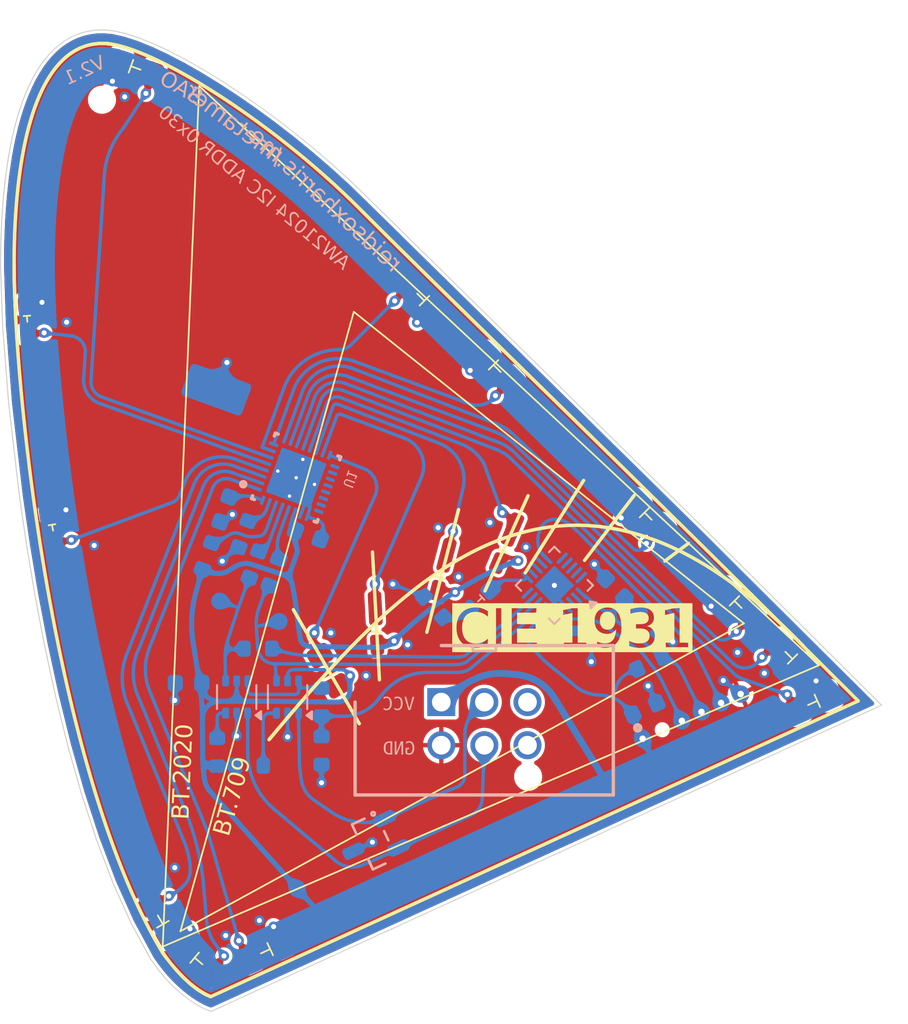
<source format=kicad_pcb>
(kicad_pcb (version 20241229) (generator "pcbnew") (generator_version "9.0")
  (layers (0 "F.Cu" signal "Top Layer") (2 "B.Cu" signal "Bottom Layer") (13 "F.Paste" user "Top Paste") (15 "B.Paste" user "Bottom Paste") (5 "F.SilkS" user "Top Overlay") (7 "B.SilkS" user "Bottom Overlay") (1 "F.Mask" user "Top Solder") (3 "B.Mask" user "Bottom Solder") (25 "Edge.Cuts" user))
  (property "SHEETTOTAL" "1")
  (net 0 "")
  (net 1 "Net-(U1-VCAP)")
  (net 2 "/MCU_RESET_n")
  (net 3 "VCC3V3")
  (net 4 "GND")
  (net 5 "Net-(D1-K)")
  (net 6 "Net-(D2-K)")
  (net 7 "Net-(D3-K)")
  (net 8 "Net-(D4-K)")
  (net 9 "Net-(D5-K)")
  (net 10 "Net-(D6-K)")
  (net 11 "Net-(D7-K)")
  (net 12 "Net-(D8-K)")
  (net 13 "Net-(D9-K)")
  (net 14 "Net-(D10-K)")
  (net 15 "Net-(D11-K)")
  (net 16 "Net-(D12-K)")
  (net 17 "Net-(D13-K)")
  (net 18 "Net-(D14-K)")
  (net 19 "Net-(D15-K)")
  (net 20 "Net-(D16-K)")
  (net 21 "Net-(U3-PB1)")
  (net 22 "Net-(D18-Pad1)")
  (net 23 "/GPIO1")
  (net 24 "/GPIO2")
  (net 26 "/MCU_SWD")
  (net 27 "/MCU_SWC")
  (net 28 "Net-(U1-SDA)")
  (net 29 "Net-(U1-SCL)")
  (net 30 "Net-(U1-IREF)")
  (net 31 "Net-(U1-EN)")
  (net 32 "/I2C_MUX_SEL_R")
  (net 51 "/BADGE_SDA")
  (net 52 "/BADGE_SCL")
  (net 53 "/I2C_MUX_SEL")
  (net 54 "Net-(U4-B1)")
  (net 55 "/SAO_SDA")
  (net 56 "/SAO_SCL")
  (net 57 "Net-(U2-B1)")
  (net 58 "/SAO_SCL_R")
  (footprint "LED_SMD:LED_0805_2012Metric_Pad1.15x1.40mm_HandSolder_SmallSilk" (layer "F.Cu") (at 130.50389 78.344695 160)
    (property "Reference" "D6" (hide yes))
    (property "Value" "QBLP631-IG")
  )
  (footprint "MetamerAltiumFootprints:LED_SMD3012" (layer "F.Cu") (at 148.6284 107.847435 75)
    (property "Reference" "D14" (hide yes))
    (property "Value" "QBLP675-IW-NW" (hide yes))
  )
  (footprint "MetamerAltiumFootprints:LED_SMD3012" (layer "F.Cu") (at 144.6832 110.989855 93)
    (property "Reference" "D15" (hide yes))
    (property "Value" "QBLP675-IW-CW" (hide yes))
  )
  (footprint "LED_SMD:LED_0805_2012Metric_Pad1.15x1.40mm_HandSolder_SmallSilk" (layer "F.Cu") (at 170.40389 115.744695 24.5)
    (property "Reference" "D12" (hide yes))
    (property "Value" "QBLP631-S3")
  )
  (footprint "LED_SMD:LED_0805_2012Metric_Pad1.15x1.40mm_HandSolder_SmallSilk" (layer "F.Cu") (at 134.20389 130.944695 140)
    (property "Reference" "D2" (hide yes))
    (property "Value" "QBLP631-IB")
  )
  (footprint "LED_SMD:LED_0805_2012Metric_Pad1.15x1.40mm_HandSolder_SmallSilk" (layer "F.Cu") (at 151.80389 96.044695 135)
    (property "Reference" "D8" (hide yes))
    (property "Value" "QBLP631-AG")
  )
  (footprint "LED_SMD:LED_0603_1608Metric_Pad1.05x0.95mm_HandSolder_SmallSilk" (layer "F.Cu") (at 124.10394 93.144695 94)
    (property "Reference" "D5" (hide yes))
    (property "Value" "QBLP631-IB")
  )
  (footprint "LED_SMD:LED_0805_2012Metric_Pad1.15x1.40mm_HandSolder_SmallSilk" (layer "F.Cu") (at 166.00389 109.944695 135)
    (property "Reference" "D10" (hide yes))
    (property "Value" "QBLP631-O")
  )
  (footprint "LED_SMD:LED_0805_2012Metric_Pad1.15x1.40mm_HandSolder_SmallSilk" (layer "F.Cu") (at 131.95389 128.519695 -60)
    (property "Reference" "D3" (hide yes))
    (property "Value" "QBLP631-IB")
  )
  (footprint "LED_SMD:LED_0805_2012Metric_Pad1.15x1.40mm_HandSolder_SmallSilk" (layer "F.Cu") (at 138.15389 130.369695 25)
    (property "Reference" "D1" (hide yes))
    (property "Value" "QBLP631-IB")
  )
  (footprint "MetamerAltiumFootprints:LED_SMD3012" (layer "F.Cu") (at 152.40389 106.294695 67)
    (property "Reference" "D13" (hide yes))
    (property "Value" "QBLP675-IW-WW" (hide yes))
  )
  (footprint "LED_SMD:LED_0603_1608Metric_Pad1.05x0.95mm_HandSolder_SmallSilk" (layer "F.Cu") (at 125.60389 105.444695 100)
    (property "Reference" "D4" (hide yes))
    (property "Value" "QBLP631-IB")
  )
  (footprint "LED_SMD:LED_0805_2012Metric_Pad1.15x1.40mm_HandSolder_SmallSilk" (layer "F.Cu") (at 169.00389 112.944695 -45)
    (property "Reference" "D11" (hide yes))
    (property "Value" "QBLP631-R")
  )
  (footprint "LED_SMD:LED_0805_2012Metric_Pad1.15x1.40mm_HandSolder_SmallSilk" (layer "F.Cu") (at 147.30389 91.844695 -45)
    (property "Reference" "D7" (hide yes))
    (property "Value" "~")
  )
  (footprint "" (layer "F.Cu") (at 128.51389 80.214695)
    (property "Reference" "" (hide yes))
    (property "Value" "")
  )
  (footprint "LED_SMD:LED_0805_2012Metric_Pad1.15x1.40mm_HandSolder_SmallSilk" (layer "F.Cu") (at 160.70389 104.744695 135)
    (property "Reference" "D9" (hide yes))
    (property "Value" "QBLP631-Y")
  )
  (footprint "" (layer "F.Cu") (at 153.63389 120.094695)
    (property "Reference" "" (hide yes))
    (property "Value" "")
  )
  (footprint "LED_SMD:LED_0805_2012Metric_Pad1.15x1.40mm_HandSolder_SmallSilk" (layer "F.Cu") (at 141.876 113.849875 -60)
    (property "Reference" "D16" (hide yes))
    (property "Value" "QBLP661-IW5-CW")
  )
  (footprint "PCM_JLCPCB:R_0603" (layer "B.Cu") (at 135.30389 118.644695 90)
    (property "Reference" "R7" (hide yes))
    (property "Value" "CRCW060310K0FKEC")
  )
  (footprint "PCM_JLCPCB:R_0603" (layer "B.Cu") (at 137.20389 119.444695)
    (property "Reference" "R2" (hide yes))
    (property "Value" "CRCW060310K0FKEC")
  )
  (footprint "PCM_JLCPCB:R_0603" (layer "B.Cu") (at 160.80389 113.394695 25)
    (property "Reference" "R10" (hide yes))
    (property "Value" "CRCW060310K0FKEC")
  )
  (footprint "PCM_JLCPCB:R_0603" (layer "B.Cu") (at 134.70389 107.094695 70)
    (property "Reference" "R6" (hide yes))
    (property "Value" "CRCW060310K0FKEC")
  )
  (footprint "PCM_JLCPCB:R_0603" (layer "B.Cu") (at 141.45389 115.694695 90)
    (property "Reference" "R8" (hide yes))
    (property "Value" "ERJ-3GEY0R00V")
  )
  (footprint "TestPoint:TestPoint_Pad_D1.0mm" (layer "B.Cu") (at 138.95389 110.944695 90)
    (property "Reference" "TP6" (hide yes))
    (property "Value" "TPAD10R")
  )
  (footprint "PCM_JLCPCB:SOT-23-3_L2.9-W1.5-P1.90-LS2.6-BR" (layer "B.Cu") (at 144.453146 123.950506 25)
    (property "Reference" "D17" (hide yes))
    (property "Value" "H5VHT2U")
  )
  (footprint "MetamerAltiumFootprints:6_Pin_POGO" (layer "B.Cu") (at 160.38128 117.851335 24.5)
    (property "Reference" "P1" (hide yes))
    (property "Value" "POGO" (hide yes))
  )
  (footprint "PCM_JLCPCB:R_0603" (layer "B.Cu") (at 137.70389 112.544695)
    (property "Reference" "R12" (hide yes))
    (property "Value" "ERJ-3GEY0R00V")
  )
  (footprint "PCM_JLCPCB:R_0603" (layer "B.Cu") (at 136.85389 105.794695 -110)
    (property "Reference" "R5" (hide yes))
    (property "Value" "CRCW06033K65FKEA")
  )
  (footprint "TestPoint:TestPoint_Pad_D1.0mm" (layer "B.Cu") (at 135.45389 109.744695 90)
    (property "Reference" "TP7" (hide yes))
    (property "Value" "TPAD10R")
  )
  (footprint "SamacSys:SHDR6W64P254_2X3_1522X880X920P" (layer "B.Cu") (at 148.51389 115.694695)
    (property "Reference" "J1" (hide yes))
    (property "Value" "BHR-06-VUA" (hide yes))
  )
  (footprint "PCM_JLCPCB:SOT-363_SC-70-6" (layer "B.Cu") (at 136.45389 115.394695 90)
    (property "Reference" "U2" (hide yes))
    (property "Value" "~")
  )
  (footprint "PCM_JLCPCB:C_0603" (layer "B.Cu") (at 140.65389 105.844695 -20)
    (property "Reference" "C1" (hide yes))
    (property "Value" "CGA3E1X7R1C105M080AC")
  )
  (footprint "PCM_JLCPCB:C_0603" (layer "B.Cu") (at 158.75389 108.994695 135)
    (property "Reference" "C7" (hide yes))
    (property "Value" "CGA3E2X7R1H104K080AE")
  )
  (footprint "PCM_JLCPCB:R_0603" (layer "B.Cu") (at 138.65389 108.044695 70)
    (property "Reference" "R3" (hide yes))
    (property "Value" "CRCW060333R0FKEA")
  )
  (footprint "TestPoint:TestPoint_Pad_D1.0mm" (layer "B.Cu") (at 140.020035 126.680615 90)
    (property "Reference" "TP3" (hide yes))
    (property "Value" "TPAD10R")
  )
  (footprint "PCM_JLCPCB:C_0603" (layer "B.Cu") (at 135.75389 104.344695 -110)
    (property "Reference" "C2" (hide yes))
    (property "Value" "CGA3E1X7R1C105M080AC")
  )
  (footprint "PCM_JLCPCB:R_0603" (layer "B.Cu") (at 141.45389 118.544695 -90)
    (property "Reference" "R1" (hide yes))
    (property "Value" "CRCW060310K0FKEC")
  )
  (footprint "PCM_JLCPCB:C_0402" (layer "B.Cu") (at 156.85389 111.494695)
    (property "Reference" "C6" (hide yes))
    (property "Value" "~")
  )
  (footprint "Package_DFN_QFN:QFN-20-1EP_3x3mm_P0.4mm_EP1.65x1.65mm" (layer "B.Cu") (at 155.17859 108.819395 135)
    (property "Reference" "U3" (hide yes))
    (property "Value" "PY32F002BF15U")
  )
  (footprint "Vault:FP-RSM0032B-MFG" (layer "B.Cu") (at 139.95918 102.481005 -20)
    (property "Reference" "U1")
    (property "Value" "LP5018RSMR" (hide yes))
  )
  (footprint "PCM_JLCPCB:C_0603" (layer "B.Cu") (at 133.61389 114.574695 180)
    (property "Reference" "C4" (hide yes))
    (property "Value" "CGA3E2X7R1H104K080AE")
  )
  (footprint "TestPoint:TestPoint_Keystone_5019_Miniature" (layer "B.Cu") (at 135.25389 97.294695 160)
    (property "Reference" "TP5" (hide yes))
    (property "Value" "5019")
  )
  (footprint "PCM_JLCPCB:R_0603" (layer "B.Cu") (at 148.05389 110.094695 -47)
    (property "Reference" "R9" (hide yes))
    (property "Value" "ERJ-3EKF1001V")
  )
  (footprint "PCM_JLCPCB:R_0603" (layer "B.Cu") (at 160.75389 110.994695 -45)
    (property "Reference" "R11" (hide yes))
    (property "Value" "ERJ-3GEY0R00V")
  )
  (footprint "PCM_JLCPCB:R_0603" (layer "B.Cu") (at 137.4854 107.589925 70)
    (property "Reference" "R4" (hide yes))
    (property "Value" "CRCW060333R0FKEA")
  )
  (footprint "LED_SMD:LED_0603_1608Metric_Pad1.05x0.95mm_HandSolder_SmallSilk" (layer "B.Cu") (at 150.77889 109.669695 43)
    (property "Reference" "D18" (hide yes))
    (property "Value" "QBLP631-R")
  )
  (footprint "PCM_JLCPCB:SOT-363_SC-70-6" (layer "B.Cu") (at 139.45389 115.394695 90)
    (property "Reference" "U4" (hide yes))
    (property "Value" "~")
  )
  (footprint "PCM_JLCPCB:C_0603" (layer "B.Cu") (at 160.50389 116.094695 25)
    (property "Reference" "C5" (hide yes))
    (property "Value" "CGA3E1X7R1C105M080AC")
  )
  (gr_line (start 149.40755 92.272315) (end 149.43144 92.295725) (stroke (width 0.2)) (layer "F.SilkS"))
  (gr_line (start 132.08001 130.431995) (end 132.0806 130.432865) (stroke (width 0.2)) (layer "F.SilkS"))
  (gr_line (start 159.3803 102.044195) (end 159.54222 102.203355) (stroke (width 0.2)) (layer "F.SilkS"))
  (gr_line (start 123.36687 88.181995) (end 123.37141 88.059035) (stroke (width 0.2)) (layer "F.SilkS"))
  (gr_line (start 124.03657 100.183175) (end 124.11019 100.822905) (stroke (width 0.2)) (layer "F.SilkS"))
  (gr_line (start 133.16938 131.762815) (end 133.19034 131.784405) (stroke (width 0.2)) (layer "F.SilkS"))
  (gr_line (start 155.79818 98.529265) (end 155.85714 98.587045) (stroke (width 0.2)) (layer "F.SilkS"))
  (gr_line (start 123.81204 83.600975) (end 123.82432 83.530955) (stroke (width 0.2)) (layer "F.SilkS"))
  (gr_line (start 153.13504 95.921635) (end 153.16227 95.948275) (stroke (width 0.2)) (layer "F.SilkS"))
  (gr_line (start 152.54195 95.341195) (end 152.56867 95.367335) (stroke (width 0.2)) (layer "F.SilkS"))
  (gr_line (start 132.08306 130.436465) (end 132.08369 130.437395) (stroke (width 0.2)) (layer "F.SilkS"))
  (gr_line (start 150.8552 93.690285) (end 150.88041 93.714965) (stroke (width 0.2)) (layer "F.SilkS"))
  (gr_line (start 125.37631 78.923075) (end 125.39648 78.890705) (stroke (width 0.2)) (layer "F.SilkS"))
  (gr_line (start 146.44765 89.363845) (end 146.48968 89.405295) (stroke (width 0.2)) (layer "F.SilkS"))
  (gr_line (start 153.46333 96.242935) (end 153.49084 96.269865) (stroke (width 0.2)) (layer "F.SilkS"))
  (gr_line (start 129.18407 76.963565) (end 129.20385 76.967295) (stroke (width 0.2)) (layer "F.SilkS"))
  (gr_line (start 162.29102 106.659955) (end 162.40403 106.713715) (stroke (width 0.2)) (layer "F.SilkS"))
  (gr_line (start 157.57862 100.274945) (end 157.67143 100.366015) (stroke (width 0.2)) (layer "F.SilkS"))
  (gr_line (start 127.47444 118.803685) (end 127.52434 118.984695) (stroke (width 0.2)) (layer "F.SilkS"))
  (gr_line (start 123.47533 93.842225) (end 123.48159 93.943875) (stroke (width 0.2)) (layer "F.SilkS"))
  (gr_line (start 164.71 108.027715) (end 164.82762 108.105695) (stroke (width 0.2)) (layer "F.SilkS"))
  (gr_line (start 133.08023 131.669375) (end 133.10396 131.694495) (stroke (width 0.2)) (layer "F.SilkS"))
  (gr_line (start 125.64716 78.520365) (end 125.66878 78.491035) (stroke (width 0.2)) (layer "F.SilkS"))
  (gr_line (start 140.62266 115.253365) (end 140.6711 115.198005) (stroke (width 0.2)) (layer "F.SilkS"))
  (gr_line (start 128.90851 76.920975) (end 128.91765 76.922085) (stroke (width 0.2)) (layer "F.SilkS"))
  (gr_line (start 153.73949 96.513245) (end 153.76724 96.540405) (stroke (width 0.2)) (layer "F.SilkS"))
  (gr_line (start 124.72206 80.234795) (end 124.73837 80.194685) (stroke (width 0.2)) (layer "F.SilkS"))
  (gr_line (start 153.65714 105.612365) (end 153.85036 105.568275) (stroke (width 0.2)) (layer "F.SilkS"))
  (gr_line (start 144.56684 87.502275) (end 144.60494 87.540155) (stroke (width 0.2)) (layer "F.SilkS"))
  (gr_line (start 128.60483 76.898945) (end 128.61305 76.899115) (stroke (width 0.2)) (layer "F.SilkS"))
  (gr_line (start 125.29672 79.054855) (end 125.31645 79.021565) (stroke (width 0.2)) (layer "F.SilkS"))
  (gr_line (start 147.88013 90.773625) (end 147.92501 90.817715) (stroke (width 0.2)) (layer "F.SilkS"))
  (gr_line (start 131.40123 77.722185) (end 131.42876 77.734585) (stroke (width 0.2)) (layer "F.SilkS"))
  (gr_line (start 146.9132 109.073445) (end 146.99705 109.008325) (stroke (width 0.2)) (layer "F.SilkS"))
  (gr_line (start 154.52536 97.282595) (end 154.55378 97.310415) (stroke (width 0.2)) (layer "F.SilkS"))
  (gr_line (start 149.21728 92.085795) (end 149.24098 92.109035) (stroke (width 0.2)) (layer "F.SilkS"))
  (gr_line (start 127.42488 118.622285) (end 127.47444 118.803685) (stroke (width 0.2)) (layer "F.SilkS"))
  (gr_line (start 154.1301 96.895615) (end 154.15818 96.923095) (stroke (width 0.2)) (layer "F.SilkS"))
  (gr_line (start 123.61878 95.868655) (end 123.63081 96.018025) (stroke (width 0.2)) (layer "F.SilkS"))
  (gr_line (start 139.10099 117.026905) (end 139.12435 116.999265) (stroke (width 0.2)) (layer "F.SilkS"))
  (gr_line (start 144.64313 87.578105) (end 144.6814 87.616135) (stroke (width 0.2)) (layer "F.SilkS"))
  (gr_line (start 126.67945 77.485655) (end 126.7149 77.461315) (stroke (width 0.2)) (layer "F.SilkS"))
  (gr_line (start 167.06471 109.786765) (end 167.14608 109.854915) (stroke (width 0.2)) (layer "F.SilkS"))
  (gr_line (start 123.34259 90.604875) (end 123.34344 90.656755) (stroke (width 0.2)) (layer "F.SilkS"))
  (gr_line (start 131.26462 77.661415) (end 131.29181 77.673395) (stroke (width 0.2)) (layer "F.SilkS"))
  (gr_line (start 148.70136 91.579835) (end 148.74782 91.625415) (stroke (width 0.2)) (layer "F.SilkS"))
  (gr_line (start 131.10302 77.591335) (end 131.12978 77.602795) (stroke (width 0.2)) (layer "F.SilkS"))
  (gr_line (start 124.65784 80.397255) (end 124.67374 80.356345) (stroke (width 0.2)) (layer "F.SilkS"))
  (gr_arc (start 126.9412 77.320298) (mid 126.9689 77.304684) (end 126.996747 77.289336) (stroke (width 0.2)) (layer "F.SilkS"))
  (gr_line (start 132.91052 131.484385) (end 132.93585 131.512595) (stroke (width 0.2)) (layer "F.SilkS"))
  (gr_line (start 139.12435 116.999265) (end 139.14773 116.971635) (stroke (width 0.2)) (layer "F.SilkS"))
  (gr_line (start 129.77383 77.105965) (end 129.79623 77.112475) (stroke (width 0.2)) (layer "F.SilkS"))
  (gr_line (start 133.23269 131.827595) (end 133.25407 131.849185) (stroke (width 0.2)) (layer "F.SilkS"))
  (gr_line (start 143.75929 111.881125) (end 143.83742 111.803715) (stroke (width 0.2)) (layer "F.SilkS"))
  (gr_line (start 129.01054 76.934565) (end 129.02942 76.937375) (stroke (width 0.2)) (layer "F.SilkS"))
  (gr_line (start 139.38222 116.694985) (end 139.40574 116.667295) (stroke (width 0.2)) (layer "F.SilkS"))
  (gr_line (start 154.01803 96.785895) (end 154.04601 96.813285) (stroke (width 0.2)) (layer "F.SilkS"))
  (gr_line (start 145.86805 88.791725) (end 145.9089 88.832095) (stroke (width 0.2)) (layer "F.SilkS"))
  (gr_line (start 150.2322 93.080245) (end 150.25685 93.104395) (stroke (width 0.2)) (layer "F.SilkS"))
  (gr_line (start 130.75849 127.970665) (end 130.81027 128.078385) (stroke (width 0.2)) (layer "F.SilkS"))
  (gr_line (start 155.73931 98.471585) (end 155.79818 98.529265) (stroke (width 0.2)) (layer "F.SilkS"))
  (gr_line (start 124.53437 80.731595) (end 124.54944 80.689125) (stroke (width 0.2)) (layer "F.SilkS"))
  (gr_line (start 133.94812 132.467695) (end 133.9647 132.480455) (stroke (width 0.2)) (layer "F.SilkS"))
  (gr_line (start 133.86582 132.402895) (end 133.8822 132.415975) (stroke (width 0.2)) (layer "F.SilkS"))
  (gr_line (start 157.67143 100.366015) (end 157.76447 100.457305) (stroke (width 0.2)) (layer "F.SilkS"))
  (gr_line (start 149.1936 92.062575) (end 149.21728 92.085795) (stroke (width 0.2)) (layer "F.SilkS"))
  (gr_line (start 126.14873 77.931805) (end 126.17284 77.907945) (stroke (width 0.2)) (layer "F.SilkS"))
  (gr_line (start 148.53321 107.909495) (end 148.62006 107.852815) (stroke (width 0.2)) (layer "F.SilkS"))
  (gr_line (start 124.64204 80.438365) (end 124.65784 80.397255) (stroke (width 0.2)) (layer "F.SilkS"))
  (gr_line (start 123.33757 90.152805) (end 123.33789 90.201695) (stroke (width 0.2)) (layer "F.SilkS"))
  (gr_line (start 129.62322 125.354375) (end 129.67039 125.473305) (stroke (width 0.2)) (layer "F.SilkS"))
  (gr_line (start 123.58425 95.425955) (end 123.5955 95.572605) (stroke (width 0.2)) (layer "F.SilkS"))
  (gr_line (start 123.45612 86.551915) (end 123.46364 86.453585) (stroke (width 0.2)) (layer "F.SilkS"))
  (gr_line (start 123.37518 91.819725) (end 123.37736 91.878495) (stroke (width 0.2)) (layer "F.SilkS"))
  (gr_line (start 132.07199 130.420195) (end 132.07247 130.420905) (stroke (width 0.2)) (layer "F.SilkS"))
  (gr_line (start 123.35241 91.083455) (end 123.3538 91.138235) (stroke (width 0.2)) (layer "F.SilkS"))
  (gr_line (start 156.75327 99.465415) (end 156.84409 99.554465) (stroke (width 0.2)) (layer "F.SilkS"))
  (gr_line (start 139.71267 116.307005) (end 139.73637 116.279275) (stroke (width 0.2)) (layer "F.SilkS"))
  (gr_line (start 123.33789 90.201695) (end 123.33827 90.250925) (stroke (width 0.2)) (layer "F.SilkS"))
  (gr_line (start 143.36132 86.302455) (end 143.45571 86.395285) (stroke (width 0.2)) (layer "F.SilkS"))
  (gr_line (start 160.47542 105.934805) (end 160.62152 105.983425) (stroke (width 0.2)) (layer "F.SilkS"))
  (gr_line (start 125.18061 79.259265) (end 125.19969 79.224645) (stroke (width 0.2)) (layer "F.SilkS"))
  (gr_line (start 132.27028 78.137855) (end 132.31451 78.160235) (stroke (width 0.2)) (layer "F.SilkS"))
  (gr_line (start 132.0863 130.441205) (end 132.08766 130.443175) (stroke (width 0.2)) (layer "F.SilkS"))
  (gr_line (start 139.618 116.417915) (end 139.64164 116.390185) (stroke (width 0.2)) (layer "F.SilkS"))
  (gr_line (start 136.9641 81.006175) (end 137.15487 81.140795) (stroke (width 0.2)) (layer "F.SilkS"))
  (gr_line (start 133.22538 78.644345) (end 133.27215 78.670315) (stroke (width 0.2)) (layer "F.SilkS"))
  (gr_line (start 145.34883 110.381725) (end 145.42982 110.309765) (stroke (width 0.2)) (layer "F.SilkS"))
  (gr_line (start 151.36385 94.188195) (end 151.38952 94.213325) (stroke (width 0.2)) (layer "F.SilkS"))
  (gr_line (start 125.499 78.732305) (end 125.51983 78.701315) (stroke (width 0.2)) (layer "F.SilkS"))
  (gr_line (start 149.67151 92.530995) (end 149.69564 92.554635) (stroke (width 0.2)) (layer "F.SilkS"))
  (gr_line (start 128.68828 76.901915) (end 128.69677 76.902355) (stroke (width 0.2)) (layer "F.SilkS"))
  (gr_line (start 132.13211 130.507165) (end 132.13532 130.511715) (stroke (width 0.2)) (layer "F.SilkS"))
  (gr_line (start 125.39648 78.890705) (end 125.41677 78.858565) (stroke (width 0.2)) (layer "F.SilkS"))
  (gr_arc (start 124.661253 104.998627) (mid 124.440193 103.432175) (end 124.23607 101.863426) (stroke (width 0.2)) (layer "F.SilkS"))
  (gr_line (start 149.07551 91.946795) (end 149.12268 91.993045) (stroke (width 0.2)) (layer "F.SilkS"))
  (gr_line (start 146.91473 89.824125) (end 146.95771 89.866435) (stroke (width 0.2)) (layer "F.SilkS"))
  (gr_line (start 132.13532 130.511715) (end 132.13859 130.516355) (stroke (width 0.2)) (layer "F.SilkS"))
  (gr_line (start 125.10536 79.399975) (end 125.12401 79.364465) (stroke (width 0.2)) (layer "F.SilkS"))
  (gr_line (start 128.40935 76.901465) (end 128.45424 76.899895) (stroke (width 0.2)) (layer "F.SilkS"))
  (gr_line (start 126.6092 77.535785) (end 126.64422 77.510475) (stroke (width 0.2)) (layer "F.SilkS"))
  (gr_line (start 139.52353 116.528785) (end 139.54713 116.501065) (stroke (width 0.2)) (layer "F.SilkS"))
  (gr_line (start 146.32205 89.239975) (end 146.36383 89.281185) (stroke (width 0.2)) (layer "F.SilkS"))
  (gr_line (start 128.93928 123.520435) (end 128.98351 123.645465) (stroke (width 0.2)) (layer "F.SilkS"))
  (gr_line (start 133.9647 132.480455) (end 133.98133 132.493155) (stroke (width 0.2)) (layer "F.SilkS"))
  (gr_line (start 129.32456 76.991825) (end 129.34502 76.996265) (stroke (width 0.2)) (layer "F.SilkS"))
  (gr_line (start 148.33286 91.218215) (end 148.37861 91.263135) (stroke (width 0.2)) (layer "F.SilkS"))
  (gr_line (start 152.46195 95.262905) (end 152.4886 95.288975) (stroke (width 0.2)) (layer "F.SilkS"))
  (gr_line (start 134.41276 132.787435) (end 134.42588 132.795285) (stroke (width 0.2)) (layer "F.SilkS"))
  (gr_line (start 165.18183 108.346855) (end 165.30035 108.429675) (stroke (width 0.2)) (layer "F.SilkS"))
  (gr_line (start 123.98115 82.728045) (end 123.99195 82.678075) (stroke (width 0.2)) (layer "F.SilkS"))
  (gr_line (start 123.39969 92.420705) (end 123.40247 92.482405) (stroke (width 0.2)) (layer "F.SilkS"))
  (gr_line (start 149.32077 107.417345) (end 149.40909 107.365225) (stroke (width 0.2)) (layer "F.SilkS"))
  (gr_arc (start 127.052778 77.259511) (mid 127.08567 77.242639) (end 127.118752 77.226141) (stroke (width 0.2)) (layer "F.SilkS"))
  (gr_line (start 153.08066 95.868405) (end 153.10784 95.895005) (stroke (width 0.2)) (layer "F.SilkS"))
  (gr_line (start 167.55447 110.204275) (end 167.63646 110.275885) (stroke (width 0.2)) (layer "F.SilkS"))
  (gr_line (start 130.31101 77.279885) (end 130.33538 77.288575) (stroke (width 0.2)) (layer "F.SilkS"))
  (gr_line (start 131.24963 128.954675) (end 131.28539 129.023095) (stroke (width 0.2)) (layer "F.SilkS"))
  (gr_line (start 123.64758 84.680855) (end 123.65741 84.607205) (stroke (width 0.2)) (layer "F.SilkS"))
  (gr_line (start 153.54593 96.323785) (end 153.57351 96.350775) (stroke (width 0.2)) (layer "F.SilkS"))
  (gr_line (start 162.8791 105.489665) (end 163.26543 105.870965) (stroke (width 0.2)) (layer "F.SilkS"))
  (gr_line (start 142.96 112.693435) (end 143.01113 112.640395) (stroke (width 0.2)) (layer "F.SilkS"))
  (gr_line (start 123.83676 83.461205) (end 123.84937 83.391695) (stroke (width 0.2)) (layer "F.SilkS"))
  (gr_line (start 132.82417 131.386665) (end 132.85459 131.421365) (stroke (width 0.2)) (layer "F.SilkS"))
  (gr_line (start 133.6216 132.196855) (end 133.64121 132.214145) (stroke (width 0.2)) (layer "F.SilkS"))
  (gr_line (start 163.8929 107.515155) (end 164.00897 107.584845) (stroke (width 0.2)) (layer "F.SilkS"))
  (gr_line (start 134.82562 133.000865) (end 134.83912 133.006625) (stroke (width 0.2)) (layer "F.SilkS"))
  (gr_line (start 150.55439 93.395765) (end 150.57933 93.420185) (stroke (width 0.2)) (layer "F.SilkS"))
  (gr_line (start 158.13884 100.824755) (end 158.26442 100.948045) (stroke (width 0.2)) (layer "F.SilkS"))
  (gr_line (start 132.09189 130.449335) (end 132.09336 130.451475) (stroke (width 0.2)) (layer "F.SilkS"))
  (gr_line (start 123.42371 92.922235) (end 123.42699 92.986195) (stroke (width 0.2)) (layer "F.SilkS"))
  (gr_line (start 125.21888 79.190235) (end 125.23817 79.156055) (stroke (width 0.2)) (layer "F.SilkS"))
  (gr_line (start 133.21145 131.806005) (end 133.23269 131.827595) (stroke (width 0.2)) (layer "F.SilkS"))
  (gr_line (start 126.10863 113.141895) (end 126.15877 113.377445) (stroke (width 0.2)) (layer "F.SilkS"))
  (gr_line (start 130.04844 77.190455) (end 130.07189 77.198125) (stroke (width 0.2)) (layer "F.SilkS"))
  (gr_line (start 132.2504 130.671415) (end 132.26043 130.685025) (stroke (width 0.2)) (layer "F.SilkS"))
  (gr_line (start 132.31451 78.160235) (end 132.35887 78.182795) (stroke (width 0.2)) (layer "F.SilkS"))
  (gr_line (start 125.54077 78.670565) (end 125.56183 78.640055) (stroke (width 0.2)) (layer "F.SilkS"))
  (gr_line (start 126.19707 77.884335) (end 126.22141 77.860975) (stroke (width 0.2)) (layer "F.SilkS"))
  (gr_line (start 168.46207 111.024085) (end 168.5452 111.102155) (stroke (width 0.2)) (layer "F.SilkS"))
  (gr_line (start 132.35902 130.816345) (end 132.39007 130.856875) (stroke (width 0.2)) (layer "F.SilkS"))
  (gr_line (start 148.01503 90.906145) (end 148.06017 90.950485) (stroke (width 0.2)) (layer "F.SilkS"))
  (gr_line (start 132.00772 78.007305) (end 132.05114 78.028615) (stroke (width 0.2)) (layer "F.SilkS"))
  (gr_line (start 123.94931 82.878905) (end 123.95983 82.828465) (stroke (width 0.2)) (layer "F.SilkS"))
  (gr_line (start 139.05429 117.082135) (end 139.07763 117.054525) (stroke (width 0.2)) (layer "F.SilkS"))
  (gr_line (start 148.35998 108.024315) (end 148.44652 107.966665) (stroke (width 0.2)) (layer "F.SilkS"))
  (gr_line (start 123.46921 93.741165) (end 123.47533 93.842225) (stroke (width 0.2)) (layer "F.SilkS"))
  (gr_line (start 131.39322 129.226795) (end 131.42935 129.294185) (stroke (width 0.2)) (layer "F.SilkS"))
  (gr_line (start 132.58263 78.298245) (end 132.62776 78.321855) (stroke (width 0.2)) (layer "F.SilkS"))
  (gr_arc (start 154.076713 105.520598) (mid 154.190293 105.498292) (end 154.304073 105.477029) (stroke (width 0.2)) (layer "F.SilkS"))
  (gr_line (start 158.89265 105.518585) (end 159.07028 105.555165) (stroke (width 0.2)) (layer "F.SilkS"))
  (gr_line (start 153.68407 96.458995) (end 153.71177 96.486115) (stroke (width 0.2)) (layer "F.SilkS"))
  (gr_line (start 128.29899 121.602545) (end 128.34034 121.732725) (stroke (width 0.2)) (layer "F.SilkS"))
  (gr_line (start 132.10793 130.472555) (end 132.1097 130.475095) (stroke (width 0.2)) (layer "F.SilkS"))
  (gr_line (start 139.83131 116.168325) (end 139.85508 116.140585) (stroke (width 0.2)) (layer "F.SilkS"))
  (gr_line (start 155.27185 98.013645) (end 155.32995 98.070545) (stroke (width 0.2)) (layer "F.SilkS"))
  (gr_line (start 123.40247 92.482405) (end 123.40532 92.544395) (stroke (width 0.2)) (layer "F.SilkS"))
  (gr_line (start 132.62776 78.321855) (end 132.67301 78.345645) (stroke (width 0.2)) (layer "F.SilkS"))
  (gr_line (start 161.28359 106.225195) (end 161.39467 106.269185) (stroke (width 0.2)) (layer "F.SilkS"))
  (gr_line (start 151.15929 93.987965) (end 151.18478 94.012915) (stroke (width 0.2)) (layer "F.SilkS"))
  (gr_line (start 132.85459 131.421365) (end 132.88237 131.452795) (stroke (width 0.2)) (layer "F.SilkS"))
  (gr_line (start 126.57765 115.254695) (end 126.63224 115.488155) (stroke (width 0.2)) (layer "F.SilkS"))
  (gr_line (start 127.08712 117.342325) (end 127.13439 117.526195) (stroke (width 0.2)) (layer "F.SilkS"))
  (gr_line (start 123.76183 97.519285) (end 123.78421 97.757125) (stroke (width 0.2)) (layer "F.SilkS"))
  (gr_line (start 143.96827 86.906135) (end 144.00507 86.942845) (stroke (width 0.2)) (layer "F.SilkS"))
  (gr_line (start 153.3048 105.700795) (end 153.46465 105.659385) (stroke (width 0.2)) (layer "F.SilkS"))
  (gr_line (start 124.4033 81.122315) (end 124.41746 81.078155) (stroke (width 0.2)) (layer "F.SilkS"))
  (gr_line (start 134.6778 132.932575) (end 134.69118 132.939135) (stroke (width 0.2)) (layer "F.SilkS"))
  (gr_line (start 152.62216 95.419695) (end 152.64895 95.445905) (stroke (width 0.2)) (layer "F.SilkS"))
  (gr_line (start 141.10947 114.700785) (end 141.15846 114.645675) (stroke (width 0.2)) (layer "F.SilkS"))
  (gr_line (start 129.40696 77.010195) (end 129.4278 77.015035) (stroke (width 0.2)) (layer "F.SilkS"))
  (gr_line (start 139.17112 116.943995) (end 139.19453 116.916345) (stroke (width 0.2)) (layer "F.SilkS"))
  (gr_line (start 132.31596 130.759495) (end 132.33516 130.784945) (stroke (width 0.2)) (layer "F.SilkS"))
  (gr_line (start 129.39034 124.753275) (end 129.43652 124.874335) (stroke (width 0.2)) (layer "F.SilkS"))
  (gr_line (start 138.98435 117.164955) (end 139.00765 117.137355) (stroke (width 0.2)) (layer "F.SilkS"))
  (gr_line (start 123.57472 85.278125) (end 123.58328 85.202705) (stroke (width 0.2)) (layer "F.SilkS"))
  (gr_line (start 125.73429 78.404505) (end 125.75635 78.376145) (stroke (width 0.2)) (layer "F.SilkS"))
  (gr_line (start 134.72132 79.523195) (end 134.80413 79.574575) (stroke (width 0.2)) (layer "F.SilkS"))
  (gr_line (start 162.17823 106.607285) (end 162.29102 106.659955) (stroke (width 0.2)) (layer "F.SilkS"))
  (gr_line (start 129.11736 124.018285) (end 129.16237 124.141785) (stroke (width 0.2)) (layer "F.SilkS"))
  (gr_line (start 128.73963 76.904975) (end 128.74828 76.905585) (stroke (width 0.2)) (layer "F.SilkS"))
  (gr_line (start 153.02637 95.815265) (end 153.0535 95.841825) (stroke (width 0.2)) (layer "F.SilkS"))
  (gr_line (start 129.34435 124.631785) (end 129.39034 124.753275) (stroke (width 0.2)) (layer "F.SilkS"))
  (gr_line (start 142.35111 113.335745) (end 142.40153 113.281835) (stroke (width 0.2)) (layer "F.SilkS"))
  (gr_line (start 151.59573 94.415155) (end 151.62161 94.440485) (stroke (width 0.2)) (layer "F.SilkS"))
  (gr_line (start 149.33603 92.202215) (end 149.35985 92.225555) (stroke (width 0.2)) (layer "F.SilkS"))
  (gr_line (start 169.46662 112.000435) (end 169.55102 112.085725) (stroke (width 0.2)) (layer "F.SilkS"))
  (gr_line (start 165.41909 108.513705) (end 165.53806 108.598965) (stroke (width 0.2)) (layer "F.SilkS"))
  (gr_line (start 154.04601 96.813285) (end 154.07402 96.840705) (stroke (width 0.2)) (layer "F.SilkS"))
  (gr_line (start 145.06864 88.000485) (end 145.10781 88.039325) (stroke (width 0.2)) (layer "F.SilkS"))
  (gr_line (start 123.93889 82.929505) (end 123.94931 82.878905) (stroke (width 0.2)) (layer "F.SilkS"))
  (gr_line (start 123.42049 92.858565) (end 123.42371 92.922235) (stroke (width 0.2)) (layer "F.SilkS"))
  (gr_line (start 134.62437 132.905625) (end 134.63771 132.912465) (stroke (width 0.2)) (layer "F.SilkS"))
  (gr_line (start 132.09486 130.453655) (end 132.09639 130.455875) (stroke (width 0.2)) (layer "F.SilkS"))
  (gr_line (start 160.91484 106.086215) (end 161.06206 106.140405) (stroke (width 0.2)) (layer "F.SilkS"))
  (gr_line (start 153.62875 96.404845) (end 153.6564 96.431905) (stroke (width 0.2)) (layer "F.SilkS"))
  (gr_line (start 146.74596 109.204895) (end 146.8295 109.138975) (stroke (width 0.2)) (layer "F.SilkS"))
  (gr_line (start 147.96998 90.861895) (end 148.01503 90.906145) (stroke (width 0.2)) (layer "F.SilkS"))
  (gr_line (start 138.79838 117.385465) (end 138.82159 117.357925) (stroke (width 0.2)) (layer "F.SilkS"))
  (gr_line (start 131.98226 130.272875) (end 132.01986 130.335935) (stroke (width 0.2)) (layer "F.SilkS"))
  (gr_line (start 159.75048 105.718975) (end 159.89473 105.758535) (stroke (width 0.2)) (layer "F.SilkS"))
  (gr_line (start 150.48201 106.782365) (end 150.57252 106.737475) (stroke (width 0.2)) (layer "F.SilkS"))
  (gr_line (start 162.53062 105.145865) (end 162.8791 105.489665) (stroke (width 0.2)) (layer "F.SilkS"))
  (gr_line (start 141.99984 113.714815) (end 142.04985 113.660495) (stroke (width 0.2)) (layer "F.SilkS"))
  (gr_line (start 156.93514 99.643745) (end 157.0264 99.733245) (stroke (width 0.2)) (layer "F.SilkS"))
  (gr_line (start 124.70585 80.275115) (end 124.72206 80.234795) (stroke (width 0.2)) (layer "F.SilkS"))
  (gr_arc (start 158.222772 105.403888) (mid 158.345793 105.422195) (end 158.468627 105.441714) (stroke (width 0.2)) (layer "F.SilkS"))
  (gr_line (start 141.60185 114.151295) (end 141.6514 114.096575) (stroke (width 0.2)) (layer "F.SilkS"))
  (gr_line (start 152.97217 95.762225) (end 152.99925 95.788735) (stroke (width 0.2)) (layer "F.SilkS"))
  (gr_line (start 130.09542 77.205875) (end 130.11904 77.213725) (stroke (width 0.2)) (layer "F.SilkS"))
  (gr_line (start 126.50539 77.614595) (end 126.53978 77.587855) (stroke (width 0.2)) (layer "F.SilkS"))
  (gr_line (start 165.24458 107.827235) (end 165.94684 108.522555) (stroke (width 0.2)) (layer "F.SilkS"))
  (gr_line (start 143.3575 92.706825) (end 166.34673 111.058935) (stroke (width 0.1)) (layer "F.SilkS"))
  (gr_line (start 128.3647 76.903595) (end 128.40935 76.901465) (stroke (width 0.2)) (layer "F.SilkS"))
  (gr_line (start 124.66126 104.998625) (end 124.77079 105.732265) (stroke (width 0.2)) (layer "F.SilkS"))
  (gr_line (start 146.74369 89.655645) (end 146.78632 89.697645) (stroke (width 0.2)) (layer "F.SilkS"))
  (gr_line (start 126.05344 78.029835) (end 126.07709 78.004945) (stroke (width 0.2)) (layer "F.SilkS"))
  (gr_line (start 132.06607 130.411445) (end 132.06644 130.411995) (stroke (width 0.2)) (layer "F.SilkS"))
  (gr_line (start 130.65556 127.753645) (end 130.70692 127.862415) (stroke (width 0.2)) (layer "F.SilkS"))
  (gr_line (start 151.96014 94.771805) (end 151.98634 94.797445) (stroke (width 0.2)) (layer "F.SilkS"))
  (gr_line (start 149.76817 92.625695) (end 149.79239 92.649425) (stroke (width 0.2)) (layer "F.SilkS"))
  (gr_line (start 123.42841 86.948075) (end 123.43499 86.848625) (stroke (width 0.2)) (layer "F.SilkS"))
  (gr_line (start 135.13741 79.784065) (end 135.22122 79.837415) (stroke (width 0.2)) (layer "F.SilkS"))
  (gr_line (start 128.05492 120.815085) (end 128.09513 120.947065) (stroke (width 0.2)) (layer "F.SilkS"))
  (gr_line (start 129.90919 126.061245) (end 129.95755 126.177465) (stroke (width 0.2)) (layer "F.SilkS"))
  (gr_line (start 124.12913 82.090955) (end 124.1412 82.043095) (stroke (width 0.2)) (layer "F.SilkS"))
  (gr_line (start 128.89029 76.918845) (end 128.89938 76.919895) (stroke (width 0.2)) (layer "F.SilkS"))
  (gr_line (start 123.35833 91.304435) (end 123.35996 91.360465) (stroke (width 0.2)) (layer "F.SilkS"))
  (gr_line (start 124.37529 81.211185) (end 124.38924 81.166665) (stroke (width 0.2)) (layer "F.SilkS"))
  (gr_line (start 141.6514 114.096575) (end 141.701 114.041885) (stroke (width 0.2)) (layer "F.SilkS"))
  (gr_line (start 151.88869 106.160785) (end 152.01294 106.113745) (stroke (width 0.2)) (layer "F.SilkS"))
  (gr_line (start 125.583 78.609775) (end 125.60427 78.579735) (stroke (width 0.2)) (layer "F.SilkS"))
  (gr_line (start 159.54222 102.203355) (end 159.70477 102.363155) (stroke (width 0.2)) (layer "F.SilkS"))
  (gr_line (start 144.07265 111.572885) (end 144.15134 111.496415) (stroke (width 0.2)) (layer "F.SilkS"))
  (gr_line (start 139.68898 116.334735) (end 139.71267 116.307005) (stroke (width 0.2)) (layer "F.SilkS"))
  (gr_line (start 149.38369 92.248925) (end 149.40755 92.272315) (stroke (width 0.2)) (layer "F.SilkS"))
  (gr_line (start 133.67274 132.241675) (end 133.68857 132.255375) (stroke (width 0.2)) (layer "F.SilkS"))
  (gr_line (start 139.31174 116.778035) (end 139.33522 116.750355) (stroke (width 0.2)) (layer "F.SilkS"))
  (gr_line (start 142.80697 112.853025) (end 142.85792 112.799755) (stroke (width 0.2)) (layer "F.SilkS"))
  (gr_line (start 134.38656 132.771575) (end 134.39965 132.779535) (stroke (width 0.2)) (layer "F.SilkS"))
  (gr_line (start 151.64751 94.465835) (end 151.67344 94.491205) (stroke (width 0.2)) (layer "F.SilkS"))
  (gr_line (start 153.40838 96.189155) (end 153.43585 96.216035) (stroke (width 0.2)) (layer "F.SilkS"))
  (gr_line (start 123.41597 87.147785) (end 123.42208 87.047795) (stroke (width 0.2)) (layer "F.SilkS"))
  (gr_line (start 149.40909 107.365225) (end 149.49758 107.313645) (stroke (width 0.2)) (layer "F.SilkS"))
  (gr_line (start 151.64111 106.258345) (end 151.76474 106.208995) (stroke (width 0.2)) (layer "F.SilkS"))
  (gr_line (start 134.2008 132.651515) (end 134.21793 132.663125) (stroke (width 0.2)) (layer "F.SilkS"))
  (gr_line (start 150.62929 93.469095) (end 150.6543 93.493585) (stroke (width 0.2)) (layer "F.SilkS"))
  (gr_line (start 125.95998 78.131915) (end 125.98318 78.106015) (stroke (width 0.2)) (layer "F.SilkS"))
  (gr_line (start 123.68786 84.387625) (end 123.69833 84.314895) (stroke (width 0.2)) (layer "F.SilkS"))
  (gr_line (start 124.4751 80.903375) (end 124.48976 80.860145) (stroke (width 0.2)) (layer "F.SilkS"))
  (gr_line (start 147.30461 90.207855) (end 147.34836 90.250885) (stroke (width 0.2)) (layer "F.SilkS"))
  (gr_arc (start 123.33684 89.91346) (mid 123.33685 89.881723) (end 123.336879 89.849987) (stroke (width 0.2)) (layer "F.SilkS"))
  (gr_line (start 132.09954 130.460435) (end 132.10116 130.462775) (stroke (width 0.2)) (layer "F.SilkS"))
  (gr_line (start 134.0482 132.543255) (end 134.06501 132.555605) (stroke (width 0.2)) (layer "F.SilkS"))
  (gr_line (start 124.80468 80.036245) (end 124.82152 79.997145) (stroke (width 0.2)) (layer "F.SilkS"))
  (gr_line (start 123.36265 88.305285) (end 123.36687 88.181995) (stroke (width 0.2)) (layer "F.SilkS"))
  (gr_line (start 166.0162 108.952325) (end 166.1363 109.043775) (stroke (width 0.2)) (layer "F.SilkS"))
  (gr_line (start 144.9516 87.884395) (end 144.99053 87.923015) (stroke (width 0.2)) (layer "F.SilkS"))
  (gr_line (start 154.61067 97.366125) (end 154.63916 97.394015) (stroke (width 0.2)) (layer "F.SilkS"))
  (gr_line (start 133.52474 132.109555) (end 133.54395 132.127125) (stroke (width 0.2)) (layer "F.SilkS"))
  (gr_line (start 128.01491 120.682825) (end 128.05492 120.815085) (stroke (width 0.2)) (layer "F.SilkS"))
  (gr_line (start 134.26951 132.697445) (end 134.28677 132.708705) (stroke (width 0.2)) (layer "F.SilkS"))
  (gr_line (start 150.43002 93.273975) (end 150.45485 93.298295) (stroke (width 0.2)) (layer "F.SilkS"))
  (gr_line (start 130.53324 77.361395) (end 130.55833 77.370905) (stroke (width 0.2)) (layer "F.SilkS"))
  (gr_line (start 130.78768 77.460575) (end 130.81355 77.470985) (stroke (width 0.2)) (layer "F.SilkS"))
  (gr_line (start 128.59241 122.507095) (end 128.63509 122.634995) (stroke (width 0.2)) (layer "F.SilkS"))
  (gr_line (start 134.61105 132.898715) (end 134.62437 132.905625) (stroke (width 0.2)) (layer "F.SilkS"))
  (gr_line (start 133.83319 132.376555) (end 133.84949 132.389755) (stroke (width 0.2)) (layer "F.SilkS"))
  (gr_line (start 123.36341 91.473445) (end 123.36522 91.530395) (stroke (width 0.2)) (layer "F.SilkS"))
  (gr_line (start 137.60708 81.465125) (end 137.88602 81.668855) (stroke (width 0.2)) (layer "F.SilkS"))
  (gr_line (start 163.69048 106.290695) (end 164.1552 106.749845) (stroke (width 0.2)) (layer "F.SilkS"))
  (gr_line (start 130.83949 77.481485) (end 130.86551 77.492075) (stroke (width 0.2)) (layer "F.SilkS"))
  (gr_line (start 146.99705 109.008325) (end 147.08106 108.943595) (stroke (width 0.2)) (layer "F.SilkS"))
  (gr_line (start 151.31257 94.138005) (end 151.3382 94.163095) (stroke (width 0.2)) (layer "F.SilkS"))
  (gr_line (start 132.13839 78.071775) (end 132.18222 78.093625) (stroke (width 0.2)) (layer "F.SilkS"))
  (gr_line (start 130.26252 77.262785) (end 130.28672 77.271285) (stroke (width 0.2)) (layer "F.SilkS"))
  (gr_line (start 146.82904 89.739725) (end 146.87184 89.781885) (stroke (width 0.2)) (layer "F.SilkS"))
  (gr_line (start 150.78436 106.635025) (end 150.90583 106.577945) (stroke (width 0.2)) (layer "F.SilkS"))
  (gr_line (start 139.76009 116.251535) (end 139.78382 116.223805) (stroke (width 0.2)) (layer "F.SilkS"))
  (gr_line (start 146.87184 89.781885) (end 146.91473 89.824125) (stroke (width 0.2)) (layer "F.SilkS"))
  (gr_line (start 150.6043 93.444635) (end 150.62929 93.469095) (stroke (width 0.2)) (layer "F.SilkS"))
  (gr_line (start 146.11442 89.035065) (end 146.15577 89.075885) (stroke (width 0.2)) (layer "F.SilkS"))
  (gr_line (start 124.36144 81.255895) (end 124.37529 81.211185) (stroke (width 0.2)) (layer "F.SilkS"))
  (gr_line (start 162.40403 106.713715) (end 162.51725 106.768585) (stroke (width 0.2)) (layer "F.SilkS"))
  (gr_line (start 151.23583 94.062885) (end 151.26138 94.087905) (stroke (width 0.2)) (layer "F.SilkS"))
  (gr_line (start 152.78321 95.577305) (end 152.81014 95.603655) (stroke (width 0.2)) (layer "F.SilkS"))
  (gr_line (start 123.33687 89.960645) (end 123.33691 89.984365) (stroke (width 0.2)) (layer "F.SilkS"))
  (gr_line (start 123.38425 92.056585) (end 123.38667 92.116545) (stroke (width 0.2)) (layer "F.SilkS"))
  (gr_line (start 146.65868 89.571885) (end 146.70114 89.613725) (stroke (width 0.2)) (layer "F.SilkS"))
  (gr_line (start 169.63552 112.171625) (end 169.72014 112.258145) (stroke (width 0.2)) (layer "F.SilkS"))
  (gr_line (start 143.21624 112.429065) (end 143.26767 112.376445) (stroke (width 0.2)) (layer "F.SilkS"))
  (gr_line (start 138.8448 117.330385) (end 138.86803 117.302825) (stroke (width 0.2)) (layer "F.SilkS"))
  (gr_line (start 164.35849 107.800945) (end 164.47543 107.875345) (stroke (width 0.2)) (layer "F.SilkS"))
  (gr_line (start 148.10135 108.200085) (end 148.1874 108.141025) (stroke (width 0.2)) (layer "F.SilkS"))
  (gr_line (start 153.60112 96.377795) (end 153.62875 96.404845) (stroke (width 0.2)) (layer "F.SilkS"))
  (gr_line (start 148.74782 91.625415) (end 148.79436 91.671075) (stroke (width 0.2)) (layer "F.SilkS"))
  (gr_line (start 130.60875 77.390205) (end 130.63408 77.399985) (stroke (width 0.2)) (layer "F.SilkS"))
  (gr_line (start 132.53762 78.274805) (end 132.58263 78.298245) (stroke (width 0.2)) (layer "F.SilkS"))
  (gr_line (start 134.25228 132.686095) (end 134.26951 132.697445) (stroke (width 0.2)) (layer "F.SilkS"))
  (gr_line (start 130.10381 126.523305) (end 130.15297 126.637635) (stroke (width 0.2)) (layer "F.SilkS"))
  (gr_line (start 123.34745 90.867535) (end 123.3486 90.921035) (stroke (width 0.2)) (layer "F.SilkS"))
  (gr_line (start 132.07605 130.426185) (end 132.07659 130.426975) (stroke (width 0.2)) (layer "F.SilkS"))
  (gr_line (start 123.44884 86.650535) (end 123.45612 86.551915) (stroke (width 0.2)) (layer "F.SilkS"))
  (gr_line (start 150.0603 92.911875) (end 150.08479 92.935865) (stroke (width 0.2)) (layer "F.SilkS"))
  (gr_line (start 133.27215 78.670315) (end 133.31903 78.696455) (stroke (width 0.2)) (layer "F.SilkS"))
  (gr_line (start 128.67137 76.901105) (end 128.67981 76.901495) (stroke (width 0.2)) (layer "F.SilkS"))
  (gr_line (start 139.99411 83.301335) (end 140.39103 83.627925) (stroke (width 0.2)) (layer "F.SilkS"))
  (gr_line (start 123.72234 97.087865) (end 123.74004 97.283215) (stroke (width 0.2)) (layer "F.SilkS"))
  (gr_line (start 130.16653 77.229705) (end 130.1904 77.237835) (stroke (width 0.2)) (layer "F.SilkS"))
  (gr_line (start 153.43585 96.216035) (end 153.46333 96.242935) (stroke (width 0.2)) (layer "F.SilkS"))
  (gr_line (start 151.69938 94.516605) (end 151.72536 94.542025) (stroke (width 0.2)) (layer "F.SilkS"))
  (gr_line (start 159.42726 105.636445) (end 159.6066 105.681185) (stroke (width 0.2)) (layer "F.SilkS"))
  (gr_line (start 142.20022 113.497845) (end 142.25046 113.443745) (stroke (width 0.2)) (layer "F.SilkS"))
  (gr_line (start 151.28697 94.112945) (end 151.31257 94.138005) (stroke (width 0.2)) (layer "F.SilkS"))
  (gr_line (start 151.26138 94.087905) (end 151.28697 94.112945) (stroke (width 0.2)) (layer "F.SilkS"))
  (gr_line (start 125.83686 111.820865) (end 125.89381 112.104125) (stroke (width 0.2)) (layer "F.SilkS"))
  (gr_line (start 129.71775 125.591785) (end 129.76531 125.709835) (stroke (width 0.2)) (layer "F.SilkS"))
  (gr_line (start 123.67171 96.509555) (end 123.68817 96.701015) (stroke (width 0.2)) (layer "F.SilkS"))
  (gr_line (start 132.09336 130.451475) (end 132.09486 130.453655) (stroke (width 0.2)) (layer "F.SilkS"))
  (gr_line (start 132.1814 130.576525) (end 132.18684 130.584085) (stroke (width 0.2)) (layer "F.SilkS"))
  (gr_line (start 169.13008 111.665345) (end 169.21406 111.748205) (stroke (width 0.2)) (layer "F.SilkS"))
  (gr_line (start 153.10784 95.895005) (end 153.13504 95.921635) (stroke (width 0.2)) (layer "F.SilkS"))
  (gr_line (start 126.26052 113.848075) (end 126.31214 114.083105) (stroke (width 0.2)) (layer "F.SilkS"))
  (gr_line (start 151.88167 94.695005) (end 151.9078 94.720585) (stroke (width 0.2)) (layer "F.SilkS"))
  (gr_line (start 134.21286 79.213795) (end 134.27797 79.252815) (stroke (width 0.2)) (layer "F.SilkS"))
  (gr_line (start 144.26494 87.201875) (end 144.30239 87.239175) (stroke (width 0.2)) (layer "F.SilkS"))
  (gr_line (start 161.06206 106.140405) (end 161.17272 106.182275) (stroke (width 0.2)) (layer "F.SilkS"))
  (gr_line (start 155.21385 97.956835) (end 155.27185 98.013645) (stroke (width 0.2)) (layer "F.SilkS"))
  (gr_line (start 129.51209 77.035405) (end 129.5334 77.040745) (stroke (width 0.2)) (layer "F.SilkS"))
  (gr_line (start 150.03583 92.887915) (end 150.0603 92.911875) (stroke (width 0.2)) (layer "F.SilkS"))
  (gr_line (start 131.87831 77.944475) (end 131.92131 77.965235) (stroke (width 0.2)) (layer "F.SilkS"))
  (gr_line (start 131.07218 128.608805) (end 131.10749 128.678485) (stroke (width 0.2)) (layer "F.SilkS"))
  (gr_line (start 128.91765 76.922085) (end 128.92683 76.923215) (stroke (width 0.2)) (layer "F.SilkS"))
  (gr_line (start 143.93155 86.869495) (end 143.96827 86.906135) (stroke (width 0.2)) (layer "F.SilkS"))
  (gr_line (start 132.06801 130.414315) (end 132.06842 130.414925) (stroke (width 0.2)) (layer "F.SilkS"))
  (gr_line (start 123.35876 88.428885) (end 123.36265 88.305285) (stroke (width 0.2)) (layer "F.SilkS"))
  (gr_line (start 149.7198 92.578305) (end 149.74397 92.601985) (stroke (width 0.2)) (layer "F.SilkS"))
  (gr_line (start 143.42232 112.219125) (end 143.47399 112.166865) (stroke (width 0.2)) (layer "F.SilkS"))
  (gr_line (start 149.5272 92.389575) (end 149.55119 92.413085) (stroke (width 0.2)) (layer "F.SilkS"))
  (gr_line (start 128.78316 76.908265) (end 128.79194 76.908995) (stroke (width 0.2)) (layer "F.SilkS"))
  (gr_line (start 151.51779 106.308825) (end 151.64111 106.258345) (stroke (width 0.2)) (layer "F.SilkS"))
  (gr_line (start 144.94606 110.746165) (end 145.02632 110.672675) (stroke (width 0.2)) (layer "F.SilkS"))
  (gr_line (start 132.10449 130.467585) (end 132.1062 130.470055) (stroke (width 0.2)) (layer "F.SilkS"))
  (gr_line (start 148.79426 107.740925) (end 148.8816 107.685725) (stroke (width 0.2)) (layer "F.SilkS"))
  (gr_line (start 159.21901 101.885685) (end 159.3803 102.044195) (stroke (width 0.2)) (layer "F.SilkS"))
  (gr_line (start 141.40422 114.370645) (end 141.45354 114.315745) (stroke (width 0.2)) (layer "F.SilkS"))
  (gr_line (start 134.51812 132.848525) (end 134.53136 132.855895) (stroke (width 0.2)) (layer "F.SilkS"))
  (gr_line (start 148.79436 91.671075) (end 148.841 91.716815) (stroke (width 0.2)) (layer "F.SilkS"))
  (gr_line (start 126.4712 77.641825) (end 126.50539 77.614595) (stroke (width 0.2)) (layer "F.SilkS"))
  (gr_line (start 149.6474 92.507365) (end 149.67151 92.530995) (stroke (width 0.2)) (layer "F.SilkS"))
  (gr_line (start 126.27044 77.815055) (end 126.29512 77.792475) (stroke (width 0.2)) (layer "F.SilkS"))
  (gr_line (start 126.46995 114.786855) (end 126.52355 115.020925) (stroke (width 0.2)) (layer "F.SilkS"))
  (gr_line (start 128.86316 76.915845) (end 128.87217 76.916825) (stroke (width 0.2)) (layer "F.SilkS"))
  (gr_line (start 134.87967 133.023465) (end 134.89321 133.028915) (stroke (width 0.2)) (layer "F.SilkS"))
  (gr_line (start 159.05835 101.727815) (end 159.21901 101.885685) (stroke (width 0.2)) (layer "F.SilkS"))
  (gr_line (start 149.59925 92.460185) (end 149.62332 92.483765) (stroke (width 0.2)) (layer "F.SilkS"))
  (gr_line (start 148.8816 107.685725) (end 148.96911 107.631025) (stroke (width 0.2)) (layer "F.SilkS"))
  (gr_line (start 148.37861 91.263135) (end 148.42445 91.308125) (stroke (width 0.2)) (layer "F.SilkS"))
  (gr_line (start 129.25297 124.387585) (end 129.29856 124.509885) (stroke (width 0.2)) (layer "F.SilkS"))
  (gr_line (start 123.7762 83.812555) (end 123.78798 83.741775) (stroke (width 0.2)) (layer "F.SilkS"))
  (gr_line (start 145.22585 88.156315) (end 145.26536 88.195455) (stroke (width 0.2)) (layer "F.SilkS"))
  (gr_line (start 132.07942 130.431135) (end 132.08001 130.431995) (stroke (width 0.2)) (layer "F.SilkS"))
  (gr_line (start 123.34106 90.502085) (end 123.3418 90.553315) (stroke (width 0.2)) (layer "F.SilkS"))
  (gr_line (start 125.80081 78.320145) (end 125.82321 78.292515) (stroke (width 0.2)) (layer "F.SilkS"))
  (gr_line (start 132.10116 130.462775) (end 132.10281 130.465165) (stroke (width 0.2)) (layer "F.SilkS"))
  (gr_line (start 134.11567 132.592175) (end 134.13263 132.604205) (stroke (width 0.2)) (layer "F.SilkS"))
  (gr_line (start 132.06842 130.414925) (end 132.06884 130.415545) (stroke (width 0.2)) (layer "F.SilkS"))
  (gr_line (start 156.57229 99.287975) (end 156.66267 99.376585) (stroke (width 0.2)) (layer "F.SilkS"))
  (gr_line (start 149.02843 91.900635) (end 149.07551 91.946795) (stroke (width 0.2)) (layer "F.SilkS"))
  (gr_line (start 133.37409 131.967595) (end 133.39262 131.985455) (stroke (width 0.2)) (layer "F.SilkS"))
  (gr_line (start 150.15839 93.007955) (end 150.18297 93.032035) (stroke (width 0.2)) (layer "F.SilkS"))
  (gr_line (start 152.56867 95.367335) (end 152.5954 95.393505) (stroke (width 0.2)) (layer "F.SilkS"))
  (gr_line (start 130.43366 77.324245) (end 130.45844 77.333395) (stroke (width 0.2)) (layer "F.SilkS"))
  (gr_line (start 123.92856 82.980245) (end 123.93889 82.929505) (stroke (width 0.2)) (layer "F.SilkS"))
  (gr_line (start 138.96106 117.192545) (end 138.98435 117.164955) (stroke (width 0.2)) (layer "F.SilkS"))
  (gr_line (start 131.83279 130.017875) (end 131.87002 130.082045) (stroke (width 0.2)) (layer "F.SilkS"))
  (gr_line (start 134.08313 79.136555) (end 134.14792 79.175035) (stroke (width 0.2)) (layer "F.SilkS"))
  (gr_line (start 132.0947 78.050105) (end 132.13839 78.071775) (stroke (width 0.2)) (layer "F.SilkS"))
  (gr_line (start 149.74397 92.601985) (end 149.76817 92.625695) (stroke (width 0.2)) (layer "F.SilkS"))
  (gr_line (start 123.95983 82.828465) (end 123.97044 82.778175) (stroke (width 0.2)) (layer "F.SilkS"))
  (gr_line (start 131.53828 129.494755) (end 131.57477 129.561085) (stroke (width 0.2)) (layer "F.SilkS"))
  (gr_line (start 150.75457 93.591755) (end 150.77969 93.616355) (stroke (width 0.2)) (layer "F.SilkS"))
  (gr_line (start 131.21047 77.637715) (end 131.23751 77.649525) (stroke (width 0.2)) (layer "F.SilkS"))
  (gr_line (start 152.86405 95.656415) (end 152.89105 95.682835) (stroke (width 0.2)) (layer "F.SilkS"))
  (gr_line (start 134.43901 132.803065) (end 134.45216 132.810795) (stroke (width 0.2)) (layer "F.SilkS"))
  (gr_line (start 153.32613 96.108655) (end 153.35353 96.135465) (stroke (width 0.2)) (layer "F.SilkS"))
  (gr_line (start 129.90956 77.146485) (end 129.93249 77.153585) (stroke (width 0.2)) (layer "F.SilkS"))
  (gr_line (start 147.33402 108.751905) (end 147.41865 108.688835) (stroke (width 0.2)) (layer "F.SilkS"))
  (gr_line (start 127.83067 120.061965) (end 127.88289 120.239945) (stroke (width 0.2)) (layer "F.SilkS"))
  (gr_line (start 123.33688 89.849985) (end 123.33727 89.702115) (stroke (width 0.2)) (layer "F.SilkS"))
  (gr_line (start 146.36383 89.281185) (end 146.40569 89.322475) (stroke (width 0.2)) (layer "F.SilkS"))
  (gr_line (start 154.44027 97.199275) (end 154.46861 97.227025) (stroke (width 0.2)) (layer "F.SilkS"))
  (gr_line (start 134.08186 132.567865) (end 134.09875 132.580055) (stroke (width 0.2)) (layer "F.SilkS"))
  (gr_line (start 129.36557 77.000815) (end 129.38622 77.005455) (stroke (width 0.2)) (layer "F.SilkS"))
  (gr_line (start 123.56252 95.135425) (end 123.57326 95.280225) (stroke (width 0.2)) (layer "F.SilkS"))
  (gr_line (start 128.92683 76.923215) (end 128.93603 76.924375) (stroke (width 0.2)) (layer "F.SilkS"))
  (gr_line (start 129.86103 125.944565) (end 129.90919 126.061245) (stroke (width 0.2)) (layer "F.SilkS"))
  (gr_line (start 150.30151 106.873895) (end 150.39168 106.827835) (stroke (width 0.2)) (layer "F.SilkS"))
  (gr_line (start 155.04044 97.786985) (end 155.09815 97.843505) (stroke (width 0.2)) (layer "F.SilkS"))
  (gr_line (start 141.54874 84.618885) (end 141.71649 84.767505) (stroke (width 0.2)) (layer "F.SilkS"))
  (gr_line (start 133.35565 131.949705) (end 133.37409 131.967595) (stroke (width 0.2)) (layer "F.SilkS"))
  (gr_line (start 167.71855 110.348065) (end 167.80075 110.420835) (stroke (width 0.2)) (layer "F.SilkS"))
  (gr_line (start 132.10281 130.465165) (end 132.10449 130.467585) (stroke (width 0.2)) (layer "F.SilkS"))
  (gr_line (start 130.2384 77.254375) (end 130.26252 77.262785) (stroke (width 0.2)) (layer "F.SilkS"))
  (gr_line (start 146.40569 89.322475) (end 146.44765 89.363845) (stroke (width 0.2)) (layer "F.SilkS"))
  (gr_line (start 161.63665 104.264575) (end 161.90986 104.533815) (stroke (width 0.2)) (layer "F.SilkS"))
  (gr_line (start 140.11739 115.835435) (end 140.14132 115.807695) (stroke (width 0.2)) (layer "F.SilkS"))
  (gr_line (start 130.45844 77.333395) (end 130.48329 77.342635) (stroke (width 0.2)) (layer "F.SilkS"))
  (gr_line (start 164.1552 106.749845) (end 164.66062 107.249525) (stroke (width 0.2)) (layer "F.SilkS"))
  (gr_line (start 150.93092 93.764405) (end 150.9562 93.789155) (stroke (width 0.2)) (layer "F.SilkS"))
  (gr_line (start 123.63081 96.018025) (end 123.6431 96.168285) (stroke (width 0.2)) (layer "F.SilkS"))
  (gr_line (start 132.01986 130.335935) (end 132.05755 130.398705) (stroke (width 0.2)) (layer "F.SilkS"))
  (gr_line (start 124.25422 81.620045) (end 124.26727 81.573905) (stroke (width 0.2)) (layer "F.SilkS"))
  (gr_line (start 148.19612 91.083975) (end 148.24161 91.128645) (stroke (width 0.2)) (layer "F.SilkS"))
  (gr_line (start 128.89524 123.395025) (end 128.93928 123.520435) (stroke (width 0.2)) (layer "F.SilkS"))
  (gr_line (start 132.07345 130.422355) (end 132.07396 130.423105) (stroke (width 0.2)) (layer "F.SilkS"))
  (gr_line (start 152.98662 105.789575) (end 153.14546 105.744195) (stroke (width 0.2)) (layer "F.SilkS"))
  (gr_line (start 132.06535 130.410375) (end 132.06571 130.410905) (stroke (width 0.2)) (layer "F.SilkS"))
  (gr_line (start 133.42994 132.021095) (end 133.44873 132.038865) (stroke (width 0.2)) (layer "F.SilkS"))
  (gr_line (start 161.95328 106.505255) (end 162.06565 106.555725) (stroke (width 0.2)) (layer "F.SilkS"))
  (gr_line (start 127.97508 120.550275) (end 128.01491 120.682825) (stroke (width 0.2)) (layer "F.SilkS"))
  (gr_line (start 124.61076 80.521175) (end 124.62635 80.479675) (stroke (width 0.2)) (layer "F.SilkS"))
  (gr_line (start 155.44643 98.184645) (end 155.50481 98.241845) (stroke (width 0.2)) (layer "F.SilkS"))
  (gr_line (start 123.3371 90.056045) (end 123.33731 90.104255) (stroke (width 0.2)) (layer "F.SilkS"))
  (gr_line (start 124.11717 82.138975) (end 124.12913 82.090955) (stroke (width 0.2)) (layer "F.SilkS"))
  (gr_line (start 132.98738 131.569325) (end 133.01028 131.594255) (stroke (width 0.2)) (layer "F.SilkS"))
  (gr_line (start 133.29725 131.892325) (end 133.31904 131.913865) (stroke (width 0.2)) (layer "F.SilkS"))
  (gr_line (start 156.33235 99.052765) (end 156.39219 99.111415) (stroke (width 0.2)) (layer "F.SilkS"))
  (gr_line (start 126.2094 113.612845) (end 126.26052 113.848075) (stroke (width 0.2)) (layer "F.SilkS"))
  (gr_line (start 123.33808 89.554585) (end 123.33912 89.428405) (stroke (width 0.2)) (layer "F.SilkS"))
  (gr_line (start 140.16525 115.779955) (end 140.18921 115.752215) (stroke (width 0.2)) (layer "F.SilkS"))
  (gr_line (start 152.30258 95.106935) (end 152.32908 95.132875) (stroke (width 0.2)) (layer "F.SilkS"))
  (gr_line (start 132.33516 130.784945) (end 132.35902 130.816345) (stroke (width 0.2)) (layer "F.SilkS"))
  (gr_line (start 125.89381 112.104125) (end 125.95146 112.387315) (stroke (width 0.2)) (layer "F.SilkS"))
  (gr_line (start 134.55787 132.870425) (end 134.57114 132.877595) (stroke (width 0.2)) (layer "F.SilkS"))
  (gr_line (start 123.8751 83.253485) (end 123.88821 83.184775) (stroke (width 0.2)) (layer "F.SilkS"))
  (gr_line (start 123.68817 96.701015) (end 123.70505 96.893795) (stroke (width 0.2)) (layer "F.SilkS"))
  (gr_line (start 156.09397 98.819125) (end 156.15342 98.877385) (stroke (width 0.2)) (layer "F.SilkS"))
  (gr_line (start 127.57456 119.165305) (end 127.62512 119.345505) (stroke (width 0.2)) (layer "F.SilkS"))
  (gr_arc (start 127.204537 77.185519) (mid 127.494352 77.070337) (end 127.794139 76.98439) (stroke (width 0.2)) (layer "F.SilkS"))
  (gr_line (start 132.07059 130.418135) (end 132.07105 130.418815) (stroke (width 0.2)) (layer "F.SilkS"))
  (gr_line (start 125.10398 107.820225) (end 125.17512 108.241275) (stroke (width 0.2)) (layer "F.SilkS"))
  (gr_line (start 139.57074 116.473355) (end 139.59436 116.445635) (stroke (width 0.2)) (layer "F.SilkS"))
  (gr_line (start 133.31903 78.696455) (end 133.38171 78.731565) (stroke (width 0.2)) (layer "F.SilkS"))
  (gr_line (start 152.13751 106.067865) (end 152.26239 106.023175) (stroke (width 0.2)) (layer "F.SilkS"))
  (gr_line (start 130.94402 77.524375) (end 130.97033 77.535315) (stroke (width 0.2)) (layer "F.SilkS"))
  (gr_line (start 132.12289 130.494005) (end 132.12488 130.496865) (stroke (width 0.2)) (layer "F.SilkS"))
  (gr_line (start 149.8409 92.696955) (end 149.86518 92.720745) (stroke (width 0.2)) (layer "F.SilkS"))
  (gr_line (start 154.35539 97.116175) (end 154.38366 97.143855) (stroke (width 0.2)) (layer "F.SilkS"))
  (gr_line (start 155.62187 98.356525) (end 155.68054 98.414005) (stroke (width 0.2)) (layer "F.SilkS"))
  (gr_line (start 141.25659 114.535555) (end 141.30575 114.480555) (stroke (width 0.2)) (layer "F.SilkS"))
  (gr_line (start 129.06748 76.943305) (end 129.08667 76.946425) (stroke (width 0.2)) (layer "F.SilkS"))
  (gr_line (start 147.56841 90.467275) (end 147.61269 90.510795) (stroke (width 0.2)) (layer "F.SilkS"))
  (gr_line (start 132.06683 130.412555) (end 132.06721 130.413135) (stroke (width 0.2)) (layer "F.SilkS"))
  (gr_line (start 139.54713 116.501065) (end 139.57074 116.473355) (stroke (width 0.2)) (layer "F.SilkS"))
  (gr_line (start 132.35887 78.182795) (end 132.40337 78.205545) (stroke (width 0.2)) (layer "F.SilkS"))
  (gr_line (start 138.82159 117.357925) (end 138.8448 117.330385) (stroke (width 0.2)) (layer "F.SilkS"))
  (gr_line (start 125.30534 108.991935) (end 125.37225 109.368105) (stroke (width 0.2)) (layer "F.SilkS"))
  (gr_line (start 149.14461 107.523155) (end 149.23261 107.469995) (stroke (width 0.2)) (layer "F.SilkS"))
  (gr_line (start 153.2441 96.028365) (end 153.27142 96.055105) (stroke (width 0.2)) (layer "F.SilkS"))
  (gr_line (start 139.40574 116.667295) (end 139.42927 116.639595) (stroke (width 0.2)) (layer "F.SilkS"))
  (gr_line (start 142.85792 112.799755) (end 142.90893 112.746555) (stroke (width 0.2)) (layer "F.SilkS"))
  (gr_line (start 152.1968 95.003415) (end 152.22321 95.029255) (stroke (width 0.2)) (layer "F.SilkS"))
  (gr_line (start 167.99543 110.554525) (end 173.08454 115.626345) (stroke (width 0.2)) (layer "F.SilkS"))
  (gr_line (start 129.02793 123.770115) (end 129.07255 123.894395) (stroke (width 0.2)) (layer "F.SilkS"))
  (gr_line (start 135.84679 80.244065) (end 135.96611 80.323285) (stroke (width 0.2)) (layer "F.SilkS"))
  (gr_line (start 133.13599 129.196685) (end 143.3575 92.706825) (stroke (width 0.1)) (layer "F.SilkS"))
  (gr_line (start 123.3486 90.921035) (end 123.34981 90.974865) (stroke (width 0.2)) (layer "F.SilkS"))
  (gr_line (start 131.70776 77.863285) (end 131.75018 77.883305) (stroke (width 0.2)) (layer "F.SilkS"))
  (gr_line (start 150.66319 106.693175) (end 150.78436 106.635025) (stroke (width 0.2)) (layer "F.SilkS"))
  (gr_line (start 128.69677 76.902355) (end 128.70529 76.902825) (stroke (width 0.2)) (layer "F.SilkS"))
  (gr_line (start 154.15818 96.923095) (end 154.18628 96.950615) (stroke (width 0.2)) (layer "F.SilkS"))
  (gr_line (start 145.14708 88.078245) (end 145.18642 88.117245) (stroke (width 0.2)) (layer "F.SilkS"))
  (gr_line (start 167.47259 110.133255) (end 167.55447 110.204275) (stroke (width 0.2)) (layer "F.SilkS"))
  (gr_line (start 138.89127 117.275265) (end 138.91452 117.247695) (stroke (width 0.2)) (layer "F.SilkS"))
  (gr_line (start 123.43547 93.147275) (end 123.44074 93.244745) (stroke (width 0.2)) (layer "F.SilkS"))
  (gr_line (start 145.66506 88.591065) (end 145.70549 88.631045) (stroke (width 0.2)) (layer "F.SilkS"))
  (gr_line (start 158.26442 100.948045) (end 158.3904 101.071745) (stroke (width 0.2)) (layer "F.SilkS"))
  (gr_line (start 151.9078 94.720585) (end 151.93396 94.746185) (stroke (width 0.2)) (layer "F.SilkS"))
  (gr_line (start 143.67679 86.614985) (end 143.71294 86.651135) (stroke (width 0.2)) (layer "F.SilkS"))
  (gr_line (start 154.32715 97.088525) (end 154.35539 97.116175) (stroke (width 0.2)) (layer "F.SilkS"))
  (gr_line (start 146.33052 109.540275) (end 146.4133 109.472445) (stroke (width 0.2)) (layer "F.SilkS"))
  (gr_line (start 150.35567 93.201165) (end 150.38043 93.225415) (stroke (width 0.2)) (layer "F.SilkS"))
  (gr_line (start 143.82188 86.759985) (end 143.85836 86.796415) (stroke (width 0.2)) (layer "F.SilkS"))
  (gr_line (start 123.6431 96.168285) (end 123.65565 96.319415) (stroke (width 0.2)) (layer "F.SilkS"))
  (gr_line (start 152.38759 105.979665) (end 152.5131 105.937355) (stroke (width 0.2)) (layer "F.SilkS"))
  (gr_line (start 157.11788 99.822965) (end 157.20959 99.912915) (stroke (width 0.2)) (layer "F.SilkS"))
  (gr_line (start 149.81663 92.673175) (end 149.8409 92.696955) (stroke (width 0.2)) (layer "F.SilkS"))
  (gr_line (start 135.52441 80.032675) (end 135.62597 80.098855) (stroke (width 0.2)) (layer "F.SilkS"))
  (gr_line (start 133.70446 132.269035) (end 133.72039 132.282655) (stroke (width 0.2)) (layer "F.SilkS"))
  (gr_line (start 139.90265 116.085105) (end 139.92646 116.057365) (stroke (width 0.2)) (layer "F.SilkS"))
  (gr_line (start 130.60439 127.644335) (end 130.65556 127.753645) (stroke (width 0.2)) (layer "F.SilkS"))
  (gr_line (start 134.33871 132.741905) (end 134.35609 132.752775) (stroke (width 0.2)) (layer "F.SilkS"))
  (gr_line (start 132.96147 131.540915) (end 132.98738 131.569325) (stroke (width 0.2)) (layer "F.SilkS"))
  (gr_line (start 144.52881 87.464465) (end 144.56684 87.502275) (stroke (width 0.2)) (layer "F.SilkS"))
  (gr_line (start 128.80959 76.910555) (end 128.81845 76.911365) (stroke (width 0.2)) (layer "F.SilkS"))
  (gr_line (start 151.51823 94.339295) (end 151.54404 94.364565) (stroke (width 0.2)) (layer "F.SilkS"))
  (gr_line (start 124.33403 81.345865) (end 124.34768 81.300785) (stroke (width 0.2)) (layer "F.SilkS"))
  (gr_line (start 142.30075 113.389715) (end 142.35111 113.335745) (stroke (width 0.2)) (layer "F.SilkS"))
  (gr_line (start 151.72536 94.542025) (end 151.75135 94.567465) (stroke (width 0.2)) (layer "F.SilkS"))
  (gr_line (start 158.51678 101.195845) (end 158.64356 101.320345) (stroke (width 0.2)) (layer "F.SilkS"))
  (gr_line (start 143.26767 112.376445) (end 143.31916 112.323915) (stroke (width 0.2)) (layer "F.SilkS"))
  (gr_line (start 139.47637 116.584195) (end 139.49994 116.556485) (stroke (width 0.2)) (layer "F.SilkS"))
  (gr_line (start 130.14274 77.221665) (end 130.16653 77.229705) (stroke (width 0.2)) (layer "F.SilkS"))
  (gr_line (start 147.00077 89.908835) (end 147.04392 89.951315) (stroke (width 0.2)) (layer "F.SilkS"))
  (gr_line (start 161.12881 103.764345) (end 161.36508 103.997045) (stroke (width 0.2)) (layer "F.SilkS"))
  (gr_line (start 154.46861 97.227025) (end 154.49698 97.254795) (stroke (width 0.2)) (layer "F.SilkS"))
  (gr_line (start 147.41865 108.688835) (end 147.50343 108.626205) (stroke (width 0.2)) (layer "F.SilkS"))
  (gr_line (start 133.56325 132.144635) (end 133.58262 132.162095) (stroke (width 0.2)) (layer "F.SilkS"))
  (gr_line (start 144.78597 110.894015) (end 144.86594 110.819945) (stroke (width 0.2)) (layer "F.SilkS"))
  (gr_line (start 125.08682 79.435695) (end 125.10536 79.399975) (stroke (width 0.2)) (layer "F.SilkS"))
  (gr_line (start 157.88886 100.579385) (end 158.01365 100.701875) (stroke (width 0.2)) (layer "F.SilkS"))
  (gr_line (start 132.0806 130.432865) (end 132.0812 130.433745) (stroke (width 0.2)) (layer "F.SilkS"))
  (gr_line (start 123.33921 90.350395) (end 123.33977 90.400625) (stroke (width 0.2)) (layer "F.SilkS"))
  (gr_line (start 133.69789 78.911425) (end 133.76167 78.948255) (stroke (width 0.2)) (layer "F.SilkS"))
  (gr_line (start 128.74828 76.905585) (end 128.75696 76.906215) (stroke (width 0.2)) (layer "F.SilkS"))
  (gr_line (start 143.9941 111.649585) (end 144.07265 111.572885) (stroke (width 0.2)) (layer "F.SilkS"))
  (gr_line (start 130.97033 77.535315) (end 130.99672 77.546345) (stroke (width 0.2)) (layer "F.SilkS"))
  (gr_line (start 126.7149 77.461315) (end 126.75055 77.437465) (stroke (width 0.2)) (layer "F.SilkS"))
  (gr_line (start 134.83912 133.006625) (end 134.85263 133.012315) (stroke (width 0.2)) (layer "F.SilkS"))
  (gr_line (start 134.4785 132.826075) (end 134.49169 132.833615) (stroke (width 0.2)) (layer "F.SilkS"))
  (gr_line (start 152.43533 95.236855) (end 152.46195 95.262905) (stroke (width 0.2)) (layer "F.SilkS"))
  (gr_line (start 131.87002 130.082045) (end 131.90734 130.145935) (stroke (width 0.2)) (layer "F.SilkS"))
  (gr_line (start 145.30495 88.234675) (end 145.34463 88.273975) (stroke (width 0.2)) (layer "F.SilkS"))
  (gr_line (start 142.5756 85.550685) (end 142.70559 85.672585) (stroke (width 0.2)) (layer "F.SilkS"))
  (gr_line (start 132.28475 130.717805) (end 132.29921 130.737175) (stroke (width 0.2)) (layer "F.SilkS"))
  (gr_line (start 123.89664 98.889485) (end 123.93558 99.260935) (stroke (width 0.2)) (layer "F.SilkS"))
  (gr_line (start 141.45354 114.315745) (end 141.50292 114.260885) (stroke (width 0.2)) (layer "F.SilkS"))
  (gr_line (start 133.3373 131.931795) (end 133.35565 131.949705) (stroke (width 0.2)) (layer "F.SilkS"))
  (gr_line (start 126.75055 77.437465) (end 126.79541 77.408335) (stroke (width 0.2)) (layer "F.SilkS"))
  (gr_line (start 145.38439 88.313345) (end 145.42424 88.352795) (stroke (width 0.2)) (layer "F.SilkS"))
  (gr_line (start 123.57326 95.280225) (end 123.58425 95.425955) (stroke (width 0.2)) (layer "F.SilkS"))
  (gr_line (start 128.38187 121.862595) (end 128.42359 121.992155) (stroke (width 0.2)) (layer "F.SilkS"))
  (gr_line (start 169.04621 111.583085) (end 169.13008 111.665345) (stroke (width 0.2)) (layer "F.SilkS"))
  (gr_line (start 132.1523 130.535745) (end 132.15589 130.540795) (stroke (width 0.2)) (layer "F.SilkS"))
  (gr_line (start 134.63872 79.472225) (end 134.72132 79.523195) (stroke (width 0.2)) (layer "F.SilkS"))
  (gr_line (start 125.82321 78.292515) (end 125.84572 78.265135) (stroke (width 0.2)) (layer "F.SilkS"))
  (gr_line (start 123.35525 91.193325) (end 123.35676 91.248725) (stroke (width 0.2)) (layer "F.SilkS"))
  (gr_line (start 132.49274 78.251545) (end 132.53762 78.274805) (stroke (width 0.2)) (layer "F.SilkS"))
  (gr_line (start 148.88772 91.762645) (end 148.93454 91.808555) (stroke (width 0.2)) (layer "F.SilkS"))
  (gr_line (start 133.95404 79.060405) (end 134.0185 79.098335) (stroke (width 0.2)) (layer "F.SilkS"))
  (gr_line (start 148.44652 107.966665) (end 148.53321 107.909495) (stroke (width 0.2)) (layer "F.SilkS"))
  (gr_line (start 124.99573 79.617555) (end 125.01373 79.580745) (stroke (width 0.2)) (layer "F.SilkS"))
  (gr_line (start 123.56633 85.353765) (end 123.57472 85.278125) (stroke (width 0.2)) (layer "F.SilkS"))
  (gr_line (start 143.15539 86.101865) (end 143.26651 86.209775) (stroke (width 0.2)) (layer "F.SilkS"))
  (gr_line (start 150.80484 93.640975) (end 150.83001 93.665615) (stroke (width 0.2)) (layer "F.SilkS"))
  (gr_line (start 149.47927 92.342605) (end 149.50322 92.366075) (stroke (width 0.2)) (layer "F.SilkS"))
  (gr_line (start 167.30913 109.992935) (end 167.39081 110.062805) (stroke (width 0.2)) (layer "F.SilkS"))
  (gr_line (start 152.67575 95.472135) (end 152.70258 95.498395) (stroke (width 0.2)) (layer "F.SilkS"))
  (gr_line (start 123.43034 93.050425) (end 123.43547 93.147275) (stroke (width 0.2)) (layer "F.SilkS"))
  (gr_line (start 132.09045 130.447245) (end 132.09189 130.449335) (stroke (width 0.2)) (layer "F.SilkS"))
  (gr_line (start 141.35496 114.425575) (end 141.40422 114.370645) (stroke (width 0.2)) (layer "F.SilkS"))
  (gr_line (start 123.93558 99.260935) (end 123.98046 99.677685) (stroke (width 0.2)) (layer "F.SilkS"))
  (gr_line (start 123.33731 90.104255) (end 123.33757 90.152805) (stroke (width 0.2)) (layer "F.SilkS"))
  (gr_line (start 125.17512 108.241275) (end 125.23963 108.616295) (stroke (width 0.2)) (layer "F.SilkS"))
  (gr_line (start 131.6848 129.758475) (end 131.72166 129.823735) (stroke (width 0.2)) (layer "F.SilkS"))
  (gr_line (start 141.85016 113.878125) (end 141.9 113.823635) (stroke (width 0.2)) (layer "F.SilkS"))
  (gr_line (start 123.48159 93.943875) (end 123.488 94.046105) (stroke (width 0.2)) (layer "F.SilkS"))
  (gr_line (start 151.08905 109.147935) (end 153.62669 103.540575) (stroke (width 0.2)) (layer "F.SilkS"))
  (gr_line (start 168.87879 111.420375) (end 168.96245 111.501425) (stroke (width 0.2)) (layer "F.SilkS"))
  (gr_line (start 153.96213 96.731175) (end 153.99007 96.758525) (stroke (width 0.2)) (layer "F.SilkS"))
  (gr_line (start 123.3464 88.926355) (end 123.34901 88.801545) (stroke (width 0.2)) (layer "F.SilkS"))
  (gr_line (start 147.26095 90.164895) (end 147.30461 90.207855) (stroke (width 0.2)) (layer "F.SilkS"))
  (gr_line (start 133.54395 132.127125) (end 133.56325 132.144635) (stroke (width 0.2)) (layer "F.SilkS"))
  (gr_line (start 123.47939 86.257775) (end 123.48762 86.160305) (stroke (width 0.2)) (layer "F.SilkS"))
  (gr_line (start 132.1115 130.477685) (end 132.11332 130.480305) (stroke (width 0.2)) (layer "F.SilkS"))
  (gr_line (start 154.81056 97.561855) (end 154.86788 97.617995) (stroke (width 0.2)) (layer "F.SilkS"))
  (gr_line (start 151.85556 94.669455) (end 151.88167 94.695005) (stroke (width 0.2)) (layer "F.SilkS"))
  (gr_line (start 129.49087 77.030165) (end 129.51209 77.035405) (stroke (width 0.2)) (layer "F.SilkS"))
  (gr_line (start 150.4797 93.322625) (end 150.50457 93.346985) (stroke (width 0.2)) (layer "F.SilkS"))
  (gr_line (start 138.59013 117.632895) (end 138.61322 117.605435) (stroke (width 0.2)) (layer "F.SilkS"))
  (gr_line (start 134.14962 132.616155) (end 134.16665 132.628025) (stroke (width 0.2)) (layer "F.SilkS"))
  (gr_line (start 152.01294 106.113745) (end 152.13751 106.067865) (stroke (width 0.2)) (layer "F.SilkS"))
  (gr_line (start 143.62938 112.010645) (end 143.6813 111.958765) (stroke (width 0.2)) (layer "F.SilkS"))
  (gr_line (start 125.45766 78.794965) (end 125.47827 78.763515) (stroke (width 0.2)) (layer "F.SilkS"))
  (gr_line (start 123.38667 92.116545) (end 123.38915 92.176795) (stroke (width 0.2)) (layer "F.SilkS"))
  (gr_line (start 142.25046 113.443745) (end 142.30075 113.389715) (stroke (width 0.2)) (layer "F.SilkS"))
  (gr_line (start 139.66531 116.362465) (end 139.68898 116.334735) (stroke (width 0.2)) (layer "F.SilkS"))
  (gr_line (start 128.93603 76.924375) (end 128.94525 76.925555) (stroke (width 0.2)) (layer "F.SilkS"))
  (gr_line (start 151.18478 94.012915) (end 151.21029 94.037895) (stroke (width 0.2)) (layer "F.SilkS"))
  (gr_line (start 128.45424 76.899895) (end 128.49935 76.898905) (stroke (width 0.2)) (layer "F.SilkS"))
  (gr_line (start 148.96911 107.631025) (end 149.05678 107.576835) (stroke (width 0.2)) (layer "F.SilkS"))
  (gr_line (start 167.63646 110.275885) (end 167.71855 110.348065) (stroke (width 0.2)) (layer "F.SilkS"))
  (gr_line (start 150.72947 93.567185) (end 150.75457 93.591755) (stroke (width 0.2)) (layer "F.SilkS"))
  (gr_line (start 123.4574 93.540805) (end 123.46324 93.640685) (stroke (width 0.2)) (layer "F.SilkS"))
  (gr_line (start 154.27073 97.033285) (end 154.29893 97.060895) (stroke (width 0.2)) (layer "F.SilkS"))
  (gr_line (start 130.1904 77.237835) (end 130.21436 77.246065) (stroke (width 0.2)) (layer "F.SilkS"))
  (gr_line (start 146.23874 89.157775) (end 146.28035 89.198835) (stroke (width 0.2)) (layer "F.SilkS"))
  (gr_line (start 123.46324 93.640685) (end 123.46921 93.741165) (stroke (width 0.2)) (layer "F.SilkS"))
  (gr_line (start 151.49244 94.314065) (end 151.51823 94.339295) (stroke (width 0.2)) (layer "F.SilkS"))
  (gr_line (start 126.05898 112.906205) (end 126.10863 113.141895) (stroke (width 0.2)) (layer "F.SilkS"))
  (gr_line (start 131.1835 77.625985) (end 131.21047 77.637715) (stroke (width 0.2)) (layer "F.SilkS"))
  (gr_line (start 148.1054 90.994895) (end 148.15072 91.039395) (stroke (width 0.2)) (layer "F.SilkS"))
  (gr_line (start 123.3441 89.051455) (end 123.3464 88.926355) (stroke (width 0.2)) (layer "F.SilkS"))
  (gr_line (start 167.39081 110.062805) (end 167.47259 110.133255) (stroke (width 0.2)) (layer "F.SilkS"))
  (gr_line (start 132.2406 130.658085) (end 132.2504 130.671415) (stroke (width 0.2)) (layer "F.SilkS"))
  (gr_line (start 129.28394 76.983245) (end 129.3042 76.987485) (stroke (width 0.2)) (layer "F.SilkS"))
  (gr_line (start 150.45485 93.298295) (end 150.4797 93.322625) (stroke (width 0.2)) (layer "F.SilkS"))
  (gr_line (start 148.70708 107.796625) (end 148.79426 107.740925) (stroke (width 0.2)) (layer "F.SilkS"))
  (gr_line (start 140.6829 83.872245) (end 140.9392 84.089785) (stroke (width 0.2)) (layer "F.SilkS"))
  (gr_line (start 162.74435 106.881685) (end 162.85822 106.939905) (stroke (width 0.2)) (layer "F.SilkS"))
  (gr_line (start 145.18642 88.117245) (end 145.22585 88.156315) (stroke (width 0.2)) (layer "F.SilkS"))
  (gr_line (start 123.42208 87.047795) (end 123.42841 86.948075) (stroke (width 0.2)) (layer "F.SilkS"))
  (gr_line (start 133.63429 78.874885) (end 133.69789 78.911425) (stroke (width 0.2)) (layer "F.SilkS"))
  (gr_line (start 134.46532 132.818465) (end 134.4785 132.826075) (stroke (width 0.2)) (layer "F.SilkS"))
  (gr_line (start 154.55378 97.310415) (end 154.58221 97.338255) (stroke (width 0.2)) (layer "F.SilkS"))
  (gr_line (start 152.51526 95.315075) (end 152.54195 95.341195) (stroke (width 0.2)) (layer "F.SilkS"))
  (gr_line (start 131.48402 77.759655) (end 131.51176 77.772315) (stroke (width 0.2)) (layer "F.SilkS"))
  (gr_line (start 150.1093 92.959875) (end 150.13384 92.983905) (stroke (width 0.2)) (layer "F.SilkS"))
  (gr_line (start 163.54604 107.313065) (end 163.66144 107.379265) (stroke (width 0.2)) (layer "F.SilkS"))
  (gr_line (start 134.27797 79.252815) (end 134.34322 79.292115) (stroke (width 0.2)) (layer "F.SilkS"))
  (gr_line (start 132.08904 130.445185) (end 132.09045 130.447245) (stroke (width 0.2)) (layer "F.SilkS"))
  (gr_line (start 142.70559 85.672585) (end 142.81881 85.779535) (stroke (width 0.2)) (layer "F.SilkS"))
  (gr_line (start 132.44799 78.228455) (end 132.49274 78.251545) (stroke (width 0.2)) (layer "F.SilkS"))
  (gr_line (start 150.90583 106.577945) (end 151.02761 106.521925) (stroke (width 0.2)) (layer "F.SilkS"))
  (gr_line (start 153.14546 105.744195) (end 153.3048 105.700795) (stroke (width 0.2)) (layer "F.SilkS"))
  (gr_line (start 162.51725 106.768585) (end 162.63069 106.824575) (stroke (width 0.2)) (layer "F.SilkS"))
  (gr_line (start 144.87399 87.807385) (end 144.91275 87.845855) (stroke (width 0.2)) (layer "F.SilkS"))
  (gr_line (start 124.78795 80.075545) (end 124.80468 80.036245) (stroke (width 0.2)) (layer "F.SilkS"))
  (gr_line (start 132.08766 130.443175) (end 132.08904 130.445185) (stroke (width 0.2)) (layer "F.SilkS"))
  (gr_line (start 133.80074 132.349985) (end 133.81694 132.363295) (stroke (width 0.2)) (layer "F.SilkS"))
  (gr_line (start 129.59787 77.057355) (end 129.61955 77.063095) (stroke (width 0.2)) (layer "F.SilkS"))
  (gr_line (start 153.2168 96.001645) (end 153.2441 96.028365) (stroke (width 0.2)) (layer "F.SilkS"))
  (gr_line (start 123.39169 92.237345) (end 123.3943 92.298175) (stroke (width 0.2)) (layer "F.SilkS"))
  (gr_line (start 151.80341 94.618415) (end 151.82947 94.643925) (stroke (width 0.2)) (layer "F.SilkS"))
  (gr_line (start 124.83847 79.958245) (end 124.85552 79.919555) (stroke (width 0.2)) (layer "F.SilkS"))
  (gr_line (start 168.13058 110.717755) (end 168.21329 110.793455) (stroke (width 0.2)) (layer "F.SilkS"))
  (gr_line (start 153.79501 96.567585) (end 153.82281 96.594795) (stroke (width 0.2)) (layer "F.SilkS"))
  (gr_arc (start 155.256818 105.341502) (mid 155.910607 105.292406) (end 156.566099 105.278968) (stroke (width 0.2)) (layer "F.SilkS"))
  (gr_line (start 123.488 94.046105) (end 123.49454 94.148915) (stroke (width 0.2)) (layer "F.SilkS"))
  (gr_line (start 154.38366 97.143855) (end 154.41195 97.171555) (stroke (width 0.2)) (layer "F.SilkS"))
  (gr_line (start 149.93818 92.792255) (end 149.96256 92.816145) (stroke (width 0.2)) (layer "F.SilkS"))
  (gr_line (start 124.77132 80.115055) (end 124.78795 80.075545) (stroke (width 0.2)) (layer "F.SilkS"))
  (gr_line (start 129.0484 76.940295) (end 129.06748 76.943305) (stroke (width 0.2)) (layer "F.SilkS"))
  (gr_line (start 138.40587 117.852175) (end 138.42886 117.824795) (stroke (width 0.2)) (layer "F.SilkS"))
  (gr_arc (start 157.250238 105.303035) (mid 157.440356 105.31661) (end 157.630239 105.33315) (stroke (width 0.2)) (layer "F.SilkS"))
  (gr_line (start 128.96378 76.928005) (end 128.97308 76.929265) (stroke (width 0.2)) (layer "F.SilkS"))
  (gr_line (start 130.55343 127.534505) (end 130.60439 127.644335) (stroke (width 0.2)) (layer "F.SilkS"))
  (gr_line (start 147.16523 108.879285) (end 147.24954 108.815385) (stroke (width 0.2)) (layer "F.SilkS"))
  (gr_line (start 125.7806 111.537575) (end 125.83686 111.820865) (stroke (width 0.2)) (layer "F.SilkS"))
  (gr_line (start 134.75828 132.970915) (end 134.77172 132.977045) (stroke (width 0.2)) (layer "F.SilkS"))
  (gr_line (start 123.36709 91.587655) (end 123.36902 91.645215) (stroke (width 0.2)) (layer "F.SilkS"))
  (gr_line (start 141.94989 113.769205) (end 141.99984 113.714815) (stroke (width 0.2)) (layer "F.SilkS"))
  (gr_line (start 123.34213 89.176835) (end 123.3441 89.051455) (stroke (width 0.2)) (layer "F.SilkS"))
  (gr_line (start 150.9562 93.789155) (end 150.9815 93.813935) (stroke (width 0.2)) (layer "F.SilkS"))
  (gr_line (start 158.68023 105.478235) (end 158.89265 105.518585) (stroke (width 0.2)) (layer "F.SilkS"))
  (gr_line (start 130.89161 77.502755) (end 130.91777 77.513515) (stroke (width 0.2)) (layer "F.SilkS"))
  (gr_line (start 140.9392 84.089785) (end 141.16027 84.279735) (stroke (width 0.2)) (layer "F.SilkS"))
  (gr_line (start 152.81014 95.603655) (end 152.83708 95.630025) (stroke (width 0.2)) (layer "F.SilkS"))
  (gr_line (start 153.29876 96.081865) (end 153.32613 96.108655) (stroke (width 0.2)) (layer "F.SilkS"))
  (gr_line (start 152.17041 94.977585) (end 152.1968 95.003415) (stroke (width 0.2)) (layer "F.SilkS"))
  (gr_line (start 123.39696 92.359295) (end 123.39969 92.420705) (stroke (width 0.2)) (layer "F.SilkS"))
  (gr_line (start 131.28539 129.023095) (end 131.32124 129.091255) (stroke (width 0.2)) (layer "F.SilkS"))
  (gr_line (start 134.18371 132.639815) (end 134.2008 132.651515) (stroke (width 0.2)) (layer "F.SilkS"))
  (gr_line (start 145.82728 88.751445) (end 145.86805 88.791725) (stroke (width 0.2)) (layer "F.SilkS"))
  (gr_line (start 155.68054 98.414005) (end 155.73931 98.471585) (stroke (width 0.2)) (layer "F.SilkS"))
  (gr_line (start 132.07396 130.423105) (end 132.07447 130.423855) (stroke (width 0.2)) (layer "F.SilkS"))
  (gr_line (start 123.84937 83.391695) (end 123.86215 83.322465) (stroke (width 0.2)) (layer "F.SilkS"))
  (gr_line (start 156.66267 99.376585) (end 156.75327 99.465415) (stroke (width 0.2)) (layer "F.SilkS"))
  (gr_line (start 150.6543 93.493585) (end 150.67933 93.518095) (stroke (width 0.2)) (layer "F.SilkS"))
  (gr_line (start 123.46364 86.453585) (end 123.4714 86.355535) (stroke (width 0.2)) (layer "F.SilkS"))
  (gr_line (start 134.47419 79.371505) (end 134.55634 79.421655) (stroke (width 0.2)) (layer "F.SilkS"))
  (gr_line (start 144.46751 111.193085) (end 144.54691 111.117915) (stroke (width 0.2)) (layer "F.SilkS"))
  (gr_line (start 148.5164 91.398365) (end 148.56251 91.443605) (stroke (width 0.2)) (layer "F.SilkS"))
  (gr_line (start 139.26481 116.833375) (end 139.28827 116.805705) (stroke (width 0.2)) (layer "F.SilkS"))
  (gr_line (start 161.7292 106.407595) (end 161.84113 106.455885) (stroke (width 0.2)) (layer "F.SilkS"))
  (gr_line (start 123.50123 94.252295) (end 123.50806 94.356235) (stroke (width 0.2)) (layer "F.SilkS"))
  (gr_line (start 125.9369 78.158055) (end 125.95998 78.131915) (stroke (width 0.2)) (layer "F.SilkS"))
  (gr_line (start 124.95129 106.888305) (end 125.02671 107.353565) (stroke (width 0.2)) (layer "F.SilkS"))
  (gr_line (start 138.4979 117.742615) (end 138.52094 117.715205) (stroke (width 0.2)) (layer "F.SilkS"))
  (gr_line (start 149.96256 92.816145) (end 149.98696 92.840045) (stroke (width 0.2)) (layer "F.SilkS"))
  (gr_line (start 124.77079 105.732265) (end 124.86322 106.332045) (stroke (width 0.2)) (layer "F.SilkS"))
  (gr_line (start 123.9015 83.116335) (end 123.91494 83.048155) (stroke (width 0.2)) (layer "F.SilkS"))
  (gr_line (start 136.20556 80.483835) (end 136.34285 80.576835) (stroke (width 0.2)) (layer "F.SilkS"))
  (gr_line (start 128.58032 76.898575) (end 128.58846 76.898675) (stroke (width 0.2)) (layer "F.SilkS"))
  (gr_line (start 145.67368 110.095825) (end 145.75526 110.025165) (stroke (width 0.2)) (layer "F.SilkS"))
  (gr_line (start 130.50267 127.424165) (end 130.55343 127.534505) (stroke (width 0.2)) (layer "F.SilkS"))
  (gr_line (start 144.8353 87.768985) (end 144.87399 87.807385) (stroke (width 0.2)) (layer "F.SilkS"))
  (gr_line (start 129.20757 124.264885) (end 129.25297 124.387585) (stroke (width 0.2)) (layer "F.SilkS"))
  (gr_line (start 169.72014 112.258145) (end 169.84725 112.389075) (stroke (width 0.2)) (layer "F.SilkS"))
  (gr_line (start 123.48762 86.160305) (end 123.4961 86.063145) (stroke (width 0.2)) (layer "F.SilkS"))
  (gr_line (start 147.58838 108.564005) (end 147.67348 108.502235) (stroke (width 0.2)) (layer "F.SilkS"))
  (gr_line (start 156.84409 99.554465) (end 156.93514 99.643745) (stroke (width 0.2)) (layer "F.SilkS"))
  (gr_line (start 126.07709 78.004945) (end 126.10086 77.980315) (stroke (width 0.2)) (layer "F.SilkS"))
  (gr_line (start 145.50417 88.431915) (end 145.54427 88.471585) (stroke (width 0.2)) (layer "F.SilkS"))
  (gr_line (start 145.18728 110.526585) (end 145.26798 110.454005) (stroke (width 0.2)) (layer "F.SilkS"))
  (gr_line (start 139.42927 116.639595) (end 139.45282 116.611895) (stroke (width 0.2)) (layer "F.SilkS"))
  (gr_line (start 139.73637 116.279275) (end 139.76009 116.251535) (stroke (width 0.2)) (layer "F.SilkS"))
  (gr_line (start 145.99085 88.913045) (end 146.03196 88.953645) (stroke (width 0.2)) (layer "F.SilkS"))
  (gr_line (start 123.39387 87.550315) (end 123.39904 87.449305) (stroke (width 0.2)) (layer "F.SilkS"))
  (gr_line (start 124.85552 79.919555) (end 124.87267 79.881075) (stroke (width 0.2)) (layer "F.SilkS"))
  (gr_line (start 135.32203 79.901955) (end 135.4231 79.967045) (stroke (width 0.2)) (layer "F.SilkS"))
  (gr_line (start 132.27244 130.701235) (end 132.28475 130.717805) (stroke (width 0.2)) (layer "F.SilkS"))
  (gr_line (start 128.8452 76.913975) (end 128.85416 76.914895) (stroke (width 0.2)) (layer "F.SilkS"))
  (gr_line (start 133.19034 131.784405) (end 133.21145 131.806005) (stroke (width 0.2)) (layer "F.SilkS"))
  (gr_line (start 125.71234 78.433105) (end 125.73429 78.404505) (stroke (width 0.2)) (layer "F.SilkS"))
  (gr_line (start 128.73101 76.904395) (end 128.73963 76.904975) (stroke (width 0.2)) (layer "F.SilkS"))
  (gr_line (start 143.37071 112.271475) (end 143.42232 112.219125) (stroke (width 0.2)) (layer "F.SilkS"))
  (gr_line (start 154.10205 96.868145) (end 154.1301 96.895615) (stroke (width 0.2)) (layer "F.SilkS"))
  (gr_line (start 129.70717 77.087005) (end 129.7293 77.093225) (stroke (width 0.2)) (layer "F.SilkS"))
  (gr_line (start 126.79541 77.408335) (end 126.84061 77.379975) (stroke (width 0.2)) (layer "F.SilkS"))
  (gr_line (start 127.18198 117.709735) (end 127.22991 117.892955) (stroke (width 0.2)) (layer "F.SilkS"))
  (gr_line (start 124.38924 81.166665) (end 124.4033 81.122315) (stroke (width 0.2)) (layer "F.SilkS"))
  (gr_line (start 123.65565 96.319415) (end 123.67171 96.509555) (stroke (width 0.2)) (layer "F.SilkS"))
  (gr_line (start 124.21565 81.759515) (end 124.22841 81.712845) (stroke (width 0.2)) (layer "F.SilkS"))
  (gr_line (start 155.15595 97.900115) (end 155.21385 97.956835) (stroke (width 0.2)) (layer "F.SilkS"))
  (gr_line (start 149.28846 92.155585) (end 149.31224 92.178885) (stroke (width 0.2)) (layer "F.SilkS"))
  (gr_line (start 131.83546 77.923905) (end 131.87831 77.944475) (stroke (width 0.2)) (layer "F.SilkS"))
  (gr_line (start 158.01365 100.701875) (end 158.13884 100.824755) (stroke (width 0.2)) (layer "F.SilkS"))
  (gr_line (start 166.57864 109.389815) (end 166.6594 109.454565) (stroke (width 0.2)) (layer "F.SilkS"))
  (gr_line (start 147.65939 111.581155) (end 149.53372 104.359165) (stroke (width 0.2)) (layer "F.SilkS"))
  (gr_line (start 139.45282 116.611895) (end 139.47637 116.584195) (stroke (width 0.2)) (layer "F.SilkS"))
  (gr_line (start 155.9162 98.644915) (end 155.97536 98.702885) (stroke (width 0.2)) (layer "F.SilkS"))
  (gr_line (start 148.6087 91.488935) (end 148.65499 91.534345) (stroke (width 0.2)) (layer "F.SilkS"))
  (gr_line (start 132.18684 130.584085) (end 132.19238 130.591785) (stroke (width 0.2)) (layer "F.SilkS"))
  (gr_line (start 168.96245 111.501425) (end 169.04621 111.583085) (stroke (width 0.2)) (layer "F.SilkS"))
  (gr_line (start 128.97308 76.929265) (end 128.99176 76.931865) (stroke (width 0.2)) (layer "F.SilkS"))
  (gr_line (start 132.11706 130.485665) (end 132.11897 130.488405) (stroke (width 0.2)) (layer "F.SilkS"))
  (gr_line (start 146.5318 89.446825) (end 146.57401 89.488435) (stroke (width 0.2)) (layer "F.SilkS"))
  (gr_line (start 132.85525 78.442505) (end 132.90111 78.467145) (stroke (width 0.2)) (layer "F.SilkS"))
  (gr_line (start 126.34485 77.748115) (end 126.36989 77.726325) (stroke (width 0.2)) (layer "F.SilkS"))
  (gr_line (start 150.90565 93.739675) (end 150.93092 93.764405) (stroke (width 0.2)) (layer "F.SilkS"))
  (gr_line (start 152.5954 95.393505) (end 152.62216 95.419695) (stroke (width 0.2)) (layer "F.SilkS"))
  (gr_line (start 139.19453 116.916345) (end 139.21794 116.888695) (stroke (width 0.2)) (layer "F.SilkS"))
  (gr_line (start 126.53978 77.587855) (end 126.57438 77.561575) (stroke (width 0.2)) (layer "F.SilkS"))
  (gr_line (start 135.96611 80.323285) (end 136.0857 80.403215) (stroke (width 0.2)) (layer "F.SilkS"))
  (gr_line (start 146.15577 89.075885) (end 146.19722 89.116795) (stroke (width 0.2)) (layer "F.SilkS"))
  (gr_line (start 132.07499 130.424625) (end 132.07551 130.425395) (stroke (width 0.2)) (layer "F.SilkS"))
  (gr_line (start 124.92477 79.766875) (end 124.94235 79.729225) (stroke (width 0.2)) (layer "F.SilkS"))
  (gr_line (start 126.40345 77.697685) (end 126.43722 77.669515) (stroke (width 0.2)) (layer "F.SilkS"))
  (gr_line (start 141.3634 84.456205) (end 141.54874 84.618885) (stroke (width 0.2)) (layer "F.SilkS"))
  (gr_line (start 128.46551 122.121385) (end 128.50762 122.250285) (stroke (width 0.2)) (layer "F.SilkS"))
  (gr_line (start 145.26798 110.454005) (end 145.34883 110.381725) (stroke (width 0.2)) (layer "F.SilkS"))
  (gr_line (start 146.49624 109.404985) (end 146.57933 109.337905) (stroke (width 0.2)) (layer "F.SilkS"))
  (gr_line (start 123.33871 90.300495) (end 123.33921 90.350395) (stroke (width 0.2)) (layer "F.SilkS"))
  (gr_line (start 160.26215 102.911345) (end 160.46062 103.106615) (stroke (width 0.2)) (layer "F.SilkS"))
  (gr_line (start 165.94684 108.522555) (end 166.80982 109.377865) (stroke (width 0.2)) (layer "F.SilkS"))
  (gr_line (start 145.83699 109.954855) (end 145.91887 109.884875) (stroke (width 0.2)) (layer "F.SilkS"))
  (gr_line (start 132.06761 130.413715) (end 132.06801 130.414315) (stroke (width 0.2)) (layer "F.SilkS"))
  (gr_line (start 139.79246 110.253035) (end 143.68078 116.965495) (stroke (width 0.2)) (layer "F.SilkS"))
  (gr_line (start 142.31378 85.307965) (end 142.44499 85.429145) (stroke (width 0.2)) (layer "F.SilkS"))
  (gr_line (start 123.35676 91.248725) (end 123.35833 91.304435) (stroke (width 0.2)) (layer "F.SilkS"))
  (gr_line (start 146.57933 109.337905) (end 146.66256 109.271205) (stroke (width 0.2)) (layer "F.SilkS"))
  (gr_line (start 131.46557 129.361305) (end 131.50188 129.428165) (stroke (width 0.2)) (layer "F.SilkS"))
  (gr_line (start 136.48044 80.670715) (end 136.63556 80.777395) (stroke (width 0.2)) (layer "F.SilkS"))
  (gr_line (start 134.88715 79.626355) (end 134.97037 79.678525) (stroke (width 0.2)) (layer "F.SilkS"))
  (gr_line (start 123.34046 89.302485) (end 123.34213 89.176835) (stroke (width 0.2)) (layer "F.SilkS"))
  (gr_line (start 125.35625 78.955685) (end 125.37631 78.923075) (stroke (width 0.2)) (layer "F.SilkS"))
  (gr_line (start 132.07827 130.429435) (end 132.07884 130.430275) (stroke (width 0.2)) (layer "F.SilkS"))
  (gr_line (start 132.29921 130.737175) (end 132.31596 130.759495) (stroke (width 0.2)) (layer "F.SilkS"))
  (gr_line (start 128.70529 76.902825) (end 128.71383 76.903325) (stroke (width 0.2)) (layer "F.SilkS"))
  (gr_line (start 123.44074 93.244745) (end 123.44615 93.342825) (stroke (width 0.2)) (layer "F.SilkS"))
  (gr_line (start 124.1412 82.043095) (end 124.15336 81.995405) (stroke (width 0.2)) (layer "F.SilkS"))
  (gr_line (start 132.68493 131.223845) (end 132.72436 131.270615) (stroke (width 0.2)) (layer "F.SilkS"))
  (gr_line (start 129.08667 76.946425) (end 129.10595 76.949645) (stroke (width 0.2)) (layer "F.SilkS"))
  (gr_line (start 136.79102 80.885165) (end 136.9641 81.006175) (stroke (width 0.2)) (layer "F.SilkS"))
  (gr_line (start 165.53806 108.598965) (end 165.65725 108.685445) (stroke (width 0.2)) (layer "F.SilkS"))
  (gr_line (start 123.42699 92.986195) (end 123.43034 93.050425) (stroke (width 0.2)) (layer "F.SilkS"))
  (gr_line (start 123.60085 85.052505) (end 123.60988 84.977735) (stroke (width 0.2)) (layer "F.SilkS"))
  (gr_line (start 132.15589 130.540795) (end 132.15954 130.545935) (stroke (width 0.2)) (layer "F.SilkS"))
  (gr_line (start 140.23715 115.696745) (end 140.28515 115.641285) (stroke (width 0.2)) (layer "F.SilkS"))
  (gr_line (start 146.78632 89.697645) (end 146.82904 89.739725) (stroke (width 0.2)) (layer "F.SilkS"))
  (gr_line (start 131.72166 129.823735) (end 131.75861 129.888725) (stroke (width 0.2)) (layer "F.SilkS"))
  (gr_line (start 124.5799 80.604765) (end 124.59528 80.562875) (stroke (width 0.2)) (layer "F.SilkS"))
  (gr_line (start 125.43179 109.697645) (end 125.49226 110.027475) (stroke (width 0.2)) (layer "F.SilkS"))
  (gr_line (start 152.2761 95.081025) (end 152.30258 95.106935) (stroke (width 0.2)) (layer "F.SilkS"))
  (gr_line (start 128.79194 76.908995) (end 128.80075 76.909765) (stroke (width 0.2)) (layer "F.SilkS"))
  (gr_line (start 141.50292 114.260885) (end 141.55236 114.206075) (stroke (width 0.2)) (layer "F.SilkS"))
  (gr_line (start 126.63224 115.488155) (end 126.67628 115.674695) (stroke (width 0.2)) (layer "F.SilkS"))
  (gr_line (start 150.70439 93.542625) (end 150.72947 93.567185) (stroke (width 0.2)) (layer "F.SilkS"))
  (gr_line (start 167.14608 109.854915) (end 167.22755 109.923635) (stroke (width 0.2)) (layer "F.SilkS"))
  (gr_line (start 131.42876 77.734585) (end 131.45636 77.747075) (stroke (width 0.2)) (layer "F.SilkS"))
  (gr_line (start 133.57087 78.838625) (end 133.63429 78.874885) (stroke (width 0.2)) (layer "F.SilkS"))
  (gr_line (start 132.14878 130.530775) (end 132.1523 130.535745) (stroke (width 0.2)) (layer "F.SilkS"))
  (gr_arc (start 127.909344 76.959686) (mid 127.951711 76.951713) (end 127.994181 76.944307) (stroke (width 0.2)) (layer "F.SilkS"))
  (gr_line (start 124.203 81.806345) (end 124.21565 81.759515) (stroke (width 0.2)) (layer "F.SilkS"))
  (gr_line (start 125.616 110.687815) (end 125.67017 110.971015) (stroke (width 0.2)) (layer "F.SilkS"))
  (gr_line (start 141.71649 84.767505) (end 141.88347 84.916805) (stroke (width 0.2)) (layer "F.SilkS"))
  (gr_line (start 125.19969 79.224645) (end 125.21888 79.190235) (stroke (width 0.2)) (layer "F.SilkS"))
  (gr_line (start 156.03462 98.760955) (end 156.09397 98.819125) (stroke (width 0.2)) (layer "F.SilkS"))
  (gr_line (start 154.66766 97.421925) (end 154.69619 97.449865) (stroke (width 0.2)) (layer "F.SilkS"))
  (gr_line (start 149.62332 92.483765) (end 149.6474 92.507365) (stroke (width 0.2)) (layer "F.SilkS"))
  (gr_line (start 132.06571 130.410905) (end 132.06607 130.411445) (stroke (width 0.2)) (layer "F.SilkS"))
  (gr_line (start 123.51503 94.460745) (end 123.52215 94.565805) (stroke (width 0.2)) (layer "F.SilkS"))
  (gr_line (start 126.00981 112.670405) (end 126.05898 112.906205) (stroke (width 0.2)) (layer "F.SilkS"))
  (gr_line (start 131.10749 128.678485) (end 131.14289 128.747915) (stroke (width 0.2)) (layer "F.SilkS"))
  (gr_line (start 128.49935 76.898905) (end 128.55606 76.898455) (stroke (width 0.2)) (layer "F.SilkS"))
  (gr_line (start 131.57477 129.561085) (end 131.61136 129.627155) (stroke (width 0.2)) (layer "F.SilkS"))
  (gr_line (start 134.65106 132.919235) (end 134.66442 132.925935) (stroke (width 0.2)) (layer "F.SilkS"))
  (gr_arc (start 126.996752 77.289345) (mid 127.024694 77.274293) (end 127.05278 77.259512) (stroke (width 0.2)) (layer "F.SilkS"))
  (gr_line (start 129.81308 125.827425) (end 129.86103 125.944565) (stroke (width 0.2)) (layer "F.SilkS"))
  (gr_line (start 145.02632 110.672675) (end 145.10673 110.599475) (stroke (width 0.2)) (layer "F.SilkS"))
  (gr_line (start 133.50763 78.802655) (end 133.57087 78.838625) (stroke (width 0.2)) (layer "F.SilkS"))
  (gr_line (start 152.03882 94.848805) (end 152.06509 94.874515) (stroke (width 0.2)) (layer "F.SilkS"))
  (gr_line (start 151.39479 106.360435) (end 151.51779 106.308825) (stroke (width 0.2)) (layer "F.SilkS"))
  (gr_line (start 128.89938 76.919895) (end 128.90851 76.920975) (stroke (width 0.2)) (layer "F.SilkS"))
  (gr_line (start 146.19722 89.116795) (end 146.23874 89.157775) (stroke (width 0.2)) (layer "F.SilkS"))
  (gr_line (start 123.41734 92.795165) (end 123.42049 92.858565) (stroke (width 0.2)) (layer "F.SilkS"))
  (gr_line (start 145.02954 87.961715) (end 145.06864 88.000485) (stroke (width 0.2)) (layer "F.SilkS"))
  (gr_line (start 133.65695 132.227935) (end 133.67274 132.241675) (stroke (width 0.2)) (layer "F.SilkS"))
  (gr_line (start 147.92501 90.817715) (end 147.96998 90.861895) (stroke (width 0.2)) (layer "F.SilkS"))
  (gr_line (start 132.14531 130.525885) (end 132.14878 130.530775) (stroke (width 0.2)) (layer "F.SilkS"))
  (gr_line (start 134.85263 133.012315) (end 134.86615 133.017925) (stroke (width 0.2)) (layer "F.SilkS"))
  (gr_line (start 145.91887 109.884875) (end 146.0009 109.815245) (stroke (width 0.2)) (layer "F.SilkS"))
  (gr_line (start 163.43085 107.248015) (end 163.54604 107.313065) (stroke (width 0.2)) (layer "F.SilkS"))
  (gr_line (start 162.63069 106.824575) (end 162.74435 106.881685) (stroke (width 0.2)) (layer "F.SilkS"))
  (gr_line (start 141.30575 114.480555) (end 141.35496 114.425575) (stroke (width 0.2)) (layer "F.SilkS"))
  (gr_line (start 132.76389 78.393735) (end 132.80951 78.418035) (stroke (width 0.2)) (layer "F.SilkS"))
  (gr_line (start 144.07891 87.016495) (end 144.11596 87.053425) (stroke (width 0.2)) (layer "F.SilkS"))
  (gr_line (start 134.55634 79.421655) (end 134.63872 79.472225) (stroke (width 0.2)) (layer "F.SilkS"))
  (gr_line (start 146.4133 109.472445) (end 146.49624 109.404985) (stroke (width 0.2)) (layer "F.SilkS"))
  (gr_line (start 138.63632 117.577975) (end 138.65944 117.550505) (stroke (width 0.2)) (layer "F.SilkS"))
  (gr_line (start 145.9089 88.832095) (end 145.94983 88.872535) (stroke (width 0.2)) (layer "F.SilkS"))
  (gr_line (start 123.99195 82.678075) (end 124.00285 82.628265) (stroke (width 0.2)) (layer "F.SilkS"))
  (gr_line (start 123.3796 91.937565) (end 123.38189 91.996925) (stroke (width 0.2)) (layer "F.SilkS"))
  (gr_line (start 123.39904 87.449305) (end 123.40446 87.348545) (stroke (width 0.2)) (layer "F.SilkS"))
  (gr_line (start 129.81872 77.119085) (end 129.8413 77.125795) (stroke (width 0.2)) (layer "F.SilkS"))
  (gr_line (start 127.77878 119.883515) (end 127.83067 120.061965) (stroke (width 0.2)) (layer "F.SilkS"))
  (gr_line (start 131.1566 77.614345) (end 131.1835 77.625985) (stroke (width 0.2)) (layer "F.SilkS"))
  (gr_line (start 133.82562 78.985355) (end 133.88975 79.022745) (stroke (width 0.2)) (layer "F.SilkS"))
  (gr_line (start 133.76167 78.948255) (end 133.82562 78.985355) (stroke (width 0.2)) (layer "F.SilkS"))
  (gr_line (start 131.23751 77.649525) (end 131.26462 77.661415) (stroke (width 0.2)) (layer "F.SilkS"))
  (gr_line (start 124.03613 82.479775) (end 124.04741 82.430595) (stroke (width 0.2)) (layer "F.SilkS"))
  (gr_line (start 143.74917 86.687345) (end 143.78549 86.723635) (stroke (width 0.2)) (layer "F.SilkS"))
  (gr_line (start 149.57522 92.436625) (end 149.59925 92.460185) (stroke (width 0.2)) (layer "F.SilkS"))
  (gr_line (start 128.09513 120.947065) (end 128.13552 121.078755) (stroke (width 0.2)) (layer "F.SilkS"))
  (gr_line (start 132.05114 78.028615) (end 132.0947 78.050105) (stroke (width 0.2)) (layer "F.SilkS"))
  (gr_line (start 123.88821 83.184775) (end 123.9015 83.116335) (stroke (width 0.2)) (layer "F.SilkS"))
  (gr_line (start 123.37141 88.059035) (end 123.37545 87.956815) (stroke (width 0.2)) (layer "F.SilkS"))
  (gr_line (start 150.38043 93.225415) (end 150.40521 93.249685) (stroke (width 0.2)) (layer "F.SilkS"))
  (gr_line (start 133.84949 132.389755) (end 133.86582 132.402895) (stroke (width 0.2)) (layer "F.SilkS"))
  (gr_line (start 129.93249 77.153585) (end 129.95551 77.160765) (stroke (width 0.2)) (layer "F.SilkS"))
  (gr_line (start 123.50481 85.966285) (end 123.51196 85.889015) (stroke (width 0.2)) (layer "F.SilkS"))
  (gr_line (start 123.34436 90.708965) (end 123.34533 90.761495) (stroke (width 0.2)) (layer "F.SilkS"))
  (gr_line (start 146.8295 109.138975) (end 146.9132 109.073445) (stroke (width 0.2)) (layer "F.SilkS"))
  (gr_line (start 125.14277 79.329185) (end 125.16163 79.294115) (stroke (width 0.2)) (layer "F.SilkS"))
  (gr_line (start 129.2437 76.975065) (end 129.26377 76.979105) (stroke (width 0.2)) (layer "F.SilkS"))
  (gr_line (start 151.08296 93.913245) (end 151.10838 93.938135) (stroke (width 0.2)) (layer "F.SilkS"))
  (gr_line (start 144.33993 87.276545) (end 144.37754 87.313985) (stroke (width 0.2)) (layer "F.SilkS"))
  (gr_line (start 151.93396 94.746185) (end 151.96014 94.771805) (stroke (width 0.2)) (layer "F.SilkS"))
  (gr_line (start 131.45636 77.747075) (end 131.48402 77.759655) (stroke (width 0.2)) (layer "F.SilkS"))
  (gr_line (start 156.95684 107.347025) (end 159.88892 103.513355) (stroke (width 0.2)) (layer "F.SilkS"))
  (gr_line (start 126.84061 77.379975) (end 126.88613 77.352385) (stroke (width 0.2)) (layer "F.SilkS"))
  (gr_line (start 123.70896 84.242405) (end 123.71976 84.170155) (stroke (width 0.2)) (layer "F.SilkS"))
  (gr_line (start 143.31916 112.323915) (end 143.37071 112.271475) (stroke (width 0.2)) (layer "F.SilkS"))
  (gr_line (start 149.58624 107.262585) (end 149.67506 107.212065) (stroke (width 0.2)) (layer "F.SilkS"))
  (gr_line (start 125.91394 78.184455) (end 125.9369 78.158055) (stroke (width 0.2)) (layer "F.SilkS"))
  (gr_line (start 124.34768 81.300785) (end 124.36144 81.255895) (stroke (width 0.2)) (layer "F.SilkS"))
  (gr_line (start 132.08369 130.437395) (end 132.08498 130.439275) (stroke (width 0.2)) (layer "F.SilkS"))
  (gr_line (start 132.10512 129.911135) (end 134.22848 79.801395) (stroke (width 0.0127)) (layer "F.SilkS"))
  (gr_line (start 142.75609 112.906375) (end 142.80697 112.853025) (stroke (width 0.2)) (layer "F.SilkS"))
  (gr_line (start 153.27142 96.055105) (end 153.29876 96.081865) (stroke (width 0.2)) (layer "F.SilkS"))
  (gr_line (start 133.8822 132.415975) (end 133.89862 132.429005) (stroke (width 0.2)) (layer "F.SilkS"))
  (gr_line (start 123.61907 84.903175) (end 123.62841 84.828845) (stroke (width 0.2)) (layer "F.SilkS"))
  (gr_line (start 129.14481 76.956395) (end 129.1644 76.959925) (stroke (width 0.2)) (layer "F.SilkS"))
  (gr_line (start 139.85508 116.140585) (end 139.87886 116.112845) (stroke (width 0.2)) (layer "F.SilkS"))
  (gr_line (start 123.38915 92.176795) (end 123.39169 92.237345) (stroke (width 0.2)) (layer "F.SilkS"))
  (gr_line (start 125.84572 78.265135) (end 125.86835 78.237995) (stroke (width 0.2)) (layer "F.SilkS"))
  (gr_line (start 159.70477 102.363155) (end 159.86795 102.523605) (stroke (width 0.2)) (layer "F.SilkS"))
  (gr_line (start 128.34034 121.732725) (end 128.38187 121.862595) (stroke (width 0.2)) (layer "F.SilkS"))
  (gr_line (start 130.96681 128.398285) (end 131.00184 128.468705) (stroke (width 0.2)) (layer "F.SilkS"))
  (gr_line (start 141.701 114.041885) (end 141.75066 113.987255) (stroke (width 0.2)) (layer "F.SilkS"))
  (gr_line (start 140.02182 115.946395) (end 140.04569 115.918655) (stroke (width 0.2)) (layer "F.SilkS"))
  (gr_line (start 128.3092 76.907055) (end 128.3647 76.903595) (stroke (width 0.2)) (layer "F.SilkS"))
  (gr_line (start 123.34901 88.801545) (end 123.35194 88.677025) (stroke (width 0.2)) (layer "F.SilkS"))
  (gr_line (start 134.9203 133.039595) (end 134.92482 133.041345) (stroke (width 0.2)) (layer "F.SilkS"))
  (gr_line (start 157.30151 100.003085) (end 157.39366 100.093475) (stroke (width 0.2)) (layer "F.SilkS"))
  (gr_line (start 127.04017 117.158145) (end 127.08712 117.342325) (stroke (width 0.2)) (layer "F.SilkS"))
  (gr_line (start 127.67601 119.525275) (end 127.72723 119.704615) (stroke (width 0.2)) (layer "F.SilkS"))
  (gr_line (start 128.58846 76.898675) (end 128.59663 76.898795) (stroke (width 0.2)) (layer "F.SilkS"))
  (gr_line (start 134.77172 132.977045) (end 134.78518 132.983115) (stroke (width 0.2)) (layer "F.SilkS"))
  (gr_line (start 168.04797 110.642645) (end 168.13058 110.717755) (stroke (width 0.2)) (layer "F.SilkS"))
  (gr_line (start 153.46297 108.078505) (end 156.90106 102.640115) (stroke (width 0.2)) (layer "F.SilkS"))
  (gr_line (start 123.3943 92.298175) (end 123.39696 92.359295) (stroke (width 0.2)) (layer "F.SilkS"))
  (gr_line (start 151.75135 94.567465) (end 151.77737 94.592925) (stroke (width 0.2)) (layer "F.SilkS"))
  (gr_line (start 149.05678 107.576835) (end 149.14461 107.523155) (stroke (width 0.2)) (layer "F.SilkS"))
  (gr_line (start 140.09347 115.863175) (end 140.11739 115.835435) (stroke (width 0.2)) (layer "F.SilkS"))
  (gr_line (start 123.35996 91.360465) (end 123.36166 91.416805) (stroke (width 0.2)) (layer "F.SilkS"))
  (gr_line (start 155.09815 97.843505) (end 155.15595 97.900115) (stroke (width 0.2)) (layer "F.SilkS"))
  (gr_line (start 133.17871 78.618525) (end 133.22538 78.644345) (stroke (width 0.2)) (layer "F.SilkS"))
  (gr_line (start 132.12691 130.499755) (end 132.12897 130.502685) (stroke (width 0.2)) (layer "F.SilkS"))
  (gr_line (start 128.13552 121.078755) (end 128.1761 121.210155) (stroke (width 0.2)) (layer "F.SilkS"))
  (gr_line (start 140.86538 114.976775) (end 140.91408 114.921525) (stroke (width 0.2)) (layer "F.SilkS"))
  (gr_line (start 144.00507 86.942845) (end 144.04195 86.979635) (stroke (width 0.2)) (layer "F.SilkS"))
  (gr_line (start 130.50823 77.351965) (end 130.53324 77.361395) (stroke (width 0.2)) (layer "F.SilkS"))
  (gr_line (start 130.0018 77.175425) (end 130.02508 77.182895) (stroke (width 0.2)) (layer "F.SilkS"))
  (gr_line (start 147.92972 108.319595) (end 148.01546 108.259605) (stroke (width 0.2)) (layer "F.SilkS"))
  (gr_line (start 129.12533 76.952975) (end 129.14481 76.956395) (stroke (width 0.2)) (layer "F.SilkS"))
  (gr_line (start 123.69833 84.314895) (end 123.70896 84.242405) (stroke (width 0.2)) (layer "F.SilkS"))
  (gr_line (start 154.49698 97.254795) (end 154.52536 97.282595) (stroke (width 0.2)) (layer "F.SilkS"))
  (gr_line (start 123.8072 97.996705) (end 123.83477 98.278365) (stroke (width 0.2)) (layer "F.SilkS"))
  (gr_line (start 123.37307 91.761255) (end 123.37518 91.819725) (stroke (width 0.2)) (layer "F.SilkS"))
  (gr_line (start 132.0812 130.433745) (end 132.08182 130.434645) (stroke (width 0.2)) (layer "F.SilkS"))
  (gr_line (start 141.55236 114.206075) (end 141.60185 114.151295) (stroke (width 0.2)) (layer "F.SilkS"))
  (gr_line (start 123.91494 83.048155) (end 123.92856 82.980245) (stroke (width 0.2)) (layer "F.SilkS"))
  (gr_line (start 134.21793 132.663125) (end 134.23509 132.674655) (stroke (width 0.2)) (layer "F.SilkS"))
  (gr_line (start 131.66549 77.843445) (end 131.70776 77.863285) (stroke (width 0.2)) (layer "F.SilkS"))
  (gr_line (start 161.68983 107.387115) (end 163.08144 106.344245) (stroke (width 0.2)) (layer "F.SilkS"))
  (gr_line (start 149.94253 107.063785) (end 150.03202 107.015465) (stroke (width 0.2)) (layer "F.SilkS"))
  (gr_line (start 134.35609 132.752775) (end 134.37349 132.763555) (stroke (width 0.2)) (layer "F.SilkS"))
  (gr_line (start 139.33522 116.750355) (end 139.35871 116.722665) (stroke (width 0.2)) (layer "F.SilkS"))
  (gr_line (start 128.6213 76.899325) (end 128.62958 76.899555) (stroke (width 0.2)) (layer "F.SilkS"))
  (gr_line (start 162.85822 106.939905) (end 162.97231 106.999255) (stroke (width 0.2)) (layer "F.SilkS"))
  (gr_line (start 123.60701 95.720175) (end 123.61878 95.868655) (stroke (width 0.2)) (layer "F.SilkS"))
  (gr_line (start 168.21329 110.793455) (end 168.29611 110.869735) (stroke (width 0.2)) (layer "F.SilkS"))
  (gr_line (start 123.40823 92.606665) (end 123.4112 92.669215) (stroke (width 0.2)) (layer "F.SilkS"))
  (gr_line (start 134.5049 132.841105) (end 134.51812 132.848525) (stroke (width 0.2)) (layer "F.SilkS"))
  (gr_line (start 138.56706 117.660345) (end 138.59013 117.632895) (stroke (width 0.2)) (layer "F.SilkS"))
  (gr_line (start 143.83742 111.803715) (end 143.91569 111.726535) (stroke (width 0.2)) (layer "F.SilkS"))
  (gr_line (start 169.38233 111.915745) (end 169.46662 112.000435) (stroke (width 0.2)) (layer "F.SilkS"))
  (gr_line (start 151.13382 93.963035) (end 151.15929 93.987965) (stroke (width 0.2)) (layer "F.SilkS"))
  (gr_line (start 169.21406 111.748205) (end 169.29814 111.831675) (stroke (width 0.2)) (layer "F.SilkS"))
  (gr_line (start 132.11332 130.480305) (end 132.11518 130.482965) (stroke (width 0.2)) (layer "F.SilkS"))
  (gr_line (start 166.90228 109.652175) (end 166.98344 109.719185) (stroke (width 0.2)) (layer "F.SilkS"))
  (gr_line (start 138.65944 117.550505) (end 138.68257 117.523015) (stroke (width 0.2)) (layer "F.SilkS"))
  (gr_line (start 166.6594 109.454565) (end 166.74025 109.519865) (stroke (width 0.2)) (layer "F.SilkS"))
  (gr_line (start 128.55606 76.898455) (end 128.56411 76.898465) (stroke (width 0.2)) (layer "F.SilkS"))
  (gr_line (start 125.6905 78.461955) (end 125.71234 78.433105) (stroke (width 0.2)) (layer "F.SilkS"))
  (gr_line (start 152.06509 94.874515) (end 152.09139 94.900245) (stroke (width 0.2)) (layer "F.SilkS"))
  (gr_line (start 123.35519 88.552805) (end 123.35876 88.428885) (stroke (width 0.2)) (layer "F.SilkS"))
  (gr_line (start 132.06644 130.411995) (end 132.06683 130.412555) (stroke (width 0.2)) (layer "F.SilkS"))
  (gr_line (start 149.26471 92.132295) (end 149.28846 92.155585) (stroke (width 0.2)) (layer "F.SilkS"))
  (gr_line (start 140.18921 115.752215) (end 140.23715 115.696745) (stroke (width 0.2)) (layer "F.SilkS"))
  (gr_line (start 124.19044 81.853355) (end 124.203 81.806345) (stroke (width 0.2)) (layer "F.SilkS"))
  (gr_line (start 124.29367 81.482155) (end 124.30703 81.436545) (stroke (width 0.2)) (layer "F.SilkS"))
  (gr_line (start 139.97411 116.001885) (end 139.99796 115.974135) (stroke (width 0.2)) (layer "F.SilkS"))
  (gr_line (start 150.67933 93.518095) (end 150.70439 93.542625) (stroke (width 0.2)) (layer "F.SilkS"))
  (gr_line (start 132.09412 130.096375) (end 134.24544 79.404295) (stroke (width 0.1)) (layer "F.SilkS"))
  (gr_line (start 124.59528 80.562875) (end 124.61076 80.521175) (stroke (width 0.2)) (layer "F.SilkS"))
  (gr_line (start 123.3842 87.753085) (end 123.38892 87.651585) (stroke (width 0.2)) (layer "F.SilkS"))
  (gr_line (start 139.92646 116.057365) (end 139.95028 116.029625) (stroke (width 0.2)) (layer "F.SilkS"))
  (gr_line (start 133.08572 78.567395) (end 133.13216 78.592875) (stroke (width 0.2)) (layer "F.SilkS"))
  (gr_line (start 132.16325 130.551145) (end 132.16702 130.556445) (stroke (width 0.2)) (layer "F.SilkS"))
  (gr_line (start 153.99007 96.758525) (end 154.01803 96.785895) (stroke (width 0.2)) (layer "F.SilkS"))
  (gr_line (start 154.69619 97.449865) (end 154.75333 97.505815) (stroke (width 0.2)) (layer "F.SilkS"))
  (gr_line (start 132.07296 130.421625) (end 132.07345 130.422355) (stroke (width 0.2)) (layer "F.SilkS"))
  (gr_line (start 145.94983 88.872535) (end 145.99085 88.913045) (stroke (width 0.2)) (layer "F.SilkS"))
  (gr_line (start 127.62512 119.345505) (end 127.67601 119.525275) (stroke (width 0.2)) (layer "F.SilkS"))
  (gr_line (start 129.95551 77.160765) (end 129.97861 77.168045) (stroke (width 0.2)) (layer "F.SilkS"))
  (gr_line (start 130.91777 77.513515) (end 130.94402 77.524375) (stroke (width 0.2)) (layer "F.SilkS"))
  (gr_line (start 126.02991 78.054975) (end 126.05344 78.029835) (stroke (width 0.2)) (layer "F.SilkS"))
  (gr_line (start 133.44458 78.766965) (end 133.50763 78.802655) (stroke (width 0.2)) (layer "F.SilkS"))
  (gr_line (start 134.32137 132.730935) (end 134.33871 132.741905) (stroke (width 0.2)) (layer "F.SilkS"))
  (gr_line (start 152.01257 94.823115) (end 152.03882 94.848805) (stroke (width 0.2)) (layer "F.SilkS"))
  (gr_line (start 132.72436 131.270615) (end 132.76186 131.314595) (stroke (width 0.2)) (layer "F.SilkS"))
  (gr_line (start 142.60378 113.066865) (end 142.65449 113.013295) (stroke (width 0.2)) (layer "F.SilkS"))
  (gr_line (start 133.39262 131.985455) (end 133.41123 132.003285) (stroke (width 0.2)) (layer "F.SilkS"))
  (gr_line (start 150.30621 93.152735) (end 150.33093 93.176945) (stroke (width 0.2)) (layer "F.SilkS"))
  (gr_line (start 133.60207 132.179505) (end 133.6216 132.196855) (stroke (width 0.2)) (layer "F.SilkS"))
  (gr_line (start 123.4101 87.248035) (end 123.41597 87.147785) (stroke (width 0.2)) (layer "F.SilkS"))
  (gr_line (start 146.6163 89.530115) (end 146.65868 89.571885) (stroke (width 0.2)) (layer "F.SilkS"))
  (gr_line (start 132.09795 130.458135) (end 132.09954 130.460435) (stroke (width 0.2)) (layer "F.SilkS"))
  (gr_line (start 133.72039 132.282655) (end 133.73637 132.296215) (stroke (width 0.2)) (layer "F.SilkS"))
  (gr_line (start 144.71975 87.654235) (end 144.75819 87.692415) (stroke (width 0.2)) (layer "F.SilkS"))
  (gr_line (start 149.35985 92.225555) (end 149.38369 92.248925) (stroke (width 0.2)) (layer "F.SilkS"))
  (gr_line (start 123.33691 89.984365) (end 123.33696 90.008175) (stroke (width 0.2)) (layer "F.SilkS"))
  (gr_line (start 124.67374 80.356345) (end 124.68974 80.315625) (stroke (width 0.2)) (layer "F.SilkS"))
  (gr_line (start 153.38094 96.162295) (end 153.40838 96.189155) (stroke (width 0.2)) (layer "F.SilkS"))
  (gr_line (start 149.31224 92.178885) (end 149.33603 92.202215) (stroke (width 0.2)) (layer "F.SilkS"))
  (gr_line (start 131.34638 77.697615) (end 131.37377 77.709855) (stroke (width 0.2)) (layer "F.SilkS"))
  (gr_line (start 124.96004 79.691795) (end 124.97783 79.654565) (stroke (width 0.2)) (layer "F.SilkS"))
  (gr_line (start 156.27261 98.994205) (end 156.33235 99.052765) (stroke (width 0.2)) (layer "F.SilkS"))
  (gr_line (start 124.82152 79.997145) (end 124.83847 79.958245) (stroke (width 0.2)) (layer "F.SilkS"))
  (gr_line (start 152.70258 95.498395) (end 152.72944 95.524675) (stroke (width 0.2)) (layer "F.SilkS"))
  (gr_line (start 134.34322 79.292115) (end 134.40863 79.331675) (stroke (width 0.2)) (layer "F.SilkS"))
  (gr_line (start 128.19924 76.916605) (end 128.25404 76.911395) (stroke (width 0.2)) (layer "F.SilkS"))
  (gr_line (start 130.65949 77.409855) (end 130.68497 77.419825) (stroke (width 0.2)) (layer "F.SilkS"))
  (gr_line (start 149.55119 92.413085) (end 149.57522 92.436625) (stroke (width 0.2)) (layer "F.SilkS"))
  (gr_arc (start 157.630232 105.333152) (mid 157.786787 105.349029) (end 157.943127 105.366901) (stroke (width 0.2)) (layer "F.SilkS"))
  (gr_line (start 123.55809 85.429615) (end 123.56633 85.353765) (stroke (width 0.2)) (layer "F.SilkS"))
  (gr_line (start 153.18952 95.974955) (end 153.2168 96.001645) (stroke (width 0.2)) (layer "F.SilkS"))
  (gr_line (start 132.80951 78.418035) (end 132.85525 78.442505) (stroke (width 0.2)) (layer "F.SilkS"))
  (gr_line (start 151.77737 94.592925) (end 151.80341 94.618415) (stroke (width 0.2)) (layer "F.SilkS"))
  (gr_line (start 160.0646 102.717005) (end 160.26215 102.911345) (stroke (width 0.2)) (layer "F.SilkS"))
  (gr_line (start 151.10838 93.938135) (end 151.13382 93.963035) (stroke (width 0.2)) (layer "F.SilkS"))
  (gr_line (start 143.54967 86.488275) (end 143.65874 86.596945) (stroke (width 0.2)) (layer "F.SilkS"))
  (gr_line (start 164.00897 107.584845) (end 164.12525 107.655695) (stroke (width 0.2)) (layer "F.SilkS"))
  (gr_line (start 123.79993 83.671245) (end 123.81204 83.600975) (stroke (width 0.2)) (layer "F.SilkS"))
  (gr_line (start 134.59773 132.891745) (end 134.61105 132.898715) (stroke (width 0.2)) (layer "F.SilkS"))
  (gr_line (start 143.45571 86.395285) (end 143.54967 86.488275) (stroke (width 0.2)) (layer "F.SilkS"))
  (gr_line (start 152.32908 95.132875) (end 152.35561 95.158835) (stroke (width 0.2)) (layer "F.SilkS"))
  (gr_line (start 138.7752 117.412995) (end 138.79838 117.385465) (stroke (width 0.2)) (layer "F.SilkS"))
  (gr_line (start 143.26651 86.209775) (end 143.36132 86.302455) (stroke (width 0.2)) (layer "F.SilkS"))
  (gr_line (start 154.58221 97.338255) (end 154.61067 97.366125) (stroke (width 0.2)) (layer "F.SilkS"))
  (gr_line (start 138.54399 117.687775) (end 138.56706 117.660345) (stroke (width 0.2)) (layer "F.SilkS"))
  (gr_arc (start 153.850359 105.568269) (mid 153.963427 105.543918) (end 154.076712 105.520594) (stroke (width 0.2)) (layer "F.SilkS"))
  (gr_line (start 151.44093 94.263645) (end 151.46667 94.288845) (stroke (width 0.2)) (layer "F.SilkS"))
  (gr_line (start 145.7866 88.711235) (end 145.82728 88.751445) (stroke (width 0.2)) (layer "F.SilkS"))
  (gr_line (start 131.03697 128.538875) (end 131.07218 128.608805) (stroke (width 0.2)) (layer "F.SilkS"))
  (gr_line (start 164.94547 108.184875) (end 165.06354 108.265265) (stroke (width 0.2)) (layer "F.SilkS"))
  (gr_line (start 139.78382 116.223805) (end 139.80755 116.196065) (stroke (width 0.2)) (layer "F.SilkS"))
  (gr_line (start 145.746 88.671105) (end 145.7866 88.711235) (stroke (width 0.2)) (layer "F.SilkS"))
  (gr_line (start 138.47487 117.770025) (end 138.4979 117.742615) (stroke (width 0.2)) (layer "F.SilkS"))
  (gr_line (start 146.57401 89.488435) (end 146.6163 89.530115) (stroke (width 0.2)) (layer "F.SilkS"))
  (gr_line (start 129.44873 77.019975) (end 129.46975 77.025025) (stroke (width 0.2)) (layer "F.SilkS"))
  (gr_arc (start 127.794139 76.984385) (mid 127.851626 76.971503) (end 127.909342 76.959686) (stroke (width 0.2)) (layer "F.SilkS"))
  (gr_line (start 166.80982 109.377865) (end 167.99543 110.554525) (stroke (width 0.2)) (layer "F.SilkS"))
  (gr_line (start 140.52596 115.364125) (end 140.57429 115.308735) (stroke (width 0.2)) (layer "F.SilkS"))
  (gr_line (start 154.98282 97.730555) (end 155.04044 97.786985) (stroke (width 0.2)) (layer "F.SilkS"))
  (gr_line (start 135.62597 80.098855) (end 135.72776 80.165565) (stroke (width 0.2)) (layer "F.SilkS"))
  (gr_line (start 166.1363 109.043775) (end 166.25664 109.136475) (stroke (width 0.2)) (layer "F.SilkS"))
  (gr_line (start 164.59261 107.950935) (end 164.71 108.027715) (stroke (width 0.2)) (layer "F.SilkS"))
  (gr_line (start 138.42886 117.824795) (end 138.45186 117.797415) (stroke (width 0.2)) (layer "F.SilkS"))
  (gr_line (start 147.65704 90.554405) (end 147.70149 90.598085) (stroke (width 0.2)) (layer "F.SilkS"))
  (gr_line (start 132.0697 130.416815) (end 132.07014 130.417475) (stroke (width 0.2)) (layer "F.SilkS"))
  (gr_line (start 161.90986 104.533815) (end 162.21919 104.838755) (stroke (width 0.2)) (layer "F.SilkS"))
  (gr_line (start 125.95146 112.387315) (end 126.00981 112.670405) (stroke (width 0.2)) (layer "F.SilkS"))
  (gr_line (start 147.75873 108.440905) (end 147.84415 108.380025) (stroke (width 0.2)) (layer "F.SilkS"))
  (gr_line (start 123.86317 98.562295) (end 123.89664 98.889485) (stroke (width 0.2)) (layer "F.SilkS"))
  (gr_line (start 125.12401 79.364465) (end 125.14277 79.329185) (stroke (width 0.2)) (layer "F.SilkS"))
  (gr_line (start 167.22755 109.923635) (end 167.30913 109.992935) (stroke (width 0.2)) (layer "F.SilkS"))
  (gr_line (start 161.84113 106.455885) (end 161.95328 106.505255) (stroke (width 0.2)) (layer "F.SilkS"))
  (gr_line (start 132.94709 78.491955) (end 132.99319 78.516935) (stroke (width 0.2)) (layer "F.SilkS"))
  (gr_line (start 150.20758 93.056135) (end 150.2322 93.080245) (stroke (width 0.2)) (layer "F.SilkS"))
  (gr_line (start 147.67348 108.502235) (end 147.75873 108.440905) (stroke (width 0.2)) (layer "F.SilkS"))
  (gr_line (start 132.07714 130.427785) (end 132.0777 130.428605) (stroke (width 0.2)) (layer "F.SilkS"))
  (gr_line (start 126.36425 114.317935) (end 126.41685 114.552515) (stroke (width 0.2)) (layer "F.SilkS"))
  (gr_line (start 125.47827 78.763515) (end 125.499 78.732305) (stroke (width 0.2)) (layer "F.SilkS"))
  (gr_line (start 149.79239 92.649425) (end 149.81663 92.673175) (stroke (width 0.2)) (layer "F.SilkS"))
  (gr_line (start 124.44607 80.990395) (end 124.46054 80.946785) (stroke (width 0.2)) (layer "F.SilkS"))
  (gr_line (start 141.2075 114.590605) (end 141.25659 114.535555) (stroke (width 0.2)) (layer "F.SilkS"))
  (gr_line (start 151.21029 94.037895) (end 151.23583 94.062885) (stroke (width 0.2)) (layer "F.SilkS"))
  (gr_line (start 154.24256 97.005705) (end 154.27073 97.033285) (stroke (width 0.2)) (layer "F.SilkS"))
  (gr_line (start 149.12268 91.993045) (end 149.16993 92.039375) (stroke (width 0.2)) (layer "F.SilkS"))
  (gr_line (start 142.04985 113.660495) (end 142.09991 113.606215) (stroke (width 0.2)) (layer "F.SilkS"))
  (gr_line (start 133.0567 131.644295) (end 133.08023 131.669375) (stroke (width 0.2)) (layer "F.SilkS"))
  (gr_line (start 134.37349 132.763555) (end 134.38656 132.771575) (stroke (width 0.2)) (layer "F.SilkS"))
  (gr_line (start 124.02494 82.529115) (end 124.03613 82.479775) (stroke (width 0.2)) (layer "F.SilkS"))
  (gr_line (start 151.00684 93.838725) (end 151.03219 93.863545) (stroke (width 0.2)) (layer "F.SilkS"))
  (gr_line (start 139.28827 116.805705) (end 139.31174 116.778035) (stroke (width 0.2)) (layer "F.SilkS"))
  (gr_line (start 134.14792 79.175035) (end 134.21286 79.213795) (stroke (width 0.2)) (layer "F.SilkS"))
  (gr_line (start 144.15134 111.496415) (end 144.23017 111.420205) (stroke (width 0.2)) (layer "F.SilkS"))
  (gr_line (start 140.57429 115.308735) (end 140.62266 115.253365) (stroke (width 0.2)) (layer "F.SilkS"))
  (gr_line (start 127.22991 117.892955) (end 127.27816 118.075825) (stroke (width 0.2)) (layer "F.SilkS"))
  (gr_line (start 152.89105 95.682835) (end 152.91806 95.709275) (stroke (width 0.2)) (layer "F.SilkS"))
  (gr_line (start 132.07551 130.425395) (end 132.07605 130.426185) (stroke (width 0.2)) (layer "F.SilkS"))
  (gr_line (start 159.6066 105.681185) (end 159.75048 105.718975) (stroke (width 0.2)) (layer "F.SilkS"))
  (gr_line (start 123.53432 85.658395) (end 123.54209 85.581925) (stroke (width 0.2)) (layer "F.SilkS"))
  (gr_line (start 169.29814 111.831675) (end 169.38233 111.915745) (stroke (width 0.2)) (layer "F.SilkS"))
  (gr_line (start 124.09353 82.235525) (end 124.1053 82.187175) (stroke (width 0.2)) (layer "F.SilkS"))
  (gr_line (start 160.76799 106.033895) (end 160.91484 106.086215) (stroke (width 0.2)) (layer "F.SilkS"))
  (gr_line (start 145.42982 110.309765) (end 145.51096 110.238125) (stroke (width 0.2)) (layer "F.SilkS"))
  (gr_line (start 148.27361 108.082435) (end 148.35998 108.024315) (stroke (width 0.2)) (layer "F.SilkS"))
  (gr_line (start 144.15308 87.090435) (end 144.19029 87.127505) (stroke (width 0.2)) (layer "F.SilkS"))
  (gr_line (start 161.36508 103.997045) (end 161.63665 104.264575) (stroke (width 0.2)) (layer "F.SilkS"))
  (gr_line (start 133.13216 78.592875) (end 133.17871 78.618525) (stroke (width 0.2)) (layer "F.SilkS"))
  (gr_line (start 123.33702 90.032065) (end 123.3371 90.056045) (stroke (width 0.2)) (layer "F.SilkS"))
  (gr_line (start 149.91383 92.768395) (end 149.93818 92.792255) (stroke (width 0.2)) (layer "F.SilkS"))
  (gr_line (start 124.86322 106.332045) (end 124.95129 106.888305) (stroke (width 0.2)) (layer "F.SilkS"))
  (gr_line (start 129.64132 77.068925) (end 129.66318 77.074855) (stroke (width 0.2)) (layer "F.SilkS"))
  (gr_line (start 140.76813 115.087345) (end 140.81672 115.032045) (stroke (width 0.2)) (layer "F.SilkS"))
  (gr_line (start 151.56987 94.389845) (end 151.59573 94.415155) (stroke (width 0.2)) (layer "F.SilkS"))
  (gr_line (start 131.75861 129.888725) (end 131.79566 129.953435) (stroke (width 0.2)) (layer "F.SilkS"))
  (gr_line (start 146.95771 89.866435) (end 147.00077 89.908835) (stroke (width 0.2)) (layer "F.SilkS"))
  (gr_line (start 128.66296 76.900735) (end 128.67137 76.901105) (stroke (width 0.2)) (layer "F.SilkS"))
  (gr_line (start 153.90633 96.676555) (end 153.93422 96.703855) (stroke (width 0.2)) (layer "F.SilkS"))
  (gr_line (start 142.70526 112.959795) (end 142.75609 112.906375) (stroke (width 0.2)) (layer "F.SilkS"))
  (gr_line (start 139.80755 116.196065) (end 139.83131 116.168325) (stroke (width 0.2)) (layer "F.SilkS"))
  (gr_arc (start 156.566108 105.278966) (mid 156.908344 105.286151) (end 157.250239 105.303031) (stroke (width 0.2)) (layer "F.SilkS"))
  (gr_line (start 153.0535 95.841825) (end 153.08066 95.868405) (stroke (width 0.2)) (layer "F.SilkS"))
  (gr_line (start 144.30239 87.239175) (end 144.33993 87.276545) (stroke (width 0.2)) (layer "F.SilkS"))
  (gr_line (start 128.87217 76.916825) (end 128.88122 76.917815) (stroke (width 0.2)) (layer "F.SilkS"))
  (gr_line (start 153.46465 105.659385) (end 153.65714 105.612365) (stroke (width 0.2)) (layer "F.SilkS"))
  (gr_line (start 126.31993 77.770165) (end 126.34485 77.748115) (stroke (width 0.2)) (layer "F.SilkS"))
  (gr_line (start 132.1062 130.470055) (end 132.10793 130.472555) (stroke (width 0.2)) (layer "F.SilkS"))
  (gr_line (start 133.12789 131.719645) (end 133.14857 131.741225) (stroke (width 0.2)) (layer "F.SilkS"))
  (gr_line (start 133.81694 132.363295) (end 133.83319 132.376555) (stroke (width 0.2)) (layer "F.SilkS"))
  (gr_line (start 143.65874 86.596945) (end 143.67679 86.614985) (stroke (width 0.2)) (layer "F.SilkS"))
  (gr_line (start 127.52434 118.984695) (end 127.57456 119.165305) (stroke (width 0.2)) (layer "F.SilkS"))
  (gr_line (start 147.04392 89.951315) (end 147.08715 89.993875) (stroke (width 0.2)) (layer "F.SilkS"))
  (gr_arc (start 127.118755 77.226135) (mid 127.1615 77.205509) (end 127.204545 77.185516) (stroke (width 0.2)) (layer "F.SilkS"))
  (gr_line (start 166.25664 109.136475) (end 166.3772 109.230425) (stroke (width 0.2)) (layer "F.SilkS"))
  (gr_line (start 124.1053 82.187175) (end 124.11717 82.138975) (stroke (width 0.2)) (layer "F.SilkS"))
  (gr_line (start 124.22841 81.712845) (end 124.24126 81.666355) (stroke (width 0.2)) (layer "F.SilkS"))
  (gr_line (start 128.76567 76.906865) (end 128.7744 76.907555) (stroke (width 0.2)) (layer "F.SilkS"))
  (gr_line (start 148.62006 107.852815) (end 148.70708 107.796625) (stroke (width 0.2)) (layer "F.SilkS"))
  (gr_line (start 165.77667 108.773175) (end 165.89632 108.862125) (stroke (width 0.2)) (layer "F.SilkS"))
  (gr_line (start 164.47543 107.875345) (end 164.59261 107.950935) (stroke (width 0.2)) (layer "F.SilkS"))
  (gr_line (start 151.46667 94.288845) (end 151.49244 94.314065) (stroke (width 0.2)) (layer "F.SilkS"))
  (gr_line (start 153.71177 96.486115) (end 153.73949 96.513245) (stroke (width 0.2)) (layer "F.SilkS"))
  (gr_line (start 147.83534 90.729615) (end 147.88013 90.773625) (stroke (width 0.2)) (layer "F.SilkS"))
  (gr_line (start 132.20966 130.615675) (end 132.21715 130.625985) (stroke (width 0.2)) (layer "F.SilkS"))
  (gr_line (start 141.80038 113.932665) (end 141.85016 113.878125) (stroke (width 0.2)) (layer "F.SilkS"))
  (gr_line (start 128.59663 76.898795) (end 128.60483 76.898945) (stroke (width 0.2)) (layer "F.SilkS"))
  (gr_line (start 145.10781 88.039325) (end 145.14708 88.078245) (stroke (width 0.2)) (layer "F.SilkS"))
  (gr_line (start 151.76474 106.208995) (end 151.88869 106.160785) (stroke (width 0.2)) (layer "F.SilkS"))
  (gr_line (start 150.9815 93.813935) (end 151.00684 93.838725) (stroke (width 0.2)) (layer "F.SilkS"))
  (gr_line (start 149.43144 92.295725) (end 149.45535 92.319155) (stroke (width 0.2)) (layer "F.SilkS"))
  (gr_line (start 152.82829 105.836915) (end 152.98662 105.789575) (stroke (width 0.2)) (layer "F.SilkS"))
  (gr_line (start 133.31904 131.913865) (end 133.3373 131.931795) (stroke (width 0.2)) (layer "F.SilkS"))
  (gr_line (start 138.75202 117.440515) (end 138.7752 117.412995) (stroke (width 0.2)) (layer "F.SilkS"))
  (gr_line (start 151.62161 94.440485) (end 151.64751 94.465835) (stroke (width 0.2)) (layer "F.SilkS"))
  (gr_line (start 144.41523 87.351495) (end 144.45301 87.389085) (stroke (width 0.2)) (layer "F.SilkS"))
  (gr_line (start 130.93186 128.327625) (end 130.96681 128.398285) (stroke (width 0.2)) (layer "F.SilkS"))
  (gr_line (start 129.5334 77.040745) (end 129.5548 77.046185) (stroke (width 0.2)) (layer "F.SilkS"))
  (gr_line (start 143.78549 86.723635) (end 143.82188 86.759985) (stroke (width 0.2)) (layer "F.SilkS"))
  (gr_line (start 124.48976 80.860145) (end 124.50453 80.817105) (stroke (width 0.2)) (layer "F.SilkS"))
  (gr_line (start 124.00285 82.628265) (end 124.01385 82.578605) (stroke (width 0.2)) (layer "F.SilkS"))
  (gr_line (start 163.31589 107.184115) (end 163.43085 107.248015) (stroke (width 0.2)) (layer "F.SilkS"))
  (gr_line (start 159.24849 105.594435) (end 159.42726 105.636445) (stroke (width 0.2)) (layer "F.SilkS"))
  (gr_line (start 130.68497 77.419825) (end 130.71054 77.429875) (stroke (width 0.2)) (layer "F.SilkS"))
  (gr_line (start 130.89701 128.256715) (end 130.93186 128.327625) (stroke (width 0.2)) (layer "F.SilkS"))
  (gr_line (start 134.40863 79.331675) (end 134.47419 79.371505) (stroke (width 0.2)) (layer "F.SilkS"))
  (gr_line (start 157.0264 99.733245) (end 157.11788 99.822965) (stroke (width 0.2)) (layer "F.SilkS"))
  (gr_line (start 142.93152 85.886735) (end 143.04372 85.994175) (stroke (width 0.2)) (layer "F.SilkS"))
  (gr_line (start 126.81032 116.232925) (end 126.85564 116.418515) (stroke (width 0.2)) (layer "F.SilkS"))
  (gr_line (start 132.06466 130.409345) (end 132.065 130.409855) (stroke (width 0.2)) (layer "F.SilkS"))
  (gr_line (start 147.70149 90.598085) (end 147.74602 90.641845) (stroke (width 0.2)) (layer "F.SilkS"))
  (gr_line (start 156.48213 99.199585) (end 156.57229 99.287975) (stroke (width 0.2)) (layer "F.SilkS"))
  (gr_line (start 134.63771 132.912465) (end 134.65106 132.919235) (stroke (width 0.2)) (layer "F.SilkS"))
  (gr_line (start 128.64622 76.900095) (end 128.65457 76.900405) (stroke (width 0.2)) (layer "F.SilkS"))
  (gr_line (start 124.68974 80.315625) (end 124.70585 80.275115) (stroke (width 0.2)) (layer "F.SilkS"))
  (gr_line (start 130.11904 77.213725) (end 130.14274 77.221665) (stroke (width 0.2)) (layer "F.SilkS"))
  (gr_line (start 147.08715 89.993875) (end 147.13047 90.036505) (stroke (width 0.2)) (layer "F.SilkS"))
  (gr_line (start 150.40521 93.249685) (end 150.43002 93.273975) (stroke (width 0.2)) (layer "F.SilkS"))
  (gr_line (start 123.34533 90.761495) (end 123.34636 90.814355) (stroke (width 0.2)) (layer "F.SilkS"))
  (gr_line (start 134.0185 79.098335) (end 134.08313 79.136555) (stroke (width 0.2)) (layer "F.SilkS"))
  (gr_line (start 129.20385 76.967295) (end 129.22372 76.971125) (stroke (width 0.2)) (layer "F.SilkS"))
  (gr_line (start 153.49084 96.269865) (end 153.51838 96.296815) (stroke (width 0.2)) (layer "F.SilkS"))
  (gr_line (start 168.5452 111.102155) (end 168.62844 111.180815) (stroke (width 0.2)) (layer "F.SilkS"))
  (gr_line (start 150.13384 92.983905) (end 150.15839 93.007955) (stroke (width 0.2)) (layer "F.SilkS"))
  (gr_line (start 128.99176 76.931865) (end 129.01054 76.934565) (stroke (width 0.2)) (layer "F.SilkS"))
  (gr_line (start 133.64121 132.214145) (end 133.65695 132.227935) (stroke (width 0.2)) (layer "F.SilkS"))
  (gr_line (start 153.82281 96.594795) (end 153.85062 96.622025) (stroke (width 0.2)) (layer "F.SilkS"))
  (gr_line (start 138.38289 117.879535) (end 138.40587 117.852175) (stroke (width 0.2)) (layer "F.SilkS"))
  (gr_line (start 144.30914 111.344235) (end 144.38826 111.268535) (stroke (width 0.2)) (layer "F.SilkS"))
  (gr_line (start 130.63408 77.399985) (end 130.65949 77.409855) (stroke (width 0.2)) (layer "F.SilkS"))
  (gr_line (start 130.20233 126.751475) (end 130.25188 126.864835) (stroke (width 0.2)) (layer "F.SilkS"))
  (gr_line (start 129.68513 77.080885) (end 129.70717 77.087005) (stroke (width 0.2)) (layer "F.SilkS"))
  (gr_line (start 162.97231 106.999255) (end 163.08662 107.059745) (stroke (width 0.2)) (layer "F.SilkS"))
  (gr_line (start 126.00648 78.080365) (end 126.02991 78.054975) (stroke (width 0.2)) (layer "F.SilkS"))
  (gr_line (start 123.3418 90.553315) (end 123.34259 90.604875) (stroke (width 0.2)) (layer "F.SilkS"))
  (gr_line (start 133.03338 131.619245) (end 133.0567 131.644295) (stroke (width 0.2)) (layer "F.SilkS"))
  (gr_line (start 132.08498 130.439275) (end 132.0863 130.441205) (stroke (width 0.2)) (layer "F.SilkS"))
  (gr_line (start 125.23817 79.156055) (end 125.25758 79.122095) (stroke (width 0.2)) (layer "F.SilkS"))
  (gr_line (start 168.37904 110.946615) (end 168.46207 111.024085) (stroke (width 0.2)) (layer "F.SilkS"))
  (gr_line (start 150.52947 93.371365) (end 150.55439 93.395765) (stroke (width 0.2)) (layer "F.SilkS"))
  (gr_line (start 128.42359 121.992155) (end 128.46551 122.121385) (stroke (width 0.2)) (layer "F.SilkS"))
  (gr_line (start 133.93158 132.454855) (end 133.94812 132.467695) (stroke (width 0.2)) (layer "F.SilkS"))
  (gr_line (start 167.96546 110.568125) (end 168.04797 110.642645) (stroke (width 0.2)) (layer "F.SilkS"))
  (gr_line (start 123.38892 87.651585) (end 123.39387 87.550315) (stroke (width 0.2)) (layer "F.SilkS"))
  (gr_line (start 141.75066 113.987255) (end 141.80038 113.932665) (stroke (width 0.2)) (layer "F.SilkS"))
  (gr_line (start 151.98634 94.797445) (end 152.01257 94.823115) (stroke (width 0.2)) (layer "F.SilkS"))
  (gr_line (start 123.4961 86.063145) (end 123.50481 85.966285) (stroke (width 0.2)) (layer "F.SilkS"))
  (gr_line (start 134.23509 132.674655) (end 134.25228 132.686095) (stroke (width 0.2)) (layer "F.SilkS"))
  (gr_line (start 132.19803 130.599615) (end 132.20379 130.607585) (stroke (width 0.2)) (layer "F.SilkS"))
  (gr_line (start 133.76847 132.323205) (end 133.78458 132.336625) (stroke (width 0.2)) (layer "F.SilkS"))
  (gr_line (start 132.17608 130.569105) (end 132.1814 130.576525) (stroke (width 0.2)) (layer "F.SilkS"))
  (gr_line (start 130.81355 77.470985) (end 130.83949 77.481485) (stroke (width 0.2)) (layer "F.SilkS"))
  (gr_line (start 134.01469 132.518345) (end 134.03142 132.530845) (stroke (width 0.2)) (layer "F.SilkS"))
  (gr_line (start 153.51838 96.296815) (end 153.54593 96.323785) (stroke (width 0.2)) (layer "F.SilkS"))
  (gr_line (start 128.80075 76.909765) (end 128.80959 76.910555) (stroke (width 0.2)) (layer "F.SilkS"))
  (gr_line (start 131.29181 77.673395) (end 131.31906 77.685465) (stroke (width 0.2)) (layer "F.SilkS"))
  (gr_line (start 140.91408 114.921525) (end 140.96285 114.866295) (stroke (width 0.2)) (layer "F.SilkS"))
  (gr_line (start 124.15336 81.995405) (end 124.16562 81.947885) (stroke (width 0.2)) (layer "F.SilkS"))
  (gr_line (start 144.45844 106.855875) (end 144.86774 114.384055) (stroke (width 0.2)) (layer "F.SilkS"))
  (gr_line (start 146.03196 88.953645) (end 146.07314 88.994315) (stroke (width 0.2)) (layer "F.SilkS"))
  (gr_line (start 157.76447 100.457305) (end 157.88886 100.579385) (stroke (width 0.2)) (layer "F.SilkS"))
  (gr_line (start 134.58443 132.884695) (end 134.59773 132.891745) (stroke (width 0.2)) (layer "F.SilkS"))
  (gr_line (start 134.49169 132.833615) (end 134.5049 132.841105) (stroke (width 0.2)) (layer "F.SilkS"))
  (gr_line (start 144.60494 87.540155) (end 144.64313 87.578105) (stroke (width 0.2)) (layer "F.SilkS"))
  (gr_line (start 131.02319 77.557455) (end 131.04973 77.568665) (stroke (width 0.2)) (layer "F.SilkS"))
  (gr_line (start 132.15954 130.545935) (end 132.16325 130.551145) (stroke (width 0.2)) (layer "F.SilkS"))
  (gr_line (start 154.86788 97.617995) (end 154.9253 97.674225) (stroke (width 0.2)) (layer "F.SilkS"))
  (gr_line (start 125.67017 110.971015) (end 125.72504 111.254275) (stroke (width 0.2)) (layer "F.SilkS"))
  (gr_line (start 134.30405 132.719865) (end 134.32137 132.730935) (stroke (width 0.2)) (layer "F.SilkS"))
  (gr_line (start 127.13439 117.526195) (end 127.18198 117.709735) (stroke (width 0.2)) (layer "F.SilkS"))
  (gr_line (start 148.28719 91.173395) (end 148.33286 91.218215) (stroke (width 0.2)) (layer "F.SilkS"))
  (gr_line (start 129.61955 77.063095) (end 129.64132 77.068925) (stroke (width 0.2)) (layer "F.SilkS"))
  (gr_line (start 130.30163 126.977705) (end 130.35159 127.090075) (stroke (width 0.2)) (layer "F.SilkS"))
  (gr_line (start 150.28152 93.128555) (end 150.30621 93.152735) (stroke (width 0.2)) (layer "F.SilkS"))
  (gr_line (start 123.54435 94.884325) (end 123.55204 94.991575) (stroke (width 0.2)) (layer "F.SilkS"))
  (gr_line (start 125.31645 79.021565) (end 125.3363 78.988515) (stroke (width 0.2)) (layer "F.SilkS"))
  (gr_line (start 134.70458 132.945635) (end 134.71799 132.952065) (stroke (width 0.2)) (layer "F.SilkS"))
  (gr_line (start 128.9545 76.926765) (end 128.96378 76.928005) (stroke (width 0.2)) (layer "F.SilkS"))
  (gr_line (start 123.40446 87.348545) (end 123.4101 87.248035) (stroke (width 0.2)) (layer "F.SilkS"))
  (gr_line (start 145.26536 88.195455) (end 145.30495 88.234675) (stroke (width 0.2)) (layer "F.SilkS"))
  (gr_line (start 129.67039 125.473305) (end 129.71775 125.591785) (stroke (width 0.2)) (layer "F.SilkS"))
  (gr_line (start 130.35983 77.297355) (end 130.38436 77.306225) (stroke (width 0.2)) (layer "F.SilkS"))
  (gr_line (start 144.38826 111.268535) (end 144.46751 111.193085) (stroke (width 0.2)) (layer "F.SilkS"))
  (gr_arc (start 137.886023 81.668863) (mid 138.950169 82.472058) (end 139.994115 83.301339) (stroke (width 0.2)) (layer "F.SilkS"))
  (gr_line (start 128.25784 121.472045) (end 128.29899 121.602545) (stroke (width 0.2)) (layer "F.SilkS"))
  (gr_line (start 140.14132 115.807695) (end 140.16525 115.779955) (stroke (width 0.2)) (layer "F.SilkS"))
  (gr_line (start 131.92131 77.965235) (end 131.96445 77.986185) (stroke (width 0.2)) (layer "F.SilkS"))
  (gr_line (start 124.24126 81.666355) (end 124.25422 81.620045) (stroke (width 0.2)) (layer "F.SilkS"))
  (gr_line (start 129.34502 76.996265) (end 129.36557 77.000815) (stroke (width 0.2)) (layer "F.SilkS"))
  (gr_line (start 155.97536 98.702885) (end 156.03462 98.760955) (stroke (width 0.2)) (layer "F.SilkS"))
  (gr_line (start 124.56462 80.646845) (end 124.5799 80.604765) (stroke (width 0.2)) (layer "F.SilkS"))
  (gr_line (start 133.89862 132.429005) (end 133.91508 132.441965) (stroke (width 0.2)) (layer "F.SilkS"))
  (gr_line (start 152.64895 95.445905) (end 152.67575 95.472135) (stroke (width 0.2)) (layer "F.SilkS"))
  (gr_line (start 126.17284 77.907945) (end 126.19707 77.884335) (stroke (width 0.2)) (layer "F.SilkS"))
  (gr_line (start 151.54404 94.364565) (end 151.56987 94.389845) (stroke (width 0.2)) (layer "F.SilkS"))
  (gr_line (start 123.41424 92.732055) (end 123.41734 92.795165) (stroke (width 0.2)) (layer "F.SilkS"))
  (gr_line (start 125.55366 110.357545) (end 125.616 110.687815) (stroke (width 0.2)) (layer "F.SilkS"))
  (gr_line (start 154.18628 96.950615) (end 154.21441 96.978145) (stroke (width 0.2)) (layer "F.SilkS"))
  (gr_line (start 148.841 91.716815) (end 148.88772 91.762645) (stroke (width 0.2)) (layer "F.SilkS"))
  (gr_line (start 131.51176 77.772315) (end 131.53956 77.785065) (stroke (width 0.2)) (layer "F.SilkS"))
  (gr_line (start 138.52094 117.715205) (end 138.54399 117.687775) (stroke (width 0.2)) (layer "F.SilkS"))
  (gr_line (start 133.46761 132.056595) (end 133.48657 132.074295) (stroke (width 0.2)) (layer "F.SilkS"))
  (gr_line (start 131.94476 130.209545) (end 131.98226 130.272875) (stroke (width 0.2)) (layer "F.SilkS"))
  (gr_line (start 132.20379 130.607585) (end 132.20966 130.615675) (stroke (width 0.2)) (layer "F.SilkS"))
  (gr_line (start 123.65741 84.607205) (end 123.6674 84.533775) (stroke (width 0.2)) (layer "F.SilkS"))
  (gr_line (start 132.06927 130.416175) (end 132.0697 130.416815) (stroke (width 0.2)) (layer "F.SilkS"))
  (gr_line (start 132.17086 130.561815) (end 132.17608 130.569105) (stroke (width 0.2)) (layer "F.SilkS"))
  (gr_line (start 143.04372 85.994175) (end 143.15539 86.101865) (stroke (width 0.2)) (layer "F.SilkS"))
  (gr_line (start 123.67755 84.460585) (end 123.68786 84.387625) (stroke (width 0.2)) (layer "F.SilkS"))
  (gr_line (start 152.67045 105.886175) (end 152.82829 105.836915) (stroke (width 0.2)) (layer "F.SilkS"))
  (gr_line (start 147.43612 90.337205) (end 147.48013 90.380475) (stroke (width 0.2)) (layer "F.SilkS"))
  (gr_line (start 165.30035 108.429675) (end 165.41909 108.513705) (stroke (width 0.2)) (layer "F.SilkS"))
  (gr_line (start 132.88237 131.452795) (end 132.91052 131.484385) (stroke (width 0.2)) (layer "F.SilkS"))
  (gr_arc (start 132.638386 131.167975) (mid 132.538481 131.045495) (end 132.440293 130.921635) (stroke (width 0.2)) (layer "F.SilkS"))
  (gr_line (start 147.74602 90.641845) (end 147.79063 90.685695) (stroke (width 0.2)) (layer "F.SilkS"))
  (gr_line (start 164.66062 107.249525) (end 165.24458 107.827235) (stroke (width 0.2)) (layer "F.SilkS"))
  (gr_line (start 134.97037 79.678525) (end 135.05379 79.731095) (stroke (width 0.2)) (layer "F.SilkS"))
  (gr_line (start 133.78458 132.336625) (end 133.80074 132.349985) (stroke (width 0.2)) (layer "F.SilkS"))
  (gr_line (start 168.79523 111.339925) (end 168.87879 111.420375) (stroke (width 0.2)) (layer "F.SilkS"))
  (gr_line (start 134.81214 132.995015) (end 134.82562 133.000865) (stroke (width 0.2)) (layer "F.SilkS"))
  (gr_line (start 135.72776 80.165565) (end 135.84679 80.244065) (stroke (width 0.2)) (layer "F.SilkS"))
  (gr_line (start 147.79063 90.685695) (end 147.83534 90.729615) (stroke (width 0.2)) (layer "F.SilkS"))
  (gr_line (start 143.01113 112.640395) (end 143.06231 112.587445) (stroke (width 0.2)) (layer "F.SilkS"))
  (gr_line (start 132.065 130.409855) (end 132.06535 130.410375) (stroke (width 0.2)) (layer "F.SilkS"))
  (gr_line (start 133.41123 132.003285) (end 133.42994 132.021095) (stroke (width 0.2)) (layer "F.SilkS"))
  (gr_line (start 124.16562 81.947885) (end 124.17798 81.900535) (stroke (width 0.2)) (layer "F.SilkS"))
  (gr_line (start 132.12091 130.491185) (end 132.12289 130.494005) (stroke (width 0.2)) (layer "F.SilkS"))
  (gr_line (start 134.16665 132.628025) (end 134.18371 132.639815) (stroke (width 0.2)) (layer "F.SilkS"))
  (gr_line (start 146.28035 89.198835) (end 146.32205 89.239975) (stroke (width 0.2)) (layer "F.SilkS"))
  (gr_line (start 149.85321 107.112665) (end 149.94253 107.063785) (stroke (width 0.2)) (layer "F.SilkS"))
  (gr_line (start 155.85714 98.587045) (end 155.9162 98.644915) (stroke (width 0.2)) (layer "F.SilkS"))
  (gr_line (start 125.02671 107.353565) (end 125.10398 107.820225) (stroke (width 0.2)) (layer "F.SilkS"))
  (gr_line (start 138.93778 117.220125) (end 138.96106 117.192545) (stroke (width 0.2)) (layer "F.SilkS"))
  (gr_line (start 149.69564 92.554635) (end 149.7198 92.578305) (stroke (width 0.2)) (layer "F.SilkS"))
  (gr_line (start 126.67628 115.674695) (end 126.72064 115.861005) (stroke (width 0.2)) (layer "F.SilkS"))
  (gr_line (start 124.04741 82.430595) (end 124.0588 82.381585) (stroke (width 0.2)) (layer "F.SilkS"))
  (gr_line (start 152.9451 95.735745) (end 152.97217 95.762225) (stroke (width 0.2)) (layer "F.SilkS"))
  (gr_line (start 125.75635 78.376145) (end 125.77852 78.348025) (stroke (width 0.2)) (layer "F.SilkS"))
  (gr_line (start 144.6814 87.616135) (end 144.71975 87.654235) (stroke (width 0.2)) (layer "F.SilkS"))
  (gr_line (start 150.12168 106.967715) (end 150.21151 106.920515) (stroke (width 0.2)) (layer "F.SilkS"))
  (gr_line (start 126.64422 77.510475) (end 126.67945 77.485655) (stroke (width 0.2)) (layer "F.SilkS"))
  (gr_line (start 131.17838 128.817085) (end 131.21396 128.886015) (stroke (width 0.2)) (layer "F.SilkS"))
  (gr_line (start 149.86518 92.720745) (end 149.88949 92.744565) (stroke (width 0.2)) (layer "F.SilkS"))
  (gr_line (start 123.71976 84.170155) (end 123.73072 84.098145) (stroke (width 0.2)) (layer "F.SilkS"))
  (gr_line (start 126.15877 113.377445) (end 126.2094 113.612845) (stroke (width 0.2)) (layer "F.SilkS"))
  (gr_line (start 160.03935 105.799895) (end 160.18434 105.843045) (stroke (width 0.2)) (layer "F.SilkS"))
  (gr_line (start 146.07314 88.994315) (end 146.11442 89.035065) (stroke (width 0.2)) (layer "F.SilkS"))
  (gr_line (start 132.07447 130.423855) (end 132.07499 130.424625) (stroke (width 0.2)) (layer "F.SilkS"))
  (gr_line (start 129.38622 77.005455) (end 129.40696 77.010195) (stroke (width 0.2)) (layer "F.SilkS"))
  (gr_line (start 147.24954 108.815385) (end 147.33402 108.751905) (stroke (width 0.2)) (layer "F.SilkS"))
  (gr_line (start 129.4278 77.015035) (end 129.44873 77.019975) (stroke (width 0.2)) (layer "F.SilkS"))
  (gr_line (start 128.83626 76.913085) (end 128.8452 76.913975) (stroke (width 0.2)) (layer "F.SilkS"))
  (gr_line (start 165.89632 108.862125) (end 166.0162 108.952325) (stroke (width 0.2)) (layer "F.SilkS"))
  (gr_line (start 123.52215 94.565805) (end 123.5294 94.671435) (stroke (width 0.2)) (layer "F.SilkS"))
  (gr_line (start 129.57625 125.235005) (end 129.62322 125.354375) (stroke (width 0.2)) (layer "F.SilkS"))
  (gr_line (start 152.35561 95.158835) (end 152.38216 95.184815) (stroke (width 0.2)) (layer "F.SilkS"))
  (gr_line (start 123.70505 96.893795) (end 123.72234 97.087865) (stroke (width 0.2)) (layer "F.SilkS"))
  (gr_line (start 132.09639 130.455875) (end 132.09795 130.458135) (stroke (width 0.2)) (layer "F.SilkS"))
  (gr_line (start 147.13047 90.036505) (end 147.17388 90.079225) (stroke (width 0.2)) (layer "F.SilkS"))
  (gr_line (start 148.15072 91.039395) (end 148.19612 91.083975) (stroke (width 0.2)) (layer "F.SilkS"))
  (gr_line (start 130.45211 127.313305) (end 130.50267 127.424165) (stroke (width 0.2)) (layer "F.SilkS"))
  (gr_line (start 154.75333 97.505815) (end 154.81056 97.561855) (stroke (width 0.2)) (layer "F.SilkS"))
  (gr_line (start 131.62336 77.823795) (end 131.66549 77.843445) (stroke (width 0.2)) (layer "F.SilkS"))
  (gr_line (start 123.98046 99.677685) (end 124.03657 100.183175) (stroke (width 0.2)) (layer "F.SilkS"))
  (gr_line (start 129.26377 76.979105) (end 129.28394 76.983245) (stroke (width 0.2)) (layer "F.SilkS"))
  (gr_line (start 146.70114 89.613725) (end 146.74369 89.655645) (stroke (width 0.2)) (layer "F.SilkS"))
  (gr_line (start 123.37545 87.956815) (end 123.37971 87.854835) (stroke (width 0.2)) (layer "F.SilkS"))
  (gr_line (start 128.63509 122.634995) (end 128.67797 122.762555) (stroke (width 0.2)) (layer "F.SilkS"))
  (gr_line (start 132.12897 130.502685) (end 132.13211 130.507165) (stroke (width 0.2)) (layer "F.SilkS"))
  (gr_line (start 134.69118 132.939135) (end 134.70458 132.945635) (stroke (width 0.2)) (layer "F.SilkS"))
  (gr_line (start 148.24161 91.128645) (end 148.28719 91.173395) (stroke (width 0.2)) (layer "F.SilkS"))
  (gr_line (start 156.39219 99.111415) (end 156.48213 99.199585) (stroke (width 0.2)) (layer "F.SilkS"))
  (gr_line (start 143.06231 112.587445) (end 143.11356 112.534565) (stroke (width 0.2)) (layer "F.SilkS"))
  (gr_line (start 142.09991 113.606215) (end 142.15004 113.552005) (stroke (width 0.2)) (layer "F.SilkS"))
  (gr_line (start 131.64803 129.692955) (end 131.6848 129.758475) (stroke (width 0.2)) (layer "F.SilkS"))
  (gr_line (start 164.12525 107.655695) (end 164.24176 107.727735) (stroke (width 0.2)) (layer "F.SilkS"))
  (gr_line (start 125.60427 78.579735) (end 125.62566 78.549935) (stroke (width 0.2)) (layer "F.SilkS"))
  (gr_line (start 129.7293 77.093225) (end 129.75152 77.099545) (stroke (width 0.2)) (layer "F.SilkS"))
  (gr_line (start 129.57629 77.051725) (end 129.59787 77.057355) (stroke (width 0.2)) (layer "F.SilkS"))
  (gr_line (start 127.72723 119.704615) (end 127.77878 119.883515) (stroke (width 0.2)) (layer "F.SilkS"))
  (gr_line (start 132.12488 130.496865) (end 132.12691 130.499755) (stroke (width 0.2)) (layer "F.SilkS"))
  (gr_line (start 129.52948 125.115215) (end 129.57625 125.235005) (stroke (width 0.2)) (layer "F.SilkS"))
  (gr_line (start 139.59436 116.445635) (end 139.618 116.417915) (stroke (width 0.2)) (layer "F.SilkS"))
  (gr_line (start 123.54209 85.581925) (end 123.55001 85.505665) (stroke (width 0.2)) (layer "F.SilkS"))
  (gr_line (start 134.13263 132.604205) (end 134.14962 132.616155) (stroke (width 0.2)) (layer "F.SilkS"))
  (gr_line (start 134.39965 132.779535) (end 134.41276 132.787435) (stroke (width 0.2)) (layer "F.SilkS"))
  (gr_line (start 130.71054 77.429875) (end 130.73618 77.440025) (stroke (width 0.2)) (layer "F.SilkS"))
  (gr_line (start 133.38171 78.731565) (end 133.44458 78.766965) (stroke (width 0.2)) (layer "F.SilkS"))
  (gr_line (start 129.76531 125.709835) (end 129.81308 125.827425) (stroke (width 0.2)) (layer "F.SilkS"))
  (gr_line (start 141.88347 84.916805) (end 142.03307 85.051725) (stroke (width 0.2)) (layer "F.SilkS"))
  (gr_line (start 123.59199 85.127495) (end 123.60085 85.052505) (stroke (width 0.2)) (layer "F.SilkS"))
  (gr_line (start 131.32124 129.091255) (end 131.35719 129.159155) (stroke (width 0.2)) (layer "F.SilkS"))
  (gr_line (start 123.34039 90.451195) (end 123.34106 90.502085) (stroke (width 0.2)) (layer "F.SilkS"))
  (gr_line (start 129.43652 124.874335) (end 129.4829 124.994985) (stroke (width 0.2)) (layer "F.SilkS"))
  (gr_line (start 134.57114 132.877595) (end 134.58443 132.884695) (stroke (width 0.2)) (layer "F.SilkS"))
  (gr_line (start 126.72064 115.861005) (end 126.76532 116.047085) (stroke (width 0.2)) (layer "F.SilkS"))
  (gr_line (start 123.34636 90.814355) (end 123.34745 90.867535) (stroke (width 0.2)) (layer "F.SilkS"))
  (gr_line (start 154.41195 97.171555) (end 154.44027 97.199275) (stroke (width 0.2)) (layer "F.SilkS"))
  (gr_line (start 124.0588 82.381585) (end 124.07028 82.332735) (stroke (width 0.2)) (layer "F.SilkS"))
  (gr_line (start 149.23261 107.469995) (end 149.32077 107.417345) (stroke (width 0.2)) (layer "F.SilkS"))
  (gr_line (start 131.37377 77.709855) (end 131.40123 77.722185) (stroke (width 0.2)) (layer "F.SilkS"))
  (gr_line (start 150.01138 92.863965) (end 150.03583 92.887915) (stroke (width 0.2)) (layer "F.SilkS"))
  (gr_line (start 144.11596 87.053425) (end 144.15308 87.090435) (stroke (width 0.2)) (layer "F.SilkS"))
  (gr_line (start 129.88672 77.139495) (end 129.90956 77.146485) (stroke (width 0.2)) (layer "F.SilkS"))
  (gr_line (start 123.74004 97.283215) (end 123.76183 97.519285) (stroke (width 0.2)) (layer "F.SilkS"))
  (gr_line (start 139.24137 116.861035) (end 139.26481 116.833375) (stroke (width 0.2)) (layer "F.SilkS"))
  (gr_line (start 123.43499 86.848625) (end 123.4418 86.749445) (stroke (width 0.2)) (layer "F.SilkS"))
  (gr_line (start 164.82762 108.105695) (end 164.94547 108.184875) (stroke (width 0.2)) (layer "F.SilkS"))
  (gr_line (start 153.6564 96.431905) (end 153.68407 96.458995) (stroke (width 0.2)) (layer "F.SilkS"))
  (gr_line (start 123.45171 93.441515) (end 123.4574 93.540805) (stroke (width 0.2)) (layer "F.SilkS"))
  (gr_line (start 134.78518 132.983115) (end 134.79866 132.989105) (stroke (width 0.2)) (layer "F.SilkS"))
  (gr_line (start 123.5294 94.671435) (end 123.53681 94.777605) (stroke (width 0.2)) (layer "F.SilkS"))
  (gr_line (start 143.11356 112.534565) (end 143.16487 112.481775) (stroke (width 0.2)) (layer "F.SilkS"))
  (gr_line (start 151.67344 94.491205) (end 151.69938 94.516605) (stroke (width 0.2)) (layer "F.SilkS"))
  (gr_line (start 151.1497 106.467005) (end 151.27209 106.413165) (stroke (width 0.2)) (layer "F.SilkS"))
  (gr_line (start 124.62635 80.479675) (end 124.64204 80.438365) (stroke (width 0.2)) (layer "F.SilkS"))
  (gr_line (start 128.81845 76.911365) (end 128.82734 76.912215) (stroke (width 0.2)) (layer "F.SilkS"))
  (gr_line (start 123.63792 84.754735) (end 123.64758 84.680855) (stroke (width 0.2)) (layer "F.SilkS"))
  (gr_line (start 123.33727 89.702115) (end 123.33808 89.554585) (stroke (width 0.2)) (layer "F.SilkS"))
  (gr_line (start 124.26727 81.573905) (end 124.28042 81.527945) (stroke (width 0.2)) (layer "F.SilkS"))
  (gr_line (start 145.46416 88.392315) (end 145.50417 88.431915) (stroke (width 0.2)) (layer "F.SilkS"))
  (gr_line (start 153.76724 96.540405) (end 153.79501 96.567585) (stroke (width 0.2)) (layer "F.SilkS"))
  (gr_line (start 124.43171 81.034185) (end 124.44607 80.990395) (stroke (width 0.2)) (layer "F.SilkS"))
  (gr_line (start 158.3904 101.071745) (end 158.51678 101.195845) (stroke (width 0.2)) (layer "F.SilkS"))
  (gr_line (start 123.33696 90.008175) (end 123.33702 90.032065) (stroke (width 0.2)) (layer "F.SilkS"))
  (gr_line (start 138.7057 117.495525) (end 138.72886 117.468025) (stroke (width 0.2)) (layer "F.SilkS"))
  (gr_line (start 130.15297 126.637635) (end 130.20233 126.751475) (stroke (width 0.2)) (layer "F.SilkS"))
  (gr_line (start 152.22321 95.029255) (end 152.24964 95.055125) (stroke (width 0.2)) (layer "F.SilkS"))
  (gr_line (start 163.66144 107.379265) (end 163.77706 107.446625) (stroke (width 0.2)) (layer "F.SilkS"))
  (gr_line (start 126.29512 77.792475) (end 126.31993 77.770165) (stroke (width 0.2)) (layer "F.SilkS"))
  (gr_line (start 139.07763 117.054525) (end 139.10099 117.026905) (stroke (width 0.2)) (layer "F.SilkS"))
  (gr_line (start 132.08243 130.435545) (end 132.08306 130.436465) (stroke (width 0.2)) (layer "F.SilkS"))
  (gr_line (start 128.25404 76.911395) (end 128.3092 76.907055) (stroke (width 0.2)) (layer "F.SilkS"))
  (gr_line (start 144.99053 87.923015) (end 145.02954 87.961715) (stroke (width 0.2)) (layer "F.SilkS"))
  (gr_line (start 137.15487 81.140795) (end 137.36338 81.289435) (stroke (width 0.2)) (layer "F.SilkS"))
  (gr_line (start 138.68257 117.523015) (end 138.7057 117.495525) (stroke (width 0.2)) (layer "F.SilkS"))
  (gr_line (start 152.72944 95.524675) (end 152.75631 95.550975) (stroke (width 0.2)) (layer "F.SilkS"))
  (gr_line (start 126.90129 116.603835) (end 126.94726 116.788895) (stroke (width 0.2)) (layer "F.SilkS"))
  (gr_line (start 125.86835 78.237995) (end 125.89109 78.211095) (stroke (width 0.2)) (layer "F.SilkS"))
  (gr_line (start 140.06958 115.890915) (end 140.09347 115.863175) (stroke (width 0.2)) (layer "F.SilkS"))
  (gr_line (start 149.45535 92.319155) (end 149.47927 92.342605) (stroke (width 0.2)) (layer "F.SilkS"))
  (gr_line (start 124.28042 81.527945) (end 124.29367 81.482155) (stroke (width 0.2)) (layer "F.SilkS"))
  (gr_line (start 123.60988 84.977735) (end 123.61907 84.903175) (stroke (width 0.2)) (layer "F.SilkS"))
  (gr_line (start 123.51926 85.811945) (end 123.52671 85.735065) (stroke (width 0.2)) (layer "F.SilkS"))
  (gr_line (start 142.81881 85.779535) (end 142.93152 85.886735) (stroke (width 0.2)) (layer "F.SilkS"))
  (gr_line (start 148.1874 108.141025) (end 148.27361 108.082435) (stroke (width 0.2)) (layer "F.SilkS"))
  (gr_line (start 155.50481 98.241845) (end 155.56329 98.299135) (stroke (width 0.2)) (layer "F.SilkS"))
  (gr_line (start 158.64356 101.320345) (end 158.77074 101.445265) (stroke (width 0.2)) (layer "F.SilkS"))
  (gr_line (start 140.71958 115.142665) (end 140.76813 115.087345) (stroke (width 0.2)) (layer "F.SilkS"))
  (gr_line (start 147.17388 90.079225) (end 147.21737 90.122015) (stroke (width 0.2)) (layer "F.SilkS"))
  (gr_line (start 125.62566 78.549935) (end 125.64716 78.520365) (stroke (width 0.2)) (layer "F.SilkS"))
  (gr_line (start 123.3538 91.138235) (end 123.35525 91.193325) (stroke (width 0.2)) (layer "F.SilkS"))
  (gr_line (start 151.02761 106.521925) (end 151.1497 106.467005) (stroke (width 0.2)) (layer "F.SilkS"))
  (gr_line (start 123.52671 85.735065) (end 123.53432 85.658395) (stroke (width 0.2)) (layer "F.SilkS"))
  (gr_line (start 148.01546 108.259605) (end 148.10135 108.200085) (stroke (width 0.2)) (layer "F.SilkS"))
  (gr_line (start 123.35194 88.677025) (end 123.35519 88.552805) (stroke (width 0.2)) (layer "F.SilkS"))
  (gr_line (start 133.48657 132.074295) (end 133.50562 132.091945) (stroke (width 0.2)) (layer "F.SilkS"))
  (gr_line (start 128.61305 76.899115) (end 128.6213 76.899325) (stroke (width 0.2)) (layer "F.SilkS"))
  (gr_line (start 125.56183 78.640055) (end 125.583 78.609775) (stroke (width 0.2)) (layer "F.SilkS"))
  (gr_line (start 150.50457 93.346985) (end 150.52947 93.371365) (stroke (width 0.2)) (layer "F.SilkS"))
  (gr_line (start 157.20959 99.912915) (end 157.30151 100.003085) (stroke (width 0.2)) (layer "F.SilkS"))
  (gr_line (start 137.36338 81.289435) (end 137.60708 81.465125) (stroke (width 0.2)) (layer "F.SilkS"))
  (gr_line (start 140.28515 115.641285) (end 140.33321 115.585835) (stroke (width 0.2)) (layer "F.SilkS"))
  (gr_line (start 142.18199 85.187165) (end 142.31378 85.307965) (stroke (width 0.2)) (layer "F.SilkS"))
  (gr_line (start 152.24964 95.055125) (end 152.2761 95.081025) (stroke (width 0.2)) (layer "F.SilkS"))
  (gr_line (start 131.56742 77.797885) (end 131.59536 77.810805) (stroke (width 0.2)) (layer "F.SilkS"))
  (gr_line (start 166.82121 109.585735) (end 166.90228 109.652175) (stroke (width 0.2)) (layer "F.SilkS"))
  (gr_line (start 131.79566 129.953435) (end 131.83279 130.017875) (stroke (width 0.2)) (layer "F.SilkS"))
  (gr_line (start 134.03142 132.530845) (end 134.0482 132.543255) (stroke (width 0.2)) (layer "F.SilkS"))
  (gr_line (start 132.0777 130.428605) (end 132.07827 130.429435) (stroke (width 0.2)) (layer "F.SilkS"))
  (gr_line (start 144.19029 87.127505) (end 144.22757 87.164655) (stroke (width 0.2)) (layer "F.SilkS"))
  (gr_line (start 124.08185 82.284055) (end 124.09353 82.235525) (stroke (width 0.2)) (layer "F.SilkS"))
  (gr_line (start 129.4829 124.994985) (end 129.52948 125.115215) (stroke (width 0.2)) (layer "F.SilkS"))
  (gr_line (start 147.84415 108.380025) (end 147.92972 108.319595) (stroke (width 0.2)) (layer "F.SilkS"))
  (gr_line (start 143.89491 86.832915) (end 143.93155 86.869495) (stroke (width 0.2)) (layer "F.SilkS"))
  (gr_line (start 130.38436 77.306225) (end 130.40897 77.315195) (stroke (width 0.2)) (layer "F.SilkS"))
  (gr_line (start 123.4418 86.749445) (end 123.44884 86.650535) (stroke (width 0.2)) (layer "F.SilkS"))
  (gr_arc (start 154.860453 105.388661) (mid 155.058446 105.363463) (end 155.256824 105.341504) (stroke (width 0.2)) (layer "F.SilkS"))
  (gr_line (start 153.35353 96.135465) (end 153.38094 96.162295) (stroke (width 0.2)) (layer "F.SilkS"))
  (gr_line (start 145.59224 110.166815) (end 145.67368 110.095825) (stroke (width 0.2)) (layer "F.SilkS"))
  (gr_line (start 131.35719 129.159155) (end 131.39322 129.226795) (stroke (width 0.2)) (layer "F.SilkS"))
  (gr_line (start 129.16237 124.141785) (end 129.20757 124.264885) (stroke (width 0.2)) (layer "F.SilkS"))
  (gr_line (start 139.87886 116.112845) (end 139.90265 116.085105) (stroke (width 0.2)) (layer "F.SilkS"))
  (gr_line (start 131.75018 77.883305) (end 131.79274 77.903515) (stroke (width 0.2)) (layer "F.SilkS"))
  (gr_line (start 143.91569 111.726535) (end 143.9941 111.649585) (stroke (width 0.2)) (layer "F.SilkS"))
  (gr_line (start 142.15004 113.552005) (end 142.20022 113.497845) (stroke (width 0.2)) (layer "F.SilkS"))
  (gr_line (start 128.82734 76.912215) (end 128.83626 76.913085) (stroke (width 0.2)) (layer "F.SilkS"))
  (gr_line (start 129.75152 77.099545) (end 129.77383 77.105965) (stroke (width 0.2)) (layer "F.SilkS"))
  (gr_line (start 149.76405 107.162095) (end 149.85321 107.112665) (stroke (width 0.2)) (layer "F.SilkS"))
  (gr_line (start 145.51096 110.238125) (end 145.59224 110.166815) (stroke (width 0.2)) (layer "F.SilkS"))
  (gr_line (start 132.2248 130.636485) (end 132.23262 130.647195) (stroke (width 0.2)) (layer "F.SilkS"))
  (gr_line (start 134.53136 132.855895) (end 134.54461 132.863185) (stroke (width 0.2)) (layer "F.SilkS"))
  (gr_line (start 134.28677 132.708705) (end 134.30405 132.719865) (stroke (width 0.2)) (layer "F.SilkS"))
  (gr_line (start 126.57438 77.561575) (end 126.6092 77.535785) (stroke (width 0.2)) (layer "F.SilkS"))
  (gr_line (start 150.39168 106.827835) (end 150.48201 106.782365) (stroke (width 0.2)) (layer "F.SilkS"))
  (gr_line (start 125.51983 78.701315) (end 125.54077 78.670565) (stroke (width 0.2)) (layer "F.SilkS"))
  (gr_line (start 168.71178 111.260065) (end 168.79523 111.339925) (stroke (width 0.2)) (layer "F.SilkS"))
  (gr_line (start 142.50253 113.174215) (end 142.55313 113.120505) (stroke (width 0.2)) (layer "F.SilkS"))
  (gr_line (start 144.70614 110.968365) (end 144.78597 110.894015) (stroke (width 0.2)) (layer "F.SilkS"))
  (gr_line (start 140.6711 115.198005) (end 140.71958 115.142665) (stroke (width 0.2)) (layer "F.SilkS"))
  (gr_line (start 132.09412 130.096375) (end 170.77806 113.521315) (stroke (width 0.1)) (layer "F.SilkS"))
  (gr_line (start 153.87847 96.649275) (end 153.90633 96.676555) (stroke (width 0.2)) (layer "F.SilkS"))
  (gr_line (start 136.34285 80.576835) (end 136.48044 80.670715) (stroke (width 0.2)) (layer "F.SilkS"))
  (gr_line (start 127.27816 118.075825) (end 127.32673 118.258345) (stroke (width 0.2)) (layer "F.SilkS"))
  (gr_line (start 132.40337 78.205545) (end 132.44799 78.228455) (stroke (width 0.2)) (layer "F.SilkS"))
  (gr_line (start 123.78798 83.741775) (end 123.79993 83.671245) (stroke (width 0.2)) (layer "F.SilkS"))
  (gr_line (start 128.72104 122.889755) (end 128.7643 123.016615) (stroke (width 0.2)) (layer "F.SilkS"))
  (gr_line (start 151.03219 93.863545) (end 151.05756 93.888385) (stroke (width 0.2)) (layer "F.SilkS"))
  (gr_line (start 124.7548 80.154775) (end 124.77132 80.115055) (stroke (width 0.2)) (layer "F.SilkS"))
  (gr_line (start 134.89321 133.028915) (end 134.90675 133.034295) (stroke (width 0.2)) (layer "F.SilkS"))
  (gr_line (start 146.08308 109.745965) (end 146.16541 109.677045) (stroke (width 0.2)) (layer "F.SilkS"))
  (gr_line (start 131.31906 77.685465) (end 131.34638 77.697615) (stroke (width 0.2)) (layer "F.SilkS"))
  (gr_line (start 134.66442 132.925935) (end 134.6778 132.932575) (stroke (width 0.2)) (layer "F.SilkS"))
  (gr_line (start 130.99672 77.546345) (end 131.02319 77.557455) (stroke (width 0.2)) (layer "F.SilkS"))
  (gr_line (start 124.5194 80.774255) (end 124.53437 80.731595) (stroke (width 0.2)) (layer "F.SilkS"))
  (gr_line (start 161.50597 106.314245) (end 161.61748 106.360385) (stroke (width 0.2)) (layer "F.SilkS"))
  (gr_line (start 168.29611 110.869735) (end 168.37904 110.946615) (stroke (width 0.2)) (layer "F.SilkS"))
  (gr_line (start 151.27209 106.413165) (end 151.39479 106.360435) (stroke (width 0.2)) (layer "F.SilkS"))
  (gr_line (start 162.21919 104.838755) (end 162.53062 105.145865) (stroke (width 0.2)) (layer "F.SilkS"))
  (gr_line (start 164.24176 107.727735) (end 164.35849 107.800945) (stroke (width 0.2)) (layer "F.SilkS"))
  (gr_line (start 131.53956 77.785065) (end 131.56742 77.797885) (stroke (width 0.2)) (layer "F.SilkS"))
  (gr_line (start 124.32048 81.391115) (end 124.33403 81.345865) (stroke (width 0.2)) (layer "F.SilkS"))
  (gr_line (start 152.75631 95.550975) (end 152.78321 95.577305) (stroke (width 0.2)) (layer "F.SilkS"))
  (gr_arc (start 154.304071 105.477036) (mid 154.434492 105.453996) (end 154.56515 105.432343) (stroke (width 0.2)) (layer "F.SilkS"))
  (gr_line (start 160.46062 103.106615) (end 160.66001 103.302825) (stroke (width 0.2)) (layer "F.SilkS"))
  (gr_line (start 124.11019 100.822905) (end 124.23608 101.863425) (stroke (width 0.2)) (layer "F.SilkS"))
  (gr_line (start 130.00611 126.293215) (end 130.05486 126.408495) (stroke (width 0.2)) (layer "F.SilkS"))
  (gr_line (start 126.12474 77.955935) (end 126.14873 77.931805) (stroke (width 0.2)) (layer "F.SilkS"))
  (gr_line (start 161.39467 106.269185) (end 161.50597 106.314245) (stroke (width 0.2)) (layer "F.SilkS"))
  (gr_line (start 133.44873 132.038865) (end 133.46761 132.056595) (stroke (width 0.2)) (layer "F.SilkS"))
  (gr_line (start 128.62958 76.899555) (end 128.63788 76.899805) (stroke (width 0.2)) (layer "F.SilkS"))
  (gr_line (start 123.33684 89.913455) (end 123.33687 89.960645) (stroke (width 0.2)) (layer "F.SilkS"))
  (gr_line (start 123.82432 83.530955) (end 123.83676 83.461205) (stroke (width 0.2)) (layer "F.SilkS"))
  (gr_line (start 132.18222 78.093625) (end 132.22618 78.115645) (stroke (width 0.2)) (layer "F.SilkS"))
  (gr_line (start 160.32969 105.888015) (end 160.47542 105.934805) (stroke (width 0.2)) (layer "F.SilkS"))
  (gr_line (start 128.85416 76.914895) (end 128.86316 76.915845) (stroke (width 0.2)) (layer "F.SilkS"))
  (gr_line (start 157.39366 100.093475) (end 157.48603 100.184095) (stroke (width 0.2)) (layer "F.SilkS"))
  (gr_line (start 146.66256 109.271205) (end 146.74596 109.204895) (stroke (width 0.2)) (layer "F.SilkS"))
  (gr_line (start 145.70549 88.631045) (end 145.746 88.671105) (stroke (width 0.2)) (layer "F.SilkS"))
  (gr_line (start 123.36166 91.416805) (end 123.36341 91.473445) (stroke (width 0.2)) (layer "F.SilkS"))
  (gr_line (start 152.09139 94.900245) (end 152.1177 94.926005) (stroke (width 0.2)) (layer "F.SilkS"))
  (gr_line (start 128.88122 76.917815) (end 128.89029 76.918845) (stroke (width 0.2)) (layer "F.SilkS"))
  (gr_line (start 149.88949 92.744565) (end 149.91383 92.768395) (stroke (width 0.2)) (layer "F.SilkS"))
  (gr_line (start 139.21794 116.888695) (end 139.24137 116.861035) (stroke (width 0.2)) (layer "F.SilkS"))
  (gr_line (start 125.49226 110.027475) (end 125.55366 110.357545) (stroke (width 0.2)) (layer "F.SilkS"))
  (gr_line (start 123.73072 84.098145) (end 123.74184 84.026375) (stroke (width 0.2)) (layer "F.SilkS"))
  (gr_line (start 131.21396 128.886015) (end 131.24963 128.954675) (stroke (width 0.2)) (layer "F.SilkS"))
  (gr_line (start 152.1177 94.926005) (end 152.14404 94.951785) (stroke (width 0.2)) (layer "F.SilkS"))
  (gr_line (start 126.36989 77.726325) (end 126.40345 77.697685) (stroke (width 0.2)) (layer "F.SilkS"))
  (gr_line (start 125.2771 79.088365) (end 125.29672 79.054855) (stroke (width 0.2)) (layer "F.SilkS"))
  (gr_line (start 144.7967 87.730665) (end 144.8353 87.768985) (stroke (width 0.2)) (layer "F.SilkS"))
  (gr_line (start 124.01385 82.578605) (end 124.02494 82.529115) (stroke (width 0.2)) (layer "F.SilkS"))
  (gr_line (start 151.82947 94.643925) (end 151.85556 94.669455) (stroke (width 0.2)) (layer "F.SilkS"))
  (gr_line (start 136.63556 80.777395) (end 136.79102 80.885165) (stroke (width 0.2)) (layer "F.SilkS"))
  (gr_line (start 126.31214 114.083105) (end 126.36425 114.317935) (stroke (width 0.2)) (layer "F.SilkS"))
  (gr_line (start 125.23963 108.616295) (end 125.30534 108.991935) (stroke (width 0.2)) (layer "F.SilkS"))
  (gr_line (start 129.5548 77.046185) (end 129.57629 77.051725) (stroke (width 0.2)) (layer "F.SilkS"))
  (gr_line (start 133.0394 78.542085) (end 133.08572 78.567395) (stroke (width 0.2)) (layer "F.SilkS"))
  (gr_line (start 124.50453 80.817105) (end 124.5194 80.774255) (stroke (width 0.2)) (layer "F.SilkS"))
  (gr_line (start 163.08662 107.059745) (end 163.20114 107.121355) (stroke (width 0.2)) (layer "F.SilkS"))
  (gr_line (start 149.49758 107.313645) (end 149.58624 107.262585) (stroke (width 0.2)) (layer "F.SilkS"))
  (gr_line (start 155.32995 98.070545) (end 155.38814 98.127545) (stroke (width 0.2)) (layer "F.SilkS"))
  (gr_line (start 123.4714 86.355535) (end 123.47939 86.257775) (stroke (width 0.2)) (layer "F.SilkS"))
  (gr_line (start 131.12978 77.602795) (end 131.1566 77.614345) (stroke (width 0.2)) (layer "F.SilkS"))
  (gr_line (start 163.26543 105.870965) (end 163.69048 106.290695) (stroke (width 0.2)) (layer "F.SilkS"))
  (gr_line (start 123.49454 94.148915) (end 123.50123 94.252295) (stroke (width 0.2)) (layer "F.SilkS"))
  (gr_line (start 128.5722 76.898505) (end 128.58032 76.898575) (stroke (width 0.2)) (layer "F.SilkS"))
  (gr_line (start 129.10595 76.949645) (end 129.12533 76.952975) (stroke (width 0.2)) (layer "F.SilkS"))
  (gr_line (start 144.75819 87.692415) (end 144.7967 87.730665) (stroke (width 0.2)) (layer "F.SilkS"))
  (gr_line (start 123.35108 91.029005) (end 123.35241 91.083455) (stroke (width 0.2)) (layer "F.SilkS"))
  (gr_line (start 133.99799 132.505785) (end 134.01469 132.518345) (stroke (width 0.2)) (layer "F.SilkS"))
  (gr_line (start 155.38814 98.127545) (end 155.44643 98.184645) (stroke (width 0.2)) (layer "F.SilkS"))
  (gr_line (start 132.21715 130.625985) (end 132.2248 130.636485) (stroke (width 0.2)) (layer "F.SilkS"))
  (gr_line (start 149.16993 92.039375) (end 149.1936 92.062575) (stroke (width 0.2)) (layer "F.SilkS"))
  (gr_line (start 123.78421 97.757125) (end 123.8072 97.996705) (stroke (width 0.2)) (layer "F.SilkS"))
  (gr_line (start 127.93545 120.417465) (end 127.97508 120.550275) (stroke (width 0.2)) (layer "F.SilkS"))
  (gr_line (start 155.56329 98.299135) (end 155.62187 98.356525) (stroke (width 0.2)) (layer "F.SilkS"))
  (gr_line (start 131.00184 128.468705) (end 131.03697 128.538875) (stroke (width 0.2)) (layer "F.SilkS"))
  (gr_line (start 124.41746 81.078155) (end 124.43171 81.034185) (stroke (width 0.2)) (layer "F.SilkS"))
  (gr_line (start 138.72886 117.468025) (end 138.75202 117.440515) (stroke (width 0.2)) (layer "F.SilkS"))
  (gr_line (start 126.94726 116.788895) (end 126.99355 116.973665) (stroke (width 0.2)) (layer "F.SilkS"))
  (gr_line (start 150.77969 93.616355) (end 150.80484 93.640975) (stroke (width 0.2)) (layer "F.SilkS"))
  (gr_line (start 143.47399 112.166865) (end 143.52573 112.114695) (stroke (width 0.2)) (layer "F.SilkS"))
  (gr_line (start 167.80075 110.420835) (end 167.88305 110.494195) (stroke (width 0.2)) (layer "F.SilkS"))
  (gr_line (start 142.90893 112.746555) (end 142.96 112.693435) (stroke (width 0.2)) (layer "F.SilkS"))
  (gr_line (start 142.452 113.227995) (end 142.50253 113.174215) (stroke (width 0.2)) (layer "F.SilkS"))
  (gr_line (start 131.79274 77.903515) (end 131.83546 77.923905) (stroke (width 0.2)) (layer "F.SilkS"))
  (gr_line (start 134.79866 132.989105) (end 134.81214 132.995015) (stroke (width 0.2)) (layer "F.SilkS"))
  (gr_line (start 152.99925 95.788735) (end 153.02637 95.815265) (stroke (width 0.2)) (layer "F.SilkS"))
  (gr_line (start 154.07402 96.840705) (end 154.10205 96.868145) (stroke (width 0.2)) (layer "F.SilkS"))
  (gr_line (start 128.63788 76.899805) (end 128.64622 76.900095) (stroke (width 0.2)) (layer "F.SilkS"))
  (gr_line (start 123.58328 85.202705) (end 123.59199 85.127495) (stroke (width 0.2)) (layer "F.SilkS"))
  (gr_arc (start 126.886135 77.352387) (mid 126.913593 77.336215) (end 126.941203 77.320303) (stroke (width 0.2)) (layer "F.SilkS"))
  (gr_line (start 130.40175 127.201945) (end 130.45211 127.313305) (stroke (width 0.2)) (layer "F.SilkS"))
  (gr_line (start 130.48329 77.342635) (end 130.50823 77.351965) (stroke (width 0.2)) (layer "F.SilkS"))
  (gr_line (start 130.25188 126.864835) (end 130.30163 126.977705) (stroke (width 0.2)) (layer "F.SilkS"))
  (gr_line (start 132.07247 130.420905) (end 132.07296 130.421625) (stroke (width 0.2)) (layer "F.SilkS"))
  (gr_line (start 126.99355 116.973665) (end 127.04017 117.158145) (stroke (width 0.2)) (layer "F.SilkS"))
  (gr_line (start 152.91806 95.709275) (end 152.9451 95.735745) (stroke (width 0.2)) (layer "F.SilkS"))
  (gr_line (start 131.04973 77.568665) (end 131.07634 77.579955) (stroke (width 0.2)) (layer "F.SilkS"))
  (gr_line (start 141.01167 114.811095) (end 141.06054 114.755925) (stroke (width 0.2)) (layer "F.SilkS"))
  (gr_line (start 128.80775 123.143115) (end 128.8514 123.269255) (stroke (width 0.2)) (layer "F.SilkS"))
  (gr_line (start 134.90675 133.034295) (end 134.9203 133.039595) (stroke (width 0.2)) (layer "F.SilkS"))
  (gr_line (start 131.50188 129.428165) (end 131.53828 129.494755) (stroke (width 0.2)) (layer "F.SilkS"))
  (gr_line (start 129.22372 76.971125) (end 129.2437 76.975065) (stroke (width 0.2)) (layer "F.SilkS"))
  (gr_line (start 134.42588 132.795285) (end 134.43901 132.803065) (stroke (width 0.2)) (layer "F.SilkS"))
  (gr_line (start 133.12889 129.194695) (end 166.34912 111.060945) (stroke (width 0.1)) (layer "F.SilkS"))
  (gr_line (start 133.25407 131.849185) (end 133.27559 131.870765) (stroke (width 0.2)) (layer "F.SilkS"))
  (gr_line (start 154.29893 97.060895) (end 154.32715 97.088525) (stroke (width 0.2)) (layer "F.SilkS"))
  (gr_line (start 132.23262 130.647195) (end 132.2406 130.658085) (stroke (width 0.2)) (layer "F.SilkS"))
  (gr_line (start 123.62841 84.828845) (end 123.63792 84.754735) (stroke (width 0.2)) (layer "F.SilkS"))
  (gr_line (start 139.99796 115.974135) (end 140.02182 115.946395) (stroke (width 0.2)) (layer "F.SilkS"))
  (gr_line (start 145.58445 88.511335) (end 145.62471 88.551165) (stroke (width 0.2)) (layer "F.SilkS"))
  (gr_line (start 124.9073 79.804735) (end 124.92477 79.766875) (stroke (width 0.2)) (layer "F.SilkS"))
  (gr_line (start 134.09875 132.580055) (end 134.11567 132.592175) (stroke (width 0.2)) (layer "F.SilkS"))
  (gr_line (start 132.1097 130.475095) (end 132.1115 130.477685) (stroke (width 0.2)) (layer "F.SilkS"))
  (gr_line (start 132.26043 130.685025) (end 132.27244 130.701235) (stroke (width 0.2)) (layer "F.SilkS"))
  (gr_line (start 132.06721 130.413135) (end 132.06761 130.413715) (stroke (width 0.2)) (layer "F.SilkS"))
  (gr_line (start 163.20114 107.121355) (end 163.31589 107.184115) (stroke (width 0.2)) (layer "F.SilkS"))
  (gr_line (start 125.37225 109.368105) (end 125.43179 109.697645) (stroke (width 0.2)) (layer "F.SilkS"))
  (gr_line (start 129.29856 124.509885) (end 129.34435 124.631785) (stroke (width 0.2)) (layer "F.SilkS"))
  (gr_line (start 156.15342 98.877385) (end 156.21296 98.935745) (stroke (width 0.2)) (layer "F.SilkS"))
  (gr_line (start 151.38952 94.213325) (end 151.41521 94.238475) (stroke (width 0.2)) (layer "F.SilkS"))
  (gr_line (start 147.52423 90.423835) (end 147.56841 90.467275) (stroke (width 0.2)) (layer "F.SilkS"))
  (gr_line (start 129.8413 77.125795) (end 129.86396 77.132595) (stroke (width 0.2)) (layer "F.SilkS"))
  (gr_line (start 158.46863 105.441705) (end 158.68023 105.478235) (stroke (width 0.2)) (layer "F.SilkS"))
  (gr_line (start 148.56251 91.443605) (end 148.6087 91.488935) (stroke (width 0.2)) (layer "F.SilkS"))
  (gr_line (start 146.16541 109.677045) (end 146.24789 109.608475) (stroke (width 0.2)) (layer "F.SilkS"))
  (gr_line (start 134.80413 79.574575) (end 134.88715 79.626355) (stroke (width 0.2)) (layer "F.SilkS"))
  (gr_line (start 124.88993 79.842795) (end 124.9073 79.804735) (stroke (width 0.2)) (layer "F.SilkS"))
  (gr_line (start 167.88305 110.494195) (end 167.96546 110.568125) (stroke (width 0.2)) (layer "F.SilkS"))
  (gr_line (start 132.07151 130.419505) (end 132.07199 130.420195) (stroke (width 0.2)) (layer "F.SilkS"))
  (gr_line (start 125.16163 79.294115) (end 125.18061 79.259265) (stroke (width 0.2)) (layer "F.SilkS"))
  (gr_line (start 160.66001 103.302825) (end 160.89378 103.532945) (stroke (width 0.2)) (layer "F.SilkS"))
  (gr_line (start 147.61269 90.510795) (end 147.65704 90.554405) (stroke (width 0.2)) (layer "F.SilkS"))
  (gr_line (start 147.3922 90.294005) (end 147.43612 90.337205) (stroke (width 0.2)) (layer "F.SilkS"))
  (gr_line (start 128.50762 122.250285) (end 128.54992 122.378855) (stroke (width 0.2)) (layer "F.SilkS"))
  (gr_line (start 133.98133 132.493155) (end 133.99799 132.505785) (stroke (width 0.2)) (layer "F.SilkS"))
  (gr_line (start 134.54461 132.863185) (end 134.55787 132.870425) (stroke (width 0.2)) (layer "F.SilkS"))
  (gr_line (start 124.17798 81.900535) (end 124.19044 81.853355) (stroke (width 0.2)) (layer "F.SilkS"))
  (gr_line (start 123.33912 89.428405) (end 123.34046 89.302485) (stroke (width 0.2)) (layer "F.SilkS"))
  (gr_line (start 153.57351 96.350775) (end 153.60112 96.377795) (stroke (width 0.2)) (layer "F.SilkS"))
  (gr_line (start 134.24544 79.404295) (end 170.77806 113.521315) (stroke (width 0.1)) (layer "F.SilkS"))
  (gr_line (start 134.06501 132.555605) (end 134.08186 132.567865) (stroke (width 0.2)) (layer "F.SilkS"))
  (gr_line (start 127.37564 118.440495) (end 127.42488 118.622285) (stroke (width 0.2)) (layer "F.SilkS"))
  (gr_line (start 129.07255 123.894395) (end 129.11736 124.018285) (stroke (width 0.2)) (layer "F.SilkS"))
  (gr_line (start 133.14857 131.741225) (end 133.16938 131.762815) (stroke (width 0.2)) (layer "F.SilkS"))
  (gr_line (start 123.5955 95.572605) (end 123.60701 95.720175) (stroke (width 0.2)) (layer "F.SilkS"))
  (gr_line (start 126.22141 77.860975) (end 126.24587 77.837885) (stroke (width 0.2)) (layer "F.SilkS"))
  (gr_line (start 129.95755 126.177465) (end 130.00611 126.293215) (stroke (width 0.2)) (layer "F.SilkS"))
  (gr_line (start 142.55313 113.120505) (end 142.60378 113.066865) (stroke (width 0.2)) (layer "F.SilkS"))
  (gr_line (start 144.86594 110.819945) (end 144.94606 110.746165) (stroke (width 0.2)) (layer "F.SilkS"))
  (gr_line (start 133.58262 132.162095) (end 133.60207 132.179505) (stroke (width 0.2)) (layer "F.SilkS"))
  (gr_line (start 123.86215 83.322465) (end 123.8751 83.253485) (stroke (width 0.2)) (layer "F.SilkS"))
  (gr_line (start 168.62844 111.180815) (end 168.71178 111.260065) (stroke (width 0.2)) (layer "F.SilkS"))
  (gr_line (start 144.91275 87.845855) (end 144.9516 87.884395) (stroke (width 0.2)) (layer "F.SilkS"))
  (gr_line (start 140.47769 115.419535) (end 140.52596 115.364125) (stroke (width 0.2)) (layer "F.SilkS"))
  (gr_line (start 159.89473 105.758535) (end 160.03935 105.799895) (stroke (width 0.2)) (layer "F.SilkS"))
  (gr_line (start 125.06839 79.471635) (end 125.08682 79.435695) (stroke (width 0.2)) (layer "F.SilkS"))
  (gr_line (start 129.86396 77.132595) (end 129.88672 77.139495) (stroke (width 0.2)) (layer "F.SilkS"))
  (gr_line (start 123.83477 98.278365) (end 123.86317 98.562295) (stroke (width 0.2)) (layer "F.SilkS"))
  (gr_line (start 132.07659 130.426975) (end 132.07714 130.427785) (stroke (width 0.2)) (layer "F.SilkS"))
  (gr_line (start 153.85062 96.622025) (end 153.87847 96.649275) (stroke (width 0.2)) (layer "F.SilkS"))
  (gr_line (start 123.36522 91.530395) (end 123.36709 91.587655) (stroke (width 0.2)) (layer "F.SilkS"))
  (gr_line (start 131.07634 77.579955) (end 131.10302 77.591335) (stroke (width 0.2)) (layer "F.SilkS"))
  (gr_line (start 123.51196 85.889015) (end 123.51926 85.811945) (stroke (width 0.2)) (layer "F.SilkS"))
  (gr_line (start 134.92482 133.041345) (end 173.08454 115.626345) (stroke (width 0.2)) (layer "F.SilkS"))
  (gr_arc (start 157.943133 105.366901) (mid 158.083057 105.384603) (end 158.222771 105.403887) (stroke (width 0.2)) (layer "F.SilkS"))
  (gr_line (start 148.65499 91.534345) (end 148.70136 91.579835) (stroke (width 0.2)) (layer "F.SilkS"))
  (gr_line (start 146.0009 109.815245) (end 146.08308 109.745965) (stroke (width 0.2)) (layer "F.SilkS"))
  (gr_line (start 135.22122 79.837415) (end 135.32203 79.901955) (stroke (width 0.2)) (layer "F.SilkS"))
  (gr_line (start 132.90111 78.467145) (end 132.94709 78.491955) (stroke (width 0.2)) (layer "F.SilkS"))
  (gr_line (start 152.4886 95.288975) (end 152.51526 95.315075) (stroke (width 0.2)) (layer "F.SilkS"))
  (gr_line (start 150.18297 93.032035) (end 150.20758 93.056135) (stroke (width 0.2)) (layer "F.SilkS"))
  (gr_line (start 134.74484 132.964695) (end 134.75828 132.970915) (stroke (width 0.2)) (layer "F.SilkS"))
  (gr_line (start 141.06054 114.755925) (end 141.10947 114.700785) (stroke (width 0.2)) (layer "F.SilkS"))
  (gr_line (start 144.37754 87.313985) (end 144.41523 87.351495) (stroke (width 0.2)) (layer "F.SilkS"))
  (gr_line (start 130.02508 77.182895) (end 130.04844 77.190455) (stroke (width 0.2)) (layer "F.SilkS"))
  (gr_line (start 150.88041 93.714965) (end 150.90565 93.739675) (stroke (width 0.2)) (layer "F.SilkS"))
  (gr_line (start 150.83001 93.665615) (end 150.8552 93.690285) (stroke (width 0.2)) (layer "F.SilkS"))
  (gr_line (start 154.9253 97.674225) (end 154.98282 97.730555) (stroke (width 0.2)) (layer "F.SilkS"))
  (gr_line (start 140.38131 115.530385) (end 140.42948 115.474955) (stroke (width 0.2)) (layer "F.SilkS"))
  (gr_line (start 129.46975 77.025025) (end 129.49087 77.030165) (stroke (width 0.2)) (layer "F.SilkS"))
  (gr_line (start 152.5131 105.937355) (end 152.67045 105.886175) (stroke (width 0.2)) (layer "F.SilkS"))
  (gr_arc (start 128.069144 76.932652) (mid 128.101521 76.928167) (end 128.133941 76.924004) (stroke (width 0.2)) (layer "F.SilkS"))
  (gr_line (start 123.75313 83.954855) (end 123.76458 83.883585) (stroke (width 0.2)) (layer "F.SilkS"))
  (gr_line (start 143.16487 112.481775) (end 143.21624 112.429065) (stroke (width 0.2)) (layer "F.SilkS"))
  (gr_arc (start 154.565153 105.432334) (mid 154.712672 105.409603) (end 154.860456 105.388658) (stroke (width 0.2)) (layer "F.SilkS"))
  (gr_line (start 130.21436 77.246065) (end 130.2384 77.254375) (stroke (width 0.2)) (layer "F.SilkS"))
  (gr_line (start 152.26239 106.023175) (end 152.38759 105.979665) (stroke (width 0.2)) (layer "F.SilkS"))
  (gr_line (start 169.55102 112.085725) (end 169.63552 112.171625) (stroke (width 0.2)) (layer "F.SilkS"))
  (gr_line (start 129.79623 77.112475) (end 129.81872 77.119085) (stroke (width 0.2)) (layer "F.SilkS"))
  (gr_line (start 134.71799 132.952065) (end 134.7314 132.958415) (stroke (width 0.2)) (layer "F.SilkS"))
  (gr_line (start 150.25685 93.104395) (end 150.28152 93.128555) (stroke (width 0.2)) (layer "F.SilkS"))
  (gr_line (start 139.49994 116.556485) (end 139.52353 116.528785) (stroke (width 0.2)) (layer "F.SilkS"))
  (gr_line (start 134.86615 133.017925) (end 134.87967 133.023465) (stroke (width 0.2)) (layer "F.SilkS"))
  (gr_line (start 124.46054 80.946785) (end 124.4751 80.903375) (stroke (width 0.2)) (layer "F.SilkS"))
  (gr_line (start 131.96445 77.986185) (end 132.00772 78.007305) (stroke (width 0.2)) (layer "F.SilkS"))
  (gr_line (start 162.06565 106.555725) (end 162.17823 106.607285) (stroke (width 0.2)) (layer "F.SilkS"))
  (gr_line (start 123.97044 82.778175) (end 123.98115 82.728045) (stroke (width 0.2)) (layer "F.SilkS"))
  (gr_line (start 125.3363 78.988515) (end 125.35625 78.955685) (stroke (width 0.2)) (layer "F.SilkS"))
  (gr_line (start 132.39007 130.856875) (end 132.4403 130.921635) (stroke (width 0.2)) (layer "F.SilkS"))
  (gr_line (start 166.74025 109.519865) (end 166.82121 109.585735) (stroke (width 0.2)) (layer "F.SilkS"))
  (gr_line (start 130.55833 77.370905) (end 130.5835 77.380505) (stroke (width 0.2)) (layer "F.SilkS"))
  (gr_line (start 160.89378 103.532945) (end 161.12881 103.764345) (stroke (width 0.2)) (layer "F.SilkS"))
  (gr_line (start 123.37736 91.878495) (end 123.3796 91.937565) (stroke (width 0.2)) (layer "F.SilkS"))
  (gr_line (start 133.88975 79.022745) (end 133.95404 79.060405) (stroke (width 0.2)) (layer "F.SilkS"))
  (gr_line (start 125.72504 111.254275) (end 125.7806 111.537575) (stroke (width 0.2)) (layer "F.SilkS"))
  (gr_line (start 128.7643 123.016615) (end 128.80775 123.143115) (stroke (width 0.2)) (layer "F.SilkS"))
  (gr_line (start 133.27559 131.870765) (end 133.29725 131.892325) (stroke (width 0.2)) (layer "F.SilkS"))
  (gr_line (start 125.77852 78.348025) (end 125.80081 78.320145) (stroke (width 0.2)) (layer "F.SilkS"))
  (gr_line (start 143.71294 86.651135) (end 143.74917 86.687345) (stroke (width 0.2)) (layer "F.SilkS"))
  (gr_line (start 123.55204 94.991575) (end 123.56252 95.135425) (stroke (width 0.2)) (layer "F.SilkS"))
  (gr_line (start 166.3772 109.230425) (end 166.49799 109.325645) (stroke (width 0.2)) (layer "F.SilkS"))
  (gr_line (start 140.96285 114.866295) (end 141.01167 114.811095) (stroke (width 0.2)) (layer "F.SilkS"))
  (gr_line (start 160.62152 105.983425) (end 160.76799 106.033895) (stroke (width 0.2)) (layer "F.SilkS"))
  (gr_line (start 129.02942 76.937375) (end 129.0484 76.940295) (stroke (width 0.2)) (layer "F.SilkS"))
  (gr_line (start 142.40153 113.281835) (end 142.452 113.227995) (stroke (width 0.2)) (layer "F.SilkS"))
  (gr_line (start 123.37102 91.703085) (end 123.37307 91.761255) (stroke (width 0.2)) (layer "F.SilkS"))
  (gr_line (start 147.34836 90.250885) (end 147.3922 90.294005) (stroke (width 0.2)) (layer "F.SilkS"))
  (gr_line (start 141.9 113.823635) (end 141.94989 113.769205) (stroke (width 0.2)) (layer "F.SilkS"))
  (gr_line (start 143.57752 112.062615) (end 143.62938 112.010645) (stroke (width 0.2)) (layer "F.SilkS"))
  (gr_line (start 132.07014 130.417475) (end 132.07059 130.418135) (stroke (width 0.2)) (layer "F.SilkS"))
  (gr_line (start 144.23017 111.420205) (end 144.30914 111.344235) (stroke (width 0.2)) (layer "F.SilkS"))
  (gr_line (start 138.61322 117.605435) (end 138.63632 117.577975) (stroke (width 0.2)) (layer "F.SilkS"))
  (gr_line (start 141.16027 84.279735) (end 141.3634 84.456205) (stroke (width 0.2)) (layer "F.SilkS"))
  (gr_line (start 124.87267 79.881075) (end 124.88993 79.842795) (stroke (width 0.2)) (layer "F.SilkS"))
  (gr_line (start 139.14773 116.971635) (end 139.17112 116.943995) (stroke (width 0.2)) (layer "F.SilkS"))
  (gr_line (start 143.85836 86.796415) (end 143.89491 86.832915) (stroke (width 0.2)) (layer "F.SilkS"))
  (gr_line (start 128.1761 121.210155) (end 128.21688 121.341255) (stroke (width 0.2)) (layer "F.SilkS"))
  (gr_line (start 132.06884 130.415545) (end 132.06927 130.416175) (stroke (width 0.2)) (layer "F.SilkS"))
  (gr_line (start 126.43722 77.669515) (end 126.4712 77.641825) (stroke (width 0.2)) (layer "F.SilkS"))
  (gr_line (start 159.86795 102.523605) (end 160.0646 102.717005) (stroke (width 0.2)) (layer "F.SilkS"))
  (gr_line (start 135.4231 79.967045) (end 135.52441 80.032675) (stroke (width 0.2)) (layer "F.SilkS"))
  (gr_line (start 133.10396 131.694495) (end 133.12789 131.719645) (stroke (width 0.2)) (layer "F.SilkS"))
  (gr_line (start 165.65725 108.685445) (end 165.77667 108.773175) (stroke (width 0.2)) (layer "F.SilkS"))
  (gr_line (start 145.54427 88.471585) (end 145.58445 88.511335) (stroke (width 0.2)) (layer "F.SilkS"))
  (gr_line (start 147.21737 90.122015) (end 147.26095 90.164895) (stroke (width 0.2)) (layer "F.SilkS"))
  (gr_line (start 130.86551 77.492075) (end 130.89161 77.502755) (stroke (width 0.2)) (layer "F.SilkS"))
  (gr_line (start 125.25758 79.122095) (end 125.2771 79.088365) (stroke (width 0.2)) (layer "F.SilkS"))
  (gr_line (start 129.66318 77.074855) (end 129.68513 77.080885) (stroke (width 0.2)) (layer "F.SilkS"))
  (gr_line (start 153.93422 96.703855) (end 153.96213 96.731175) (stroke (width 0.2)) (layer "F.SilkS"))
  (gr_line (start 153.16227 95.948275) (end 153.18952 95.974955) (stroke (width 0.2)) (layer "F.SilkS"))
  (gr_line (start 131.42935 129.294185) (end 131.46557 129.361305) (stroke (width 0.2)) (layer "F.SilkS"))
  (gr_line (start 159.07028 105.555165) (end 159.24849 105.594435) (stroke (width 0.2)) (layer "F.SilkS"))
  (gr_arc (start 128.133938 76.924005) (mid 128.16657 76.920143) (end 128.199238 76.916604) (stroke (width 0.2)) (layer "F.SilkS"))
  (gr_line (start 136.0857 80.403215) (end 136.20556 80.483835) (stroke (width 0.2)) (layer "F.SilkS"))
  (gr_line (start 125.89109 78.211095) (end 125.91394 78.184455) (stroke (width 0.2)) (layer "F.SilkS"))
  (gr_line (start 123.4112 92.669215) (end 123.41424 92.732055) (stroke (width 0.2)) (layer "F.SilkS"))
  (gr_line (start 132.11518 130.482965) (end 132.11706 130.485665) (stroke (width 0.2)) (layer "F.SilkS"))
  (gr_line (start 130.35159 127.090075) (end 130.40175 127.201945) (stroke (width 0.2)) (layer "F.SilkS"))
  (gr_line (start 128.72241 76.903845) (end 128.73101 76.904395) (stroke (width 0.2)) (layer "F.SilkS"))
  (gr_line (start 133.68857 132.255375) (end 133.70446 132.269035) (stroke (width 0.2)) (layer "F.SilkS"))
  (gr_line (start 143.52573 112.114695) (end 143.57752 112.062615) (stroke (width 0.2)) (layer "F.SilkS"))
  (gr_line (start 150.21151 106.920515) (end 150.30151 106.873895) (stroke (width 0.2)) (layer "F.SilkS"))
  (gr_line (start 123.44615 93.342825) (end 123.45171 93.441515) (stroke (width 0.2)) (layer "F.SilkS"))
  (gr_line (start 123.38189 91.996925) (end 123.38425 92.056585) (stroke (width 0.2)) (layer "F.SilkS"))
  (gr_line (start 123.34981 90.974865) (end 123.35108 91.029005) (stroke (width 0.2)) (layer "F.SilkS"))
  (gr_line (start 165.06354 108.265265) (end 165.18183 108.346855) (stroke (width 0.2)) (layer "F.SilkS"))
  (gr_line (start 134.45216 132.810795) (end 134.46532 132.818465) (stroke (width 0.2)) (layer "F.SilkS"))
  (gr_line (start 128.71383 76.903325) (end 128.72241 76.903845) (stroke (width 0.2)) (layer "F.SilkS"))
  (gr_line (start 125.98318 78.106015) (end 126.00648 78.080365) (stroke (width 0.2)) (layer "F.SilkS"))
  (gr_line (start 132.07105 130.418815) (end 132.07151 130.419505) (stroke (width 0.2)) (layer "F.SilkS"))
  (gr_line (start 128.56411 76.898465) (end 128.5722 76.898505) (stroke (width 0.2)) (layer "F.SilkS"))
  (gr_line (start 158.77074 101.445265) (end 158.89832 101.570585) (stroke (width 0.2)) (layer "F.SilkS"))
  (gr_line (start 160.18434 105.843045) (end 160.32969 105.888015) (stroke (width 0.2)) (layer "F.SilkS"))
  (gr_line (start 128.98351 123.645465) (end 129.02793 123.770115) (stroke (width 0.2)) (layer "F.SilkS"))
  (gr_line (start 125.43716 78.826655) (end 125.45766 78.794965) (stroke (width 0.2)) (layer "F.SilkS"))
  (gr_line (start 124.54944 80.689125) (end 124.56462 80.646845) (stroke (width 0.2)) (layer "F.SilkS"))
  (gr_line (start 149.67506 107.212065) (end 149.76405 107.162095) (stroke (width 0.2)) (layer "F.SilkS"))
  (gr_line (start 144.04195 86.979635) (end 144.07891 87.016495) (stroke (width 0.2)) (layer "F.SilkS"))
  (gr_line (start 144.22757 87.164655) (end 144.26494 87.201875) (stroke (width 0.2)) (layer "F.SilkS"))
  (gr_line (start 123.33827 90.250925) (end 123.33871 90.300495) (stroke (width 0.2)) (layer "F.SilkS"))
  (gr_line (start 138.35992 117.906885) (end 138.38289 117.879535) (stroke (width 0.2)) (layer "F.SilkS"))
  (gr_line (start 128.21688 121.341255) (end 128.25784 121.472045) (stroke (width 0.2)) (layer "F.SilkS"))
  (gr_line (start 123.33977 90.400625) (end 123.34039 90.451195) (stroke (width 0.2)) (layer "F.SilkS"))
  (gr_line (start 130.81027 128.078385) (end 130.86224 128.185565) (stroke (width 0.2)) (layer "F.SilkS"))
  (gr_line (start 127.32673 118.258345) (end 127.37564 118.440495) (stroke (width 0.2)) (layer "F.SilkS"))
  (gr_line (start 130.86224 128.185565) (end 130.89701 128.256715) (stroke (width 0.2)) (layer "F.SilkS"))
  (gr_line (start 152.83708 95.630025) (end 152.86405 95.656415) (stroke (width 0.2)) (layer "F.SilkS"))
  (gr_line (start 148.42445 91.308125) (end 148.47038 91.353205) (stroke (width 0.2)) (layer "F.SilkS"))
  (gr_line (start 132.63839 131.167975) (end 132.68493 131.223845) (stroke (width 0.2)) (layer "F.SilkS"))
  (gr_line (start 157.48603 100.184095) (end 157.57862 100.274945) (stroke (width 0.2)) (layer "F.SilkS"))
  (gr_line (start 148.93454 91.808555) (end 148.98144 91.854555) (stroke (width 0.2)) (layer "F.SilkS"))
  (gr_line (start 125.01373 79.580745) (end 125.03184 79.544165) (stroke (width 0.2)) (layer "F.SilkS"))
  (gr_line (start 133.73637 132.296215) (end 133.75239 132.309735) (stroke (width 0.2)) (layer "F.SilkS"))
  (gr_line (start 123.50806 94.356235) (end 123.51503 94.460745) (stroke (width 0.2)) (layer "F.SilkS"))
  (gr_line (start 139.95028 116.029625) (end 139.97411 116.001885) (stroke (width 0.2)) (layer "F.SilkS"))
  (gr_line (start 123.74184 84.026375) (end 123.75313 83.954855) (stroke (width 0.2)) (layer "F.SilkS"))
  (gr_line (start 130.28672 77.271285) (end 130.31101 77.279885) (stroke (width 0.2)) (layer "F.SilkS"))
  (gr_line (start 123.55001 85.505665) (end 123.55809 85.429615) (stroke (width 0.2)) (layer "F.SilkS"))
  (gr_line (start 145.34463 88.273975) (end 145.38439 88.313345) (stroke (width 0.2)) (layer "F.SilkS"))
  (gr_line (start 130.40897 77.315195) (end 130.43366 77.324245) (stroke (width 0.2)) (layer "F.SilkS"))
  (gr_line (start 123.36902 91.645215) (end 123.37102 91.703085) (stroke (width 0.2)) (layer "F.SilkS"))
  (gr_line (start 138.86803 117.302825) (end 138.89127 117.275265) (stroke (width 0.2)) (layer "F.SilkS"))
  (gr_line (start 142.03307 85.051725) (end 142.18199 85.187165) (stroke (width 0.2)) (layer "F.SilkS"))
  (gr_line (start 133.50562 132.091945) (end 133.52474 132.109555) (stroke (width 0.2)) (layer "F.SilkS"))
  (gr_line (start 123.53681 94.777605) (end 123.54435 94.884325) (stroke (width 0.2)) (layer "F.SilkS"))
  (gr_line (start 146.48968 89.405295) (end 146.5318 89.446825) (stroke (width 0.2)) (layer "F.SilkS"))
  (gr_line (start 144.49087 87.426735) (end 144.52881 87.464465) (stroke (width 0.2)) (layer "F.SilkS"))
  (gr_line (start 131.59536 77.810805) (end 131.62336 77.823795) (stroke (width 0.2)) (layer "F.SilkS"))
  (gr_line (start 138.91452 117.247695) (end 138.93778 117.220125) (stroke (width 0.2)) (layer "F.SilkS"))
  (gr_line (start 132.14192 130.521075) (end 132.14531 130.525885) (stroke (width 0.2)) (layer "F.SilkS"))
  (gr_line (start 144.54691 111.117915) (end 144.62646 111.043005) (stroke (width 0.2)) (layer "F.SilkS"))
  (gr_line (start 156.21296 98.935745) (end 156.27261 98.994205) (stroke (width 0.2)) (layer "F.SilkS"))
  (gr_line (start 133.91508 132.441965) (end 133.93158 132.454855) (stroke (width 0.2)) (layer "F.SilkS"))
  (gr_line (start 126.24587 77.837885) (end 126.27044 77.815055) (stroke (width 0.2)) (layer "F.SilkS"))
  (gr_line (start 124.07028 82.332735) (end 124.08185 82.284055) (stroke (width 0.2)) (layer "F.SilkS"))
  (gr_line (start 140.39103 83.627925) (end 140.6829 83.872245) (stroke (width 0.2)) (layer "F.SilkS"))
  (gr_line (start 132.76186 131.314595) (end 132.79423 131.352195) (stroke (width 0.2)) (layer "F.SilkS"))
  (gr_line (start 132.93585 131.512595) (end 132.96147 131.540915) (stroke (width 0.2)) (layer "F.SilkS"))
  (gr_line (start 128.65457 76.900405) (end 128.66296 76.900735) (stroke (width 0.2)) (layer "F.SilkS"))
  (gr_line (start 148.98144 91.854555) (end 149.02843 91.900635) (stroke (width 0.2)) (layer "F.SilkS"))
  (gr_line (start 152.38216 95.184815) (end 152.40874 95.210825) (stroke (width 0.2)) (layer "F.SilkS"))
  (gr_line (start 130.5835 77.380505) (end 130.60875 77.390205) (stroke (width 0.2)) (layer "F.SilkS"))
  (gr_line (start 144.62646 111.043005) (end 144.70614 110.968365) (stroke (width 0.2)) (layer "F.SilkS"))
  (gr_line (start 132.13859 130.516355) (end 132.14192 130.521075) (stroke (width 0.2)) (layer "F.SilkS"))
  (gr_line (start 126.76532 116.047085) (end 126.81032 116.232925) (stroke (width 0.2)) (layer "F.SilkS"))
  (gr_line (start 139.00765 117.137355) (end 139.03097 117.109755) (stroke (width 0.2)) (layer "F.SilkS"))
  (gr_line (start 149.24098 92.109035) (end 149.26471 92.132295) (stroke (width 0.2)) (layer "F.SilkS"))
  (gr_line (start 124.94235 79.729225) (end 124.96004 79.691795) (stroke (width 0.2)) (layer "F.SilkS"))
  (gr_line (start 126.85564 116.418515) (end 126.90129 116.603835) (stroke (width 0.2)) (layer "F.SilkS"))
  (gr_line (start 140.81672 115.032045) (end 140.86538 114.976775) (stroke (width 0.2)) (layer "F.SilkS"))
  (gr_line (start 151.05756 93.888385) (end 151.08296 93.913245) (stroke (width 0.2)) (layer "F.SilkS"))
  (gr_line (start 145.62471 88.551165) (end 145.66506 88.591065) (stroke (width 0.2)) (layer "F.SilkS"))
  (gr_line (start 128.75696 76.906215) (end 128.76567 76.906865) (stroke (width 0.2)) (layer "F.SilkS"))
  (gr_line (start 135.05379 79.731095) (end 135.13741 79.784065) (stroke (width 0.2)) (layer "F.SilkS"))
  (gr_line (start 125.66878 78.491035) (end 125.6905 78.461955) (stroke (width 0.2)) (layer "F.SilkS"))
  (gr_line (start 132.11897 130.488405) (end 132.12091 130.491185) (stroke (width 0.2)) (layer "F.SilkS"))
  (gr_line (start 132.22618 78.115645) (end 132.27028 78.137855) (stroke (width 0.2)) (layer "F.SilkS"))
  (gr_line (start 126.41685 114.552515) (end 126.46995 114.786855) (stroke (width 0.2)) (layer "F.SilkS"))
  (gr_line (start 144.45301 87.389085) (end 144.49087 87.426735) (stroke (width 0.2)) (layer "F.SilkS"))
  (gr_line (start 151.41521 94.238475) (end 151.44093 94.263645) (stroke (width 0.2)) (layer "F.SilkS"))
  (gr_line (start 150.57252 106.737475) (end 150.66319 106.693175) (stroke (width 0.2)) (layer "F.SilkS"))
  (gr_line (start 133.75239 132.309735) (end 133.76847 132.323205) (stroke (width 0.2)) (layer "F.SilkS"))
  (gr_line (start 166.98344 109.719185) (end 167.06471 109.786765) (stroke (width 0.2)) (layer "F.SilkS"))
  (gr_line (start 163.77706 107.446625) (end 163.8929 107.515155) (stroke (width 0.2)) (layer "F.SilkS"))
  (gr_line (start 127.88289 120.239945) (end 127.93545 120.417465) (stroke (width 0.2)) (layer "F.SilkS"))
  (gr_line (start 129.97861 77.168045) (end 130.0018 77.175425) (stroke (width 0.2)) (layer "F.SilkS"))
  (gr_line (start 130.05486 126.408495) (end 130.10381 126.523305) (stroke (width 0.2)) (layer "F.SilkS"))
  (gr_line (start 142.65449 113.013295) (end 142.70526 112.959795) (stroke (width 0.2)) (layer "F.SilkS"))
  (gr_line (start 150.33093 93.176945) (end 150.35567 93.201165) (stroke (width 0.2)) (layer "F.SilkS"))
  (gr_line (start 147.48013 90.380475) (end 147.52423 90.423835) (stroke (width 0.2)) (layer "F.SilkS"))
  (gr_line (start 145.10673 110.599475) (end 145.18728 110.526585) (stroke (width 0.2)) (layer "F.SilkS"))
  (gr_line (start 123.34344 90.656755) (end 123.34436 90.708965) (stroke (width 0.2)) (layer "F.SilkS"))
  (gr_line (start 129.1644 76.959925) (end 129.18407 76.963565) (stroke (width 0.2)) (layer "F.SilkS"))
  (gr_line (start 147.50343 108.626205) (end 147.58838 108.564005) (stroke (width 0.2)) (layer "F.SilkS"))
  (gr_line (start 151.3382 94.163095) (end 151.36385 94.188195) (stroke (width 0.2)) (layer "F.SilkS"))
  (gr_line (start 130.33538 77.288575) (end 130.35983 77.297355) (stroke (width 0.2)) (layer "F.SilkS"))
  (gr_line (start 140.33321 115.585835) (end 140.38131 115.530385) (stroke (width 0.2)) (layer "F.SilkS"))
  (gr_line (start 128.67981 76.901495) (end 128.68828 76.901915) (stroke (width 0.2)) (layer "F.SilkS"))
  (gr_line (start 154.21441 96.978145) (end 154.24256 97.005705) (stroke (width 0.2)) (layer "F.SilkS"))
  (gr_line (start 149.50322 92.366075) (end 149.5272 92.389575) (stroke (width 0.2)) (layer "F.SilkS"))
  (gr_line (start 123.40532 92.544395) (end 123.40823 92.606665) (stroke (width 0.2)) (layer "F.SilkS"))
  (gr_line (start 132.19238 130.591785) (end 132.19803 130.599615) (stroke (width 0.2)) (layer "F.SilkS"))
  (gr_line (start 145.42424 88.352795) (end 145.46416 88.392315) (stroke (width 0.2)) (layer "F.SilkS"))
  (gr_line (start 149.98696 92.840045) (end 150.01138 92.863965) (stroke (width 0.2)) (layer "F.SilkS"))
  (gr_line (start 123.37971 87.854835) (end 123.3842 87.753085) (stroke (width 0.2)) (layer "F.SilkS"))
  (gr_line (start 132.71839 78.369605) (end 132.76389 78.393735) (stroke (width 0.2)) (layer "F.SilkS"))
  (gr_line (start 123.76458 83.883585) (end 123.7762 83.812555) (stroke (width 0.2)) (layer "F.SilkS"))
  (gr_line (start 140.04569 115.918655) (end 140.06958 115.890915) (stroke (width 0.2)) (layer "F.SilkS"))
  (gr_line (start 134.7314 132.958415) (end 134.74484 132.964695) (stroke (width 0.2)) (layer "F.SilkS"))
  (gr_line (start 147.08106 108.943595) (end 147.16523 108.879285) (stroke (width 0.2)) (layer "F.SilkS"))
  (gr_line (start 132.08182 130.434645) (end 132.08243 130.435545) (stroke (width 0.2)) (layer "F.SilkS"))
  (gr_line (start 125.03184 79.544165) (end 125.05006 79.507795) (stroke (width 0.2)) (layer "F.SilkS"))
  (gr_line (start 161.17272 106.182275) (end 161.28359 106.225195) (stroke (width 0.2)) (layer "F.SilkS"))
  (gr_line (start 131.61136 129.627155) (end 131.64803 129.692955) (stroke (width 0.2)) (layer "F.SilkS"))
  (gr_line (start 139.64164 116.390185) (end 139.66531 116.362465) (stroke (width 0.2)) (layer "F.SilkS"))
  (gr_line (start 139.03097 117.109755) (end 139.05429 117.082135) (stroke (width 0.2)) (layer "F.SilkS"))
  (gr_line (start 128.67797 122.762555) (end 128.72104 122.889755) (stroke (width 0.2)) (layer "F.SilkS"))
  (gr_line (start 131.90734 130.145935) (end 131.94476 130.209545) (stroke (width 0.2)) (layer "F.SilkS"))
  (gr_line (start 132.79423 131.352195) (end 132.82417 131.386665) (stroke (width 0.2)) (layer "F.SilkS"))
  (gr_line (start 130.70692 127.862415) (end 130.75849 127.970665) (stroke (width 0.2)) (layer "F.SilkS"))
  (gr_line (start 142.44499 85.429145) (end 142.5756 85.550685) (stroke (width 0.2)) (layer "F.SilkS"))
  (gr_line (start 150.08479 92.935865) (end 150.1093 92.959875) (stroke (width 0.2)) (layer "F.SilkS"))
  (gr_line (start 124.30703 81.436545) (end 124.32048 81.391115) (stroke (width 0.2)) (layer "F.SilkS"))
  (gr_arc (start 127.994178 76.944307) (mid 128.031625 76.93826) (end 128.06914 76.932649) (stroke (width 0.2)) (layer "F.SilkS"))
  (gr_line (start 150.03202 107.015465) (end 150.12168 106.967715) (stroke (width 0.2)) (layer "F.SilkS"))
  (gr_line (start 132.16702 130.556445) (end 132.17086 130.561815) (stroke (width 0.2)) (layer "F.SilkS"))
  (gr_line (start 166.49799 109.325645) (end 166.57864 109.389815) (stroke (width 0.2)) (layer "F.SilkS"))
  (gr_line (start 133.01028 131.594255) (end 133.03338 131.619245) (stroke (width 0.2)) (layer "F.SilkS"))
  (gr_line (start 140.42948 115.474955) (end 140.47769 115.419535) (stroke (width 0.2)) (layer "F.SilkS"))
  (gr_line (start 138.45186 117.797415) (end 138.47487 117.770025) (stroke (width 0.2)) (layer "F.SilkS"))
  (gr_line (start 145.75526 110.025165) (end 145.83699 109.954855) (stroke (width 0.2)) (layer "F.SilkS"))
  (gr_line (start 132.07884 130.430275) (end 132.07942 130.431135) (stroke (width 0.2)) (layer "F.SilkS"))
  (gr_line (start 126.52355 115.020925) (end 126.57765 115.254695) (stroke (width 0.2)) (layer "F.SilkS"))
  (gr_line (start 139.35871 116.722665) (end 139.38222 116.694985) (stroke (width 0.2)) (layer "F.SilkS"))
  (gr_line (start 143.6813 111.958765) (end 143.75929 111.881125) (stroke (width 0.2)) (layer "F.SilkS"))
  (gr_line (start 152.40874 95.210825) (end 152.43533 95.236855) (stroke (width 0.2)) (layer "F.SilkS"))
  (gr_line (start 150.57933 93.420185) (end 150.6043 93.444635) (stroke (width 0.2)) (layer "F.SilkS"))
  (gr_line (start 123.6674 84.533775) (end 123.67755 84.460585) (stroke (width 0.2)) (layer "F.SilkS"))
  (gr_line (start 141.15846 114.645675) (end 141.2075 114.590605) (stroke (width 0.2)) (layer "F.SilkS"))
  (gr_line (start 158.89832 101.570585) (end 159.05835 101.727815) (stroke (width 0.2)) (layer "F.SilkS"))
  (gr_line (start 130.07189 77.198125) (end 130.09542 77.205875) (stroke (width 0.2)) (layer "F.SilkS"))
  (gr_line (start 152.14404 94.951785) (end 152.17041 94.977585) (stroke (width 0.2)) (layer "F.SilkS"))
  (gr_line (start 130.76189 77.450255) (end 130.78768 77.460575) (stroke (width 0.2)) (layer "F.SilkS"))
  (gr_line (start 161.61748 106.360385) (end 161.7292 106.407595) (stroke (width 0.2)) (layer "F.SilkS"))
  (gr_line (start 148.47038 91.353205) (end 148.5164 91.398365) (stroke (width 0.2)) (layer "F.SilkS"))
  (gr_line (start 128.7744 76.907555) (end 128.78316 76.908265) (stroke (width 0.2)) (layer "F.SilkS"))
  (gr_line (start 129.3042 76.987485) (end 129.32456 76.991825) (stroke (width 0.2)) (layer "F.SilkS"))
  (gr_line (start 132.99319 78.516935) (end 133.0394 78.542085) (stroke (width 0.2)) (layer "F.SilkS"))
  (gr_line (start 128.94525 76.925555) (end 128.9545 76.926765) (stroke (width 0.2)) (layer "F.SilkS"))
  (gr_line (start 124.97783 79.654565) (end 124.99573 79.617555) (stroke (width 0.2)) (layer "F.SilkS"))
  (gr_line (start 128.8514 123.269255) (end 128.89524 123.395025) (stroke (width 0.2)) (layer "F.SilkS"))
  (gr_line (start 146.24789 109.608475) (end 146.33052 109.540275) (stroke (width 0.2)) (layer "F.SilkS"))
  (gr_line (start 131.14289 128.747915) (end 131.17838 128.817085) (stroke (width 0.2)) (layer "F.SilkS"))
  (gr_line (start 154.63916 97.394015) (end 154.66766 97.421925) (stroke (width 0.2)) (layer "F.SilkS"))
  (gr_line (start 130.73618 77.440025) (end 130.76189 77.450255) (stroke (width 0.2)) (layer "F.SilkS"))
  (gr_line (start 148.06017 90.950485) (end 148.1054 90.994895) (stroke (width 0.2)) (layer "F.SilkS"))
  (gr_line (start 125.41677 78.858565) (end 125.43716 78.826655) (stroke (width 0.2)) (layer "F.SilkS"))
  (gr_line (start 128.54992 122.378855) (end 128.59241 122.507095) (stroke (width 0.2)) (layer "F.SilkS"))
  (gr_line (start 125.05006 79.507795) (end 125.06839 79.471635) (stroke (width 0.2)) (layer "F.SilkS"))
  (gr_line (start 132.67301 78.345645) (end 132.71839 78.369605) (stroke (width 0.2)) (layer "F.SilkS"))
  (gr_line (start 126.10086 77.980315) (end 126.12474 77.955935) (stroke (width 0.2)) (layer "F.SilkS"))
  (gr_line (start 124.73837 80.194685) (end 124.7548 80.154775) (stroke (width 0.2)) (layer "F.SilkS"))
  (gr_rect (start 150.37389 112.393586) (end 151.73389 112.683586) (stroke (width 0.15)) (fill no) (layer "B.SilkS"))
  (gr_poly (pts (xy 129.172348 76.152563) (xy 129.882271 76.311161) (xy 130.676204 76.567943) (xy 131.544439 76.916734) (xy 132.477265 77.351359) (xy 133.464972 77.865643) (xy 134.497852 78.453411) (xy 135.566193 79.108487) (xy 136.660285 79.824697) (xy 137.77042 80.595865) (xy 138.886887 81.415816) (xy 139.999977 82.278375) (xy 141.099979 83.177367) (xy 142.177183 84.106616) (xy 143.22188 85.059948) (xy 144.22436 86.031188) (xy 155.921395 97.530023) (xy 163.970443 105.442808) (xy 173.65029 115.060715) (xy 174.46527 115.875702) (xy 134.950877 133.908867) (xy 134.636807 133.787575) (xy 134.559222 133.754691) (xy 134.341811 133.648507) (xy 134.187864 133.564396) (xy 134.007593 133.457724) (xy 133.803874 133.327077) (xy 133.579585 133.171043) (xy 133.337604 132.988211) (xy 133.080807 132.777167) (xy 132.812071 132.5365) (xy 132.534275 132.264798) (xy 132.250295 131.960647) (xy 131.963008 131.622636) (xy 131.675293 131.249352) (xy 131.390025 130.839383) (xy 131.380988 130.825707) (xy 131.372466 130.811512) (xy 130.219309 128.690029) (xy 129.156634 126.331496) (xy 128.182222 123.77429) (xy 127.293853 121.05679) (xy 126.489307 118.217372) (xy 125.766366 115.294416) (xy 125.122809 112.326299) (xy 124.556418 109.351399) (xy 124.064973 106.408093) (xy 123.646255 103.534759) (xy 123.018121 98.15152) (xy 122.654261 93.508704) (xy 122.53692 89.913334) (xy 122.554225 88.578756) (xy 122.607794 87.264892) (xy 122.700111 85.980766) (xy 122.833658 84.7354) (xy 123.01092 83.537815) (xy 123.11672 82.95976) (xy 123.23438 82.397034) (xy 123.36421 81.850764) (xy 123.50652 81.322079) (xy 123.661621 80.812106) (xy 123.829824 80.321972) (xy 124.011439 79.852806) (xy 124.206775 79.405736) (xy 124.416145 78.981889) (xy 124.639857 78.582393) (xy 124.878223 78.208376) (xy 125.131552 77.860965) (xy 125.400156 77.541288) (xy 125.684345 77.250473) (xy 125.984428 76.989649) (xy 126.300717 76.759942) (xy 126.633522 76.56248) (xy 126.983153 76.398391) (xy 127.34992 76.268804) (xy 127.734135 76.174845) (xy 128.136107 76.117643) (xy 128.556147 76.098325)) (stroke (width 0.066065)) (fill no) (layer "Edge.Cuts"))
  (gr_text "CIE 1931" (at 149.23207 112.841775 0) (layer "F.SilkS" knockout) (effects (font (size 2.25 2.25) (thickness 0.254)) (justify left bottom)))
  (gr_text "BT.709" (at 136.137824 123.706633 74) (layer "F.SilkS") (effects (font (size 1 1) (thickness 0.254)) (justify left bottom)))
  (gr_text "BT.2020" (at 133.776218 122.64971 87.5) (layer "F.SilkS") (effects (font (size 1 1) (thickness 0.254)) (justify left bottom)))
  (gr_text "SAO" (at 134.04389 80.664695 330) (layer "B.SilkS") (effects (font (size 0.9 0.9) (thickness 0.25)) (justify left bottom mirror)))
  (gr_text "reidsoxharris.me" (at 145.53389 90.564695 317) (layer "B.SilkS") (effects (font (size 1 1) (thickness 0.25)) (justify left bottom mirror)))
  (gr_text "AW21024 I2C ADDR 0x30" (at 142.64389 90.384695 320) (layer "B.SilkS") (effects (font (size 0.8 0.8) (thickness 0.2)) (justify left bottom mirror)))
  (gr_text "VCC" (at 146.95389 116.289545 0) (layer "B.SilkS") (effects (font (size 0.762 0.762) (thickness 0.254)) (justify left bottom mirror)))
  (gr_text "GND" (at 146.97889 118.912385 0) (layer "B.SilkS") (effects (font (size 0.762 0.762) (thickness 0.254)) (justify left bottom mirror)))
  (gr_text "V2.1" (at 128.854818 78.411484 25) (layer "B.SilkS") (effects (font (size 0.8 0.8) (thickness 0.2)) (justify left bottom mirror)))
  (gr_text "/metamer" (at 138.69389 84.224695 323) (layer "B.SilkS") (effects (font (size 1 1) (thickness 0.25)) (justify left bottom mirror)))
  (segment (start 137.599555 103.66789) (end 137.985221 103.811085) (width 0.2) (layer "B.Cu") (net 1))
  (segment (start 137.9842 103.802265) (end 137.98047 103.800905) (width 0.2) (layer "B.Cu") (net 1))
  (segment (start 136.803588 103.554624) (end 136.020666 103.611735) (width 0.2) (layer "B.Cu") (net 1))
  (arc (start 137.984199 103.802267) (mid 137.9842 103.802266) (end 137.9842 103.802265) (width 0.2) (layer "B.Cu") (net 1))
  (arc (start 137.599555 103.66789) (mid 137.207659 103.568476) (end 136.803588 103.554624) (width 0.2) (layer "B.Cu") (net 1))
  (segment (start 159.008734 111.045565) (end 157.940261 110.202608) (width 0.2) (layer "B.Cu") (net 2))
  (segment (start 159.305433 109.546238) (end 160.174062 110.414867) (width 0.2) (layer "B.Cu") (net 2))
  (segment (start 157.940261 110.202608) (end 156.76958 109.279014) (width 0.2) (layer "B.Cu") (net 2))
  (segment (start 162.613935 113.80581) (end 163.84824 116.271355) (width 0.2) (layer "B.Cu") (net 2))
  (segment (start 159.008734 111.045565) (end 161.183638 112.761428) (width 0.2) (layer "B.Cu") (net 2))
  (segment (start 158.889965 110.085162) (end 159.305433 109.546238) (width 0.2) (layer "B.Cu") (net 2))
  (arc (start 161.976886 113.220011) (mid 162.349184 113.454432) (end 162.613935 113.80581) (width 0.2) (layer "B.Cu") (net 2))
  (arc (start 161.183638 112.761428) (mid 161.563748 113.019284) (end 161.976886 113.220011) (width 0.2) (layer "B.Cu") (net 2))
  (arc (start 158.889965 110.085162) (mid 158.752017 110.589766) (end 159.008734 111.045565) (width 0.2) (layer "B.Cu") (net 2))
  (arc (start 157.940261 110.202608) (mid 158.439629 110.342135) (end 158.889965 110.085162) (width 0.2) (layer "B.Cu") (net 2))
  (segment (start 142.40389 114.619695) (end 143.12889 114.144695) (width 0.2) (layer "F.Cu") (net 3))
  (segment (start 169.74635 113.687155) (end 170.14991 113.990715) (width 0.2) (layer "F.Cu") (net 3))
  (segment (start 124.28825 92.197335) (end 124.97833 92.149075) (width 0.2) (layer "F.Cu") (net 3))
  (segment (start 152.10582 106.980745) (end 153.05389 107.369695) (width 0.2) (layer "F.Cu") (net 3))
  (segment (start 132.99671 128.964315) (end 133.11978 128.893255) (width 0.2) (layer "F.Cu") (net 3))
  (segment (start 152.07889 106.969695) (end 152.10086 106.978705) (width 0.2) (layer "F.Cu") (net 3))
  (segment (start 133.47615 130.334045) (end 133.87214 129.881015) (width 0.2) (layer "F.Cu") (net 3))
  (segment (start 152.10086 106.978705) (end 152.10582 106.980745) (width 0.2) (layer "F.Cu") (net 3))
  (segment (start 133.9808 129.537055) (end 133.98093 129.536505) (width 0.2) (layer "F.Cu") (net 3))
  (segment (start 132.52889 129.154025) (end 132.99671 128.964315) (width 0.2) (layer "F.Cu") (net 3))
  (segment (start 170.60389 114.444695) (end 170.85271 114.990685) (width 0.2) (layer "F.Cu") (net 3))
  (segment (start 170.14991 113.990715) (end 170.60389 114.444695) (width 0.2) (layer "F.Cu") (net 3))
  (segment (start 144.74396 112.143945) (end 145.72889 112.094695) (width 0.2) (layer "F.Cu") (net 3))
  (segment (start 129.13053 79.126455) (end 129.37143 78.464605) (width 0.2) (layer "F.Cu") (net 3))
  (segment (start 133.70389 129.044695) (end 133.94677 129.368535) (width 0.2) (layer "F.Cu") (net 3))
  (segment (start 133.91558 129.797895) (end 133.9808 129.537055) (width 0.2) (layer "F.Cu") (net 3))
  (segment (start 159.11897 104.844695) (end 159.96143 104.002235) (width 0.2) (layer "F.Cu") (net 3))
  (segment (start 133.29406 128.880775) (end 133.70389 129.044695) (width 0.2) (layer "F.Cu") (net 3))
  (segment (start 138.62889 128.919695) (end 138.90926 129.520945) (width 0.3) (layer "F.Cu") (net 3))
  (segment (start 133.87214 129.881015) (end 133.87269 129.880375) (width 0.2) (layer "F.Cu") (net 3))
  (segment (start 147.08458 93.336805) (end 147.94029 92.481095) (width 0.2) (layer "F.Cu") (net 3))
  (segment (start 148.45389 108.944695) (end 149.32889 109.219695) (width 0.2) (layer "F.Cu") (net 3))
  (segment (start 164.41897 110.044695) (end 165.26143 109.202235) (width 0.2) (layer "F.Cu") (net 3))
  (segment (start 125.6904 104.495635) (end 126.39133 104.372035) (width 0.2) (layer "F.Cu") (net 3))
  (segment (start 150.21897 96.159765) (end 151.06143 95.317305) (width 0.2) (layer "F.Cu") (net 3))
  (via (at 170.60389 114.444695) (size 0.6) (drill 0.3) (layers "F.Cu" "B.Cu") (net 3))
  (via (at 149.32889 109.219695) (size 0.6) (drill 0.3) (layers "F.Cu" "B.Cu") (net 3))
  (via (at 126.39133 104.372035) (size 0.6) (drill 0.3) (layers "F.Cu" "B.Cu") (net 3))
  (via (at 153.05389 107.369695) (size 0.6) (drill 0.3) (layers "F.Cu" "B.Cu") (net 3))
  (via (at 138.62889 128.919695) (size 0.6) (drill 0.3) (layers "F.Cu" "B.Cu") (net 3))
  (via (at 124.97833 92.149075) (size 0.6) (drill 0.3) (layers "F.Cu" "B.Cu") (net 3))
  (via (at 147.08458 93.336805) (size 0.6) (drill 0.3) (layers "F.Cu" "B.Cu") (net 3))
  (via (at 143.12889 114.144695) (size 0.6) (drill 0.3) (layers "F.Cu" "B.Cu") (net 3))
  (via (at 164.41897 110.044695) (size 0.6) (drill 0.3) (layers "F.Cu" "B.Cu") (net 3))
  (via (at 129.13053 79.126455) (size 0.6) (drill 0.3) (layers "F.Cu" "B.Cu") (net 3))
  (via (at 159.11897 104.844695) (size 0.6) (drill 0.3) (layers "F.Cu" "B.Cu") (net 3))
  (via (at 150.21897 96.159765) (size 0.6) (drill 0.3) (layers "F.Cu" "B.Cu") (net 3))
  (via (at 145.72889 112.094695) (size 0.6) (drill 0.3) (layers "F.Cu" "B.Cu") (net 3))
  (via (at 133.70389 129.044695) (size 0.6) (drill 0.3) (layers "F.Cu" "B.Cu") (net 3))
  (arc (start 133.946769 129.36853) (mid 133.982757 129.448671) (end 133.980933 129.536502) (width 0.2) (layer "F.Cu") (net 3))
  (arc (start 133.915587 129.797898) (mid 133.899 129.841665) (end 133.872695 129.880378) (width 0.2) (layer "F.Cu") (net 3))
  (arc (start 133.119778 128.893249) (mid 133.205484 128.866966) (end 133.294062 128.88076) (width 0.2) (layer "F.Cu") (net 3))
  (segment (start 139.897408 106.271678) (end 139.67093 105.577919) (width 0.3) (layer "B.Cu") (net 3))
  (segment (start 154.937352 113.561233) (end 156.22321 114.589025) (width 0.2) (layer "B.Cu") (net 3))
  (segment (start 140.80389 112.414694) (end 140.742749 112.412249) (width 0.3) (layer "B.Cu") (net 3))
  (segment (start 154.297271 110.81036) (end 154.71896 110.410385) (width 0.2) (layer "B.Cu") (net 3))
  (segment (start 134.87889 119.417195) (end 135.30389 119.464695) (width 0.3) (layer "B.Cu") (net 3))
  (segment (start 139.805681 109.17395) (end 139.707472 108.663205) (width 0.3) (layer "B.Cu") (net 3))
  (segment (start 155.180875 115.454672) (end 158.10389 120.194695) (width 0.4) (layer "B.Cu") (net 3))
  (segment (start 135.442125 115.644695) (end 135.85389 115.644695) (width 0.3) (layer "B.Cu") (net 3))
  (segment (start 140.07751 111.109457) (end 139.966803 110.200977) (width 0.3) (layer "B.Cu") (net 3))
  (segment (start 137.47889 115.644695) (end 137.05389 115.644695) (width 0.3) (layer "B.Cu") (net 3))
  (segment (start 160.38128 117.851335) (end 161.12889 119.344695) (width 0.3) (layer "B.Cu") (net 3))
  (segment (start 139.12291 108.166611) (end 137.296374 107.573442) (width 0.3) (layer "B.Cu") (net 3))
  (segment (start 149.322696 115.048773) (end 148.51389 115.694695) (width 0.4) (layer "B.Cu") (net 3))
  (segment (start 134.963661 108.054969) (end 134.423433 107.865243) (width 0.3) (layer "B.Cu") (net 3))
  (segment (start 143.12889 114.994695) (end 143.12889 114.144695) (width 0.3) (layer "B.Cu") (net 3))
  (segment (start 159.6724 116.435335) (end 160.38128 117.851335) (width 0.2) (layer "B.Cu") (net 3))
  (segment (start 154.316729 112.978818) (end 153.822508 112.435175) (width 0.2) (layer "B.Cu") (net 3))
  (segment (start 141.30405 112.429162) (end 141.61389 112.434695) (width 0.3) (layer "B.Cu") (net 3))
  (segment (start 154.97143 110.74754) (end 154.718971 110.410385) (width 0.2) (layer "B.Cu") (net 3))
  (segment (start 144.82356 112.469695) (end 142.733954 112.449979) (width 0.3) (layer "B.Cu") (net 3))
  (segment (start 143.01639 113.969695) (end 143.12889 114.144695) (width 0.2) (layer "B.Cu") (net 3))
  (segment (start 155.598774 111.276712) (end 156.070337 111.518248) (width 0.2) (layer "B.Cu") (net 3))
  (segment (start 142.42889 115.694695) (end 139.528806 115.657751) (width 0.3) (layer "B.Cu") (net 3))
  (segment (start 136.38389 119.444695) (end 135.30389 119.464695) (width 0.2) (layer "B.Cu") (net 3))
  (segment (start 139.928732 113.785099) (end 139.778668 113.788131) (width 0.2) (layer "B.Cu") (net 3))
  (segment (start 140.020035 126.680615) (end 141.68389 128.454695) (width 0.3) (layer "B.Cu") (net 3))
  (segment (start 134.451188 118.942057) (end 134.436751 116.656439) (width 0.3) (layer "B.Cu") (net 3))
  (segment (start 136.45389 115.044695) (end 136.45389 114.444695) (width 0.2) (layer "B.Cu") (net 3))
  (segment (start 134.887903 120.948932) (end 140.020035 126.680615) (width 0.3) (layer "B.Cu") (net 3))
  (segment (start 153.82836 111.293454) (end 153.820426 111.302335) (width 0.2) (layer "B.Cu") (net 3))
  (segment (start 152.92889 114.069694) (end 152.258779 114.012905) (width 0.4) (layer "B.Cu") (net 3))
  (segment (start 158.822395 114.801154) (end 158.616664 115.431921) (width 0.2) (layer "B.Cu") (net 3))
  (segment (start 140.219029 111.988927) (end 140.187478 111.820793) (width 0.3) (layer "B.Cu") (net 3))
  (segment (start 134.555381 120.214102) (end 134.504922 119.794285) (width 0.3) (layer "B.Cu") (net 3))
  (segment (start 138.57149 128.977095) (end 138.62889 128.919695) (width 0.3) (layer "B.Cu") (net 3))
  (segment (start 134.038661 109.279969) (end 134.423433 107.865243) (width 0.3) (layer "B.Cu") (net 3))
  (segment (start 135.99073 107.943316) (end 136.337114 107.728889) (width 0.3) (layer "B.Cu") (net 3))
  (segment (start 139.63872 105.116535) (end 139.8646 104.495125) (width 0.2) (layer "B.Cu") (net 3))
  (segment (start 159.532303 113.992968) (end 160.060717 113.741242) (width 0.2) (layer "B.Cu") (net 3))
  (segment (start 137.05389 115.644695) (end 135.85389 115.644695) (width 0.3) (layer "B.Cu") (net 3))
  (segment (start 134.273569 114.645153) (end 133.88109 112.1431) (width 0.3) (layer "B.Cu") (net 3))
  (segment (start 139.656984 107.904244) (end 139.992588 106.966063) (width 0.3) (layer "B.Cu") (net 3))
  (segment (start 139.453812 114.119695) (end 139.45389 114.444695) (width 0.2) (layer "B.Cu") (net 3))
  (segment (start 140.87881 113.779151) (end 142.695854 113.793098) (width 0.2) (layer "B.Cu") (net 3))
  (arc (start 150.70389 114.244695) (mid 149.983751 114.595989) (end 149.322696 115.048773) (width 0.4) (layer "B.Cu") (net 3))
  (arc (start 136.80389 107.544695) (mid 136.562262 107.615911) (end 136.337114 107.728889) (width 0.3) (layer "B.Cu") (net 3))
  (arc (start 154.316729 112.978818) (mid 154.615483 113.28234) (end 154.937352 113.561233) (width 0.2) (layer "B.Cu") (net 3))
  (arc (start 134.963661 108.054969) (mid 135.489856 108.115604) (end 135.99073 107.943316) (width 0.3) (layer "B.Cu") (net 3))
  (arc (start 135.85389 115.644695) (mid 136.278154 115.468959) (end 136.45389 115.044695) (width 0.3) (layer "B.Cu") (net 3))
  (arc (start 134.436751 116.656439) (mid 134.392708 115.647749) (end 134.273569 114.645153) (width 0.3) (layer "B.Cu") (net 3))
  (arc (start 139.12291 108.166611) (mid 139.443154 108.143735) (end 139.656984 107.904244) (width 0.3) (layer "B.Cu") (net 3))
  (arc (start 153.820426 111.302335) (mid 153.659864 111.566057) (end 153.603891 111.869695) (width 0.2) (layer "B.Cu") (net 3))
  (arc (start 134.273569 114.645153) (mid 134.673261 115.360721) (end 135.442125 115.644695) (width 0.3) (layer "B.Cu") (net 3))
  (arc (start 144.82356 112.469695) (mid 145.31352 112.372236) (end 145.728889 112.094696) (width 0.3) (layer "B.Cu") (net 3))
  (arc (start 139.778668 113.788131) (mid 139.548538 113.88758) (end 139.453812 114.119695) (width 0.2) (layer "B.Cu") (net 3))
  (arc (start 153.603891 111.869695) (mid 153.660447 112.172829) (end 153.822508 112.435175) (width 0.2) (layer "B.Cu") (net 3))
  (arc (start 145.728892 112.094699) (mid 149.141066 109.326304) (end 153.053891 107.327116) (width 0.3) (layer "B.Cu") (net 3))
  (arc (start 136.45389 115.044695) (mid 136.629625 115.468959) (end 137.05389 115.644695) (width 0.3) (layer "B.Cu") (net 3))
  (arc (start 140.00389 106.619695) (mid 140.025381 106.793764) (end 139.992588 106.966063) (width 0.3) (layer "B.Cu") (net 3))
  (arc (start 140.219029 111.988927) (mid 140.283658 112.156398) (end 140.40389 112.289695) (width 0.3) (layer "B.Cu") (net 3))
  (arc (start 139.643524 105.448529) (mid 139.61064 105.282972) (end 139.638709 105.116531) (width 0.2) (layer "B.Cu") (net 3))
  (arc (start 142.42889 115.694695) (mid 142.923865 115.48967) (end 143.12889 114.994695) (width 0.3) (layer "B.Cu") (net 3))
  (arc (start 157.968074 115.281466) (mid 157.024205 115.115255) (end 156.223212 114.589017) (width 0.2) (layer "B.Cu") (net 3))
  (arc (start 137.296374 107.573442) (mid 137.051979 107.527413) (end 136.80389 107.544695) (width 0.3) (layer "B.Cu") (net 3))
  (arc (start 154.97143 110.74754) (mid 155.254894 111.047937) (end 155.598774 111.276712) (width 0.2) (layer "B.Cu") (net 3))
  (arc (start 134.504922 119.794285) (mid 134.465982 119.368932) (end 134.451188 118.942057) (width 0.3) (layer "B.Cu") (net 3))
  (arc (start 139.707472 108.663205) (mid 139.464258 108.357148) (end 139.12291 108.166611) (width 0.3) (layer "B.Cu") (net 3))
  (arc (start 157.968069 115.28147) (mid 158.977441 115.626203) (end 159.672402 116.435338) (width 0.2) (layer "B.Cu") (net 3))
  (arc (start 154.297271 110.81036) (mid 154.057824 111.047063) (end 153.82836 111.293454) (width 0.2) (layer "B.Cu") (net 3))
  (arc (start 140.87881 113.779151) (mid 140.40375 113.778815) (end 139.928732 113.785099) (width 0.2) (layer "B.Cu") (net 3))
  (arc (start 139.805681 109.17395) (mid 139.895063 109.686079) (end 139.966803 110.200977) (width 0.3) (layer "B.Cu") (net 3))
  (arc (start 139.707472 108.663205) (mid 139.603334 108.288972) (end 139.656984 107.904244) (width 0.3) (layer "B.Cu") (net 3))
  (arc (start 134.038661 109.279969) (mid 133.808591 110.703208) (end 133.88109 112.1431) (width 0.3) (layer "B.Cu") (net 3))
  (arc (start 159.532303 113.992968) (mid 159.094284 114.324097) (end 158.822395 114.801154) (width 0.2) (layer "B.Cu") (net 3))
  (arc (start 140.07751 111.109457) (mid 140.126781 111.466008) (end 140.187478 111.820793) (width 0.3) (layer "B.Cu") (net 3))
  (arc (start 134.87889 119.417195) (mid 134.600728 119.515317) (end 134.504922 119.794285) (width 0.3) (layer "B.Cu") (net 3))
  (arc (start 152.258779 114.012905) (mid 151.467799 114.038003) (end 150.70389 114.244695) (width 0.4) (layer "B.Cu") (net 3))
  (arc (start 141.61389 112.434695) (mid 142.173906 112.443515) (end 142.733954 112.449979) (width 0.3) (layer "B.Cu") (net 3))
  (arc (start 134.555381 120.214102) (mid 134.665112 120.607097) (end 134.887903 120.948932) (width 0.3) (layer "B.Cu") (net 3))
  (arc (start 135.442125 115.644695) (mid 134.728962 115.941416) (end 134.436751 116.656439) (width 0.3) (layer "B.Cu") (net 3))
  (arc (start 140.80389 112.414694) (mid 141.05393 112.423311) (end 141.30405 112.429162) (width 0.3) (layer "B.Cu") (net 3))
  (arc (start 140.40389 112.289695) (mid 140.563837 112.37719) (end 140.742749 112.412249) (width 0.3) (layer "B.Cu") (net 3))
  (arc (start 139.897408 106.271678) (mid 139.952269 106.44519) (end 140.00389 106.619695) (width 0.3) (layer "B.Cu") (net 3))
  (arc (start 152.92889 114.069694) (mid 154.219522 114.494477) (end 155.180875 115.454672) (width 0.4) (layer "B.Cu") (net 3))
  (arc (start 142.695854 113.793098) (mid 142.878475 113.840823) (end 143.01639 113.969695) (width 0.2) (layer "B.Cu") (net 3))
  (arc (start 134.451188 118.942057) (mid 134.574722 119.260925) (end 134.87889 119.417195) (width 0.3) (layer "B.Cu") (net 3))
  (arc (start 139.528806 115.657751) (mid 138.503868 115.647959) (end 137.47889 115.644695) (width 0.3) (layer "B.Cu") (net 3))
  (via (at 132.80389 115.594695) (size 0.6) (drill 0.3) (layers "F.Cu" "B.Cu") (net 4))
  (via (at 155.17859 108.819395) (size 0.6) (drill 0.3) (layers "F.Cu" "B.Cu") (net 4))
  (via (at 148.32889 105.419695) (size 0.6) (drill 0.3) (layers "F.Cu" "B.Cu") (net 4))
  (via (at 135.87889 95.694695) (size 0.6) (drill 0.3) (layers "F.Cu" "B.Cu") (net 4))
  (via (at 162.15389 112.144695) (size 0.6) (drill 0.3) (layers "F.Cu" "B.Cu") (net 4))
  (via (at 165.13389 114.424695) (size 0.6) (drill 0.3) (layers "F.Cu" "B.Cu") (net 4))
  (via (at 144.07889 114.144695) (size 0.6) (drill 0.3) (layers "F.Cu" "B.Cu") (net 4))
  (via (at 139.95918 102.481005) (size 0.5) (drill 0.2) (layers "F.Cu" "B.Cu") (net 4))
  (via (at 142.00389 111.619695) (size 0.6) (drill 0.3) (layers "F.Cu" "B.Cu") (net 4))
  (via (at 136.45389 117.694695) (size 0.6) (drill 0.3) (layers "F.Cu" "B.Cu") (net 4))
  (via (at 135.60389 107.394695) (size 0.6) (drill 0.3) (layers "F.Cu" "B.Cu") (net 4))
  (via (at 165.97889 112.769695) (size 0.6) (drill 0.3) (layers "F.Cu" "B.Cu") (net 4))
  (via (at 126.42889 93.319695) (size 0.6) (drill 0.3) (layers "F.Cu" "B.Cu") (net 4))
  (via (at 151.37889 105.119695) (size 0.6) (drill 0.3) (layers "F.Cu" "B.Cu") (net 4))
  (via (at 153.50389 106.569695) (size 0.6) (drill 0.3) (layers "F.Cu" "B.Cu") (net 4))
  (via (at 144.45389 123.944695) (size 0.6) (drill 0.3) (layers "F.Cu" "B.Cu") (net 4))
  (via (at 157.53389 107.574695) (size 0.6) (drill 0.3) (layers "F.Cu" "B.Cu") (net 4))
  (via (at 157.35389 113.314695) (size 0.6) (drill 0.3) (layers "F.Cu" "B.Cu") (net 4))
  (via (at 139.56586 103.561645) (size 0.5) (drill 0.2) (layers "F.Cu" "B.Cu") (net 4))
  (via (at 139.45389 117.744695) (size 0.6) (drill 0.3) (layers "F.Cu" "B.Cu") (net 4))
  (via (at 137.79389 128.554695) (size 0.6) (drill 0.3) (layers "F.Cu" "B.Cu") (net 4))
  (via (at 136.20389 104.644695) (size 0.6) (drill 0.3) (layers "F.Cu" "B.Cu") (net 4))
  (via (at 167.55389 113.994695) (size 0.6) (drill 0.3) (layers "F.Cu" "B.Cu") (net 4))
  (via (at 160.70389 114.744695) (size 0.6) (drill 0.3) (layers "F.Cu" "B.Cu") (net 4))
  (via (at 141.45389 120.444695) (size 0.6) (drill 0.3) (layers "F.Cu" "B.Cu") (net 4))
  (via (at 149.52889 108.319695) (size 0.6) (drill 0.3) (layers "F.Cu" "B.Cu") (net 4))
  (via (at 145.65389 108.744695) (size 0.6) (drill 0.3) (layers "F.Cu" "B.Cu") (net 4))
  (via (at 138.87853 102.087675) (size 0.5) (drill 0.2) (layers "F.Cu" "B.Cu") (net 4))
  (via (at 135.80389 129.444695) (size 0.6) (drill 0.3) (layers "F.Cu" "B.Cu") (net 4))
  (via (at 129.85389 80.044695) (size 0.6) (drill 0.3) (layers "F.Cu" "B.Cu") (net 4))
  (via (at 128.05389 106.469695) (size 0.6) (drill 0.3) (layers "F.Cu" "B.Cu") (net 4))
  (via (at 132.80389 125.444695) (size 0.6) (drill 0.3) (layers "F.Cu" "B.Cu") (net 4))
  (via (at 141.03982 102.874325) (size 0.5) (drill 0.2) (layers "F.Cu" "B.Cu") (net 4))
  (via (at 140.3525 101.400355) (size 0.5) (drill 0.2) (layers "F.Cu" "B.Cu") (net 4))
  (via (at 146.52889 112.319695) (size 0.6) (drill 0.3) (layers "F.Cu" "B.Cu") (net 4))
  (segment (start 157.353889 113.314694) (end 157.35389 113.314695) (width 0.2) (layer "B.Cu") (net 4))
  (segment (start 141.528596 105.751374) (end 141.38685 106.111471) (width 0.2) (layer "B.Cu") (net 4))
  (segment (start 157.53389 107.574695) (end 158.202347 108.443152) (width 0.2) (layer "B.Cu") (net 4))
  (segment (start 160.70389 114.744695) (end 161.21081 115.765053) (width 0.2) (layer "B.Cu") (net 4))
  (segment (start 155.17859 109.385075) (end 155.92105 110.127535) (width 0.2) (layer "B.Cu") (net 4))
  (segment (start 136.45389 116.594695) (end 136.45389 117.694695) (width 0.2) (layer "B.Cu") (net 4))
  (segment (start 141.453889 119.364695) (end 141.45389 120.444695) (width 0.2) (layer "B.Cu") (net 4))
  (segment (start 136.178572 106.820013) (end 135.60389 107.394695) (width 0.2) (layer "B.Cu") (net 4))
  (segment (start 165.13389 114.424695) (end 166.15954 115.218034) (width 0.2) (layer "B.Cu") (net 4))
  (segment (start 143.320261 124.47878) (end 144.45389 123.944695) (width 0.2) (layer "B.Cu") (net 4))
  (segment (start 140.61636 104.768735) (end 140.794781 104.205585) (width 0.2) (layer "B.Cu") (net 4))
  (segment (start 135.25389 97.294695) (end 135.87889 95.694695) (width 0.2) (layer "B.Cu") (net 4))
  (segment (start 147.494651 109.494985) (end 145.65389 108.744695) (width 0.2) (layer "B.Cu") (net 4))
  (segment (start 161.583718 111.574523) (end 162.15389 112.144695) (width 0.2) (layer "B.Cu") (net 4))
  (segment (start 140.9639 106.353085) (end 141.06168 106.084115) (width 0.2) (layer "B.Cu") (net 4))
  (segment (start 140.24048 104.631935) (end 140.45424 104.044625) (width 0.2) (layer "B.Cu") (net 4))
  (segment (start 136.491923 106.820013) (end 136.178572 106.820013) (width 0.2) (layer "B.Cu") (net 4))
  (segment (start 132.82389 114.544695) (end 132.80389 115.594695) (width 0.2) (layer "B.Cu") (net 4))
  (segment (start 157.353889 111.494695) (end 157.353889 113.314694) (width 0.2) (layer "B.Cu") (net 4))
  (segment (start 136.20389 104.644695) (end 135.77093 105.077655) (width 0.2) (layer "B.Cu") (net 4))
  (segment (start 139.45389 116.594695) (end 139.45389 117.744695) (width 0.2) (layer "B.Cu") (net 4))
  (segment (start 141.274796 105.005809) (end 140.61636 104.768735) (width 0.2) (layer "B.Cu") (net 4))
  (arc (start 141.274796 105.005809) (mid 141.45171 105.123432) (end 141.55389 105.309695) (width 0.2) (layer "B.Cu") (net 4))
  (arc (start 141.55389 105.309695) (mid 141.576633 105.532561) (end 141.528596 105.751374) (width 0.2) (layer "B.Cu") (net 4))
  (segment (start 136.779946 130.175855) (end 136.57889 129.744695) (width 0.2) (layer "F.Cu") (net 5))
  (via (at 136.57889 129.744695) (size 0.6) (drill 0.3) (layers "F.Cu" "B.Cu") (net 5))
  (arc (start 136.779946 130.175855) (mid 136.900483 130.40073) (end 137.045275 130.61081) (width 0.2) (layer "F.Cu") (net 5))
  (segment (start 131.38958 115.190895) (end 131.38869 115.188975) (width 0.2) (layer "B.Cu") (net 5))
  (segment (start 135.028755 103.118965) (end 135.03259 103.108215) (width 0.2) (layer "B.Cu") (net 5))
  (segment (start 131.391275 115.194771) (end 134.766623 123.392051) (width 0.2) (layer "B.Cu") (net 5))
  (segment (start 136.120039 102.580557) (end 137.424646 103.048778) (width 0.2) (layer "B.Cu") (net 5))
  (segment (start 135.020715 103.140325) (end 131.27521 112.593235) (width 0.2) (layer "B.Cu") (net 5))
  (segment (start 136.1183 102.579935) (end 136.120039 102.580557) (width 0.2) (layer "B.Cu") (net 5))
  (segment (start 136.57889 129.744695) (end 134.766623 123.392051) (width 0.2) (layer "B.Cu") (net 5))
  (arc (start 135.032592 103.108217) (mid 135.467609 102.622454) (end 136.118299 102.579934) (width 0.2) (layer "B.Cu") (net 5))
  (arc (start 131.391275 115.194771) (mid 131.390448 115.192824) (end 131.38958 115.190895) (width 0.2) (layer "B.Cu") (net 5))
  (arc (start 135.028755 103.118965) (mid 135.024827 103.129679) (end 135.020715 103.140325) (width 0.2) (layer "B.Cu") (net 5))
  (arc (start 131.388691 115.188975) (mid 131.076675 113.902715) (end 131.278888 112.59469) (width 0.2) (layer "B.Cu") (net 5))
  (arc (start 137.58922 103.10826) (mid 137.506966 103.078427) (end 137.424646 103.048778) (width 0.2) (layer "B.Cu") (net 5))
  (segment (start 135.512985 130.872205) (end 135.70389 130.644695) (width 0.2) (layer "F.Cu") (net 6))
  (via (at 135.70389 130.644695) (size 0.6) (drill 0.3) (layers "F.Cu" "B.Cu") (net 6))
  (arc (start 135.128824 131.325231) (mid 135.321492 131.099216) (end 135.512985 130.872205) (width 0.2) (layer "F.Cu") (net 6))
  (segment (start 134.676231 128.53951) (end 134.512206 126.587473) (width 0.2) (layer "B.Cu") (net 6))
  (segment (start 133.430245 122.11233) (end 130.67745 115.426975) (width 0.2) (layer "B.Cu") (net 6))
  (segment (start 130.83375 112.207412) (end 134.503876 102.944728) (width 0.2) (layer "B.Cu") (net 6))
  (segment (start 135.22389 129.994695) (end 135.70389 130.644695) (width 0.2) (layer "B.Cu") (net 6))
  (segment (start 136.259024 102.205456) (end 137.6438 102.702455) (width 0.2) (layer "B.Cu") (net 6))
  (segment (start 130.656965 112.629205) (end 130.56443 112.838365) (width 0.2) (layer "B.Cu") (net 6))
  (segment (start 134.5039 102.94466) (end 134.50391 102.944625) (width 0.2) (layer "B.Cu") (net 6))
  (arc (start 136.25902 102.205455) (mid 136.259021 102.205455) (end 136.259024 102.205456) (width 0.2) (layer "B.Cu") (net 6))
  (arc (start 133.430245 122.11233) (mid 134.143171 124.30833) (end 134.512206 126.587473) (width 0.2) (layer "B.Cu") (net 6))
  (arc (start 136.25902 102.205455) (mid 136.25901 102.205452) (end 136.259 102.205445) (width 0.2) (layer "B.Cu") (net 6))
  (arc (start 130.656965 112.629205) (mid 130.747428 112.419176) (end 130.83375 112.207412) (width 0.2) (layer "B.Cu") (net 6))
  (arc (start 134.5039 102.94466) (mid 134.503888 102.944694) (end 134.503876 102.944728) (width 0.2) (layer "B.Cu") (net 6))
  (arc (start 130.677454 115.426982) (mid 130.363492 114.143914) (end 130.564428 112.838364) (width 0.2) (layer "B.Cu") (net 6))
  (arc (start 134.503913 102.944624) (mid 135.228375 102.211555) (end 136.259005 102.205441) (width 0.2) (layer "B.Cu") (net 6))
  (arc (start 134.676231 128.53951) (mid 134.848965 129.305149) (end 135.22389 129.994695) (width 0.2) (layer "B.Cu") (net 6))
  (segment (start 132.45389 127.119695) (end 132.125481 127.309296) (width 0.2) (layer "F.Cu") (net 7))
  (via (at 132.45389 127.119695) (size 0.6) (drill 0.3) (layers "F.Cu" "B.Cu") (net 7))
  (arc (start 131.667285 127.52328) (mid 131.901022 127.426222) (end 132.125481 127.309296) (width 0.2) (layer "F.Cu") (net 7))
  (segment (start 136.395819 101.829568) (end 137.78061 102.326575) (width 0.2) (layer "B.Cu") (net 7))
  (segment (start 133.365531 126.468219) (end 133.226131 126.605628) (width 0.2) (layer "B.Cu") (net 7))
  (segment (start 133.975185 102.781185) (end 129.94213 112.959835) (width 0.2) (layer "B.Cu") (net 7))
  (segment (start 133.352958 123.899736) (end 130.07187 115.931365) (width 0.2) (layer "B.Cu") (net 7))
  (segment (start 132.72889 126.972195) (end 132.45389 127.119695) (width 0.2) (layer "B.Cu") (net 7))
  (segment (start 132.50285 127.107506) (end 132.61444 127.079725) (width 0.2) (layer "B.Cu") (net 7))
  (segment (start 133.975195 102.781165) (end 133.9752 102.781155) (width 0.2) (layer "B.Cu") (net 7))
  (segment (start 132.40478 127.108125) (end 132.35567 127.096555) (width 0.2) (layer "B.Cu") (net 7))
  (segment (start 133.714478 125.631744) (end 133.71389 125.659695) (width 0.2) (layer "B.Cu") (net 7))
  (arc (start 133.352958 123.899736) (mid 133.505702 124.318783) (end 133.62355 124.74895) (width 0.2) (layer "B.Cu") (net 7))
  (arc (start 130.071871 115.93136) (mid 129.711469 114.458501) (end 129.942131 112.959836) (width 0.2) (layer "B.Cu") (net 7))
  (arc (start 133.226131 126.605628) (mid 132.990632 126.806711) (end 132.72889 126.972195) (width 0.2) (layer "B.Cu") (net 7))
  (arc (start 136.395819 101.829568) (mid 136.395807 101.829565) (end 136.39579 101.829565) (width 0.2) (layer "B.Cu") (net 7))
  (arc (start 133.62355 124.74895) (mid 133.696346 125.187531) (end 133.714478 125.631744) (width 0.2) (layer "B.Cu") (net 7))
  (arc (start 132.50285 127.107506) (mid 132.453851 127.11367) (end 132.40478 127.108125) (width 0.2) (layer "B.Cu") (net 7))
  (arc (start 133.975191 102.781148) (mid 134.988414 101.804039) (end 136.395791 101.829556) (width 0.2) (layer "B.Cu") (net 7))
  (arc (start 133.71389 125.659695) (mid 133.618668 126.097976) (end 133.365531 126.468219) (width 0.2) (layer "B.Cu") (net 7))
  (arc (start 133.975195 102.781165) (mid 133.97519 102.781175) (end 133.975185 102.781185) (width 0.2) (layer "B.Cu") (net 7))
  (segment (start 126.00296 106.268285) (end 126.70389 106.144695) (width 0.2) (layer "F.Cu") (net 8))
  (via (at 126.70389 106.144695) (size 0.6) (drill 0.3) (layers "F.Cu" "B.Cu") (net 8))
  (segment (start 136.53261 101.453695) (end 136.53262 101.453695) (width 0.2) (layer "B.Cu") (net 8))
  (segment (start 133.12625 103.425815) (end 133.44646 102.617715) (width 0.2) (layer "B.Cu") (net 8))
  (segment (start 133.12069 103.441045) (end 133.12625 103.425815) (width 0.2) (layer "B.Cu") (net 8))
  (segment (start 133.44646 102.617715) (end 133.44647 102.617705) (width 0.2) (layer "B.Cu") (net 8))
  (segment (start 132.7075 103.914735) (end 132.72286 103.909035) (width 0.2) (layer "B.Cu") (net 8))
  (segment (start 126.70389 106.144695) (end 132.70748 103.914745) (width 0.2) (layer "B.Cu") (net 8))
  (segment (start 137.91742 101.950695) (end 138.08186 102.010555) (width 0.2) (layer "B.Cu") (net 8))
  (segment (start 136.53262 101.453695) (end 137.91742 101.950695) (width 0.2) (layer "B.Cu") (net 8))
  (arc (start 133.446472 102.6177) (mid 134.748471 101.396537) (end 136.532616 101.453693) (width 0.2) (layer "B.Cu") (net 8))
  (arc (start 133.120695 103.441045) (mid 132.963974 103.710912) (end 132.722857 103.909032) (width 0.2) (layer "B.Cu") (net 8))
  (segment (start 124.41381 93.992955) (end 125.10389 93.944695) (width 0.2) (layer "F.Cu") (net 9))
  (via (at 125.10389 93.944695) (size 0.6) (drill 0.3) (layers "F.Cu" "B.Cu") (net 9))
  (segment (start 128.51141 98.149935) (end 138.05423 101.574825) (width 0.2) (layer "B.Cu") (net 9))
  (segment (start 127.43576 96.613715) (end 127.52933 95.169715) (width 0.2) (layer "B.Cu") (net 9))
  (segment (start 125.10389 93.944695) (end 126.67907 94.119715) (width 0.2) (layer "B.Cu") (net 9))
  (arc (start 128.511414 98.149934) (mid 127.694014 97.577575) (end 127.435752 96.613708) (width 0.2) (layer "B.Cu") (net 9))
  (arc (start 126.679075 94.11971) (mid 127.32164 94.468645) (end 127.529334 95.169722) (width 0.2) (layer "B.Cu") (net 9))
  (segment (start 131.10389 79.844695) (end 131.34478 79.182845) (width 0.2) (layer "F.Cu") (net 10))
  (via (at 131.10389 79.844695) (size 0.6) (drill 0.3) (layers "F.Cu" "B.Cu") (net 10))
  (segment (start 128.55894 97.742855) (end 138.35548 101.258795) (width 0.2) (layer "B.Cu") (net 10))
  (segment (start 127.86988 96.758755) (end 128.65854 84.587925) (width 0.2) (layer "B.Cu") (net 10))
  (segment (start 129.78283 81.879425) (end 131.10389 79.844695) (width 0.2) (layer "B.Cu") (net 10))
  (segment (start 129.70748 81.973415) (end 129.78283 81.879425) (width 0.2) (layer "B.Cu") (net 10))
  (arc (start 128.558942 97.742852) (mid 128.035318 97.376202) (end 127.869876 96.758753) (width 0.2) (layer "B.Cu") (net 10))
  (arc (start 128.658531 84.587921) (mid 128.989257 83.202937) (end 129.707467 81.973412) (width 0.2) (layer "B.Cu") (net 10))
  (segment (start 146.607798 91.223886) (end 145.76767 92.064005) (width 0.2) (layer "F.Cu") (net 11))
  (via (at 145.76767 92.064005) (size 0.6) (drill 0.3) (layers "F.Cu" "B.Cu") (net 11))
  (segment (start 137.95354 100.688725) (end 139.23944 97.189385) (width 0.2) (layer "B.Cu") (net 11))
  (segment (start 143.27175 94.569895) (end 145.76767 92.064005) (width 0.2) (layer "B.Cu") (net 11))
  (segment (start 137.95405 100.688915) (end 138.32785 100.823065) (width 0.2) (layer "B.Cu") (net 11))
  (arc (start 143.271749 94.569899) (mid 143.097942 94.73513) (end 142.891639 94.857396) (width 0.2) (layer "B.Cu") (net 11))
  (arc (start 139.23944 97.189381) (mid 140.50131 95.559179) (end 142.46829 94.942035) (width 0.2) (layer "B.Cu") (net 11))
  (arc (start 142.891635 94.857398) (mid 142.684742 94.923646) (end 142.468282 94.942042) (width 0.2) (layer "B.Cu") (net 11))
  (segment (start 151.70389 97.644695) (end 152.54635 96.802225) (width 0.2) (layer "F.Cu") (net 12))
  (via (at 151.70389 97.644695) (size 0.6) (drill 0.3) (layers "F.Cu" "B.Cu") (net 12))
  (segment (start 138.62859 100.506855) (end 139.78919 97.348475) (width 0.2) (layer "B.Cu") (net 12))
  (segment (start 143.37885 95.619815) (end 150.15611 98.121625) (width 0.2) (layer "B.Cu") (net 12))
  (arc (start 151.702109 97.705708) (mid 150.99456 98.156967) (end 150.156102 98.121628) (width 0.2) (layer "B.Cu") (net 12))
  (arc (start 139.78919 97.348479) (mid 141.226 95.740705) (end 143.378846 95.619815) (width 0.2) (layer "B.Cu") (net 12))
  (segment (start 160.60389 106.344695) (end 161.44635 105.502225) (width 0.2) (layer "F.Cu") (net 13))
  (via (at 160.60389 106.344695) (size 0.6) (drill 0.3) (layers "F.Cu" "B.Cu") (net 13))
  (segment (start 152.86307 100.027105) (end 159.81739 106.644705) (width 0.2) (layer "B.Cu") (net 13))
  (segment (start 143.22826 96.021395) (end 151.67413 99.269645) (width 0.2) (layer "B.Cu") (net 13))
  (segment (start 139.36185 100.028825) (end 140.29549 97.488085) (width 0.2) (layer "B.Cu") (net 13))
  (segment (start 143.22824 96.021385) (end 143.22826 96.021395) (width 0.2) (layer "B.Cu") (net 13))
  (segment (start 160.3539 106.644695) (end 160.60389 106.344695) (width 0.2) (layer "B.Cu") (net 13))
  (arc (start 140.295481 97.488087) (mid 141.458097 96.147342) (end 143.22824 96.021387) (width 0.2) (layer "B.Cu") (net 13))
  (arc (start 160.353896 106.644685) (mid 160.085651 106.755805) (end 159.8174 106.644701) (width 0.2) (layer "B.Cu") (net 13))
  (arc (start 151.674131 99.269645) (mid 152.310079 99.583269) (end 152.863072 100.027105) (width 0.2) (layer "B.Cu") (net 13))
  (segment (start 165.90389 111.529615) (end 166.74635 110.687155) (width 0.2) (layer "F.Cu") (net 14))
  (via (at 165.90389 111.529625) (size 0.6) (drill 0.3) (layers "F.Cu" "B.Cu") (net 14))
  (segment (start 139.73773 100.165625) (end 140.67137 97.624895) (width 0.2) (layer "B.Cu") (net 14))
  (segment (start 143.01391 96.518785) (end 151.60325 99.750165) (width 0.2) (layer "B.Cu") (net 14))
  (segment (start 165.58121 111.820105) (end 165.90389 111.529625) (width 0.2) (layer "B.Cu") (net 14))
  (segment (start 152.92889 100.594695) (end 164.6776 111.871185) (width 0.2) (layer "B.Cu") (net 14))
  (arc (start 165.581213 111.820103) (mid 165.139982 112.032795) (end 164.677591 111.871188) (width 0.2) (layer "B.Cu") (net 14))
  (arc (start 140.671371 97.624895) (mid 141.613568 96.5867) (end 143.013914 96.518789) (width 0.2) (layer "B.Cu") (net 14))
  (arc (start 151.603246 99.75017) (mid 152.312312 100.099847) (end 152.928887 100.594706) (width 0.2) (layer "B.Cu") (net 14))
  (segment (start 167.41897 113.044695) (end 168.26143 112.202235) (width 0.2) (layer "F.Cu") (net 15))
  (via (at 167.41897 113.044695) (size 0.6) (drill 0.3) (layers "F.Cu" "B.Cu") (net 15))
  (segment (start 140.11361 100.302435) (end 141.04725 97.761695) (width 0.2) (layer "B.Cu") (net 15))
  (segment (start 142.8722 96.932495) (end 151.67889 100.319695) (width 0.2) (layer "B.Cu") (net 15))
  (segment (start 151.67888 100.319695) (end 151.67889 100.319695) (width 0.2) (layer "B.Cu") (net 15))
  (segment (start 152.85072 101.017515) (end 165.74898 113.446965) (width 0.2) (layer "B.Cu") (net 15))
  (segment (start 167.15191 113.343905) (end 167.41897 113.044695) (width 0.2) (layer "B.Cu") (net 15))
  (arc (start 151.67888 100.319693) (mid 152.308339 100.595487) (end 152.850717 101.017516) (width 0.2) (layer "B.Cu") (net 15))
  (arc (start 141.047239 97.761701) (mid 141.787986 96.969148) (end 142.872192 96.932498) (width 0.2) (layer "B.Cu") (net 15))
  (arc (start 167.151916 113.343902) (mid 166.471793 113.685971) (end 165.748982 113.446969) (width 0.2) (layer "B.Cu") (net 15))
  (segment (start 168.90389 115.244695) (end 169.14317 115.769765) (width 0.2) (layer "F.Cu") (net 16))
  (via (at 168.90389 115.244695) (size 0.6) (drill 0.3) (layers "F.Cu" "B.Cu") (net 16))
  (segment (start 152.6622 101.401755) (end 165.80587 114.056335) (width 0.2) (layer "B.Cu") (net 16))
  (segment (start 148.94577 99.733895) (end 151.70252 100.794825) (width 0.2) (layer "B.Cu") (net 16))
  (segment (start 141.42312 97.898505) (end 141.42391 97.896345) (width 0.2) (layer "B.Cu") (net 16))
  (segment (start 140.48948 100.439235) (end 141.42312 97.898505) (width 0.2) (layer "B.Cu") (net 16))
  (segment (start 142.71627 97.337945) (end 148.94577 99.733895) (width 0.2) (layer "B.Cu") (net 16))
  (segment (start 166.28176 114.332405) (end 168.90389 115.244695) (width 0.2) (layer "B.Cu") (net 16))
  (segment (start 142.71096 97.335855) (end 142.71627 97.337945) (width 0.2) (layer "B.Cu") (net 16))
  (segment (start 140.42963 100.603685) (end 140.48948 100.439235) (width 0.2) (layer "B.Cu") (net 16))
  (arc (start 151.702657 100.79469) (mid 152.215192 101.046439) (end 152.662201 101.401758) (width 0.2) (layer "B.Cu") (net 16))
  (arc (start 141.423915 97.896349) (mid 141.951285 97.349382) (end 142.710962 97.335857) (width 0.2) (layer "B.Cu") (net 16))
  (arc (start 166.281758 114.332405) (mid 166.031593 114.215438) (end 165.805868 114.056341) (width 0.2) (layer "B.Cu") (net 16))
  (segment (start 152.6541 104.778245) (end 152.9768 104.913775) (width 0.2) (layer "F.Cu") (net 17))
  (segment (start 152.10389 104.544695) (end 152.6541 104.778245) (width 0.2) (layer "F.Cu") (net 17))
  (via (at 152.10389 104.544695) (size 0.6) (drill 0.3) (layers "F.Cu" "B.Cu") (net 17))
  (segment (start 151.0232 101.639395) (end 151.0232 101.639405) (width 0.2) (layer "B.Cu") (net 17))
  (segment (start 149.62889 100.469695) (end 149.62902 100.469565) (width 0.2) (layer "B.Cu") (net 17))
  (segment (start 140.82261 100.693505) (end 141.75625 98.152775) (width 0.2) (layer "B.Cu") (net 17))
  (segment (start 142.55179 97.747755) (end 149.62889 100.469695) (width 0.2) (layer "B.Cu") (net 17))
  (segment (start 151.0232 101.639405) (end 152.10389 104.544695) (width 0.2) (layer "B.Cu") (net 17))
  (arc (start 141.756251 98.152769) (mid 142.070142 97.7855) (end 142.551794 97.747755) (width 0.2) (layer "B.Cu") (net 17))
  (arc (start 149.629025 100.469569) (mid 150.429252 100.931565) (end 151.023202 101.639398) (width 0.2) (layer "B.Cu") (net 17))
  (segment (start 149.02877 106.298275) (end 149.20389 105.644695) (width 0.2) (layer "F.Cu") (net 18))
  (via (at 149.20389 105.644695) (size 0.6) (drill 0.3) (layers "F.Cu" "B.Cu") (net 18))
  (segment (start 142.40443 98.148845) (end 148.34948 100.435395) (width 0.2) (layer "B.Cu") (net 18))
  (segment (start 149.20389 105.644695) (end 149.82043 102.983165) (width 0.2) (layer "B.Cu") (net 18))
  (segment (start 141.19849 100.830315) (end 142.13212 98.289575) (width 0.2) (layer "B.Cu") (net 18))
  (arc (start 148.349478 100.435402) (mid 149.548611 101.441593) (end 149.820435 102.983168) (width 0.2) (layer "B.Cu") (net 18))
  (arc (start 142.132126 98.289577) (mid 142.239131 98.162819) (end 142.404427 98.148851) (width 0.2) (layer "B.Cu") (net 18))
  (segment (start 144.60389 108.744695) (end 144.63771 109.390045) (width 0.2) (layer "F.Cu") (net 19))
  (via (at 144.60389 108.744695) (size 0.6) (drill 0.3) (layers "F.Cu" "B.Cu") (net 19))
  (segment (start 141.55726 101.014115) (end 142.34598 98.867735) (width 0.2) (layer "B.Cu") (net 19))
  (segment (start 144.60389 108.744695) (end 147.36737 102.397655) (width 0.2) (layer "B.Cu") (net 19))
  (segment (start 146.32443 100.141645) (end 146.3245 100.141665) (width 0.2) (layer "B.Cu") (net 19))
  (segment (start 147.36737 102.397655) (end 147.36737 102.397645) (width 0.2) (layer "B.Cu") (net 19))
  (segment (start 142.60971 98.746875) (end 146.32443 100.141645) (width 0.2) (layer "B.Cu") (net 19))
  (arc (start 142.345979 98.867733) (mid 142.452812 98.752684) (end 142.609707 98.746876) (width 0.2) (layer "B.Cu") (net 19))
  (arc (start 146.324504 100.141661) (mid 147.315288 101.052683) (end 147.367379 102.397638) (width 0.2) (layer "B.Cu") (net 19))
  (arc (start 147.367375 102.397648) (mid 147.341424 102.463425) (end 147.31284 102.528102) (width 0.2) (layer "B.Cu") (net 19))
  (segment (start 141.03566 112.093985) (end 141.03566 111.619695) (width 0.2) (layer "F.Cu") (net 20))
  (via (at 141.03566 111.619695) (size 0.6) (drill 0.3) (layers "F.Cu" "B.Cu") (net 20))
  (arc (start 141.476006 113.157049) (mid 141.15011 112.669311) (end 141.03567 112.093985) (width 0.2) (layer "F.Cu") (net 20))
  (segment (start 141.03566 111.619695) (end 144.57243 103.618465) (width 0.2) (layer "B.Cu") (net 20))
  (segment (start 141.93314 101.150915) (end 143.92259 101.934645) (width 0.2) (layer "B.Cu") (net 20))
  (segment (start 144.57243 103.618465) (end 144.58672 103.589655) (width 0.2) (layer "B.Cu") (net 20))
  (segment (start 143.92259 101.934645) (end 143.93441 101.939055) (width 0.2) (layer "B.Cu") (net 20))
  (arc (start 143.934407 101.939048) (mid 144.627517 102.619332) (end 144.58672 103.589653) (width 0.2) (layer "B.Cu") (net 20))
  (segment (start 152.35389 108.519695) (end 153.20151 108.519695) (width 0.2) (layer "B.Cu") (net 21))
  (arc (start 151.704207 108.788802) (mid 152.002284 108.589633) (end 152.35389 108.519694) (width 0.2) (layer "B.Cu") (net 21))
  (arc (start 153.587597 108.359762) (mid 153.410459 108.478122) (end 153.20151 108.519684) (width 0.2) (layer "B.Cu") (net 21))
  (segment (start 149.016189 110.858136) (end 148.613129 110.694405) (width 0.2) (layer "B.Cu") (net 22))
  (arc (start 149.874461 110.502917) (mid 149.677773 110.666738) (end 149.46889 110.814695) (width 0.2) (layer "B.Cu") (net 22))
  (arc (start 149.016189 110.858136) (mid 149.247872 110.89199) (end 149.46889 110.814695) (width 0.2) (layer "B.Cu") (net 22))
  (segment (start 160.58098 113.093092) (end 160.942943 113.559601) (width 0.2) (layer "B.Cu") (net 26))
  (segment (start 161.569234 114.554105) (end 162.69259 116.798015) (width 0.2) (layer "B.Cu") (net 26))
  (segment (start 156.282604 110.794695) (end 156.80889 110.794695) (width 0.2) (layer "B.Cu") (net 26))
  (segment (start 155.826049 110.60254) (end 155.638209 110.410385) (width 0.2) (layer "B.Cu") (net 26))
  (segment (start 160.252797 112.721173) (end 158.246835 111.262291) (width 0.2) (layer "B.Cu") (net 26))
  (arc (start 160.252797 112.721173) (mid 160.34733 112.801351) (end 160.42889 112.894695) (width 0.2) (layer "B.Cu") (net 26))
  (arc (start 155.826049 110.60254) (mid 156.034932 110.744698) (end 156.282604 110.794695) (width 0.2) (layer "B.Cu") (net 26))
  (arc (start 158.246835 111.262291) (mid 157.564921 110.914531) (end 156.80889 110.794695) (width 0.2) (layer "B.Cu") (net 26))
  (arc (start 160.942943 113.559601) (mid 161.280439 114.041518) (end 161.569234 114.554105) (width 0.2) (layer "B.Cu") (net 26))
  (arc (start 160.58098 113.093092) (mid 160.504412 112.994294) (end 160.42889 112.894695) (width 0.2) (layer "B.Cu") (net 26))
  (segment (start 154.284409 105.688498) (end 154.327205 105.558467) (width 0.2) (layer "B.Cu") (net 27))
  (segment (start 154.71891 107.228355) (end 154.71896 107.228405) (width 0.2) (layer "B.Cu") (net 27))
  (segment (start 156.061865 105.222669) (end 156.033801 105.200418) (width 0.2) (layer "B.Cu") (net 27))
  (segment (start 154.243884 106.522356) (end 154.22889 106.434695) (width 0.2) (layer "B.Cu") (net 27))
  (segment (start 154.50643 107.02155) (end 154.718971 107.228405) (width 0.2) (layer "B.Cu") (net 27))
  (segment (start 155.242767 104.930334) (end 155.32889 104.934695) (width 0.2) (layer "B.Cu") (net 27))
  (segment (start 154.48146 106.978025) (end 154.49403 106.991275) (width 0.2) (layer "B.Cu") (net 27))
  (segment (start 154.49403 106.991275) (end 154.49428 106.991535) (width 0.2) (layer "B.Cu") (net 27))
  (segment (start 154.49441 106.991665) (end 154.71891 107.228355) (width 0.2) (layer "B.Cu") (net 27))
  (segment (start 163.494881 112.730432) (end 165.00389 115.744695) (width 0.2) (layer "B.Cu") (net 27))
  (segment (start 162.92804 112.018845) (end 156.704829 105.795634) (width 0.2) (layer "B.Cu") (net 27))
  (arc (start 154.67889 105.089695) (mid 154.464537 105.295189) (end 154.327205 105.558467) (width 0.2) (layer "B.Cu") (net 27))
  (arc (start 163.24119 112.3532) (mid 163.380113 112.533693) (end 163.494881 112.730432) (width 0.2) (layer "B.Cu") (net 27))
  (arc (start 162.92804 112.018845) (mid 163.087351 112.183459) (end 163.24119 112.3532) (width 0.2) (layer "B.Cu") (net 27))
  (arc (start 156.061865 105.222669) (mid 156.391586 105.499905) (end 156.704829 105.795634) (width 0.2) (layer "B.Cu") (net 27))
  (arc (start 155.32889 104.934695) (mid 155.702098 105.012502) (end 156.033801 105.200418) (width 0.2) (layer "B.Cu") (net 27))
  (arc (start 155.242767 104.930334) (mid 154.947723 104.963643) (end 154.67889 105.089695) (width 0.2) (layer "B.Cu") (net 27))
  (arc (start 154.243884 106.522356) (mid 154.335546 106.792785) (end 154.50643 107.02155) (width 0.2) (layer "B.Cu") (net 27))
  (arc (start 154.284409 105.688498) (mid 154.210965 106.058197) (end 154.22889 106.434695) (width 0.2) (layer "B.Cu") (net 27))
  (segment (start 138.869118 106.759421) (end 138.934347 107.274147) (width 0.2) (layer "B.Cu") (net 28))
  (segment (start 139.42888 104.522765) (end 139.48873 104.358315) (width 0.2) (layer "B.Cu") (net 28))
  (segment (start 138.980945 105.756997) (end 139.488729 104.358315) (width 0.2) (layer "B.Cu") (net 28))
  (arc (start 138.980945 105.756997) (mid 138.86532 106.251547) (end 138.869118 106.759421) (width 0.2) (layer "B.Cu") (net 28))
  (segment (start 138.26049 106.55334) (end 138.21293 106.68341) (width 0.2) (layer "B.Cu") (net 29))
  (segment (start 138.26049 106.55334) (end 139.053 104.385945) (width 0.2) (layer "B.Cu") (net 29))
  (segment (start 138.21293 106.68341) (end 138.18915 106.748445) (width 0.2) (layer "B.Cu") (net 29))
  (segment (start 138.234935 104.293685) (end 138.30126 104.112295) (width 0.2) (layer "B.Cu") (net 30))
  (segment (start 137.683338 104.872756) (end 137.134347 105.024147) (width 0.2) (layer "B.Cu") (net 30))
  (segment (start 138.047145 104.625234) (end 138.03125 104.644885) (width 0.2) (layer "B.Cu") (net 30))
  (arc (start 138.03125 104.644885) (mid 137.875142 104.786072) (end 137.683338 104.872756) (width 0.2) (layer "B.Cu") (net 30))
  (arc (start 138.234935 104.293685) (mid 138.15473 104.467213) (end 138.047145 104.625234) (width 0.2) (layer "B.Cu") (net 30))
  (segment (start 137.787658 105.921723) (end 137.60389 105.944695) (width 0.2) (layer "B.Cu") (net 31))
  (segment (start 138.213359 105.512504) (end 138.108624 105.703599) (width 0.2) (layer "B.Cu") (net 31))
  (segment (start 136.828187 105.848587) (end 136.639929 105.775376) (width 0.2) (layer "B.Cu") (net 31))
  (segment (start 138.22356 105.489555) (end 138.224039 105.488249) (width 0.2) (layer "B.Cu") (net 31))
  (segment (start 138.224039 105.488249) (end 138.67713 104.249105) (width 0.2) (layer "B.Cu") (net 31))
  (arc (start 136.639929 105.775376) (mid 136.313438 105.732304) (end 136.00389 105.844695) (width 0.2) (layer "B.Cu") (net 31))
  (arc (start 138.108624 105.703599) (mid 137.974399 105.8513) (end 137.787658 105.921723) (width 0.2) (layer "B.Cu") (net 31))
  (arc (start 136.00389 105.844695) (mid 135.694838 106.027276) (end 135.367792 106.175226) (width 0.2) (layer "B.Cu") (net 31))
  (arc (start 138.213359 105.512504) (mid 138.218817 105.50119) (end 138.223554 105.489555) (width 0.2) (layer "B.Cu") (net 31))
  (arc (start 136.828187 105.848587) (mid 137.210058 105.944908) (end 137.60389 105.944695) (width 0.2) (layer "B.Cu") (net 31))
  (segment (start 150.302013 113.657108) (end 151.283248 112.846528) (width 0.2) (layer "B.Cu") (net 32))
  (segment (start 142.72889 116.529695) (end 141.45389 116.514695) (width 0.2) (layer "B.Cu") (net 32))
  (segment (start 149.502323 113.944695) (end 147.709373 113.944695) (width 0.2) (layer "B.Cu") (net 32))
  (segment (start 141.453891 117.724695) (end 141.45389 116.514695) (width 0.2) (layer "B.Cu") (net 32))
  (segment (start 153.898483 110.637917) (end 153.156471 111.272275) (width 0.2) (layer "B.Cu") (net 32))
  (segment (start 144.793366 115.543407) (end 145.02889 115.244695) (width 0.2) (layer "B.Cu") (net 32))
  (arc (start 142.72889 116.529695) (mid 143.87593 116.276853) (end 144.793366 115.543407) (width 0.2) (layer "B.Cu") (net 32))
  (arc (start 147.709373 113.944695) (mid 146.219827 114.286842) (end 145.02889 115.244695) (width 0.2) (layer "B.Cu") (net 32))
  (arc (start 150.302013 113.657108) (mid 149.927238 113.870613) (end 149.502323 113.944695) (width 0.2) (layer "B.Cu") (net 32))
  (arc (start 154.26128 110.30239) (mid 154.083156 110.473693) (end 153.898483 110.637917) (width 0.2) (layer "B.Cu") (net 32))
  (arc (start 153.156471 111.272275) (mid 152.223184 112.063357) (end 151.283248 112.846528) (width 0.2) (layer "B.Cu") (net 32))
  (segment (start 149.90389 117.590386) (end 149.90389 120.004398) (width 0.2) (layer "B.Cu") (net 51))
  (segment (start 145.451686 122.473611) (end 148.393821 121.129889) (width 0.2) (layer "B.Cu") (net 51))
  (segment (start 150.47889 116.244695) (end 151.05389 115.694695) (width 0.2) (layer "B.Cu") (net 51))
  (segment (start 142.02889 122.169694) (end 140.988528 121.449444) (width 0.2) (layer "B.Cu") (net 51))
  (segment (start 140.142234 118.933717) (end 140.10389 116.594695) (width 0.2) (layer "B.Cu") (net 51))
  (arc (start 140.142234 118.933717) (mid 140.182271 119.641946) (end 140.27889 120.344695) (width 0.2) (layer "B.Cu") (net 51))
  (arc (start 149.394588 120.725062) (mid 148.889747 120.916457) (end 148.393821 121.129889) (width 0.2) (layer "B.Cu") (net 51))
  (arc (start 142.02889 122.169694) (mid 143.700109 122.77416) (end 145.451686 122.473611) (width 0.2) (layer "B.Cu") (net 51))
  (arc (start 149.90389 120.004398) (mid 149.763713 120.44563) (end 149.394588 120.725062) (width 0.2) (layer "B.Cu") (net 51))
  (arc (start 140.27889 120.344695) (mid 140.523383 120.967937) (end 140.988528 121.449444) (width 0.2) (layer "B.Cu") (net 51))
  (arc (start 150.47889 116.244695) (mid 150.053663 116.858691) (end 149.90389 117.590386) (width 0.2) (layer "B.Cu") (net 51))
  (segment (start 150.930406 121.371178) (end 151.05389 118.234695) (width 0.2) (layer "B.Cu") (net 52))
  (segment (start 138.674371 122.012302) (end 142.299671 125.053867) (width 0.2) (layer "B.Cu") (net 52))
  (segment (start 145.537449 124.557165) (end 149.077049 122.911572) (width 0.2) (layer "B.Cu") (net 52))
  (segment (start 137.10389 118.644695) (end 137.10389 116.594695) (width 0.2) (layer "B.Cu") (net 52))
  (arc (start 137.10389 118.644695) (mid 137.51581 120.502596) (end 138.674371 122.012302) (width 0.2) (layer "B.Cu") (net 52))
  (arc (start 150.930406 121.371178) (mid 150.747337 121.941774) (end 150.296076 122.336054) (width 0.2) (layer "B.Cu") (net 52))
  (arc (start 145.537449 124.557165) (mid 144.699779 124.935311) (end 143.85389 125.294695) (width 0.2) (layer "B.Cu") (net 52))
  (arc (start 142.299671 125.053867) (mid 143.043174 125.391167) (end 143.85389 125.294695) (width 0.2) (layer "B.Cu") (net 52))
  (arc (start 150.296076 122.336054) (mid 149.687412 122.625613) (end 149.077049 122.911572) (width 0.2) (layer "B.Cu") (net 52))
  (segment (start 139.90389 115.244695) (end 137.37889 115.244695) (width 0.2) (layer "B.Cu") (net 53))
  (segment (start 140.30384 114.849138) (end 141.45389 114.874695) (width 0.2) (layer "B.Cu") (net 53))
  (segment (start 137.10389 114.969695) (end 137.10389 114.694695) (width 0.2) (layer "B.Cu") (net 53))
  (segment (start 140.10389 115.044695) (end 140.10389 114.644695) (width 0.2) (layer "B.Cu") (net 53))
  (arc (start 137.10389 114.969695) (mid 137.184435 115.164149) (end 137.37889 115.244695) (width 0.2) (layer "B.Cu") (net 53))
  (arc (start 140.30384 114.849138) (mid 140.162726 114.904853) (end 140.10389 115.044695) (width 0.2) (layer "B.Cu") (net 53))
  (arc (start 140.10389 115.044695) (mid 140.045311 115.186116) (end 139.90389 115.244695) (width 0.2) (layer "B.Cu") (net 53))
  (arc (start 140.10389 114.644695) (mid 140.162187 114.787678) (end 140.30384 114.849138) (width 0.2) (layer "B.Cu") (net 53))
  (segment (start 138.00647 116.744686) (end 138.02389 119.444695) (width 0.2) (layer "B.Cu") (net 54))
  (segment (start 138.40389 116.344695) (end 138.80389 116.344695) (width 0.2) (layer "B.Cu") (net 54))
  (arc (start 138.40389 116.344695) (mid 138.12196 116.462006) (end 138.00647 116.744686) (width 0.2) (layer "B.Cu") (net 54))
  (segment (start 137.612389 111.241864) (end 138.95389 110.944695) (width 0.2) (layer "B.Cu") (net 55))
  (segment (start 137.77234 110.132534) (end 137.81729 110.009605) (width 0.2) (layer "B.Cu") (net 55))
  (segment (start 138.121218 109.179969) (end 137.81729 110.009605) (width 0.2) (layer "B.Cu") (net 55))
  (segment (start 140.628877 113.449668) (end 149.027759 113.493261) (width 0.2) (layer "B.Cu") (net 55))
  (segment (start 154.15326 109.844715) (end 154.15328 109.844695) (width 0.2) (layer "B.Cu") (net 55))
  (segment (start 138.720557 113.444695) (end 138.80389 114.444695) (width 0.2) (layer "B.Cu") (net 55))
  (segment (start 154.153218 109.844753) (end 153.671665 110.276595) (width 0.2) (layer "B.Cu") (net 55))
  (segment (start 138.121218 109.179969) (end 138.273433 108.765243) (width 0.2) (layer "B.Cu") (net 55))
  (segment (start 150.067398 113.269582) (end 152.689941 111.11866) (width 0.2) (layer "B.Cu") (net 55))
  (segment (start 137.612389 111.241864) (end 137.692457 112.488332) (width 0.2) (layer "B.Cu") (net 55))
  (arc (start 140.628877 113.449668) (mid 139.670553 113.445938) (end 138.712223 113.444695) (width 0.2) (layer "B.Cu") (net 55))
  (arc (start 153.671665 110.276595) (mid 153.185445 110.70304) (end 152.689941 111.11866) (width 0.2) (layer "B.Cu") (net 55))
  (arc (start 150.067398 113.269582) (mid 149.83817 113.40632) (end 149.57889 113.469695) (width 0.2) (layer "B.Cu") (net 55))
  (arc (start 137.692457 112.488332) (mid 138.013196 113.168196) (end 138.712223 113.444695) (width 0.2) (layer "B.Cu") (net 55))
  (arc (start 149.027759 113.493261) (mid 149.303607 113.488082) (end 149.57889 113.469695) (width 0.2) (layer "B.Cu") (net 55))
  (arc (start 137.612389 111.241864) (mid 137.634653 110.678878) (end 137.77234 110.132534) (width 0.2) (layer "B.Cu") (net 55))
  (segment (start 136.468751 110.104129) (end 135.45389 109.744695) (width 0.2) (layer "B.Cu") (net 56))
  (segment (start 136.586492 110.048709) (end 136.523611 110.22068) (width 0.2) (layer "B.Cu") (net 56))
  (segment (start 136.489951 110.31274) (end 136.49216 110.306705) (width 0.2) (layer "B.Cu") (net 56))
  (segment (start 136.523611 110.22068) (end 136.49217 110.306665) (width 0.2) (layer "B.Cu") (net 56))
  (segment (start 136.318889 112.569695) (end 136.883889 112.544695) (width 0.2) (layer "B.Cu") (net 56))
  (segment (start 136.489937 110.312771) (end 135.927504 112.05645) (width 0.2) (layer "B.Cu") (net 56))
  (segment (start 137.057876 108.761119) (end 137.204943 108.360473) (width 0.2) (layer "B.Cu") (net 56))
  (segment (start 137.057876 108.761119) (end 136.764244 109.562594) (width 0.2) (layer "B.Cu") (net 56))
  (segment (start 135.916262 112.254695) (end 135.984616 112.695421) (width 0.2) (layer "B.Cu") (net 56))
  (segment (start 135.769169 113.16004) (end 135.80389 114.444695) (width 0.2) (layer "B.Cu") (net 56))
  (segment (start 136.586492 110.048709) (end 136.764244 109.562594) (width 0.2) (layer "B.Cu") (net 56))
  (arc (start 136.468751 110.104129) (mid 136.539017 110.100629) (end 136.586492 110.048709) (width 0.2) (layer "B.Cu") (net 56))
  (arc (start 136.48994 110.312765) (mid 136.489947 110.312755) (end 136.48995 110.312745) (width 0.2) (layer "B.Cu") (net 56))
  (arc (start 135.769169 113.16004) (mid 135.801454 112.601518) (end 135.927504 112.05645) (width 0.2) (layer "B.Cu") (net 56))
  (arc (start 136.489951 110.31274) (mid 136.48995 110.312743) (end 136.48995 110.312745) (width 0.2) (layer "B.Cu") (net 56))
  (arc (start 135.927504 112.05645) (mid 135.989021 112.41539) (end 136.318889 112.569695) (width 0.2) (layer "B.Cu") (net 56))
  (arc (start 136.318889 112.569695) (mid 135.923248 112.752399) (end 135.769169 113.16004) (width 0.2) (layer "B.Cu") (net 56))
  (arc (start 136.48994 110.312765) (mid 136.489939 110.312766) (end 136.489937 110.312771) (width 0.2) (layer "B.Cu") (net 56))
  (arc (start 136.523611 110.22068) (mid 136.520493 110.150961) (end 136.468751 110.104129) (width 0.2) (layer "B.Cu") (net 56))
  (segment (start 135.55389 116.344695) (end 135.80389 116.344695) (width 0.2) (layer "B.Cu") (net 57))
  (segment (start 135.30389 116.594695) (end 135.30389 117.824695) (width 0.2) (layer "B.Cu") (net 57))
  (arc (start 135.55389 116.344695) (mid 135.377113 116.417918) (end 135.30389 116.594695) (width 0.2) (layer "B.Cu") (net 57))
  (segment (start 152.853558 110.489857) (end 150.030041 112.874081) (width 0.2) (layer "B.Cu") (net 58))
  (segment (start 139.26389 112.744695) (end 138.523891 112.544695) (width 0.2) (layer "B.Cu") (net 58))
  (segment (start 149.20389 113.044695) (end 149.379843 113.044695) (width 0.2) (layer "B.Cu") (net 58))
  (segment (start 153.53737 109.87777) (end 153.87044 109.561855) (width 0.2) (layer "B.Cu") (net 58))
  (segment (start 148.503912 113.04074) (end 140.770391 112.953356) (width 0.2) (layer "B.Cu") (net 58))
  (arc (start 149.725476 113.015533) (mid 149.553273 113.037391) (end 149.379843 113.044695) (width 0.2) (layer "B.Cu") (net 58))
  (arc (start 148.503912 113.04074) (mid 148.853895 113.043706) (end 149.20389 113.044695) (width 0.2) (layer "B.Cu") (net 58))
  (arc (start 153.53737 109.87777) (mid 153.199881 110.188748) (end 152.853558 110.489857) (width 0.2) (layer "B.Cu") (net 58))
  (arc (start 150.030041 112.874081) (mid 149.887237 112.965215) (end 149.725476 113.015533) (width 0.2) (layer "B.Cu") (net 58))
  (arc (start 139.26389 112.744695) (mid 140.010541 112.896668) (end 140.770391 112.953356) (width 0.2) (layer "B.Cu") (net 58))
  (zone (net 4) (net_name "GND") (layer "F.Cu") (priority 5) (connect_pads (clearance 0.1)) (min_thickness 0.25) (fill yes (thermal_gap 0.254) (thermal_bridge_width 0.254))
    (polygon (pts (xy 122.62098 92.887105) (xy 122.6178 92.823125) (xy 122.61469 92.759425) (xy 122.61164 92.696015) (xy 122.60866 92.632875) (xy 122.60573 92.570035) (xy 122.60286 92.507475) (xy 122.60006 92.445195) (xy 122.59732 92.383215) (xy 122.59464 92.321525) (xy 122.59203 92.260115) (xy 122.58948 92.199005) (xy 122.58698 92.138195) (xy 122.58455 92.077675) (xy 122.58218 92.017445) (xy 122.57987 91.957525) (xy 122.57762 91.897895) (xy 122.57544 91.838565) (xy 122.57331 91.779545) (xy 122.57125 91.720815) (xy 122.56925 91.662395) (xy 122.5673 91.604285) (xy 122.56542 91.546475) (xy 122.5636 91.488975) (xy 122.56185 91.431785) (xy 122.56015 91.374905) (xy 122.55851 91.318335) (xy 122.55693 91.262085) (xy 122.55541 91.206145) (xy 122.55396 91.150515) (xy 122.55256 91.095205) (xy 122.55123 91.040215) (xy 122.54995 90.985535) (xy 122.54873 90.931185) (xy 122.54758 90.877155) (xy 122.54648 90.823445) (xy 122.54544 90.770065) (xy 122.54447 90.717005) (xy 122.54355 90.664275) (xy 122.5427 90.611865) (xy 122.5419 90.559795) (xy 122.54116 90.508045) (xy 122.54048 90.456635) (xy 122.53986 90.405555) (xy 122.5393 90.354805) (xy 122.5388 90.304395) (xy 122.53836 90.254325) (xy 122.53798 90.204585) (xy 122.53766 90.155185) (xy 122.53739 90.106135) (xy 122.53719 90.057415) (xy 122.53704 90.009045) (xy 122.53699 89.984985) (xy 122.53695 89.961015) (xy 122.53692 89.913338) (xy 122.536991 89.827478) (xy 122.53699 89.827475) (xy 122.53745 89.677345) (xy 122.53834 89.527385) (xy 122.53944 89.398985) (xy 122.54086 89.270725) (xy 122.54261 89.142615) (xy 122.54468 89.014655) (xy 122.54707 88.886865) (xy 122.5498 88.759245) (xy 122.55286 88.631805) (xy 122.55624 88.504545) (xy 122.55997 88.377495) (xy 122.56404 88.250635) (xy 122.56844 88.123995) (xy 122.57237 88.018625) (xy 122.57654 87.913415) (xy 122.58095 87.808365) (xy 122.5856 87.703485) (xy 122.59049 87.598765) (xy 122.59563 87.494235) (xy 122.60101 87.389875) (xy 122.60664 87.285705) (xy 122.61252 87.181725) (xy 122.61865 87.077935) (xy 122.62502 86.974345) (xy 122.63165 86.870955) (xy 122.63853 86.767775) (xy 122.64566 86.664815) (xy 122.65305 86.562065) (xy 122.6607 86.459535) (xy 122.6686 86.357235) (xy 122.67677 86.255165) (xy 122.68519 86.153335) (xy 122.69388 86.051735) (xy 122.70283 85.950385) (xy 122.71017 85.869485) (xy 122.7177 85.788755) (xy 122.72538 85.708175) (xy 122.73324 85.627765) (xy 122.74128 85.547535) (xy 122.74948 85.467465) (xy 122.75786 85.387575) (xy 122.76641 85.307855) (xy 122.77513 85.228315) (xy 122.78404 85.148965) (xy 122.79311 85.069785) (xy 122.80237 84.990795) (xy 122.81179 84.912005) (xy 122.8214 84.833395) (xy 122.83119 84.754975) (xy 122.84115 84.676755) (xy 122.8513 84.598725) (xy 122.86162 84.520905) (xy 122.87212 84.443285) (xy 122.88281 84.365865) (xy 122.89368 84.288655) (xy 122.90473 84.211655) (xy 122.91596 84.134865) (xy 122.92738 84.058285) (xy 122.93899 83.981925) (xy 122.95078 83.905785) (xy 122.96275 83.829865) (xy 122.97491 83.754175) (xy 122.98726 83.678705) (xy 122.9998 83.603465) (xy 123.01253 83.528455) (xy 123.02544 83.453675) (xy 123.03855 83.379135) (xy 123.05184 83.304825) (xy 123.06533 83.230755) (xy 123.079 83.156935) (xy 123.09288 83.083365) (xy 123.10694 83.010035) (xy 123.1212 82.936955) (xy 123.13565 82.864125) (xy 123.1503 82.791545) (xy 123.16514 82.719225) (xy 123.18019 82.647165) (xy 123.19542 82.575375) (xy 123.20698 82.521695) (xy 123.21865 82.468165) (xy 123.23043 82.414795) (xy 123.24232 82.361565) (xy 123.25433 82.308495) (xy 123.26645 82.255575) (xy 123.27868 82.202815) (xy 123.29102 82.150205) (xy 123.30348 82.097745) (xy 123.31605 82.045455) (xy 123.32874 81.993315) (xy 123.34154 81.941335) (xy 123.35445 81.889525) (xy 123.36748 81.837865) (xy 123.38062 81.786375) (xy 123.39388 81.735045) (xy 123.40726 81.683875) (xy 123.42075 81.632875) (xy 123.43436 81.582035) (xy 123.44808 81.531375) (xy 123.46192 81.480875) (xy 123.47588 81.430545) (xy 123.48995 81.380385) (xy 123.50415 81.330395) (xy 123.51846 81.280575) (xy 123.53289 81.230935) (xy 123.54743 81.181465) (xy 123.5621 81.132175) (xy 123.57688 81.083055) (xy 123.59179 81.034115) (xy 123.60681 80.985355) (xy 123.62195 80.936775) (xy 123.63721 80.888375) (xy 123.6526 80.840145) (xy 123.6681 80.792115) (xy 123.68372 80.744255) (xy 123.69947 80.696585) (xy 123.71534 80.649105) (xy 123.73133 80.601805) (xy 123.74744 80.554685) (xy 123.76367 80.507765) (xy 123.78002 80.461035) (xy 123.7965 80.414485) (xy 123.8131 80.368135) (xy 123.82983 80.321975) (xy 123.84667 80.276005) (xy 123.86365 80.230235) (xy 123.88074 80.184655) (xy 123.89796 80.139275) (xy 123.91531 80.094085) (xy 123.93278 80.049095) (xy 123.95037 80.004315) (xy 123.9681 79.959725) (xy 123.98594 79.915345) (xy 124.00392 79.871155) (xy 124.02202 79.827175) (xy 124.04024 79.783405) (xy 124.05859 79.739825) (xy 124.07707 79.696465) (xy 124.09568 79.653305) (xy 124.11442 79.610355) (xy 124.13328 79.567615) (xy 124.15227 79.525085) (xy 124.17139 79.482765) (xy 124.19064 79.440665) (xy 124.21002 79.398765) (xy 124.22952 79.357085) (xy 124.24916 79.315625) (xy 124.26893 79.274375) (xy 124.28882 79.233345) (xy 124.30885 79.192535) (xy 124.32901 79.151945) (xy 124.3493 79.111565) (xy 124.36972 79.071415) (xy 124.39027 79.031485) (xy 124.41096 78.991785) (xy 124.43177 78.952305) (xy 124.45272 78.913045) (xy 124.4738 78.874005) (xy 124.49502 78.835205) (xy 124.51636 78.796635) (xy 124.53784 78.758285) (xy 124.55946 78.720165) (xy 124.58121 78.682285) (xy 124.60309 78.644625) (xy 124.62511 78.607215) (xy 124.64726 78.570025) (xy 124.66955 78.533075) (xy 124.69197 78.496355) (xy 124.71453 78.459885) (xy 124.73722 78.423645) (xy 124.76005 78.387645) (xy 124.78302 78.351885) (xy 124.80612 78.316365) (xy 124.82936 78.281085) (xy 124.85275 78.246055) (xy 124.87626 78.211265) (xy 124.89991 78.176715) (xy 124.92371 78.142425) (xy 124.94764 78.108365) (xy 124.97171 78.074565) (xy 124.99591 78.041015) (xy 125.02026 78.007705) (xy 125.04475 77.974655) (xy 125.06937 77.941855) (xy 125.09414 77.909305) (xy 125.11905 77.877015) (xy 125.1441 77.844975) (xy 125.16929 77.813195) (xy 125.19462 77.781665) (xy 125.22009 77.750405) (xy 125.2457 77.719395) (xy 125.27146 77.688645) (xy 125.29735 77.658165) (xy 125.32339 77.627935) (xy 125.34958 77.597975) (xy 125.3759 77.568275) (xy 125.40237 77.538845) (xy 125.42898 77.509675) (xy 125.45574 77.480785) (xy 125.48264 77.452155) (xy 125.50969 77.423785) (xy 125.53688 77.395695) (xy 125.56421 77.367875) (xy 125.60088 77.331205) (xy 125.63782 77.295015) (xy 125.67501 77.259325) (xy 125.71246 77.224115) (xy 125.75017 77.189405) (xy 125.78815 77.155185) (xy 125.82639 77.121465) (xy 125.86488 77.088245) (xy 125.90365 77.055525) (xy 125.94267 77.023315) (xy 125.98197 76.991615) (xy 126.02152 76.960415) (xy 126.07135 76.922145) (xy 126.12158 76.884675) (xy 126.17224 76.848015) (xy 126.22332 76.812175) (xy 126.274814 76.777148) (xy 126.337171 76.736203) (xy 126.337172 76.736206) (xy 126.400134 76.696455) (xy 126.400125 76.696448) (xy 126.474359 76.651589) (xy 126.474365 76.651593) (xy 126.549432 76.608383) (xy 126.549435 76.608384) (xy 126.636257 76.561036) (arc (start 126.636257 76.561034) (mid 126.696585 76.52975) (end 126.75744 76.499505)) (arc (start 126.757434 76.499505) (mid 127.001007 76.391113) (end 127.25141 76.299599)) (arc (start 127.251414 76.299596) (mid 127.347125 76.269637) (end 127.44357 76.242136)) (arc (start 127.443567 76.242143) (mid 127.504656 76.226081) (end 127.565995 76.210998)) (xy 127.565995 76.210994) (xy 127.665235 76.188749) (xy 127.665242 76.188752) (xy 127.753027 76.171254) (xy 127.753026 76.171252) (xy 127.828985 76.157724) (xy 127.828979 76.157717) (xy 127.905592 76.145553) (xy 127.90559 76.145555) (xy 127.96994 76.136475) (xy 128.03475 76.128345) (xy 128.10002 76.121175) (xy 128.16575 76.114975) (xy 128.21866 76.110715) (xy 128.27188 76.107075) (xy 128.32539 76.104065) (xy 128.3792 76.101685) (xy 128.43331 76.099935) (xy 128.48772 76.098825) (xy 128.55615 76.098325) (xy 128.56522 76.098345) (xy 128.58344 76.098455) (xy 128.60177 76.098675) (xy 128.6202 76.099015) (xy 128.63874 76.099465) (xy 128.65738 76.100035) (xy 128.67612 76.100705) (xy 128.69497 76.101495) (xy 128.71393 76.102395) (xy 128.73298 76.103405) (xy 128.75214 76.104525) (xy 128.7714 76.105755) (xy 128.79076 76.107105) (xy 128.81023 76.108555) (xy 128.8298 76.110125) (xy 128.84946 76.111795) (xy 128.86923 76.113585) (xy 128.8891 76.115475) (xy 128.90907 76.117485) (xy 128.92914 76.119595) (xy 128.94931 76.121815) (xy 128.96958 76.124145) (xy 128.98995 76.126595) (xy 129.01042 76.129145) (xy 129.03098 76.131805) (xy 129.05165 76.134565) (xy 129.07241 76.137445) (xy 129.09327 76.140425) (xy 129.11423 76.143515) (xy 129.13528 76.146715) (xy 129.15643 76.150015) (xy 129.17767 76.153425) (xy 129.19902 76.156945) (xy 129.22045 76.160575) (xy 129.24198 76.164305) (xy 129.26361 76.168135) (xy 129.28533 76.172085) (xy 129.30715 76.176135) (xy 129.32906 76.180285) (xy 129.35107 76.184545) (xy 129.37316 76.188915) (xy 129.39535 76.193385) (xy 129.41764 76.197955) (xy 129.44001 76.202635) (xy 129.46248 76.207425) (xy 129.48504 76.212315) (xy 129.50769 76.217305) (xy 129.53043 76.222405) (xy 129.55326 76.227605) (xy 129.57619 76.232905) (xy 129.5992 76.238315) (xy 129.6223 76.243815) (xy 129.64549 76.249435) (xy 129.66878 76.255145) (xy 129.69215 76.260965) (xy 129.71561 76.266885) (xy 129.73915 76.272905) (xy 129.76279 76.279025) (xy 129.78651 76.285255) (xy 129.81032 76.291575) (xy 129.83422 76.298005) (xy 129.8582 76.304535) (xy 129.88228 76.311165) (xy 129.90643 76.317895) (xy 129.93067 76.324725) (xy 129.955 76.331645) (xy 129.97941 76.338675) (xy 130.00391 76.345805) (xy 130.02849 76.353035) (xy 130.05316 76.360365) (xy 130.07791 76.367795) (xy 130.10274 76.375325) (xy 130.12766 76.382945) (xy 130.15266 76.390665) (xy 130.17774 76.398495) (xy 130.2029 76.406405) (xy 130.22815 76.414425) (xy 130.25348 76.422545) (xy 130.27888 76.430755) (xy 130.30438 76.439065) (xy 130.32995 76.447475) (xy 130.35559 76.455975) (xy 130.38132 76.464585) (xy 130.40714 76.473275) (xy 130.43303 76.482075) (xy 130.45899 76.490965) (xy 130.48504 76.499945) (xy 130.51117 76.509025) (xy 130.53737 76.518205) (xy 130.56365 76.527475) (xy 130.59001 76.536845) (xy 130.61645 76.546305) (xy 130.64296 76.555865) (xy 130.66955 76.565515) (xy 130.69621 76.575265) (xy 130.72295 76.585105) (xy 130.74977 76.595035) (xy 130.77667 76.605065) (xy 130.80363 76.615185) (xy 130.83067 76.625395) (xy 130.85779 76.635705) (xy 130.88498 76.646105) (xy 130.91224 76.656595) (xy 130.93958 76.667185) (xy 130.96699 76.677855) (xy 130.99447 76.688625) (xy 131.02202 76.699485) (xy 131.04965 76.710445) (xy 131.07735 76.721485) (xy 131.10512 76.732615) (xy 131.13296 76.743845) (xy 131.16087 76.755165) (xy 131.18885 76.766575) (xy 131.21691 76.778075) (xy 131.24503 76.789655) (xy 131.27322 76.801335) (xy 131.30148 76.813105) (xy 131.32981 76.824965) (xy 131.35821 76.836915) (xy 131.38667 76.848945) (xy 131.41521 76.861075) (xy 131.44381 76.873285) (xy 131.47248 76.885595) (xy 131.50121 76.897985) (xy 131.53002 76.910465) (xy 131.55889 76.923025) (xy 131.58782 76.935685) (xy 131.61682 76.948425) (xy 131.64589 76.961255) (xy 131.68961 76.980665) (xy 131.73347 77.000275) (xy 131.77748 77.020075) (xy 131.82163 77.040065) (xy 131.86593 77.060255) (xy 131.91037 77.080625) (xy 131.95494 77.101205) (xy 131.99966 77.121965) (xy 132.04451 77.142915) (xy 132.0895 77.164065) (xy 132.13462 77.185395) (xy 132.17988 77.206915) (xy 132.22527 77.228625) (xy 132.2708 77.250525) (xy 132.31645 77.272605) (xy 132.36224 77.294875) (xy 132.40816 77.317335) (xy 132.4542 77.339975) (xy 132.50037 77.362795) (xy 132.54667 77.385805) (xy 132.59309 77.408985) (xy 132.63963 77.432355) (xy 132.6863 77.455915) (xy 132.73309 77.479645) (xy 132.78 77.503555) (xy 132.82703 77.527645) (xy 132.87417 77.551915) (xy 132.92144 77.576365) (xy 132.96882 77.600985) (xy 133.01632 77.625795) (xy 133.06393 77.650765) (xy 133.11165 77.675915) (xy 133.15949 77.701245) (xy 133.20743 77.726745) (xy 133.25549 77.752415) (xy 133.30366 77.778255) (xy 133.35193 77.804275) (xy 133.40031 77.830465) (xy 133.44879 77.856825) (xy 133.49738 77.883345) (xy 133.54607 77.910045) (xy 133.61116 77.945895) (xy 133.67642 77.982055) (xy 133.74185 78.018495) (xy 133.80747 78.055245) (xy 133.87325 78.092275) (xy 133.9392 78.129605) (xy 134.00532 78.167215) (xy 134.07161 78.205125) (xy 134.13805 78.243315) (xy 134.20466 78.281785) (xy 134.27142 78.320545) (xy 134.33833 78.359575) (xy 134.4054 78.398895) (xy 134.47261 78.438495) (xy 134.53997 78.478365) (xy 134.60748 78.518505) (xy 134.67512 78.558925) (xy 134.74291 78.599615) (xy 134.81083 78.640575) (xy 134.89591 78.692155) (xy 134.9812 78.744145) (xy 135.06669 78.796555) (xy 135.15238 78.849375) (xy 135.23825 78.902595) (xy 135.3243 78.956215) (xy 135.41054 79.010245) (xy 135.49695 79.064665) (xy 135.58352 79.119485) (xy 135.67026 79.174685) (xy 135.77456 79.241445) (xy 135.87908 79.308755) (xy 135.98381 79.376615) (xy 136.08875 79.445015) (xy 136.19387 79.513955) (xy 136.29918 79.583425) (xy 136.42227 79.665135) (xy 136.54559 79.747545) (xy 136.66912 79.830655) (xy 136.81054 79.926485) (xy 136.9522 80.023195) (xy 137.09409 80.120785) (xy 137.25394 80.231605) (xy 137.43183 80.355985) (xy 137.60995 80.481665) (xy 137.80611 80.621375) (xy 138.02031 80.775515) (xy 138.2704 80.957535) (arc (start 138.574198 81.181674) (mid 139.542918 81.918629) (end 140.494974 82.67699)) (xy 140.49498 82.676985) (xy 140.93401 83.038615) (xy 141.24804 83.302105) (xy 141.50821 83.523545) (xy 141.73246 83.716765) (xy 141.93837 83.896155) (xy 142.12614 84.061415) (xy 142.29599 84.212305) (xy 142.46497 84.363795) (xy 142.61629 84.500635) (xy 142.76684 84.637905) (xy 142.90001 84.760295) (xy 143.03254 84.883005) (xy 143.16441 85.006025) (xy 143.27923 85.113925) (xy 143.39351 85.222035) (xy 143.50725 85.330355) (xy 143.62042 85.438885) (xy 143.73302 85.547605) (xy 143.82906 85.640935) (xy 143.92466 85.734405) (xy 144.0198 85.827995) (xy 144.11449 85.921705) (xy 144.22436 86.031185) (xy 144.26044 86.067255) (xy 144.29659 86.103395) (xy 144.33283 86.139615) (xy 144.36915 86.175895) (xy 144.40555 86.212255) (xy 144.44203 86.248685) (xy 144.47859 86.285185) (xy 144.51523 86.321755) (xy 144.55195 86.358395) (xy 144.58876 86.395115) (xy 144.62564 86.431905) (xy 144.66261 86.468765) (xy 144.69966 86.505695) (xy 144.73679 86.542705) (xy 144.77401 86.579785) (xy 144.8113 86.616935) (xy 144.84868 86.654155) (xy 144.88613 86.691455) (xy 144.92368 86.728825) (xy 144.9613 86.766265) (xy 144.999 86.803785) (xy 145.03679 86.841375) (xy 145.07466 86.879045) (xy 145.11261 86.916775) (xy 145.15064 86.954585) (xy 145.18875 86.992475) (xy 145.22695 87.030435) (xy 145.26523 87.068465) (xy 145.30359 87.106575) (xy 145.34204 87.144755) (xy 145.38057 87.183005) (xy 145.41918 87.221335) (xy 145.45787 87.259745) (xy 145.49665 87.298225) (xy 145.53551 87.336775) (xy 145.57445 87.375405) (xy 145.61347 87.414105) (xy 145.65258 87.452885) (xy 145.69177 87.491735) (xy 145.73105 87.530665) (xy 145.77041 87.569675) (xy 145.80985 87.608755) (xy 145.84937 87.647905) (xy 145.88898 87.687135) (xy 145.92867 87.726445) (xy 145.96845 87.765825) (xy 146.00831 87.805285) (xy 146.04825 87.844815) (xy 146.08828 87.884425) (xy 146.12839 87.924115) (xy 146.16858 87.963875) (xy 146.20886 88.003715) (xy 146.24923 88.043635) (xy 146.28967 88.083625) (xy 146.3302 88.123695) (xy 146.37082 88.163835) (xy 146.41152 88.204055) (xy 146.4523 88.244355) (xy 146.49317 88.284735) (xy 146.53412 88.325195) (xy 146.57516 88.365725) (xy 146.61628 88.406335) (xy 146.65749 88.447015) (xy 146.69878 88.487785) (xy 146.74015 88.528625) (xy 146.78162 88.569545) (xy 146.82316 88.610545) (xy 146.86479 88.651615) (xy 146.90651 88.692775) (xy 146.94831 88.734005) (xy 146.9902 88.775315) (xy 147.03217 88.816705) (xy 147.07422 88.858165) (xy 147.11637 88.899715) (xy 147.1586 88.941345) (xy 147.20091 88.983045) (xy 147.24331 89.024825) (xy 147.28579 89.066685) (xy 147.32836 89.108625) (xy 147.37102 89.150645) (xy 147.41376 89.192745) (xy 147.45659 89.234925) (xy 147.4995 89.277185) (xy 147.5425 89.319525) (xy 147.58559 89.361935) (xy 147.62876 89.404435) (xy 147.67202 89.447015) (xy 147.71536 89.489675) (xy 147.75879 89.532405) (xy 147.80231 89.575225) (xy 147.84591 89.618125) (xy 147.8896 89.661105) (xy 147.93338 89.704165) (xy 147.97724 89.747305) (xy 148.02119 89.790525) (xy 148.06523 89.833825) (xy 148.10935 89.877205) (xy 148.15356 89.920675) (xy 148.19786 89.964215) (xy 148.24224 90.007845) (xy 148.28671 90.051545) (xy 148.33127 90.095335) (xy 148.37592 90.139205) (xy 148.42065 90.183165) (xy 148.46547 90.227195) (xy 148.51038 90.271315) (xy 148.55538 90.315505) (xy 148.60046 90.359785) (xy 148.64563 90.404155) (xy 148.69089 90.448595) (xy 148.73623 90.493125) (xy 148.78166 90.537735) (xy 148.82719 90.582425) (xy 148.87279 90.627195) (xy 148.91849 90.672055) (xy 148.96428 90.716995) (xy 149.01015 90.762015) (xy 149.05611 90.807125) (xy 149.10216 90.852315) (xy 149.1483 90.897585) (xy 149.19453 90.942945) (xy 149.24084 90.988375) (xy 149.28724 91.033905) (xy 149.33373 91.079505) (xy 149.38031 91.125205) (xy 149.42698 91.170975) (xy 149.47374 91.216835) (xy 149.52059 91.262775) (xy 149.56752 91.308805) (xy 149.61454 91.354915) (xy 149.66166 91.401105) (xy 149.70886 91.447385) (xy 149.73249 91.470565) (xy 149.75615 91.493755) (xy 149.77983 91.516965) (xy 149.80353 91.540205) (xy 149.82725 91.563455) (xy 149.851 91.586735) (xy 149.87477 91.610035) (xy 149.89856 91.633355) (xy 149.92237 91.656695) (xy 149.94621 91.680055) (xy 149.97006 91.703445) (xy 149.99394 91.726845) (xy 150.01785 91.750275) (xy 150.04177 91.773725) (xy 150.06572 91.797195) (xy 150.08969 91.820685) (xy 150.11368 91.844195) (xy 150.13769 91.867725) (xy 150.16173 91.891285) (xy 150.18579 91.914855) (xy 150.20987 91.938455) (xy 150.23397 91.962075) (xy 150.2581 91.985715) (xy 150.28225 92.009375) (xy 150.30642 92.033055) (xy 150.33061 92.056765) (xy 150.35483 92.080485) (xy 150.37907 92.104235) (xy 150.40333 92.128005) (xy 150.42761 92.151795) (xy 150.45192 92.175605) (xy 150.47625 92.199445) (xy 150.5006 92.223295) (xy 150.52497 92.247175) (xy 150.54937 92.271075) (xy 150.57379 92.294995) (xy 150.59823 92.318935) (xy 150.62269 92.342895) (xy 150.64718 92.366885) (xy 150.67169 92.390885) (xy 150.69622 92.414915) (xy 150.72078 92.438965) (xy 150.74535 92.463035) (xy 150.76995 92.487125) (xy 150.79457 92.511245) (xy 150.81922 92.535375) (xy 150.84389 92.559535) (xy 150.86858 92.583715) (xy 150.89329 92.607915) (xy 150.91802 92.632145) (xy 150.94278 92.656385) (xy 150.96756 92.680655) (xy 150.99237 92.704945) (xy 151.01719 92.729255) (xy 151.04204 92.753585) (xy 151.06691 92.777945) (xy 151.09181 92.802315) (xy 151.11672 92.826715) (xy 151.14166 92.851135) (xy 151.16662 92.875575) (xy 151.19161 92.900045) (xy 151.21662 92.924525) (xy 151.24165 92.949035) (xy 151.2667 92.973565) (xy 151.29178 92.998115) (xy 151.31688 93.022695) (xy 151.342 93.047285) (xy 151.36714 93.071905) (xy 151.39231 93.096545) (xy 151.4175 93.121205) (xy 151.44271 93.145885) (xy 151.46795 93.170595) (xy 151.49321 93.195315) (xy 151.51849 93.220065) (xy 151.54379 93.244845) (xy 151.56912 93.269635) (xy 151.59447 93.294455) (xy 151.61984 93.319285) (xy 151.64524 93.344155) (xy 151.67066 93.369035) (xy 151.6961 93.393935) (xy 151.72156 93.418865) (xy 151.74705 93.443815) (xy 151.77256 93.468785) (xy 151.7981 93.493775) (xy 151.82365 93.518795) (xy 151.84923 93.543835) (xy 151.87483 93.568895) (xy 151.90046 93.593975) (xy 151.92611 93.619075) (xy 151.95178 93.644205) (xy 151.97747 93.669355) (xy 152.00319 93.694525) (xy 152.02893 93.719715) (xy 152.05469 93.744935) (xy 152.08048 93.770175) (xy 152.10629 93.795435) (xy 152.13212 93.820715) (xy 152.15797 93.846025) (xy 152.18385 93.871355) (xy 152.20975 93.896695) (xy 152.23568 93.922075) (xy 152.26163 93.947465) (xy 152.2876 93.972885) (xy 152.31359 93.998325) (xy 152.33961 94.023785) (xy 152.36565 94.049275) (xy 152.39171 94.074785) (xy 152.4178 94.100315) (xy 152.4439 94.125865) (xy 152.47004 94.151435) (xy 152.49619 94.177035) (xy 152.52237 94.202655) (xy 152.54857 94.228295) (xy 152.5748 94.253965) (xy 152.60104 94.279655) (xy 152.62732 94.305365) (xy 152.65361 94.331095) (xy 152.67993 94.356855) (xy 152.70627 94.382635) (xy 152.73263 94.408435) (xy 152.75902 94.434255) (xy 152.78543 94.460105) (xy 152.81186 94.485975) (xy 152.83832 94.511865) (xy 152.8648 94.537775) (xy 152.8913 94.563715) (xy 152.91783 94.589675) (xy 152.94438 94.615655) (xy 152.97096 94.641665) (xy 152.99755 94.667695) (xy 153.02417 94.693745) (xy 153.05082 94.719815) (xy 153.07748 94.745915) (xy 153.10417 94.772035) (xy 153.13089 94.798175) (xy 153.15762 94.824345) (xy 153.18438 94.850535) (xy 153.21116 94.876745) (xy 153.23797 94.902975) (xy 153.2648 94.929235) (xy 153.29165 94.955515) (xy 153.31853 94.981815) (xy 153.34543 95.008145) (xy 153.37236 95.034495) (xy 153.3993 95.060865) (xy 153.42627 95.087265) (xy 153.45327 95.113675) (xy 153.48029 95.140115) (xy 153.50733 95.166585) (xy 153.53439 95.193075) (xy 153.56148 95.219585) (xy 153.58859 95.246115) (xy 153.61572 95.272665) (xy 153.64288 95.299245) (xy 153.67006 95.325855) (xy 153.69727 95.352475) (xy 153.7245 95.379125) (xy 153.75175 95.405795) (xy 153.77902 95.432495) (xy 153.80632 95.459215) (xy 153.83365 95.485955) (xy 153.86099 95.512715) (xy 153.88836 95.539505) (xy 153.91576 95.566315) (xy 153.94317 95.593145) (xy 153.97061 95.620005) (xy 153.99808 95.646885) (xy 154.02556 95.673795) (xy 154.05308 95.700715) (xy 154.08061 95.727665) (xy 154.10817 95.754645) (xy 154.13575 95.781635) (xy 154.16336 95.808655) (xy 154.19099 95.835705) (xy 154.21864 95.862775) (xy 154.24632 95.889865) (xy 154.27402 95.916975) (xy 154.30174 95.944115) (xy 154.32949 95.971275) (xy 154.35726 95.998455) (xy 154.38506 96.025665) (xy 154.41287 96.052895) (xy 154.44072 96.080145) (xy 154.46858 96.107425) (xy 154.49647 96.134725) (xy 154.52439 96.162055) (xy 154.55233 96.189405) (xy 154.58029 96.216775) (xy 154.60827 96.244175) (xy 154.63628 96.271585) (xy 154.66431 96.299035) (xy 154.69237 96.326495) (xy 154.72045 96.353985) (xy 154.74855 96.381505) (xy 154.77668 96.409035) (xy 154.80483 96.436605) (xy 154.83301 96.464185) (xy 154.8612 96.491795) (xy 154.88943 96.519425) (xy 154.91767 96.547075) (xy 154.94595 96.574755) (xy 154.97424 96.602465) (xy 155.00256 96.630185) (xy 155.0309 96.657935) (xy 155.05927 96.685715) (xy 155.08766 96.713505) (xy 155.11607 96.741325) (xy 155.14451 96.769175) (xy 155.17297 96.797045) (xy 155.20146 96.824935) (xy 155.22997 96.852855) (xy 155.2585 96.880795) (xy 155.31564 96.936745) (xy 155.37287 96.992795) (xy 155.4302 97.048935) (xy 155.48763 97.105175) (xy 155.54515 97.161505) (xy 155.60277 97.217935) (xy 155.66049 97.274465) (xy 155.7183 97.331085) (xy 155.77621 97.387805) (xy 155.83421 97.444625) (xy 155.89231 97.501535) (xy 155.95051 97.558535) (xy 156.0088 97.615645) (xy 156.06719 97.672845) (xy 156.12568 97.730145) (xy 156.18426 97.787535) (xy 156.24294 97.845025) (xy 156.30172 97.902615) (xy 156.36059 97.960305) (xy 156.41956 98.018085) (xy 156.47863 98.075965) (xy 156.5378 98.133945) (xy 156.59706 98.192015) (xy 156.65642 98.250195) (xy 156.71587 98.308465) (xy 156.77543 98.366835) (xy 156.83508 98.425295) (xy 156.89483 98.483865) (xy 156.95467 98.542525) (xy 157.04463 98.630705) (xy 157.1348 98.719105) (xy 157.22519 98.807725) (xy 157.3158 98.896565) (xy 157.40664 98.985635) (xy 157.49769 99.074925) (xy 157.58897 99.164435) (xy 157.68046 99.254175) (xy 157.77218 99.344135) (xy 157.86412 99.434315) (xy 157.95628 99.524725) (xy 158.04866 99.615355) (xy 158.14127 99.706215) (xy 158.2341 99.797305) (xy 158.32714 99.888615) (xy 158.45156 100.010705) (xy 158.57637 100.133215) (xy 158.70158 100.256115) (xy 158.82718 100.379425) (xy 158.95318 100.503145) (xy 159.07958 100.627265) (xy 159.20638 100.751795) (xy 159.33358 100.876725) (xy 159.46118 101.002075) (xy 159.62125 101.159335) (xy 159.78194 101.317225) (xy 159.94325 101.475775) (xy 160.1052 101.634955) (xy 160.26778 101.794785) (xy 160.43099 101.955265) (xy 160.62767 102.148705) (xy 160.82527 102.343075) (xy 161.02378 102.538385) (xy 161.2232 102.734645) (xy 161.45702 102.964795) (xy 161.69209 103.196245) (xy 161.92841 103.428995) (xy 162.20003 103.696585) (xy 162.4733 103.965875) (xy 162.78269 104.270875) (xy 163.09418 104.578055) (xy 163.44274 104.921925) (xy 163.82915 105.303305) (xy 164.25429 105.723125) (xy 164.7191 106.182375) (xy 165.22464 106.682155) (xy 165.80872 107.259995) (xy 166.51113 107.955465) (xy 167.3743 108.810965) (xy 168.56016 109.987875) (xy 173.65029 115.060715) (xy 174.46528 115.875705) (xy 134.95088 133.908875) (xy 134.63681 133.787575) (xy 134.63656 133.787485) (xy 134.63629 133.787375) (xy 134.63593 133.787235) (xy 134.63564 133.787125) (xy 134.63531 133.787005) (xy 134.63494 133.786855) (xy 134.63453 133.786695) (xy 134.63408 133.786515) (xy 134.63384 133.786425) (xy 134.63358 133.786325) (xy 134.63332 133.786225) (xy 134.63305 133.786115) (xy 134.63277 133.786005) (xy 134.63247 133.785885) (xy 134.63217 133.785765) (xy 134.63186 133.785645) (xy 134.63154 133.785515) (xy 134.6312 133.785385) (xy 134.63086 133.785245) (xy 134.63051 133.785105) (xy 134.63015 133.784965) (xy 134.62977 133.784815) (xy 134.629 133.784505) (xy 134.6286 133.784345) (xy 134.62818 133.784175) (xy 134.62776 133.784005) (xy 134.62733 133.783835) (xy 134.62689 133.783655) (xy 134.62644 133.783475) (xy 134.62597 133.783285) (xy 134.6255 133.783095) (xy 134.62502 133.782905) (xy 134.62453 133.782705) (xy 134.62403 133.782495) (xy 134.62352 133.782285) (xy 134.623 133.782075) (xy 134.62246 133.781865) (xy 134.62192 133.781645) (xy 134.62137 133.781415) (xy 134.62081 133.781185) (xy 134.62024 133.780955) (xy 134.61966 133.780715) (xy 134.61907 133.780475) (xy 134.61847 133.780225) (xy 134.61786 133.779975) (xy 134.61725 133.779725) (xy 134.61662 133.779465) (xy 134.61598 133.779195) (xy 134.61533 133.778935) (xy 134.61467 133.778655) (xy 134.61401 133.778385) (xy 134.61333 133.778105) (xy 134.61264 133.777815) (xy 134.61195 133.777525) (xy 134.61125 133.777235) (xy 134.61053 133.776935) (xy 134.6098 133.776635) (xy 134.60907 133.776325) (xy 134.60833 133.776015) (xy 134.60757 133.775695) (xy 134.60681 133.775375) (xy 134.60604 133.775055) (xy 134.60526 133.774725) (xy 134.60447 133.774385) (xy 134.60366 133.774045) (xy 134.60285 133.773705) (xy 134.60203 133.773355) (xy 134.6012 133.773005) (xy 134.60037 133.772655) (xy 134.59952 133.772295) (xy 134.59866 133.771925) (xy 134.59779 133.771555) (xy 134.59692 133.771185) (xy 134.59514 133.770425) (xy 134.59332 133.769645) (xy 134.59146 133.768845) (xy 134.58957 133.768025) (xy 134.58764 133.767195) (xy 134.58567 133.766345) (xy 134.58367 133.765475) (xy 134.58163 133.764585) (xy 134.57956 133.763685) (xy 134.57744 133.762755) (xy 134.57529 133.761815) (xy 134.5731 133.760855) (xy 134.57088 133.759875) (xy 134.56862 133.758875) (xy 134.56633 133.757855) (xy 134.564 133.756825) (xy 134.56163 133.755765) (xy 134.55922 133.754695) (xy 134.55678 133.753605) (xy 134.55431 133.752495) (xy 134.5518 133.751365) (xy 134.54925 133.750215) (xy 134.54667 133.749045) (xy 134.54405 133.747855) (xy 134.5414 133.746655) (xy 134.53872 133.745435) (xy 134.53599 133.744185) (xy 134.53324 133.742925) (xy 134.53045 133.741645) (xy 134.52762 133.740345) (xy 134.52476 133.739025) (xy 134.52186 133.737675) (xy 134.51893 133.736325) (xy 134.51596 133.734945) (xy 134.51297 133.733545) (xy 134.50993 133.732125) (xy 134.50687 133.730685) (xy 134.5022 133.728495) (xy 134.49746 133.726255) (xy 134.49264 133.723975) (xy 134.48775 133.721645) (xy 134.48278 133.719275) (xy 134.47774 133.716865) (xy 134.47262 133.714405) (xy 134.46743 133.711895) (xy 134.46216 133.709345) (xy 134.45683 133.706745) (xy 134.45141 133.704095) (xy 134.44593 133.701405) (xy 134.44037 133.698675) (xy 134.43474 133.695895) (xy 134.42904 133.693065) (xy 134.42326 133.690185) (xy 134.41742 133.687265) (xy 134.4115 133.684295) (xy 134.40551 133.681285) (xy 134.39945 133.678225) (xy 134.39127 133.674065) (xy 134.38296 133.669825) (xy 134.37452 133.665495) (xy 134.36597 133.661085) (xy 134.35729 133.656585) (xy 134.34849 133.652005) (xy 134.33957 133.647335) (xy 134.33053 133.642575) (xy 134.32138 133.637735) (xy 134.3121 133.632805) (xy 134.30271 133.627785) (xy 134.2932 133.622675) (xy 134.28358 133.617485) (xy 134.27139 133.610865) (xy 134.25902 133.604105) (xy 134.24647 133.597205) (xy 134.23375 133.590165) (xy 134.22085 133.582985) (xy 134.20779 133.575655) (xy 134.19455 133.568185) (xy 134.18114 133.560575) (xy 134.16757 133.552815) (xy 134.15106 133.543315) (xy 134.13431 133.533605) (xy 134.11733 133.523685) (xy 134.10012 133.513545) (xy 134.08268 133.503195) (xy 134.06501 133.492625) (xy 134.04712 133.481845) (xy 134.02597 133.468985) (xy 134.00451 133.455825) (xy 133.98277 133.442375) (xy 133.96073 133.428605) (xy 133.93841 133.414545) (xy 133.91256 133.398095) (xy 133.88634 133.381235) (xy 133.85978 133.363975) (xy 133.83285 133.346305) (xy 133.80559 133.328225) (xy 133.77452 133.307385) (xy 133.74303 133.286005) (xy 133.71112 133.264105) (xy 133.67521 133.239125) (xy 133.63881 133.213485) (xy 133.60193 133.187165) (xy 133.5646 133.160165) (xy 133.52302 133.129665) (xy 133.48091 133.098325) (xy 133.43829 133.066135) (xy 133.39123 133.030045) (xy 133.3436 132.992925) (xy 133.29138 132.951535) (xy 133.23855 132.908925) (xy 133.18512 132.865065) (xy 133.12696 132.816415) (xy 133.06816 132.766305) (xy 133.00451 132.710955) (xy 132.94022 132.653875) (xy 132.87534 132.595055) (xy 132.8055 132.530345) (xy 132.73508 132.463615) (xy 132.66412 132.394815) (xy 132.59267 132.323935) (xy 132.51626 132.246325) (xy 132.43941 132.166295) (xy 132.36217 132.083835) (xy 132.28461 131.998905) (xy 132.20677 131.911485) (xy 132.12873 131.821545) (xy 132.05053 131.729065) (xy 131.97223 131.633995) (xy 131.89389 131.536315) (xy 131.82018 131.441985) (xy 131.74653 131.345295) (xy 131.673 131.246225) (xy 131.59963 131.144745) (xy 131.53104 131.047405) (xy 131.46267 130.947905) (xy 131.39003 130.839385) (xy 131.38099 130.825705) (xy 131.37247 130.811515) (xy 131.33414 130.747685) (xy 131.29592 130.683585) (xy 131.25778 130.619195) (xy 131.21974 130.554525) (xy 131.18179 130.489585) (xy 131.14394 130.424375) (xy 131.10618 130.358875) (xy 131.06852 130.293115) (xy 131.03095 130.227075) (xy 130.99348 130.160765) (xy 130.9561 130.094195) (xy 130.91881 130.027345) (xy 130.88162 129.960235) (xy 130.84453 129.892855) (xy 130.80752 129.825215) (xy 130.77061 129.757305) (xy 130.7338 129.689135) (xy 130.69707 129.620715) (xy 130.66045 129.552025) (xy 130.62391 129.483075) (xy 130.58747 129.413875) (xy 130.55112 129.344415) (xy 130.51487 129.274705) (xy 130.4787 129.204735) (xy 130.44264 129.134515) (xy 130.40666 129.064055) (xy 130.37078 128.993335) (xy 130.33499 128.922365) (xy 130.29929 128.851155) (xy 130.24592 128.743875) (xy 130.19276 128.636045) (xy 130.1398 128.527675) (xy 130.08706 128.418765) (xy 130.03452 128.309315) (xy 129.98219 128.199345) (xy 129.93007 128.088835) (xy 129.87815 127.977805) (xy 129.82644 127.866265) (xy 129.77494 127.754205) (xy 129.72364 127.641635) (xy 129.67256 127.528555) (xy 129.62167 127.414975) (xy 129.57099 127.300905) (xy 129.52052 127.186335) (xy 129.47025 127.071275) (xy 129.42019 126.955735) (xy 129.37033 126.839705) (xy 129.32068 126.723215) (xy 129.27123 126.606245) (xy 129.22198 126.488805) (xy 129.17294 126.370895) (xy 129.1241 126.252535) (xy 129.07547 126.133725) (xy 129.02703 126.014455) (xy 128.97881 125.894745) (xy 128.93078 125.774585) (xy 128.88295 125.653995) (xy 128.83533 125.532965) (xy 128.78791 125.411515) (xy 128.74069 125.289635) (xy 128.69367 125.167335) (xy 128.64685 125.044615) (xy 128.60024 124.921475) (xy 128.55382 124.797945) (xy 128.5076 124.673995) (xy 128.46159 124.549655) (xy 128.41577 124.424915) (xy 128.37015 124.299785) (xy 128.32474 124.174265) (xy 128.27952 124.048365) (xy 128.2345 123.922085) (xy 128.18968 123.795435) (xy 128.14505 123.668415) (xy 128.10063 123.541025) (xy 128.0564 123.413275) (xy 128.01237 123.285165) (xy 127.96854 123.156705) (xy 127.92491 123.027895) (xy 127.88147 122.898745) (xy 127.83822 122.769255) (xy 127.79518 122.639425) (xy 127.75233 122.509255) (xy 127.70968 122.378765) (xy 127.66722 122.247955) (xy 127.62495 122.116825) (xy 127.58289 121.985375) (xy 127.54102 121.853625) (xy 127.49934 121.721555) (xy 127.45785 121.589185) (xy 127.41656 121.456525) (xy 127.37547 121.323565) (xy 127.33456 121.190325) (xy 127.29386 121.056795) (xy 127.25334 120.922975) (xy 127.21302 120.788885) (xy 127.15955 120.609675) (xy 127.10643 120.429995) (xy 127.05365 120.249855) (xy 127.00121 120.069245) (xy 126.94911 119.888205) (xy 126.89735 119.706725) (xy 126.84593 119.524815) (xy 126.79484 119.342505) (xy 126.7441 119.159785) (xy 126.69369 118.976665) (xy 126.64362 118.793165) (xy 126.59388 118.609295) (xy 126.54448 118.425065) (xy 126.49542 118.240475) (xy 126.44669 118.055535) (xy 126.39829 117.870275) (xy 126.35023 117.684685) (xy 126.3025 117.498785) (xy 126.2551 117.312575) (xy 126.20803 117.126075) (xy 126.16129 116.939295) (xy 126.11489 116.752235) (xy 126.06881 116.564925) (xy 126.02306 116.377355) (xy 125.97764 116.189535) (xy 125.93255 116.001495) (xy 125.87665 115.766125) (xy 125.82125 115.530425) (xy 125.76637 115.294415) (xy 125.71199 115.058125) (xy 125.65812 114.821555) (xy 125.60476 114.584745) (xy 125.5519 114.347695) (xy 125.49955 114.110445) (xy 125.44769 113.872995) (xy 125.39634 113.635375) (xy 125.34549 113.397605) (xy 125.29513 113.159705) (xy 125.24528 112.921695) (xy 125.18611 112.635955) (xy 125.12765 112.350125) (xy 125.06991 112.064225) (xy 125.01287 111.778285) (xy 124.95654 111.492365) (xy 124.90092 111.206465) (xy 124.846 110.920645) (xy 124.78281 110.587325) (xy 124.72057 110.254195) (xy 124.65929 109.921315) (xy 124.59895 109.588735) (xy 124.53114 109.209095) (xy 124.46456 108.829995) (xy 124.3992 108.451525) (xy 124.32712 108.026605) (xy 124.24883 107.555655) (xy 124.1649 107.039235) (xy 124.07591 106.478065) (xy 123.97549 105.826595) (arc (start 123.858409 105.040814) (mid 123.645449 103.528833) (end 123.448222 102.014719)) (xy 123.44823 102.014725) (xy 123.31572 100.921095) (xy 123.24148 100.275865) (xy 123.18491 99.766035) (xy 123.13966 99.345705) (xy 123.1004 98.971065) (xy 123.06668 98.641055) (xy 123.03806 98.354675) (xy 123.01027 98.070585) (xy 122.98711 97.828945) (xy 122.96456 97.589045) (xy 122.94261 97.350935) (xy 122.92478 97.153895) (xy 122.90736 96.958145) (xy 122.89037 96.763695) (xy 122.87379 96.570565) (xy 122.85762 96.378775) (xy 122.84498 96.226325) (xy 122.83261 96.074755) (xy 122.82049 95.924075) (xy 122.80864 95.774305) (xy 122.79706 95.625435) (xy 122.78573 95.477495) (xy 122.77467 95.330485) (xy 122.76386 95.184415) (xy 122.75332 95.039295) (xy 122.74558 94.931085) (xy 122.73798 94.823425) (xy 122.73053 94.716315) (xy 122.72323 94.609755) (xy 122.71607 94.503755) (xy 122.70905 94.398315) (xy 122.70218 94.293445) (xy 122.69545 94.189145) (xy 122.68887 94.085415) (xy 122.68243 93.982275) (xy 122.67613 93.879705) (xy 122.66998 93.777735) (xy 122.66397 93.676345) (xy 122.6581 93.575565) (xy 122.65237 93.475375) (xy 122.64679 93.375795) (xy 122.64134 93.276825) (xy 122.63604 93.178465) (xy 122.63088 93.080715) (xy 122.62752 93.015905) (xy 122.62422 92.951365)))
  )
  (zone (net 4) (net_name "GND") (layer "B.Cu") (priority 2) (connect_pads (clearance 0.1)) (min_thickness 0.25) (fill yes (thermal_gap 0.254) (thermal_bridge_width 0.254))
    (polygon (pts (xy 122.82049 95.924075) (xy 122.80864 95.774305) (xy 122.79706 95.625435) (xy 122.78573 95.477495) (xy 122.77467 95.330485) (xy 122.76386 95.184415) (xy 122.75332 95.039295) (xy 122.74558 94.931085) (xy 122.73798 94.823425) (xy 122.73053 94.716315) (xy 122.72323 94.609755) (xy 122.71607 94.503755) (xy 122.70905 94.398315) (xy 122.70218 94.293445) (xy 122.69545 94.189145) (xy 122.68887 94.085415) (xy 122.68243 93.982275) (xy 122.67613 93.879705) (xy 122.66998 93.777735) (xy 122.66397 93.676345) (xy 122.6581 93.575565) (xy 122.65237 93.475375) (xy 122.64679 93.375795) (xy 122.64134 93.276825) (xy 122.63604 93.178465) (xy 122.63088 93.080715) (xy 122.62752 93.015905) (xy 122.62422 92.951365) (xy 122.62098 92.887105) (xy 122.6178 92.823125) (xy 122.61469 92.759425) (xy 122.61164 92.696015) (xy 122.60866 92.632875) (xy 122.60573 92.570035) (xy 122.60286 92.507475) (xy 122.60006 92.445195) (xy 122.59732 92.383215) (xy 122.59464 92.321525) (xy 122.59203 92.260115) (xy 122.58948 92.199005) (xy 122.58698 92.138195) (xy 122.58455 92.077675) (xy 122.58218 92.017445) (xy 122.57987 91.957525) (xy 122.57762 91.897895) (xy 122.57544 91.838565) (xy 122.57331 91.779545) (xy 122.57125 91.720815) (xy 122.56925 91.662395) (xy 122.5673 91.604285) (xy 122.56542 91.546475) (xy 122.5636 91.488975) (xy 122.56185 91.431785) (xy 122.56015 91.374905) (xy 122.55851 91.318335) (xy 122.55693 91.262085) (xy 122.55541 91.206145) (xy 122.55396 91.150515) (xy 122.55256 91.095205) (xy 122.55123 91.040215) (xy 122.54995 90.985535) (xy 122.54873 90.931185) (xy 122.54758 90.877155) (xy 122.54648 90.823445) (xy 122.54544 90.770065) (xy 122.54447 90.717005) (xy 122.54355 90.664275) (xy 122.5427 90.611865) (xy 122.5419 90.559795) (xy 122.54116 90.508045) (xy 122.54048 90.456635) (xy 122.53986 90.405555) (xy 122.5393 90.354805) (xy 122.5388 90.304395) (xy 122.53836 90.254325) (xy 122.53798 90.204585) (xy 122.53766 90.155185) (xy 122.53739 90.106135) (xy 122.53719 90.057415) (xy 122.53704 90.009045) (xy 122.53699 89.984985) (xy 122.53695 89.961015) (xy 122.53692 89.913338) (xy 122.536991 89.827478) (xy 122.53699 89.827475) (xy 122.53745 89.677345) (xy 122.53834 89.527385) (xy 122.53944 89.398985) (xy 122.54086 89.270725) (xy 122.54261 89.142615) (xy 122.54468 89.014655) (xy 122.54707 88.886865) (xy 122.5498 88.759245) (xy 122.55286 88.631805) (xy 122.55624 88.504545) (xy 122.55997 88.377495) (xy 122.56404 88.250635) (xy 122.56844 88.123995) (xy 122.57237 88.018625) (xy 122.57654 87.913415) (xy 122.58095 87.808365) (xy 122.5856 87.703485) (xy 122.59049 87.598765) (xy 122.59563 87.494235) (xy 122.60101 87.389875) (xy 122.60664 87.285705) (xy 122.61252 87.181725) (xy 122.61865 87.077935) (xy 122.62502 86.974345) (xy 122.63165 86.870955) (xy 122.63853 86.767775) (xy 122.64566 86.664815) (xy 122.65305 86.562065) (xy 122.6607 86.459535) (xy 122.6686 86.357235) (xy 122.67677 86.255165) (xy 122.68519 86.153335) (xy 122.69388 86.051735) (xy 122.70283 85.950385) (xy 122.71017 85.869485) (xy 122.7177 85.788755) (xy 122.72538 85.708175) (xy 122.73324 85.627765) (xy 122.74128 85.547535) (xy 122.74948 85.467465) (xy 122.75786 85.387575) (xy 122.76641 85.307855) (xy 122.77513 85.228315) (xy 122.78404 85.148965) (xy 122.79311 85.069785) (xy 122.80237 84.990795) (xy 122.81179 84.912005) (xy 122.8214 84.833395) (xy 122.83119 84.754975) (xy 122.84115 84.676755) (xy 122.8513 84.598725) (xy 122.86162 84.520905) (xy 122.87212 84.443285) (xy 122.88281 84.365865) (xy 122.89368 84.288655) (xy 122.90473 84.211655) (xy 122.91596 84.134865) (xy 122.92738 84.058285) (xy 122.93899 83.981925) (xy 122.95078 83.905785) (xy 122.96275 83.829865) (xy 122.97491 83.754175) (xy 122.98726 83.678705) (xy 122.9998 83.603465) (xy 123.01253 83.528455) (xy 123.02544 83.453675) (xy 123.03855 83.379135) (xy 123.05184 83.304825) (xy 123.06533 83.230755) (xy 123.079 83.156935) (xy 123.09288 83.083365) (xy 123.10694 83.010035) (xy 123.1212 82.936955) (xy 123.13565 82.864125) (xy 123.1503 82.791545) (xy 123.16514 82.719225) (xy 123.18019 82.647165) (xy 123.19542 82.575375) (xy 123.20698 82.521695) (xy 123.21865 82.468165) (xy 123.23043 82.414795) (xy 123.24232 82.361565) (xy 123.25433 82.308495) (xy 123.26645 82.255575) (xy 123.27868 82.202815) (xy 123.29102 82.150205) (xy 123.30348 82.097745) (xy 123.31605 82.045455) (xy 123.32874 81.993315) (xy 123.34154 81.941335) (xy 123.35445 81.889525) (xy 123.36748 81.837865) (xy 123.38062 81.786375) (xy 123.39388 81.735045) (xy 123.40726 81.683875) (xy 123.42075 81.632875) (xy 123.43436 81.582035) (xy 123.44808 81.531375) (xy 123.46192 81.480875) (xy 123.47588 81.430545) (xy 123.48995 81.380385) (xy 123.50415 81.330395) (xy 123.51846 81.280575) (xy 123.53289 81.230935) (xy 123.54743 81.181465) (xy 123.5621 81.132175) (xy 123.57688 81.083055) (xy 123.59179 81.034115) (xy 123.60681 80.985355) (xy 123.62195 80.936775) (xy 123.63721 80.888375) (xy 123.6526 80.840145) (xy 123.6681 80.792115) (xy 123.68372 80.744255) (xy 123.69947 80.696585) (xy 123.71534 80.649105) (xy 123.73133 80.601805) (xy 123.74744 80.554685) (xy 123.76367 80.507765) (xy 123.78002 80.461035) (xy 123.7965 80.414485) (xy 123.8131 80.368135) (xy 123.82983 80.321975) (xy 123.84667 80.276005) (xy 123.86365 80.230235) (xy 123.88074 80.184655) (xy 123.89796 80.139275) (xy 123.91531 80.094085) (xy 123.93278 80.049095) (xy 123.95037 80.004315) (xy 123.9681 79.959725) (xy 123.98594 79.915345) (xy 124.00392 79.871155) (xy 124.02202 79.827175) (xy 124.04024 79.783405) (xy 124.05859 79.739825) (xy 124.07707 79.696465) (xy 124.09568 79.653305) (xy 124.11442 79.610355) (xy 124.13328 79.567615) (xy 124.15227 79.525085) (xy 124.17139 79.482765) (xy 124.19064 79.440665) (xy 124.21002 79.398765) (xy 124.22952 79.357085) (xy 124.24916 79.315625) (xy 124.26893 79.274375) (xy 124.28882 79.233345) (xy 124.30885 79.192535) (xy 124.32901 79.151945) (xy 124.3493 79.111565) (xy 124.36972 79.071415) (xy 124.39027 79.031485) (xy 124.41096 78.991785) (xy 124.43177 78.952305) (xy 124.45272 78.913045) (xy 124.4738 78.874005) (xy 124.49502 78.835205) (xy 124.51636 78.796635) (xy 124.53784 78.758285) (xy 124.55946 78.720165) (xy 124.58121 78.682285) (xy 124.60309 78.644625) (xy 124.62511 78.607215) (xy 124.64726 78.570025) (xy 124.66955 78.533075) (xy 124.69197 78.496355) (xy 124.71453 78.459885) (xy 124.73722 78.423645) (xy 124.76005 78.387645) (xy 124.78302 78.351885) (xy 124.80612 78.316365) (xy 124.82936 78.281085) (xy 124.85275 78.246055) (xy 124.87626 78.211265) (xy 124.89991 78.176715) (xy 124.92371 78.142425) (xy 124.94764 78.108365) (xy 124.97171 78.074565) (xy 124.99591 78.041015) (xy 125.02026 78.007705) (xy 125.04475 77.974655) (xy 125.06937 77.941855) (xy 125.09414 77.909305) (xy 125.11905 77.877015) (xy 125.1441 77.844975) (xy 125.16929 77.813195) (xy 125.19462 77.781665) (xy 125.22009 77.750405) (xy 125.2457 77.719395) (xy 125.27146 77.688645) (xy 125.29735 77.658165) (xy 125.32339 77.627935) (xy 125.34958 77.597975) (xy 125.3759 77.568275) (xy 125.40237 77.538845) (xy 125.42898 77.509675) (xy 125.45574 77.480785) (xy 125.48264 77.452155) (xy 125.50969 77.423785) (xy 125.53688 77.395695) (xy 125.56421 77.367875) (xy 125.60088 77.331205) (xy 125.63782 77.295015) (xy 125.67501 77.259325) (xy 125.71246 77.224115) (xy 125.75017 77.189405) (xy 125.78815 77.155185) (xy 125.82639 77.121465) (xy 125.86488 77.088245) (xy 125.90365 77.055525) (xy 125.94267 77.023315) (xy 125.98197 76.991615) (xy 126.02152 76.960415) (xy 126.07135 76.922145) (xy 126.12158 76.884675) (xy 126.17224 76.848015) (xy 126.22332 76.812175) (xy 126.274814 76.777148) (xy 126.337171 76.736203) (xy 126.337172 76.736206) (xy 126.400134 76.696455) (xy 126.400125 76.696448) (xy 126.474359 76.651589) (xy 126.474365 76.651593) (xy 126.549432 76.608383) (xy 126.549435 76.608384) (xy 126.636257 76.561036) (arc (start 126.636257 76.561034) (mid 126.696585 76.52975) (end 126.75744 76.499505)) (arc (start 126.757434 76.499505) (mid 127.001007 76.391113) (end 127.25141 76.299599)) (arc (start 127.251414 76.299596) (mid 127.347125 76.269637) (end 127.44357 76.242136)) (arc (start 127.443567 76.242143) (mid 127.504656 76.226081) (end 127.565995 76.210998)) (xy 127.565995 76.210994) (xy 127.665235 76.188749) (xy 127.665242 76.188752) (xy 127.753027 76.171254) (xy 127.753026 76.171252) (xy 127.828985 76.157724) (xy 127.828979 76.157717) (xy 127.905592 76.145553) (xy 127.90559 76.145555) (xy 127.96994 76.136475) (xy 128.03475 76.128345) (xy 128.10002 76.121175) (xy 128.16575 76.114975) (xy 128.21866 76.110715) (xy 128.27188 76.107075) (xy 128.32539 76.104065) (xy 128.3792 76.101685) (xy 128.43331 76.099935) (xy 128.48772 76.098825) (xy 128.55615 76.098325) (xy 128.56522 76.098345) (xy 128.58344 76.098455) (xy 128.60177 76.098675) (xy 128.6202 76.099015) (xy 128.63874 76.099465) (xy 128.65738 76.100035) (xy 128.67612 76.100705) (xy 128.69497 76.101495) (xy 128.71393 76.102395) (xy 128.73298 76.103405) (xy 128.75214 76.104525) (xy 128.7714 76.105755) (xy 128.79076 76.107105) (xy 128.81023 76.108555) (xy 128.8298 76.110125) (xy 128.84946 76.111795) (xy 128.86923 76.113585) (xy 128.8891 76.115475) (xy 128.90907 76.117485) (xy 128.92914 76.119595) (xy 128.94931 76.121815) (xy 128.96958 76.124145) (xy 128.98995 76.126595) (xy 129.01042 76.129145) (xy 129.03098 76.131805) (xy 129.05165 76.134565) (xy 129.07241 76.137445) (xy 129.09327 76.140425) (xy 129.11423 76.143515) (xy 129.13528 76.146715) (xy 129.15643 76.150015) (xy 129.17767 76.153425) (xy 129.19902 76.156945) (xy 129.22045 76.160575) (xy 129.24198 76.164305) (xy 129.26361 76.168135) (xy 129.28533 76.172085) (xy 129.30715 76.176135) (xy 129.32906 76.180285) (xy 129.35107 76.184545) (xy 129.37316 76.188915) (xy 129.39535 76.193385) (xy 129.41764 76.197955) (xy 129.44001 76.202635) (xy 129.46248 76.207425) (xy 129.48504 76.212315) (xy 129.50769 76.217305) (xy 129.53043 76.222405) (xy 129.55326 76.227605) (xy 129.57619 76.232905) (xy 129.5992 76.238315) (xy 129.6223 76.243815) (xy 129.64549 76.249435) (xy 129.66878 76.255145) (xy 129.69215 76.260965) (xy 129.71561 76.266885) (xy 129.73915 76.272905) (xy 129.76279 76.279025) (xy 129.78651 76.285255) (xy 129.81032 76.291575) (xy 129.83422 76.298005) (xy 129.8582 76.304535) (xy 129.88228 76.311165) (xy 129.90643 76.317895) (xy 129.93067 76.324725) (xy 129.955 76.331645) (xy 129.97941 76.338675) (xy 130.00391 76.345805) (xy 130.02849 76.353035) (xy 130.05316 76.360365) (xy 130.07791 76.367795) (xy 130.10274 76.375325) (xy 130.12766 76.382945) (xy 130.15266 76.390665) (xy 130.17774 76.398495) (xy 130.2029 76.406405) (xy 130.22815 76.414425) (xy 130.25348 76.422545) (xy 130.27888 76.430755) (xy 130.30438 76.439065) (xy 130.32995 76.447475) (xy 130.35559 76.455975) (xy 130.38132 76.464585) (xy 130.40714 76.473275) (xy 130.43303 76.482075) (xy 130.45899 76.490965) (xy 130.48504 76.499945) (xy 130.51117 76.509025) (xy 130.53737 76.518205) (xy 130.56365 76.527475) (xy 130.59001 76.536845) (xy 130.61645 76.546305) (xy 130.64296 76.555865) (xy 130.66955 76.565515) (xy 130.69621 76.575265) (xy 130.72295 76.585105) (xy 130.74977 76.595035) (xy 130.77667 76.605065) (xy 130.80363 76.615185) (xy 130.83067 76.625395) (xy 130.85779 76.635705) (xy 130.88498 76.646105) (xy 130.91224 76.656595) (xy 130.93958 76.667185) (xy 130.96699 76.677855) (xy 130.99447 76.688625) (xy 131.02202 76.699485) (xy 131.04965 76.710445) (xy 131.07735 76.721485) (xy 131.10512 76.732615) (xy 131.13296 76.743845) (xy 131.16087 76.755165) (xy 131.18885 76.766575) (xy 131.21691 76.778075) (xy 131.24503 76.789655) (xy 131.27322 76.801335) (xy 131.30148 76.813105) (xy 131.32981 76.824965) (xy 131.35821 76.836915) (xy 131.38667 76.848945) (xy 131.41521 76.861075) (xy 131.44381 76.873285) (xy 131.47248 76.885595) (xy 131.50121 76.897985) (xy 131.53002 76.910465) (xy 131.55889 76.923025) (xy 131.58782 76.935685) (xy 131.61682 76.948425) (xy 131.64589 76.961255) (xy 131.68961 76.980665) (xy 131.73347 77.000275) (xy 131.77748 77.020075) (xy 131.82163 77.040065) (xy 131.86593 77.060255) (xy 131.91037 77.080625) (xy 131.95494 77.101205) (xy 131.99966 77.121965) (xy 132.04451 77.142915) (xy 132.0895 77.164065) (xy 132.13462 77.185395) (xy 132.17988 77.206915) (xy 132.22527 77.228625) (xy 132.2708 77.250525) (xy 132.31645 77.272605) (xy 132.36224 77.294875) (xy 132.40816 77.317335) (xy 132.4542 77.339975) (xy 132.50037 77.362795) (xy 132.54667 77.385805) (xy 132.59309 77.408985) (xy 132.63963 77.432355) (xy 132.6863 77.455915) (xy 132.73309 77.479645) (xy 132.78 77.503555) (xy 132.82703 77.527645) (xy 132.87417 77.551915) (xy 132.92144 77.576365) (xy 132.96882 77.600985) (xy 133.01632 77.625795) (xy 133.06393 77.650765) (xy 133.11165 77.675915) (xy 133.15949 77.701245) (xy 133.20743 77.726745) (xy 133.25549 77.752415) (xy 133.30366 77.778255) (xy 133.35193 77.804275) (xy 133.40031 77.830465) (xy 133.44879 77.856825) (xy 133.49738 77.883345) (xy 133.54607 77.910045) (xy 133.61116 77.945895) (xy 133.67642 77.982055) (xy 133.74185 78.018495) (xy 133.80747 78.055245) (xy 133.87325 78.092275) (xy 133.9392 78.129605) (xy 134.00532 78.167215) (xy 134.07161 78.205125) (xy 134.13805 78.243315) (xy 134.20466 78.281785) (xy 134.27142 78.320545) (xy 134.33833 78.359575) (xy 134.4054 78.398895) (xy 134.47261 78.438495) (xy 134.53997 78.478365) (xy 134.60748 78.518505) (xy 134.67512 78.558925) (xy 134.74291 78.599615) (xy 134.81083 78.640575) (xy 134.89591 78.692155) (xy 134.9812 78.744145) (xy 135.06669 78.796555) (xy 135.15238 78.849375) (xy 135.23825 78.902595) (xy 135.3243 78.956215) (xy 135.41054 79.010245) (xy 135.49695 79.064665) (xy 135.58352 79.119485) (xy 135.67026 79.174685) (xy 135.77456 79.241445) (xy 135.87908 79.308755) (xy 135.98381 79.376615) (xy 136.08875 79.445015) (xy 136.19387 79.513955) (xy 136.29918 79.583425) (xy 136.42227 79.665135) (xy 136.54559 79.747545) (xy 136.66912 79.830655) (xy 136.81054 79.926485) (xy 136.9522 80.023195) (xy 137.09409 80.120785) (xy 137.25394 80.231605) (xy 137.43183 80.355985) (xy 137.60995 80.481665) (xy 137.80611 80.621375) (xy 138.02031 80.775515) (xy 138.2704 80.957535) (arc (start 138.574198 81.181674) (mid 139.542918 81.918629) (end 140.494974 82.67699)) (xy 140.49498 82.676985) (xy 140.93401 83.038615) (xy 141.24804 83.302105) (xy 141.50821 83.523545) (xy 141.73246 83.716765) (xy 141.93837 83.896155) (xy 142.12614 84.061415) (xy 142.29599 84.212305) (xy 142.46497 84.363795) (xy 142.61629 84.500635) (xy 142.76684 84.637905) (xy 142.90001 84.760295) (xy 143.03254 84.883005) (xy 143.16441 85.006025) (xy 143.27923 85.113925) (xy 143.39351 85.222035) (xy 143.50725 85.330355) (xy 143.62042 85.438885) (xy 143.73302 85.547605) (xy 143.82906 85.640935) (xy 143.92466 85.734405) (xy 144.0198 85.827995) (xy 144.11449 85.921705) (xy 144.22436 86.031185) (xy 144.26044 86.067255) (xy 144.29659 86.103395) (xy 144.33283 86.139615) (xy 144.36915 86.175895) (xy 144.40555 86.212255) (xy 144.44203 86.248685) (xy 144.47859 86.285185) (xy 144.51523 86.321755) (xy 144.55195 86.358395) (xy 144.58876 86.395115) (xy 144.62564 86.431905) (xy 144.66261 86.468765) (xy 144.69966 86.505695) (xy 144.73679 86.542705) (xy 144.77401 86.579785) (xy 144.8113 86.616935) (xy 144.84868 86.654155) (xy 144.88613 86.691455) (xy 144.92368 86.728825) (xy 144.9613 86.766265) (xy 144.999 86.803785) (xy 145.03679 86.841375) (xy 145.07466 86.879045) (xy 145.11261 86.916775) (xy 145.15064 86.954585) (xy 145.18875 86.992475) (xy 145.22695 87.030435) (xy 145.26523 87.068465) (xy 145.30359 87.106575) (xy 145.34204 87.144755) (xy 145.38057 87.183005) (xy 145.41918 87.221335) (xy 145.45787 87.259745) (xy 145.49665 87.298225) (xy 145.53551 87.336775) (xy 145.57445 87.375405) (xy 145.61347 87.414105) (xy 145.65258 87.452885) (xy 145.69177 87.491735) (xy 145.73105 87.530665) (xy 145.77041 87.569675) (xy 145.80985 87.608755) (xy 145.84937 87.647905) (xy 145.88898 87.687135) (xy 145.92867 87.726445) (xy 145.96845 87.765825) (xy 146.00831 87.805285) (xy 146.04825 87.844815) (xy 146.08828 87.884425) (xy 146.12839 87.924115) (xy 146.16858 87.963875) (xy 146.20886 88.003715) (xy 146.24923 88.043635) (xy 146.28967 88.083625) (xy 146.3302 88.123695) (xy 146.37082 88.163835) (xy 146.41152 88.204055) (xy 146.4523 88.244355) (xy 146.49317 88.284735) (xy 146.53412 88.325195) (xy 146.57516 88.365725) (xy 146.61628 88.406335) (xy 146.65749 88.447015) (xy 146.69878 88.487785) (xy 146.74015 88.528625) (xy 146.78162 88.569545) (xy 146.82316 88.610545) (xy 146.86479 88.651615) (xy 146.90651 88.692775) (xy 146.94831 88.734005) (xy 146.9902 88.775315) (xy 147.03217 88.816705) (xy 147.07422 88.858165) (xy 147.11637 88.899715) (xy 147.1586 88.941345) (xy 147.20091 88.983045) (xy 147.24331 89.024825) (xy 147.28579 89.066685) (xy 147.32836 89.108625) (xy 147.37102 89.150645) (xy 147.41376 89.192745) (xy 147.45659 89.234925) (xy 147.4995 89.277185) (xy 147.5425 89.319525) (xy 147.58559 89.361935) (xy 147.62876 89.404435) (xy 147.67202 89.447015) (xy 147.71536 89.489675) (xy 147.75879 89.532405) (xy 147.80231 89.575225) (xy 147.84591 89.618125) (xy 147.8896 89.661105) (xy 147.93338 89.704165) (xy 147.97724 89.747305) (xy 148.02119 89.790525) (xy 148.06523 89.833825) (xy 148.10935 89.877205) (xy 148.15356 89.920675) (xy 148.19786 89.964215) (xy 148.24224 90.007845) (xy 148.28671 90.051545) (xy 148.33127 90.095335) (xy 148.37592 90.139205) (xy 148.42065 90.183165) (xy 148.46547 90.227195) (xy 148.51038 90.271315) (xy 148.55538 90.315505) (xy 148.60046 90.359785) (xy 148.64563 90.404155) (xy 148.69089 90.448595) (xy 148.73623 90.493125) (xy 148.78166 90.537735) (xy 148.82719 90.582425) (xy 148.87279 90.627195) (xy 148.91849 90.672055) (xy 148.96428 90.716995) (xy 149.01015 90.762015) (xy 149.05611 90.807125) (xy 149.10216 90.852315) (xy 149.1483 90.897585) (xy 149.19453 90.942945) (xy 149.24084 90.988375) (xy 149.28724 91.033905) (xy 149.33373 91.079505) (xy 149.38031 91.125205) (xy 149.42698 91.170975) (xy 149.47374 91.216835) (xy 149.52059 91.262775) (xy 149.56752 91.308805) (xy 149.61454 91.354915) (xy 149.66166 91.401105) (xy 149.70886 91.447385) (xy 149.73249 91.470565) (xy 149.75615 91.493755) (xy 149.77983 91.516965) (xy 149.80353 91.540205) (xy 149.82725 91.563455) (xy 149.851 91.586735) (xy 149.87477 91.610035) (xy 149.89856 91.633355) (xy 149.92237 91.656695) (xy 149.94621 91.680055) (xy 149.97006 91.703445) (xy 149.99394 91.726845) (xy 150.01785 91.750275) (xy 150.04177 91.773725) (xy 150.06572 91.797195) (xy 150.08969 91.820685) (xy 150.11368 91.844195) (xy 150.13769 91.867725) (xy 150.16173 91.891285) (xy 150.18579 91.914855) (xy 150.20987 91.938455) (xy 150.23397 91.962075) (xy 150.2581 91.985715) (xy 150.28225 92.009375) (xy 150.30642 92.033055) (xy 150.33061 92.056765) (xy 150.35483 92.080485) (xy 150.37907 92.104235) (xy 150.40333 92.128005) (xy 150.42761 92.151795) (xy 150.45192 92.175605) (xy 150.47625 92.199445) (xy 150.5006 92.223295) (xy 150.52497 92.247175) (xy 150.54937 92.271075) (xy 150.57379 92.294995) (xy 150.59823 92.318935) (xy 150.62269 92.342895) (xy 150.64718 92.366885) (xy 150.67169 92.390885) (xy 150.69622 92.414915) (xy 150.72078 92.438965) (xy 150.74535 92.463035) (xy 150.76995 92.487125) (xy 150.79457 92.511245) (xy 150.81922 92.535375) (xy 150.84389 92.559535) (xy 150.86858 92.583715) (xy 150.89329 92.607915) (xy 150.91802 92.632145) (xy 150.94278 92.656385) (xy 150.96756 92.680655) (xy 150.99237 92.704945) (xy 151.01719 92.729255) (xy 151.04204 92.753585) (xy 151.06691 92.777945) (xy 151.09181 92.802315) (xy 151.11672 92.826715) (xy 151.14166 92.851135) (xy 151.16662 92.875575) (xy 151.19161 92.900045) (xy 151.21662 92.924525) (xy 151.24165 92.949035) (xy 151.2667 92.973565) (xy 151.29178 92.998115) (xy 151.31688 93.022695) (xy 151.342 93.047285) (xy 151.36714 93.071905) (xy 151.39231 93.096545) (xy 151.4175 93.121205) (xy 151.44271 93.145885) (xy 151.46795 93.170595) (xy 151.49321 93.195315) (xy 151.51849 93.220065) (xy 151.54379 93.244845) (xy 151.56912 93.269635) (xy 151.59447 93.294455) (xy 151.61984 93.319285) (xy 151.64524 93.344155) (xy 151.67066 93.369035) (xy 151.6961 93.393935) (xy 151.72156 93.418865) (xy 151.74705 93.443815) (xy 151.77256 93.468785) (xy 151.7981 93.493775) (xy 151.82365 93.518795) (xy 151.84923 93.543835) (xy 151.87483 93.568895) (xy 151.90046 93.593975) (xy 151.92611 93.619075) (xy 151.95178 93.644205) (xy 151.97747 93.669355) (xy 152.00319 93.694525) (xy 152.02893 93.719715) (xy 152.05469 93.744935) (xy 152.08048 93.770175) (xy 152.10629 93.795435) (xy 152.13212 93.820715) (xy 152.15797 93.846025) (xy 152.18385 93.871355) (xy 152.20975 93.896695) (xy 152.23568 93.922075) (xy 152.26163 93.947465) (xy 152.2876 93.972885) (xy 152.31359 93.998325) (xy 152.33961 94.023785) (xy 152.36565 94.049275) (xy 152.39171 94.074785) (xy 152.4178 94.100315) (xy 152.4439 94.125865) (xy 152.47004 94.151435) (xy 152.49619 94.177035) (xy 152.52237 94.202655) (xy 152.54857 94.228295) (xy 152.5748 94.253965) (xy 152.60104 94.279655) (xy 152.62732 94.305365) (xy 152.65361 94.331095) (xy 152.67993 94.356855) (xy 152.70627 94.382635) (xy 152.73263 94.408435) (xy 152.75902 94.434255) (xy 152.78543 94.460105) (xy 152.81186 94.485975) (xy 152.83832 94.511865) (xy 152.8648 94.537775) (xy 152.8913 94.563715) (xy 152.91783 94.589675) (xy 152.94438 94.615655) (xy 152.97096 94.641665) (xy 152.99755 94.667695) (xy 153.02417 94.693745) (xy 153.05082 94.719815) (xy 153.07748 94.745915) (xy 153.10417 94.772035) (xy 153.13089 94.798175) (xy 153.15762 94.824345) (xy 153.18438 94.850535) (xy 153.21116 94.876745) (xy 153.23797 94.902975) (xy 153.2648 94.929235) (xy 153.29165 94.955515) (xy 153.31853 94.981815) (xy 153.34543 95.008145) (xy 153.37236 95.034495) (xy 153.3993 95.060865) (xy 153.42627 95.087265) (xy 153.45327 95.113675) (xy 153.48029 95.140115) (xy 153.50733 95.166585) (xy 153.53439 95.193075) (xy 153.56148 95.219585) (xy 153.58859 95.246115) (xy 153.61572 95.272665) (xy 153.64288 95.299245) (xy 153.67006 95.325855) (xy 153.69727 95.352475) (xy 153.7245 95.379125) (xy 153.75175 95.405795) (xy 153.77902 95.432495) (xy 153.80632 95.459215) (xy 153.83365 95.485955) (xy 153.86099 95.512715) (xy 153.88836 95.539505) (xy 153.91576 95.566315) (xy 153.94317 95.593145) (xy 153.97061 95.620005) (xy 153.99808 95.646885) (xy 154.02556 95.673795) (xy 154.05308 95.700715) (xy 154.08061 95.727665) (xy 154.10817 95.754645) (xy 154.13575 95.781635) (xy 154.16336 95.808655) (xy 154.19099 95.835705) (xy 154.21864 95.862775) (xy 154.24632 95.889865) (xy 154.27402 95.916975) (xy 154.30174 95.944115) (xy 154.32949 95.971275) (xy 154.35726 95.998455) (xy 154.38506 96.025665) (xy 154.41287 96.052895) (xy 154.44072 96.080145) (xy 154.46858 96.107425) (xy 154.49647 96.134725) (xy 154.52439 96.162055) (xy 154.55233 96.189405) (xy 154.58029 96.216775) (xy 154.60827 96.244175) (xy 154.63628 96.271585) (xy 154.66431 96.299035) (xy 154.69237 96.326495) (xy 154.72045 96.353985) (xy 154.74855 96.381505) (xy 154.77668 96.409035) (xy 154.80483 96.436605) (xy 154.83301 96.464185) (xy 154.8612 96.491795) (xy 154.88943 96.519425) (xy 154.91767 96.547075) (xy 154.94595 96.574755) (xy 154.97424 96.602465) (xy 155.00256 96.630185) (xy 155.0309 96.657935) (xy 155.05927 96.685715) (xy 155.08766 96.713505) (xy 155.11607 96.741325) (xy 155.14451 96.769175) (xy 155.17297 96.797045) (xy 155.20146 96.824935) (xy 155.22997 96.852855) (xy 155.2585 96.880795) (xy 155.31564 96.936745) (xy 155.37287 96.992795) (xy 155.4302 97.048935) (xy 155.48763 97.105175) (xy 155.54515 97.161505) (xy 155.60277 97.217935) (xy 155.66049 97.274465) (xy 155.7183 97.331085) (xy 155.77621 97.387805) (xy 155.83421 97.444625) (xy 155.89231 97.501535) (xy 155.95051 97.558535) (xy 156.0088 97.615645) (xy 156.06719 97.672845) (xy 156.12568 97.730145) (xy 156.18426 97.787535) (xy 156.24294 97.845025) (xy 156.30172 97.902615) (xy 156.36059 97.960305) (xy 156.41956 98.018085) (xy 156.47863 98.075965) (xy 156.5378 98.133945) (xy 156.59706 98.192015) (xy 156.65642 98.250195) (xy 156.71587 98.308465) (xy 156.77543 98.366835) (xy 156.83508 98.425295) (xy 156.89483 98.483865) (xy 156.95467 98.542525) (xy 157.04463 98.630705) (xy 157.1348 98.719105) (xy 157.22519 98.807725) (xy 157.3158 98.896565) (xy 157.40664 98.985635) (xy 157.49769 99.074925) (xy 157.58897 99.164435) (xy 157.68046 99.254175) (xy 157.77218 99.344135) (xy 157.86412 99.434315) (xy 157.95628 99.524725) (xy 158.04866 99.615355) (xy 158.14127 99.706215) (xy 158.2341 99.797305) (xy 158.32714 99.888615) (xy 158.45156 100.010705) (xy 158.57637 100.133215) (xy 158.70158 100.256115) (xy 158.82718 100.379425) (xy 158.95318 100.503145) (xy 159.07958 100.627265) (xy 159.20638 100.751795) (xy 159.33358 100.876725) (xy 159.46118 101.002075) (xy 159.62125 101.159335) (xy 159.78194 101.317225) (xy 159.94325 101.475775) (xy 160.1052 101.634955) (xy 160.26778 101.794785) (xy 160.43099 101.955265) (xy 160.62767 102.148705) (xy 160.82527 102.343075) (xy 161.02378 102.538385) (xy 161.2232 102.734645) (xy 161.45702 102.964795) (xy 161.69209 103.196245) (xy 161.92841 103.428995) (xy 162.20003 103.696585) (xy 162.4733 103.965875) (xy 162.78269 104.270875) (xy 163.09418 104.578055) (xy 163.44274 104.921925) (xy 163.82915 105.303305) (xy 164.25429 105.723125) (xy 164.7191 106.182375) (xy 165.22464 106.682155) (xy 165.80872 107.259995) (xy 166.51113 107.955465) (xy 167.3743 108.810965) (xy 168.56016 109.987875) (xy 173.65029 115.060715) (xy 174.46528 115.875705) (xy 173.0845 115.626305) (xy 167.99539 110.554485) (xy 166.80978 109.377835) (xy 165.94681 108.522525) (xy 165.24455 107.827205) (xy 164.66059 107.249485) (xy 164.15516 106.749815) (xy 163.69045 106.290665) (xy 163.2654 105.870935) (xy 162.87907 105.489635) (xy 162.53058 105.145835) (xy 162.21916 104.838725) (xy 161.90983 104.533785) (xy 161.63662 104.264545) (xy 161.36505 103.997015) (xy 161.12878 103.764315) (xy 160.89375 103.532915) (xy 160.65998 103.302795) (xy 160.46059 103.106585) (xy 160.26212 102.911305) (xy 160.06456 102.716975) (xy 159.86792 102.523585) (xy 159.70474 102.363135) (xy 159.54219 102.203325) (xy 159.38028 102.044175) (xy 159.21899 101.885655) (xy 159.05832 101.727785) (xy 158.89829 101.570555) (xy 158.77071 101.445235) (xy 158.64353 101.320325) (xy 158.51675 101.195815) (xy 158.39037 101.071715) (xy 158.26439 100.948015) (xy 158.13881 100.824735) (xy 158.01362 100.701845) (xy 157.88883 100.579365) (xy 157.76444 100.457285) (xy 157.6714 100.365985) (xy 157.57859 100.274915) (xy 157.486 100.184075) (xy 157.39363 100.093455) (xy 157.30148 100.003055) (xy 157.20956 99.912885) (xy 157.11785 99.822945) (xy 157.02637 99.733215) (xy 156.93511 99.643715) (xy 156.84407 99.554445) (xy 156.75325 99.465385) (xy 156.66265 99.376555) (xy 156.57227 99.287945) (xy 156.4821 99.199555) (xy 156.39216 99.111395) (xy 156.33232 99.052735) (xy 156.27258 98.994185) (xy 156.21294 98.935715) (xy 156.15339 98.877355) (xy 156.09394 98.819095) (xy 156.03459 98.760925) (xy 155.97533 98.702865) (xy 155.91618 98.644885) (xy 155.85712 98.587015) (xy 155.79815 98.529245) (xy 155.73929 98.471565) (xy 155.68051 98.413985) (xy 155.62184 98.356495) (xy 155.56326 98.299105) (xy 155.50478 98.241815) (xy 155.4464 98.184625) (xy 155.38811 98.127525) (xy 155.32992 98.070525) (xy 155.27183 98.013615) (xy 155.21383 97.956805) (xy 155.15593 97.900095) (xy 155.09812 97.843475) (xy 155.04041 97.786955) (xy 154.9828 97.730535) (xy 154.92528 97.674205) (xy 154.86786 97.617965) (xy 154.81053 97.561825) (xy 154.7533 97.505785) (xy 154.69617 97.449835) (xy 154.66764 97.421905) (xy 154.63913 97.393985) (xy 154.61065 97.366095) (xy 154.58219 97.338225) (xy 154.55375 97.310385) (xy 154.52534 97.282565) (xy 154.49695 97.254775) (xy 154.46859 97.227005) (xy 154.44025 97.199255) (xy 154.41193 97.171525) (xy 154.38364 97.143825) (xy 154.35537 97.116155) (xy 154.32712 97.088495) (xy 154.2989 97.060865) (xy 154.27071 97.033265) (xy 154.24253 97.005685) (xy 154.21438 96.978125) (xy 154.18626 96.950585) (xy 154.15816 96.923075) (xy 154.13008 96.895585) (xy 154.10202 96.868125) (xy 154.07399 96.840685) (xy 154.04598 96.813265) (xy 154.018 96.785865) (xy 153.99004 96.758505) (xy 153.96211 96.731155) (xy 153.93419 96.703825) (xy 153.9063 96.676525) (xy 153.87844 96.649255) (xy 153.8506 96.622005) (xy 153.82278 96.594765) (xy 153.79499 96.567565) (xy 153.76722 96.540385) (xy 153.73947 96.513225) (xy 153.71175 96.486085) (xy 153.68405 96.458975) (xy 153.65637 96.431885) (xy 153.62872 96.404815) (xy 153.60109 96.377775) (xy 153.57349 96.350755) (xy 153.54591 96.323755) (xy 153.51835 96.296785) (xy 153.49082 96.269835) (xy 153.46331 96.242915) (xy 153.43582 96.216005) (xy 153.40835 96.189125) (xy 153.38092 96.162275) (xy 153.3535 96.135435) (xy 153.32611 96.108625) (xy 153.29874 96.081845) (xy 153.27139 96.055075) (xy 153.24407 96.028335) (xy 153.21677 96.001625) (xy 153.1895 95.974925) (xy 153.16225 95.948255) (xy 153.13502 95.921605) (xy 153.10781 95.894985) (xy 153.08063 95.868375) (xy 153.05348 95.841805) (xy 153.02634 95.815245) (xy 152.99923 95.788715) (xy 152.97214 95.762205) (xy 152.94508 95.735715) (xy 152.91804 95.709255) (xy 152.89102 95.682815) (xy 152.86403 95.656395) (xy 152.83706 95.630005) (xy 152.81011 95.603625) (xy 152.78319 95.577285) (xy 152.75629 95.550955) (xy 152.72941 95.524655) (xy 152.70256 95.498375) (xy 152.67573 95.472115) (xy 152.64892 95.445885) (xy 152.62214 95.419665) (xy 152.59538 95.393485) (xy 152.56864 95.367315) (xy 152.54193 95.341175) (xy 152.51524 95.315055) (xy 152.48857 95.288955) (xy 152.46193 95.262875) (xy 152.43531 95.236825) (xy 152.40871 95.210795) (xy 152.38214 95.184795) (xy 152.35559 95.158815) (xy 152.32906 95.132845) (xy 152.30256 95.106915) (xy 152.27608 95.080995) (xy 152.24962 95.055105) (xy 152.22318 95.029235) (xy 152.19677 95.003385) (xy 152.17038 94.977565) (xy 152.14402 94.951765) (xy 152.11768 94.925985) (xy 152.09136 94.900225) (xy 152.06507 94.874495) (xy 152.03879 94.848785) (xy 152.01254 94.823095) (xy 151.98632 94.797425) (xy 151.96012 94.771785) (xy 151.93394 94.746155) (xy 151.90778 94.720565) (xy 151.88165 94.694985) (xy 151.85554 94.669435) (xy 151.82945 94.643905) (xy 151.80339 94.618395) (xy 151.77734 94.592905) (xy 151.75133 94.567445) (xy 151.72533 94.542005) (xy 151.69936 94.516585) (xy 151.67341 94.491185) (xy 151.64749 94.465815) (xy 151.62158 94.440465) (xy 151.5957 94.415135) (xy 151.56985 94.389825) (xy 151.54402 94.364535) (xy 151.5182 94.339275) (xy 151.49242 94.314035) (xy 151.46665 94.288825) (xy 151.44091 94.263625) (xy 151.41519 94.238455) (xy 151.3895 94.213305) (xy 151.36382 94.188175) (xy 151.33817 94.163065) (xy 151.31255 94.137985) (xy 151.28694 94.112925) (xy 151.26136 94.087885) (xy 151.2358 94.062865) (xy 151.21027 94.037865) (xy 151.18476 94.012895) (xy 151.15927 93.987945) (xy 151.1338 93.963015) (xy 151.10836 93.938105) (xy 151.08294 93.913225) (xy 151.05754 93.888365) (xy 151.03216 93.863525) (xy 151.00681 93.838705) (xy 150.98148 93.813905) (xy 150.95618 93.789135) (xy 150.93089 93.764385) (xy 150.90563 93.739655) (xy 150.88039 93.714945) (xy 150.85518 93.690255) (xy 150.82999 93.665595) (xy 150.80481 93.640955) (xy 150.77967 93.616335) (xy 150.75454 93.591735) (xy 150.72944 93.567165) (xy 150.70436 93.542605) (xy 150.67931 93.518075) (xy 150.65427 93.493565) (xy 150.62926 93.469075) (xy 150.60428 93.444605) (xy 150.57931 93.420165) (xy 150.55437 93.395745) (xy 150.52945 93.371335) (xy 150.50455 93.346965) (xy 150.47968 93.322605) (xy 150.45483 93.298265) (xy 150.43 93.273955) (xy 150.40519 93.249665) (xy 150.38041 93.225395) (xy 150.35565 93.201145) (xy 150.33091 93.176915) (xy 150.30619 93.152715) (xy 150.2815 93.128535) (xy 150.25683 93.104365) (xy 150.23218 93.080225) (xy 150.20755 93.056105) (xy 150.18295 93.032015) (xy 150.15837 93.007935) (xy 150.13381 92.983885) (xy 150.10928 92.959855) (xy 150.08476 92.935845) (xy 150.06027 92.911855) (xy 150.03581 92.887885) (xy 150.01136 92.863945) (xy 149.98694 92.840015) (xy 149.96254 92.816115) (xy 149.93816 92.792235) (xy 149.91381 92.768375) (xy 149.88947 92.744545) (xy 149.86516 92.720725) (xy 149.84088 92.696935) (xy 149.81661 92.673155) (xy 149.79237 92.649405) (xy 149.76815 92.625675) (xy 149.74395 92.601965) (xy 149.71977 92.578275) (xy 149.69562 92.554615) (xy 149.67149 92.530965) (xy 149.64738 92.507345) (xy 149.6233 92.483745) (xy 149.59923 92.460165) (xy 149.57519 92.436605) (xy 149.55117 92.413065) (xy 149.52718 92.389555) (xy 149.5032 92.366055) (xy 149.47925 92.342585) (xy 149.45532 92.319135) (xy 149.43142 92.295695) (xy 149.40753 92.272295) (xy 149.38367 92.248905) (xy 149.35983 92.225535) (xy 149.33601 92.202185) (xy 149.31222 92.178865) (xy 149.28844 92.155565) (xy 149.26469 92.132275) (xy 149.24096 92.109015) (xy 149.21726 92.085775) (xy 149.19357 92.062555) (xy 149.16991 92.039355) (xy 149.12265 91.993025) (xy 149.07549 91.946775) (xy 149.02841 91.900615) (xy 148.98142 91.854535) (xy 148.93452 91.808535) (xy 148.8877 91.762625) (xy 148.84098 91.716795) (xy 148.79434 91.671055) (xy 148.7478 91.625395) (xy 148.70134 91.579815) (xy 148.65496 91.534325) (xy 148.60868 91.488915) (xy 148.56249 91.443585) (xy 148.51638 91.398345) (xy 148.47036 91.353185) (xy 148.42443 91.308105) (xy 148.37859 91.263115) (xy 148.33284 91.218195) (xy 148.28717 91.173375) (xy 148.24159 91.128625) (xy 148.1961 91.083955) (xy 148.1507 91.039375) (xy 148.10538 90.994875) (xy 148.06015 90.950455) (xy 148.01501 90.906125) (xy 147.96996 90.861865) (xy 147.92499 90.817695) (xy 147.88011 90.773605) (xy 147.83532 90.729595) (xy 147.79061 90.685675) (xy 147.746 90.641825) (xy 147.70147 90.598065) (xy 147.65702 90.554375) (xy 147.61266 90.510775) (xy 147.56839 90.467255) (xy 147.52421 90.423815) (xy 147.48011 90.380465) (xy 147.4361 90.337185) (xy 147.39218 90.293985) (xy 147.34834 90.250865) (xy 147.30459 90.207825) (xy 147.26093 90.164875) (xy 147.21735 90.121995) (xy 147.17386 90.079205) (xy 147.13045 90.036485) (xy 147.08713 89.993855) (xy 147.0439 89.951295) (xy 147.00075 89.908815) (xy 146.95769 89.866425) (xy 146.91471 89.824105) (xy 146.87182 89.781865) (xy 146.82902 89.739705) (xy 146.7863 89.697625) (xy 146.74367 89.655625) (xy 146.70112 89.613705) (xy 146.65866 89.571865) (xy 146.61628 89.530095) (xy 146.57399 89.488415) (xy 146.53178 89.446805) (xy 146.48966 89.405275) (xy 146.44762 89.363835) (xy 146.40567 89.322455) (xy 146.36381 89.281165) (xy 146.32203 89.239955) (xy 146.28033 89.198815) (xy 146.23872 89.157755) (xy 146.1972 89.116775) (xy 146.15575 89.075875) (xy 146.1144 89.035045) (xy 146.07312 88.994295) (xy 146.03194 88.953625) (xy 145.99083 88.913035) (xy 145.94982 88.872515) (xy 145.90888 88.832075) (xy 145.86803 88.791715) (xy 145.82726 88.751425) (xy 145.78658 88.711215) (xy 145.74598 88.671085) (xy 145.70547 88.631025) (xy 145.66504 88.591045) (xy 145.62469 88.551145) (xy 145.58443 88.511325) (xy 145.54425 88.471565) (xy 145.50416 88.431895) (xy 145.46414 88.392295) (xy 145.42422 88.352775) (xy 145.38437 88.313325) (xy 145.34461 88.273955) (xy 145.30493 88.234655) (xy 145.26534 88.195435) (xy 145.22583 88.156295) (xy 145.1864 88.117225) (xy 145.14706 88.078235) (xy 145.1078 88.039315) (xy 145.06862 88.000465) (xy 145.02952 87.961695) (xy 144.99051 87.923005) (xy 144.95158 87.884385) (xy 144.91273 87.845835) (xy 144.87397 87.807365) (xy 144.83528 87.768965) (xy 144.79669 87.730645) (xy 144.75817 87.692395) (xy 144.71973 87.654225) (xy 144.68138 87.616115) (xy 144.64311 87.578095) (xy 144.60492 87.540135) (xy 144.56682 87.502265) (xy 144.52879 87.464455) (xy 144.49085 87.426725) (xy 144.45299 87.389065) (xy 144.41522 87.351475) (xy 144.37752 87.313965) (xy 144.33991 87.276525) (xy 144.30237 87.239155) (xy 144.26492 87.201865) (xy 144.22756 87.164645) (xy 144.19027 87.127495) (xy 144.15306 87.090415) (xy 144.11594 87.053405) (xy 144.07889 87.016475) (xy 144.04193 86.979615) (xy 144.00505 86.942835) (xy 143.96825 86.906115) (xy 143.93153 86.869475) (xy 143.8949 86.832905) (xy 143.85834 86.796405) (xy 143.82186 86.759975) (xy 143.78547 86.723615) (xy 143.74916 86.687325) (xy 143.71292 86.651115) (xy 143.67677 86.614975) (xy 143.65872 86.596925) (xy 143.54965 86.488255) (xy 143.45569 86.395265) (xy 143.3613 86.302435) (xy 143.26649 86.209755) (xy 143.15537 86.101845) (xy 143.0437 85.994165) (xy 142.9315 85.886715) (xy 142.81879 85.779515) (xy 142.70557 85.672575) (xy 142.57558 85.550675) (xy 142.44497 85.429125) (xy 142.31376 85.307945) (xy 142.18198 85.187145) (xy 142.03305 85.051715) (xy 141.88345 84.916785) (xy 141.71647 84.767495) (xy 141.54873 84.618865) (xy 141.36338 84.456185) (xy 141.16025 84.279715) (xy 140.93918 84.089765) (xy 140.68288 83.872235) (xy 140.39102 83.627915) (arc (start 139.994104 83.301317) (mid 138.95016 82.472037) (end 137.886016 81.668844)) (xy 137.88601 81.668845) (xy 137.60706 81.465115) (xy 137.36337 81.289425) (xy 137.15486 81.140785) (xy 136.96409 81.006155) (xy 136.79101 80.885145) (xy 136.63555 80.777375) (xy 136.48043 80.670705) (xy 136.34284 80.576825) (xy 136.20555 80.483825) (xy 136.08569 80.403205) (xy 135.9661 80.323275) (xy 135.84678 80.244055) (xy 135.72775 80.165555) (xy 135.62596 80.098835) (xy 135.5244 80.032665) (xy 135.42308 79.967035) (xy 135.32202 79.901945) (xy 135.22121 79.837405) (xy 135.1374 79.784055) (xy 135.05378 79.731085) (xy 134.97036 79.678515) (xy 134.88714 79.626335) (xy 134.80412 79.574565) (xy 134.72131 79.523185) (xy 134.63871 79.472215) (xy 134.55633 79.421645) (xy 134.47418 79.371495) (xy 134.40862 79.331665) (xy 134.34321 79.292105) (xy 134.27795 79.252805) (xy 134.21285 79.213785) (xy 134.14791 79.175025) (xy 134.08312 79.136535) (xy 134.01849 79.098325) (xy 133.95403 79.060395) (xy 133.88974 79.022735) (xy 133.82561 78.985345) (xy 133.76166 78.948245) (xy 133.69788 78.911415) (xy 133.63428 78.874875) (xy 133.57086 78.838615) (xy 133.50762 78.802645) (xy 133.44457 78.766955) (xy 133.3817 78.731555) (xy 133.31902 78.696445) (xy 133.27214 78.670305) (xy 133.22537 78.644325) (xy 133.1787 78.618515) (xy 133.13215 78.592865) (xy 133.08571 78.567385) (xy 133.03939 78.542075) (xy 132.99318 78.516925) (xy 132.94708 78.491945) (xy 132.90111 78.467135) (xy 132.85524 78.442495) (xy 132.8095 78.418025) (xy 132.76388 78.393725) (xy 132.71838 78.369595) (xy 132.673 78.345635) (xy 132.62775 78.321845) (xy 132.58262 78.298235) (xy 132.53761 78.274795) (xy 132.49273 78.251535) (xy 132.44798 78.228445) (xy 132.40336 78.205525) (xy 132.35887 78.182785) (xy 132.3145 78.160225) (xy 132.27027 78.137845) (xy 132.22617 78.115635) (xy 132.18221 78.093605) (xy 132.13838 78.071765) (xy 132.09469 78.050095) (xy 132.05113 78.028605) (xy 132.00771 78.007295) (xy 131.96444 77.986175) (xy 131.9213 77.965225) (xy 131.8783 77.944465) (xy 131.83545 77.923895) (xy 131.79274 77.903505) (xy 131.75017 77.883295) (xy 131.70775 77.863265) (xy 131.66548 77.843435) (xy 131.62335 77.823785) (xy 131.59535 77.810795) (xy 131.56742 77.797875) (xy 131.53955 77.785055) (xy 131.51175 77.772305) (xy 131.48401 77.759645) (xy 131.45635 77.747075) (xy 131.42875 77.734575) (xy 131.40122 77.722175) (xy 131.37376 77.709845) (xy 131.34637 77.697605) (xy 131.31905 77.685455) (xy 131.2918 77.673385) (xy 131.26461 77.661405) (xy 131.23751 77.649515) (xy 131.21046 77.637705) (xy 131.18349 77.625975) (xy 131.15659 77.614335) (xy 131.12977 77.602785) (xy 131.10301 77.591325) (xy 131.07633 77.579945) (xy 131.04972 77.568655) (xy 131.02318 77.557455) (xy 130.99672 77.546335) (xy 130.97033 77.535305) (xy 130.94401 77.524365) (xy 130.91776 77.513505) (xy 130.8916 77.502745) (xy 130.8655 77.492065) (xy 130.83948 77.481475) (xy 130.81354 77.470975) (xy 130.78767 77.460565) (xy 130.76188 77.450245) (xy 130.73617 77.440015) (xy 130.71053 77.429865) (xy 130.68497 77.419815) (xy 130.65948 77.409845) (xy 130.63407 77.399975) (xy 130.60875 77.390185) (xy 130.5835 77.380495) (xy 130.55832 77.370895) (xy 130.53323 77.361385) (xy 130.50822 77.351955) (xy 130.48328 77.342625) (xy 130.45843 77.333385) (xy 130.43366 77.324235) (xy 130.40896 77.315185) (xy 130.38435 77.306215) (xy 130.35982 77.297345) (xy 130.33537 77.288565) (xy 130.311 77.279875) (xy 130.28671 77.271275) (xy 130.26251 77.262775) (xy 130.23839 77.254365) (xy 130.21435 77.246045) (xy 130.1904 77.237825) (xy 130.16652 77.229695) (xy 130.14273 77.221655) (xy 130.11903 77.213715) (xy 130.09541 77.205865) (xy 130.07188 77.198115) (xy 130.04843 77.190455) (xy 130.02507 77.182885) (xy 130.00179 77.175415) (xy 129.9786 77.168035) (xy 129.9555 77.160755) (xy 129.93248 77.153575) (xy 129.90955 77.146485) (xy 129.88671 77.139485) (xy 129.86395 77.132585) (xy 129.84129 77.125785) (xy 129.81871 77.119075) (xy 129.79622 77.112465) (xy 129.77382 77.105955) (xy 129.75151 77.099535) (xy 129.72929 77.093215) (xy 129.70716 77.086995) (xy 129.68512 77.080875) (xy 129.66317 77.074845) (xy 129.64131 77.068915) (xy 129.61954 77.063085) (xy 129.59786 77.057345) (xy 129.57628 77.051715) (xy 129.55479 77.046175) (xy 129.53339 77.040735) (xy 129.51208 77.035395) (xy 129.49087 77.030155) (xy 129.46975 77.025015) (xy 129.44872 77.019975) (xy 129.42779 77.015025) (xy 129.40695 77.010185) (xy 129.38621 77.005445) (xy 129.36556 77.000805) (xy 129.34501 76.996255) (xy 129.32455 76.991815) (xy 129.30419 76.987475) (xy 129.28393 76.983235) (xy 129.26376 76.979095) (xy 129.24369 76.975055) (xy 129.22372 76.971125) (xy 129.20384 76.967285) (xy 129.18407 76.963555) (xy 129.16439 76.959915) (xy 129.14481 76.956395) (xy 129.12533 76.952965) (xy 129.10594 76.949635) (xy 129.08666 76.946415) (xy 129.06748 76.943295) (xy 129.04839 76.940285) (xy 129.02941 76.937375) (xy 129.01053 76.934565) (xy 128.99175 76.931855) (xy 128.97307 76.929255) (xy 128.96377 76.927995) (xy 128.95449 76.926755) (xy 128.94524 76.925545) (xy 128.93602 76.924365) (xy 128.92682 76.923205) (xy 128.91765 76.922075) (xy 128.9085 76.920975) (xy 128.89938 76.919895) (xy 128.89028 76.918835) (xy 128.88121 76.917815) (xy 128.87217 76.916815) (xy 128.86315 76.915835) (xy 128.85415 76.914885) (xy 128.84519 76.913965) (xy 128.83625 76.913075) (xy 128.82733 76.912205) (xy 128.81844 76.911355) (xy 128.80958 76.910545) (xy 128.80075 76.909755) (xy 128.79193 76.908985) (xy 128.78315 76.908255) (xy 128.77439 76.907545) (xy 128.76566 76.906855) (xy 128.75696 76.906205) (xy 128.74828 76.905575) (xy 128.73963 76.904965) (xy 128.731 76.904385) (xy 128.7224 76.903835) (xy 128.71383 76.903315) (xy 128.70528 76.902815) (xy 128.69676 76.902345) (xy 128.68827 76.901905) (xy 128.6798 76.901485) (xy 128.67137 76.901095) (xy 128.66295 76.900725) (xy 128.65457 76.900395) (xy 128.64621 76.900085) (xy 128.63788 76.899795) (xy 128.62957 76.899545) (xy 128.6213 76.899315) (xy 128.61304 76.899105) (xy 128.60482 76.898935) (xy 128.59662 76.898785) (xy 128.58845 76.898665) (xy 128.58031 76.898565) (xy 128.5722 76.898505) (xy 128.56411 76.898465) (xy 128.55605 76.898445) (xy 128.49934 76.898895) (xy 128.45423 76.899895) (xy 128.40935 76.901455) (xy 128.36469 76.903585) (xy 128.30919 76.907045) (xy 128.25403 76.911385) (xy 128.199229 76.916599) (xy 128.133928 76.923999) (xy 128.133931 76.923992) (xy 128.069133 76.932638) (xy 128.069137 76.93264) (xy 127.994177 76.944299) (xy 127.994174 76.944303) (xy 127.909338 76.95968) (arc (start 127.909335 76.959675) (mid 127.85162 76.971491) (end 127.794133 76.984374)) (arc (start 127.794137 76.984385) (mid 127.494349 77.070331) (end 127.204535 77.185515)) (xy 127.204528 77.185509) (xy 127.11874 77.226126) (xy 127.118749 77.226126) (xy 127.052775 77.259499) (xy 127.052768 77.259493) (xy 126.996741 77.289325) (xy 126.996747 77.289338) (xy 126.941197 77.320301) (xy 126.941196 77.320287) (xy 126.886127 77.35237) (xy 126.88612 77.352375) (xy 126.8406 77.379965) (xy 126.79541 77.408325) (xy 126.75054 77.437455) (xy 126.71489 77.461305) (xy 126.67945 77.485645) (xy 126.64421 77.510475) (xy 126.60919 77.535785) (xy 126.57438 77.561565) (xy 126.53978 77.587835) (xy 126.50538 77.614585) (xy 126.47119 77.641805) (xy 126.43722 77.669505) (xy 126.40345 77.697675) (xy 126.36988 77.726315) (xy 126.34485 77.748105) (xy 126.31993 77.770155) (xy 126.29512 77.792465) (xy 126.27043 77.815045) (xy 126.24586 77.837875) (xy 126.2214 77.860965) (xy 126.19706 77.884325) (xy 126.17284 77.907935) (xy 126.14873 77.931795) (xy 126.12473 77.955925) (xy 126.10085 77.980305) (xy 126.07709 78.004935) (xy 126.05344 78.029825) (xy 126.0299 78.054965) (xy 126.00648 78.080355) (xy 125.98317 78.106005) (xy 125.95998 78.131905) (xy 125.9369 78.158045) (xy 125.91393 78.184445) (xy 125.89108 78.211085) (xy 125.86834 78.237985) (xy 125.84572 78.265125) (xy 125.82321 78.292505) (xy 125.80081 78.320135) (xy 125.77852 78.348015) (xy 125.75635 78.376135) (xy 125.73428 78.404495) (xy 125.71233 78.433095) (xy 125.6905 78.461945) (xy 125.66877 78.491025) (xy 125.64716 78.520355) (xy 125.62566 78.549925) (xy 125.60427 78.579725) (xy 125.58299 78.609765) (xy 125.56182 78.640045) (xy 125.54077 78.670555) (xy 125.51982 78.701305) (xy 125.49899 78.732295) (xy 125.47827 78.763505) (xy 125.45765 78.794955) (xy 125.43715 78.826635) (xy 125.41676 78.858555) (xy 125.39648 78.890695) (xy 125.37631 78.923065) (xy 125.35624 78.955675) (xy 125.33629 78.988505) (xy 125.31645 79.021555) (xy 125.29671 79.054845) (xy 125.27709 79.088355) (xy 125.25758 79.122085) (xy 125.23817 79.156045) (xy 125.21887 79.190225) (xy 125.19968 79.224635) (xy 125.1806 79.259255) (xy 125.16163 79.294105) (xy 125.14277 79.329165) (xy 125.12401 79.364455) (xy 125.10536 79.399965) (xy 125.08682 79.435685) (xy 125.06838 79.471625) (xy 125.05006 79.507785) (xy 125.03184 79.544155) (xy 125.01373 79.580735) (xy 124.99572 79.617535) (xy 124.97783 79.654555) (xy 124.96003 79.691775) (xy 124.94235 79.729215) (xy 124.92477 79.766865) (xy 124.90729 79.804725) (xy 124.88993 79.842785) (xy 124.87267 79.881065) (xy 124.85551 79.919545) (xy 124.83846 79.958235) (xy 124.82152 79.997135) (xy 124.80468 80.036235) (xy 124.78794 80.075535) (xy 124.77132 80.115045) (xy 124.75479 80.154755) (xy 124.73837 80.194675) (xy 124.72206 80.234785) (xy 124.70584 80.275105) (xy 124.68974 80.315615) (xy 124.67374 80.356335) (xy 124.65784 80.397245) (xy 124.64204 80.438355) (xy 124.62635 80.479665) (xy 124.61076 80.521165) (xy 124.59528 80.562865) (xy 124.57989 80.604755) (xy 124.56462 80.646835) (xy 124.54944 80.689115) (xy 124.53437 80.731585) (xy 124.51939 80.774245) (xy 124.50453 80.817095) (xy 124.48976 80.860135) (xy 124.47509 80.903365) (xy 124.46053 80.946775) (xy 124.44607 80.990385) (xy 124.43171 81.034175) (xy 124.41745 81.078145) (xy 124.4033 81.122305) (xy 124.38924 81.166645) (xy 124.37529 81.211175) (xy 124.36143 81.255885) (xy 124.34768 81.300775) (xy 124.33403 81.345845) (xy 124.32048 81.391105) (xy 124.30702 81.436535) (xy 124.29367 81.482145) (xy 124.28042 81.527925) (xy 124.26727 81.573895) (xy 124.25421 81.620035) (xy 124.24126 81.666345) (xy 124.22841 81.712835) (xy 124.21565 81.759505) (xy 124.203 81.806335) (xy 124.19044 81.853345) (xy 124.17798 81.900525) (xy 124.16562 81.947875) (xy 124.15336 81.995395) (xy 124.1412 82.043085) (xy 124.12913 82.090945) (xy 124.11717 82.138965) (xy 124.1053 82.187155) (xy 124.09352 82.235515) (xy 124.08185 82.284035) (xy 124.07027 82.332725) (xy 124.05879 82.381575) (xy 124.04741 82.430585) (xy 124.03613 82.479765) (xy 124.02494 82.529095) (xy 124.01384 82.578595) (xy 124.00285 82.628245) (xy 123.99195 82.678065) (xy 123.98114 82.728035) (xy 123.97044 82.778165) (xy 123.95982 82.828445) (xy 123.94931 82.878885) (xy 123.93889 82.929485) (xy 123.92856 82.980235) (xy 123.91494 83.048145) (xy 123.90149 83.116315) (xy 123.88821 83.184765) (xy 123.8751 83.253465) (xy 123.86215 83.322445) (xy 123.84937 83.391685) (xy 123.83676 83.461185) (xy 123.82431 83.530945) (xy 123.81204 83.600965) (xy 123.79993 83.671235) (xy 123.78798 83.741755) (xy 123.7762 83.812535) (xy 123.76458 83.883565) (xy 123.75313 83.954845) (xy 123.74184 84.026365) (xy 123.73072 84.098135) (xy 123.71976 84.170145) (xy 123.70896 84.242395) (xy 123.69832 84.314885) (xy 123.68785 84.387605) (xy 123.67754 84.460565) (xy 123.66739 84.533755) (xy 123.65741 84.607185) (xy 123.64758 84.680845) (xy 123.63791 84.754725) (xy 123.62841 84.828835) (xy 123.61906 84.903165) (xy 123.60988 84.977715) (xy 123.60085 85.052495) (xy 123.59198 85.127485) (xy 123.58327 85.202695) (xy 123.57472 85.278115) (xy 123.56633 85.353755) (xy 123.55809 85.429595) (xy 123.55001 85.505655) (xy 123.54209 85.581915) (xy 123.53432 85.658385) (xy 123.52671 85.735055) (xy 123.51926 85.811925) (xy 123.51196 85.888995) (xy 123.50481 85.966265) (xy 123.4961 86.063125) (xy 123.48762 86.160295) (xy 123.47939 86.257755) (xy 123.47139 86.355515) (xy 123.46364 86.453565) (xy 123.45612 86.551905) (xy 123.44884 86.650525) (xy 123.44179 86.749425) (xy 123.43499 86.848605) (xy 123.42841 86.948055) (xy 123.42207 87.047775) (xy 123.41597 87.147765) (xy 123.41009 87.248015) (xy 123.40445 87.348525) (xy 123.39904 87.449285) (xy 123.39386 87.550305) (xy 123.38892 87.651565) (xy 123.3842 87.753065) (xy 123.37971 87.854815) (xy 123.37544 87.956805) (xy 123.37141 88.059015) (xy 123.36687 88.181975) (xy 123.36265 88.305265) (xy 123.35875 88.428865) (xy 123.35518 88.552785) (xy 123.35193 88.677005) (xy 123.349 88.801525) (xy 123.34639 88.926335) (xy 123.3441 89.051435) (xy 123.34212 89.176815) (xy 123.34046 89.302465) (xy 123.33911 89.428385) (xy 123.33808 89.554565) (xy 123.33727 89.702095) (xy 123.336878 89.849966) (xy 123.33684 89.913438) (xy 123.33684 89.913435) (xy 123.33687 89.960625) (xy 123.3369 89.984345) (xy 123.33695 90.008155) (xy 123.33702 90.032045) (xy 123.3371 90.056025) (xy 123.33731 90.104235) (xy 123.33757 90.152785) (xy 123.33789 90.201675) (xy 123.33827 90.250905) (xy 123.33871 90.300475) (xy 123.33921 90.350375) (xy 123.33977 90.400605) (xy 123.34038 90.451175) (xy 123.34106 90.502065) (xy 123.34179 90.553295) (xy 123.34259 90.604855) (xy 123.34344 90.656735) (xy 123.34435 90.708945) (xy 123.34532 90.761475) (xy 123.34636 90.814335) (xy 123.34745 90.867515) (xy 123.3486 90.921025) (xy 123.34981 90.974845) (xy 123.35108 91.028985) (xy 123.35241 91.083435) (xy 123.3538 91.138215) (xy 123.35525 91.193305) (xy 123.35676 91.248705) (xy 123.35833 91.304415) (xy 123.35996 91.360445) (xy 123.36165 91.416785) (xy 123.3634 91.473425) (xy 123.36521 91.530375) (xy 123.36709 91.587635) (xy 123.36902 91.645195) (xy 123.37101 91.703065) (xy 123.37307 91.761235) (xy 123.37518 91.819705) (xy 123.37736 91.878475) (xy 123.37959 91.937545) (xy 123.38189 91.996905) (xy 123.38425 92.056565) (xy 123.38667 92.116525) (xy 123.38915 92.176775) (xy 123.39169 92.237315) (xy 123.39429 92.298155) (xy 123.39696 92.359275) (xy 123.39968 92.420685) (xy 123.40247 92.482385) (xy 123.40532 92.544375) (xy 123.40823 92.606645) (xy 123.4112 92.669195) (xy 123.41423 92.732035) (xy 123.41733 92.795145) (xy 123.42049 92.858545) (xy 123.42371 92.922215) (xy 123.42699 92.986175) (xy 123.43034 93.050395) (xy 123.43547 93.147255) (xy 123.44074 93.244725) (xy 123.44615 93.342805) (xy 123.45171 93.441495) (xy 123.4574 93.540775) (xy 123.46324 93.640665) (xy 123.46921 93.741145) (xy 123.47533 93.842205) (xy 123.48159 93.943855) (xy 123.48799 94.046085) (xy 123.49454 94.148895) (xy 123.50122 94.252265) (xy 123.50805 94.356215) (xy 123.51503 94.460715) (xy 123.52214 94.565785) (xy 123.5294 94.671405) (xy 123.5368 94.777575) (xy 123.54435 94.884295) (xy 123.55204 94.991555) (xy 123.56252 95.135405) (xy 123.57325 95.280195) (xy 123.58425 95.425925) (xy 123.5955 95.572585) (xy 123.60701 95.720155) (xy 123.61878 95.868635) (xy 123.63081 96.018005) (xy 123.6431 96.168265) (xy 123.65565 96.319395) (xy 123.6717 96.509525) (xy 123.68817 96.700995) (xy 123.70505 96.893775) (xy 123.72233 97.087845) (xy 123.74003 97.283195) (xy 123.76182 97.519255) (xy 123.78421 97.757095) (xy 123.80719 97.996675) (xy 123.83477 98.278335) (xy 123.86317 98.562265) (xy 123.89664 98.889465) (xy 123.93558 99.260905) (xy 123.98046 99.677655) (xy 124.03657 100.183145) (xy 124.11018 100.822875) (arc (start 124.236079 101.86339) (mid 124.440204 103.432138) (end 124.661265 104.998588)) (xy 124.66126 104.998595) (xy 124.77079 105.732235) (xy 124.86322 106.332015) (xy 124.95129 106.888275) (xy 125.02671 107.353535) (xy 125.10398 107.820195) (xy 125.17512 108.241245) (xy 125.23963 108.616255) (xy 125.30533 108.991895) (xy 125.37224 109.368075) (xy 125.43178 109.697605) (xy 125.49225 110.027435) (xy 125.55365 110.357515) (xy 125.61599 110.687785) (xy 125.67017 110.970975) (xy 125.72503 111.254235) (xy 125.7806 111.537535) (xy 125.83685 111.820825) (xy 125.8938 112.104095) (xy 125.95146 112.387285) (xy 126.00981 112.670365) (xy 126.05897 112.906165) (xy 126.10862 113.141855) (xy 126.15876 113.377415) (xy 126.20939 113.612815) (xy 126.26052 113.848035) (xy 126.31213 114.083075) (xy 126.36424 114.317895) (xy 126.41685 114.552485) (xy 126.46995 114.786815) (xy 126.52355 115.020885) (xy 126.57764 115.254655) (xy 126.63224 115.488115) (xy 126.67628 115.674655) (xy 126.72063 115.860965) (xy 126.76531 116.047045) (xy 126.81032 116.232885) (xy 126.85564 116.418475) (xy 126.90128 116.603795) (xy 126.94725 116.788855) (xy 126.99355 116.973625) (xy 127.04017 117.158105) (xy 127.08711 117.342285) (xy 127.13438 117.526155) (xy 127.18198 117.709695) (xy 127.2299 117.892915) (xy 127.27815 118.075785) (xy 127.32673 118.258305) (xy 127.37563 118.440455) (xy 127.42487 118.622245) (xy 127.47443 118.803645) (xy 127.52433 118.984655) (xy 127.57456 119.165265) (xy 127.62511 119.345465) (xy 127.676 119.525235) (xy 127.72722 119.704575) (xy 127.77878 119.883475) (xy 127.83066 120.061925) (xy 127.88289 120.239905) (xy 127.93544 120.417415) (xy 127.97508 120.550235) (xy 128.0149 120.682785) (xy 128.05492 120.815045) (xy 128.09512 120.947015) (xy 128.13552 121.078715) (xy 128.1761 121.210105) (xy 128.21687 121.341205) (xy 128.25783 121.472005) (xy 128.29898 121.602495) (xy 128.34033 121.732685) (xy 128.38186 121.862555) (xy 128.42359 121.992105) (xy 128.4655 122.121335) (xy 128.50761 122.250235) (xy 128.54991 122.378815) (xy 128.5924 122.507055) (xy 128.63509 122.634955) (xy 128.67796 122.762505) (xy 128.72103 122.889715) (xy 128.76429 123.016565) (xy 128.80775 123.143065) (xy 128.8514 123.269205) (xy 128.89524 123.394985) (xy 128.93927 123.520385) (xy 128.9835 123.645425) (xy 129.02792 123.770075) (xy 129.07254 123.894345) (xy 129.11735 124.018235) (xy 129.16236 124.141735) (xy 129.20757 124.264835) (xy 129.25296 124.387545) (xy 129.29856 124.509845) (xy 129.34435 124.631745) (xy 129.39033 124.753225) (xy 129.43652 124.874295) (xy 129.48289 124.994945) (xy 129.52947 125.115165) (xy 129.57624 125.234965) (xy 129.62321 125.354325) (xy 129.67038 125.473255) (xy 129.71774 125.591745) (xy 129.76531 125.709785) (xy 129.81307 125.827375) (xy 129.86103 125.944515) (xy 129.90918 126.061195) (xy 129.95754 126.177415) (xy 130.0061 126.293165) (xy 130.05485 126.408455) (xy 130.10381 126.523255) (xy 130.15296 126.637585) (xy 130.20232 126.751425) (xy 130.25187 126.864785) (xy 130.30163 126.977655) (xy 130.35158 127.090025) (xy 130.40174 127.201895) (xy 130.4521 127.313255) (xy 130.50266 127.424115) (xy 130.55342 127.534455) (xy 130.60438 127.644285) (xy 130.65555 127.753595) (xy 130.70692 127.862365) (xy 130.75849 127.970625) (xy 130.81026 128.078335) (xy 130.86224 128.185515) (xy 130.897 128.256665) (xy 130.93185 128.327575) (xy 130.9668 128.398235) (xy 131.00183 128.468655) (xy 131.03696 128.538835) (xy 131.07217 128.608755) (xy 131.10748 128.678435) (xy 131.14288 128.747865) (xy 131.17837 128.817035) (xy 131.21395 128.885965) (xy 131.24962 128.954635) (xy 131.28538 129.023045) (xy 131.32123 129.091205) (xy 131.35718 129.159105) (xy 131.39321 129.226745) (xy 131.42934 129.294135) (xy 131.46556 129.361255) (xy 131.50187 129.428115) (xy 131.53827 129.494705) (xy 131.57476 129.561045) (xy 131.61135 129.627105) (xy 131.64803 129.692905) (xy 131.68479 129.758425) (xy 131.72165 129.823685) (xy 131.75861 129.888675) (xy 131.79565 129.953385) (xy 131.83279 130.017825) (xy 131.87002 130.081995) (xy 131.90734 130.145885) (xy 131.94475 130.209495) (xy 131.98226 130.272825) (xy 132.01985 130.335885) (xy 132.05754 130.398655) (xy 132.05769 130.398875) (xy 132.05787 130.399155) (xy 132.05804 130.399395) (xy 132.05823 130.399695) (xy 132.05886 130.400635) (xy 132.05901 130.400865) (xy 132.05917 130.401095) (xy 132.05933 130.401345) (xy 132.05951 130.401605) (xy 132.05969 130.401875) (xy 132.05988 130.402165) (xy 132.06008 130.402465) (xy 132.06028 130.402775) (xy 132.0605 130.403095) (xy 132.06072 130.403425) (xy 132.06095 130.403765) (xy 132.06118 130.404125) (xy 132.06143 130.404495) (xy 132.06168 130.404865) (xy 132.06195 130.405265) (xy 132.06222 130.405665) (xy 132.06249 130.406075) (xy 132.06278 130.406505) (xy 132.06307 130.406935) (xy 132.06337 130.407385) (xy 132.06368 130.407845) (xy 132.064 130.408325) (xy 132.06432 130.408805) (xy 132.06466 130.409295) (xy 132.065 130.409805) (xy 132.06534 130.410325) (xy 132.0657 130.410855) (xy 132.06606 130.411395) (xy 132.06644 130.411945) (xy 132.06682 130.412505) (xy 132.0672 130.413085) (xy 132.0676 130.413675) (xy 132.068 130.414265) (xy 132.06841 130.414875) (xy 132.06883 130.415495) (xy 132.06926 130.416125) (xy 132.06969 130.416765) (xy 132.07014 130.417425) (xy 132.07058 130.418085) (xy 132.07104 130.418765) (xy 132.07151 130.419455) (xy 132.07198 130.420145) (xy 132.07246 130.420855) (xy 132.07295 130.421575) (xy 132.07344 130.422315) (xy 132.07395 130.423055) (xy 132.07446 130.423805) (xy 132.07498 130.424575) (xy 132.07551 130.425345) (xy 132.07604 130.426135) (xy 132.07658 130.426925) (xy 132.07713 130.427735) (xy 132.07769 130.428555) (xy 132.07826 130.429385) (xy 132.07883 130.430225) (xy 132.07941 130.431075) (xy 132.08 130.431945) (xy 132.08059 130.432815) (xy 132.0812 130.433695) (xy 132.08181 130.434595) (xy 132.08243 130.435495) (xy 132.08305 130.436415) (xy 132.08369 130.437345) (xy 132.08498 130.439225) (xy 132.08629 130.441155) (xy 132.08765 130.443125) (xy 132.08903 130.445135) (xy 132.09044 130.447195) (xy 132.09188 130.449285) (xy 132.09335 130.451425) (xy 132.09485 130.453605) (xy 132.09638 130.455825) (xy 132.09794 130.458085) (xy 132.09953 130.460385) (xy 132.10115 130.462735) (xy 132.1028 130.465115) (xy 132.10448 130.467535) (xy 132.10619 130.469995) (xy 132.10792 130.472505) (xy 132.10969 130.475045) (xy 132.11149 130.477635) (xy 132.11331 130.480255) (xy 132.11517 130.482915) (xy 132.11705 130.485615) (xy 132.11896 130.488355) (xy 132.12091 130.491135) (xy 132.12288 130.493955) (xy 132.12488 130.496815) (xy 132.12691 130.499705) (xy 132.12896 130.502635) (xy 132.1321 130.507105) (xy 132.13531 130.511665) (xy 132.13858 130.516305) (xy 132.14191 130.521025) (xy 132.14531 130.525835) (xy 132.14877 130.530725) (xy 132.15229 130.535695) (xy 132.15588 130.540745) (xy 132.15953 130.545885) (xy 132.16324 130.551095) (xy 132.16702 130.556395) (xy 132.17085 130.561765) (xy 132.17607 130.569055) (xy 132.18139 130.576475) (xy 132.18683 130.584035) (xy 132.19237 130.591735) (xy 132.19802 130.599565) (xy 132.20378 130.607535) (xy 132.20965 130.615635) (xy 132.21713 130.625935) (xy 132.22479 130.636435) (xy 132.23261 130.647135) (xy 132.24059 130.658035) (xy 132.25039 130.671375) (xy 132.26043 130.684975) (xy 132.27243 130.701185) (xy 132.28474 130.717755) (xy 132.2992 130.737125) (xy 132.31595 130.759445) (xy 132.33515 130.784895) (xy 132.35901 130.816295) (xy 132.39006 130.856825) (arc (start 132.440285 130.921587) (mid 132.538472 131.045448) (end 132.638377 131.167926)) (xy 132.63838 131.167925) (xy 132.68492 131.223795) (xy 132.72435 131.270565) (xy 132.76185 131.314545) (xy 132.79423 131.352145) (xy 132.82417 131.386605) (xy 132.85458 131.421315) (xy 132.88236 131.452745) (xy 132.91051 131.484335) (xy 132.93584 131.512545) (xy 132.96146 131.540865) (xy 132.98737 131.569275) (xy 133.01027 131.594205) (xy 133.03338 131.619195) (xy 133.05669 131.644235) (xy 133.08022 131.669325) (xy 133.10395 131.694445) (xy 133.12788 131.719595) (xy 133.14856 131.741175) (xy 133.16937 131.762765) (xy 133.19033 131.784355) (xy 133.21144 131.805955) (xy 133.23268 131.827545) (xy 133.25406 131.849135) (xy 133.27558 131.870715) (xy 133.29724 131.892275) (xy 133.31903 131.913815) (xy 133.33729 131.931745) (xy 133.35564 131.949655) (xy 133.37408 131.967545) (xy 133.39261 131.985405) (xy 133.41122 132.003235) (xy 133.42993 132.021045) (xy 133.44872 132.038815) (xy 133.4676 132.056545) (xy 133.48656 132.074245) (xy 133.50561 132.091895) (xy 133.52473 132.109505) (xy 133.54394 132.127065) (xy 133.56324 132.144585) (xy 133.58261 132.162045) (xy 133.60206 132.179455) (xy 133.62159 132.196805) (xy 133.6412 132.214095) (xy 133.65694 132.227875) (xy 133.67273 132.241625) (xy 133.68856 132.255325) (xy 133.70445 132.268985) (xy 133.72038 132.282595) (xy 133.73636 132.296165) (xy 133.75238 132.309685) (xy 133.76846 132.323155) (xy 133.78457 132.336565) (xy 133.80073 132.349935) (xy 133.81693 132.363245) (xy 133.83318 132.376505) (xy 133.84948 132.389705) (xy 133.86581 132.402845) (xy 133.88219 132.415925) (xy 133.89861 132.428945) (xy 133.91507 132.441915) (xy 133.93157 132.454805) (xy 133.94811 132.467645) (xy 133.96469 132.480405) (xy 133.98131 132.493105) (xy 133.99797 132.505735) (xy 134.01468 132.518295) (xy 134.03141 132.530785) (xy 134.04819 132.543205) (xy 134.065 132.555545) (xy 134.08185 132.567815) (xy 134.09874 132.580005) (xy 134.11566 132.592115) (xy 134.13262 132.604155) (xy 134.14961 132.616105) (xy 134.16664 132.627975) (xy 134.1837 132.639765) (xy 134.20079 132.651465) (xy 134.21792 132.663075) (xy 134.23508 132.674605) (xy 134.25227 132.686045) (xy 134.2695 132.697395) (xy 134.28675 132.708645) (xy 134.30404 132.719805) (xy 134.32136 132.730875) (xy 134.3387 132.741855) (xy 134.35608 132.752725) (xy 134.37348 132.763505) (xy 134.38655 132.771525) (xy 134.39964 132.779485) (xy 134.41275 132.787385) (xy 134.42587 132.795235) (xy 134.439 132.803015) (xy 134.45215 132.810745) (xy 134.46531 132.818415) (xy 134.47849 132.826025) (xy 134.49168 132.833565) (xy 134.50489 132.841055) (xy 134.51811 132.848475) (xy 134.53135 132.855835) (xy 134.5446 132.863135) (xy 134.55786 132.870375) (xy 134.57113 132.877545) (xy 134.58442 132.884645) (xy 134.59772 132.891685) (xy 134.61103 132.898665) (xy 134.62436 132.905565) (xy 134.6377 132.912405) (xy 134.65105 132.919185) (xy 134.66441 132.925885) (xy 134.67779 132.932525) (xy 134.69117 132.939085) (xy 134.70457 132.945585) (xy 134.71798 132.952015) (xy 134.73139 132.958365) (xy 134.74482 132.964645) (xy 134.75827 132.970855) (xy 134.77171 132.976995) (xy 134.78517 132.983065) (xy 134.79864 132.989055) (xy 134.81212 132.994965) (xy 134.82561 133.000805) (xy 134.83911 133.006575) (xy 134.85262 133.012265) (xy 134.86614 133.017875) (xy 134.87966 133.023405) (xy 134.8932 133.028865) (xy 134.90674 133.034245) (xy 134.92029 133.039545) (xy 134.92481 133.041295) (xy 134.95088 133.908875) (xy 134.63681 133.787575) (xy 134.63656 133.787485) (xy 134.63629 133.787375) (xy 134.63593 133.787235) (xy 134.63564 133.787125) (xy 134.63531 133.787005) (xy 134.63494 133.786855) (xy 134.63453 133.786695) (xy 134.63408 133.786515) (xy 134.63384 133.786425) (xy 134.63358 133.786325) (xy 134.63332 133.786225) (xy 134.63305 133.786115) (xy 134.63277 133.786005) (xy 134.63247 133.785885) (xy 134.63217 133.785765) (xy 134.63186 133.785645) (xy 134.63154 133.785515) (xy 134.6312 133.785385) (xy 134.63086 133.785245) (xy 134.63051 133.785105) (xy 134.63015 133.784965) (xy 134.62977 133.784815) (xy 134.629 133.784505) (xy 134.6286 133.784345) (xy 134.62818 133.784175) (xy 134.62776 133.784005) (xy 134.62733 133.783835) (xy 134.62689 133.783655) (xy 134.62644 133.783475) (xy 134.62597 133.783285) (xy 134.6255 133.783095) (xy 134.62502 133.782905) (xy 134.62453 133.782705) (xy 134.62403 133.782495) (xy 134.62352 133.782285) (xy 134.623 133.782075) (xy 134.62246 133.781865) (xy 134.62192 133.781645) (xy 134.62137 133.781415) (xy 134.62081 133.781185) (xy 134.62024 133.780955) (xy 134.61966 133.780715) (xy 134.61907 133.780475) (xy 134.61847 133.780225) (xy 134.61786 133.779975) (xy 134.61725 133.779725) (xy 134.61662 133.779465) (xy 134.61598 133.779195) (xy 134.61533 133.778935) (xy 134.61467 133.778655) (xy 134.61401 133.778385) (xy 134.61333 133.778105) (xy 134.61264 133.777815) (xy 134.61195 133.777525) (xy 134.61125 133.777235) (xy 134.61053 133.776935) (xy 134.6098 133.776635) (xy 134.60907 133.776325) (xy 134.60833 133.776015) (xy 134.60757 133.775695) (xy 134.60681 133.775375) (xy 134.60604 133.775055) (xy 134.60526 133.774725) (xy 134.60447 133.774385) (xy 134.60366 133.774045) (xy 134.60285 133.773705) (xy 134.60203 133.773355) (xy 134.6012 133.773005) (xy 134.60037 133.772655) (xy 134.59952 133.772295) (xy 134.59866 133.771925) (xy 134.59779 133.771555) (xy 134.59692 133.771185) (xy 134.59514 133.770425) (xy 134.59332 133.769645) (xy 134.59146 133.768845) (xy 134.58957 133.768025) (xy 134.58764 133.767195) (xy 134.58567 133.766345) (xy 134.58367 133.765475) (xy 134.58163 133.764585) (xy 134.57956 133.763685) (xy 134.57744 133.762755) (xy 134.57529 133.761815) (xy 134.5731 133.760855) (xy 134.57088 133.759875) (xy 134.56862 133.758875) (xy 134.56633 133.757855) (xy 134.564 133.756825) (xy 134.56163 133.755765) (xy 134.55922 133.754695) (xy 134.55678 133.753605) (xy 134.55431 133.752495) (xy 134.5518 133.751365) (xy 134.54925 133.750215) (xy 134.54667 133.749045) (xy 134.54405 133.747855) (xy 134.5414 133.746655) (xy 134.53872 133.745435) (xy 134.53599 133.744185) (xy 134.53324 133.742925) (xy 134.53045 133.741645) (xy 134.52762 133.740345) (xy 134.52476 133.739025) (xy 134.52186 133.737675) (xy 134.51893 133.736325) (xy 134.51596 133.734945) (xy 134.51297 133.733545) (xy 134.50993 133.732125) (xy 134.50687 133.730685) (xy 134.5022 133.728495) (xy 134.49746 133.726255) (xy 134.49264 133.723975) (xy 134.48775 133.721645) (xy 134.48278 133.719275) (xy 134.47774 133.716865) (xy 134.47262 133.714405) (xy 134.46743 133.711895) (xy 134.46216 133.709345) (xy 134.45683 133.706745) (xy 134.45141 133.704095) (xy 134.44593 133.701405) (xy 134.44037 133.698675) (xy 134.43474 133.695895) (xy 134.42904 133.693065) (xy 134.42326 133.690185) (xy 134.41742 133.687265) (xy 134.4115 133.684295) (xy 134.40551 133.681285) (xy 134.39945 133.678225) (xy 134.39127 133.674065) (xy 134.38296 133.669825) (xy 134.37452 133.665495) (xy 134.36597 133.661085) (xy 134.35729 133.656585) (xy 134.34849 133.652005) (xy 134.33957 133.647335) (xy 134.33053 133.642575) (xy 134.32138 133.637735) (xy 134.3121 133.632805) (xy 134.30271 133.627785) (xy 134.2932 133.622675) (xy 134.28358 133.617485) (xy 134.27139 133.610865) (xy 134.25902 133.604105) (xy 134.24647 133.597205) (xy 134.23375 133.590165) (xy 134.22085 133.582985) (xy 134.20779 133.575655) (xy 134.19455 133.568185) (xy 134.18114 133.560575) (xy 134.16757 133.552815) (xy 134.15106 133.543315) (xy 134.13431 133.533605) (xy 134.11733 133.523685) (xy 134.10012 133.513545) (xy 134.08268 133.503195) (xy 134.06501 133.492625) (xy 134.04712 133.481845) (xy 134.02597 133.468985) (xy 134.00451 133.455825) (xy 133.98277 133.442375) (xy 133.96073 133.428605) (xy 133.93841 133.414545) (xy 133.91256 133.398095) (xy 133.88634 133.381235) (xy 133.85978 133.363975) (xy 133.83285 133.346305) (xy 133.80559 133.328225) (xy 133.77452 133.307385) (xy 133.74303 133.286005) (xy 133.71112 133.264105) (xy 133.67521 133.239125) (xy 133.63881 133.213485) (xy 133.60193 133.187165) (xy 133.5646 133.160165) (xy 133.52302 133.129665) (xy 133.48091 133.098325) (xy 133.43829 133.066135) (xy 133.39123 133.030045) (xy 133.3436 132.992925) (xy 133.29138 132.951535) (xy 133.23855 132.908925) (xy 133.18512 132.865065) (xy 133.12696 132.816415) (xy 133.06816 132.766305) (xy 133.00451 132.710955) (xy 132.94022 132.653875) (xy 132.87534 132.595055) (xy 132.8055 132.530345) (xy 132.73508 132.463615) (xy 132.66412 132.394815) (xy 132.59267 132.323935) (xy 132.51626 132.246325) (xy 132.43941 132.166295) (xy 132.36217 132.083835) (xy 132.28461 131.998905) (xy 132.20677 131.911485) (xy 132.12873 131.821545) (xy 132.05053 131.729065) (xy 131.97223 131.633995) (xy 131.89389 131.536315) (xy 131.82018 131.441985) (xy 131.74653 131.345295) (xy 131.673 131.246225) (xy 131.59963 131.144745) (xy 131.53104 131.047405) (xy 131.46267 130.947905) (xy 131.39003 130.839385) (xy 131.38099 130.825705) (xy 131.37247 130.811515) (xy 131.33414 130.747685) (xy 131.29592 130.683585) (xy 131.25778 130.619195) (xy 131.21974 130.554525) (xy 131.18179 130.489585) (xy 131.14394 130.424375) (xy 131.10618 130.358875) (xy 131.06852 130.293115) (xy 131.03095 130.227075) (xy 130.99348 130.160765) (xy 130.9561 130.094195) (xy 130.91881 130.027345) (xy 130.88162 129.960235) (xy 130.84453 129.892855) (xy 130.80752 129.825215) (xy 130.77061 129.757305) (xy 130.7338 129.689135) (xy 130.69707 129.620715) (xy 130.66045 129.552025) (xy 130.62391 129.483075) (xy 130.58747 129.413875) (xy 130.55112 129.344415) (xy 130.51487 129.274705) (xy 130.4787 129.204735) (xy 130.44264 129.134515) (xy 130.40666 129.064055) (xy 130.37078 128.993335) (xy 130.33499 128.922365) (xy 130.29929 128.851155) (xy 130.24592 128.743875) (xy 130.19276 128.636045) (xy 130.1398 128.527675) (xy 130.08706 128.418765) (xy 130.03452 128.309315) (xy 129.98219 128.199345) (xy 129.93007 128.088835) (xy 129.87815 127.977805) (xy 129.82644 127.866265) (xy 129.77494 127.754205) (xy 129.72364 127.641635) (xy 129.67256 127.528555) (xy 129.62167 127.414975) (xy 129.57099 127.300905) (xy 129.52052 127.186335) (xy 129.47025 127.071275) (xy 129.42019 126.955735) (xy 129.37033 126.839705) (xy 129.32068 126.723215) (xy 129.27123 126.606245) (xy 129.22198 126.488805) (xy 129.17294 126.370895) (xy 129.1241 126.252535) (xy 129.07547 126.133725) (xy 129.02703 126.014455) (xy 128.97881 125.894745) (xy 128.93078 125.774585) (xy 128.88295 125.653995) (xy 128.83533 125.532965) (xy 128.78791 125.411515) (xy 128.74069 125.289635) (xy 128.69367 125.167335) (xy 128.64685 125.044615) (xy 128.60024 124.921475) (xy 128.55382 124.797945) (xy 128.5076 124.673995) (xy 128.46159 124.549655) (xy 128.41577 124.424915) (xy 128.37015 124.299785) (xy 128.32474 124.174265) (xy 128.27952 124.048365) (xy 128.2345 123.922085) (xy 128.18968 123.795435) (xy 128.14505 123.668415) (xy 128.10063 123.541025) (xy 128.0564 123.413275) (xy 128.01237 123.285165) (xy 127.96854 123.156705) (xy 127.92491 123.027895) (xy 127.88147 122.898745) (xy 127.83822 122.769255) (xy 127.79518 122.639425) (xy 127.75233 122.509255) (xy 127.70968 122.378765) (xy 127.66722 122.247955) (xy 127.62495 122.116825) (xy 127.58289 121.985375) (xy 127.54102 121.853625) (xy 127.49934 121.721555) (xy 127.45785 121.589185) (xy 127.41656 121.456525) (xy 127.37547 121.323565) (xy 127.33456 121.190325) (xy 127.29386 121.056795) (xy 127.25334 120.922975) (xy 127.21302 120.788885) (xy 127.15955 120.609675) (xy 127.10643 120.429995) (xy 127.05365 120.249855) (xy 127.00121 120.069245) (xy 126.94911 119.888205) (xy 126.89735 119.706725) (xy 126.84593 119.524815) (xy 126.79484 119.342505) (xy 126.7441 119.159785) (xy 126.69369 118.976665) (xy 126.64362 118.793165) (xy 126.59388 118.609295) (xy 126.54448 118.425065) (xy 126.49542 118.240475) (xy 126.44669 118.055535) (xy 126.39829 117.870275) (xy 126.35023 117.684685) (xy 126.3025 117.498785) (xy 126.2551 117.312575) (xy 126.20803 117.126075) (xy 126.16129 116.939295) (xy 126.11489 116.752235) (xy 126.06881 116.564925) (xy 126.02306 116.377355) (xy 125.97764 116.189535) (xy 125.93255 116.001495) (xy 125.87665 115.766125) (xy 125.82125 115.530425) (xy 125.76637 115.294415) (xy 125.71199 115.058125) (xy 125.65812 114.821555) (xy 125.60476 114.584745) (xy 125.5519 114.347695) (xy 125.49955 114.110445) (xy 125.44769 113.872995) (xy 125.39634 113.635375) (xy 125.34549 113.397605) (xy 125.29513 113.159705) (xy 125.24528 112.921695) (xy 125.18611 112.635955) (xy 125.12765 112.350125) (xy 125.06991 112.064225) (xy 125.01287 111.778285) (xy 124.95654 111.492365) (xy 124.90092 111.206465) (xy 124.846 110.920645) (xy 124.78281 110.587325) (xy 124.72057 110.254195) (xy 124.65929 109.921315) (xy 124.59895 109.588735) (xy 124.53114 109.209095) (xy 124.46456 108.829995) (xy 124.3992 108.451525) (xy 124.32712 108.026605) (xy 124.24883 107.555655) (xy 124.1649 107.039235) (xy 124.07591 106.478065) (xy 123.97549 105.826595) (arc (start 123.858409 105.040814) (mid 123.645449 103.528833) (end 123.448222 102.014719)) (xy 123.44823 102.014725) (xy 123.31572 100.921095) (xy 123.24148 100.275865) (xy 123.18491 99.766035) (xy 123.13966 99.345705) (xy 123.1004 98.971065) (xy 123.06668 98.641055) (xy 123.03806 98.354675) (xy 123.01027 98.070585) (xy 122.98711 97.828945) (xy 122.96456 97.589045) (xy 122.94261 97.350935) (xy 122.92478 97.153895) (xy 122.90736 96.958145) (xy 122.89037 96.763695) (xy 122.87379 96.570565) (xy 122.85762 96.378775) (xy 122.84498 96.226325) (xy 122.83261 96.074755)))
  )
  (zone (net 4) (net_name "GND") (layer "B.Cu") (priority 3) (connect_pads (clearance 0.1)) (min_thickness 0.25) (fill yes (thermal_gap 0.254) (thermal_bridge_width 0.254))
    (polygon (pts (xy 134.95088 133.908875) (xy 134.92481 133.041295) (xy 173.0845 115.626305) (xy 174.46528 115.875705)))
  )
  (zone (net 3) (net_name "VCC3V3") (layer "B.Cu") (connect_pads (clearance 0.1)) (min_thickness 0.25) (fill yes (thermal_gap 0.254) (thermal_bridge_width 0.254))
    (polygon (pts (xy 134.92482 133.041345) (xy 135.10985 130.318905) (xy 168.93203 114.883725) (xy 173.08454 115.626345)))
  )
  (zone (net 3) (net_name "VCC3V3") (layer "B.Cu") (priority 1) (connect_pads (clearance 0.1)) (min_thickness 0.25) (fill yes (thermal_gap 0.254) (thermal_bridge_width 0.254))
    (polygon (pts (xy 123.50123 94.252295) (xy 123.49454 94.148915) (xy 123.488 94.046105) (xy 123.48159 93.943875) (xy 123.47533 93.842225) (xy 123.46921 93.741165) (xy 123.46324 93.640685) (xy 123.4574 93.540805) (xy 123.45171 93.441515) (xy 123.44615 93.342825) (xy 123.44074 93.244745) (xy 123.43547 93.147275) (xy 123.43034 93.050425) (xy 123.42699 92.986195) (xy 123.42371 92.922235) (xy 123.42049 92.858565) (xy 123.41734 92.795165) (xy 123.41424 92.732055) (xy 123.4112 92.669215) (xy 123.40823 92.606665) (xy 123.40532 92.544395) (xy 123.40247 92.482405) (xy 123.39969 92.420705) (xy 123.39696 92.359295) (xy 123.3943 92.298175) (xy 123.39169 92.237345) (xy 123.38915 92.176795) (xy 123.38667 92.116545) (xy 123.38425 92.056585) (xy 123.38189 91.996925) (xy 123.3796 91.937565) (xy 123.37736 91.878495) (xy 123.37518 91.819725) (xy 123.37307 91.761255) (xy 123.37102 91.703085) (xy 123.36902 91.645215) (xy 123.36709 91.587655) (xy 123.36522 91.530395) (xy 123.36341 91.473445) (xy 123.36166 91.416805) (xy 123.35996 91.360465) (xy 123.35833 91.304435) (xy 123.35676 91.248725) (xy 123.35525 91.193325) (xy 123.3538 91.138235) (xy 123.35241 91.083455) (xy 123.35108 91.029005) (xy 123.34981 90.974865) (xy 123.3486 90.921035) (xy 123.34745 90.867535) (xy 123.34636 90.814355) (xy 123.34533 90.761495) (xy 123.34436 90.708965) (xy 123.34344 90.656755) (xy 123.34259 90.604875) (xy 123.3418 90.553315) (xy 123.34106 90.502085) (xy 123.34039 90.451195) (xy 123.33977 90.400625) (xy 123.33921 90.350395) (xy 123.33871 90.300495) (xy 123.33827 90.250925) (xy 123.33789 90.201695) (xy 123.33757 90.152805) (xy 123.33731 90.104255) (xy 123.3371 90.056045) (xy 123.33702 90.032065) (xy 123.33696 90.008175) (xy 123.33691 89.984365) (xy 123.33687 89.960645) (xy 123.33684 89.91346) (xy 123.336879 89.849987) (xy 123.33688 89.849985) (xy 123.33727 89.702115) (xy 123.33808 89.554585) (xy 123.33912 89.428405) (xy 123.34046 89.302485) (xy 123.34213 89.176835) (xy 123.3441 89.051455) (xy 123.3464 88.926355) (xy 123.34901 88.801545) (xy 123.35194 88.677025) (xy 123.35519 88.552805) (xy 123.35876 88.428885) (xy 123.36265 88.305285) (xy 123.36687 88.181995) (xy 123.37141 88.059035) (xy 123.37545 87.956815) (xy 123.37971 87.854835) (xy 123.3842 87.753085) (xy 123.38892 87.651585) (xy 123.39387 87.550315) (xy 123.39904 87.449305) (xy 123.40446 87.348545) (xy 123.4101 87.248035) (xy 123.41597 87.147785) (xy 123.42208 87.047795) (xy 123.42841 86.948075) (xy 123.43499 86.848625) (xy 123.4418 86.749445) (xy 123.44884 86.650535) (xy 123.45612 86.551915) (xy 123.46364 86.453585) (xy 123.4714 86.355535) (xy 123.47939 86.257775) (xy 123.48762 86.160305) (xy 123.4961 86.063145) (xy 123.50481 85.966285) (xy 123.51196 85.889015) (xy 123.51926 85.811945) (xy 123.52671 85.735065) (xy 123.53432 85.658395) (xy 123.54209 85.581925) (xy 123.55001 85.505665) (xy 123.55809 85.429615) (xy 123.56633 85.353765) (xy 123.57472 85.278125) (xy 123.58328 85.202705) (xy 123.59199 85.127495) (xy 123.60085 85.052505) (xy 123.60988 84.977735) (xy 123.61907 84.903175) (xy 123.62841 84.828845) (xy 123.63792 84.754735) (xy 123.64758 84.680855) (xy 123.65741 84.607205) (xy 123.6674 84.533775) (xy 123.67755 84.460585) (xy 123.68786 84.387625) (xy 123.69833 84.314895) (xy 123.70896 84.242405) (xy 123.71976 84.170155) (xy 123.73072 84.098145) (xy 123.74184 84.026375) (xy 123.75313 83.954855) (xy 123.76458 83.883585) (xy 123.7762 83.812555) (xy 123.78798 83.741775) (xy 123.79993 83.671245) (xy 123.81204 83.600975) (xy 123.82432 83.530955) (xy 123.83676 83.461205) (xy 123.84937 83.391695) (xy 123.86215 83.322465) (xy 123.8751 83.253485) (xy 123.88821 83.184775) (xy 123.9015 83.116335) (xy 123.91494 83.048155) (xy 123.92856 82.980245) (xy 123.93889 82.929505) (xy 123.94931 82.878905) (xy 123.95983 82.828465) (xy 123.97044 82.778175) (xy 123.98115 82.728045) (xy 123.99195 82.678075) (xy 124.00285 82.628265) (xy 124.01385 82.578605) (xy 124.02494 82.529115) (xy 124.03613 82.479775) (xy 124.04741 82.430595) (xy 124.0588 82.381585) (xy 124.07028 82.332735) (xy 124.08185 82.284055) (xy 124.09353 82.235525) (xy 124.1053 82.187175) (xy 124.11717 82.138975) (xy 124.12913 82.090955) (xy 124.1412 82.043095) (xy 124.15336 81.995405) (xy 124.16562 81.947885) (xy 124.17798 81.900535) (xy 124.19044 81.853355) (xy 124.203 81.806345) (xy 124.21565 81.759515) (xy 124.22841 81.712845) (xy 124.24126 81.666355) (xy 124.25422 81.620045) (xy 124.26727 81.573905) (xy 124.28042 81.527945) (xy 124.29367 81.482155) (xy 124.30703 81.436545) (xy 124.32048 81.391115) (xy 124.33403 81.345865) (xy 124.34768 81.300785) (xy 124.36144 81.255895) (xy 124.37529 81.211185) (xy 124.38924 81.166665) (xy 124.4033 81.122315) (xy 124.41746 81.078155) (xy 124.43171 81.034185) (xy 124.44607 80.990395) (xy 124.46054 80.946785) (xy 124.4751 80.903375) (xy 124.48976 80.860145) (xy 124.50453 80.817105) (xy 124.5194 80.774255) (xy 124.53437 80.731595) (xy 124.54944 80.689125) (xy 124.56462 80.646845) (xy 124.5799 80.604765) (xy 124.59528 80.562875) (xy 124.61076 80.521175) (xy 124.62635 80.479675) (xy 124.64204 80.438365) (xy 124.65784 80.397255) (xy 124.67374 80.356345) (xy 124.68974 80.315625) (xy 124.70585 80.275115) (xy 124.72206 80.234795) (xy 124.73837 80.194685) (xy 124.7548 80.154775) (xy 124.77132 80.115055) (xy 124.78795 80.075545) (xy 124.80468 80.036245) (xy 124.82152 79.997145) (xy 124.83847 79.958245) (xy 124.85552 79.919555) (xy 124.87267 79.881075) (xy 124.88993 79.842795) (xy 124.9073 79.804735) (xy 124.92477 79.766875) (xy 124.94235 79.729225) (xy 124.96004 79.691795) (xy 124.97783 79.654565) (xy 124.99573 79.617555) (xy 125.01373 79.580745) (xy 125.03184 79.544165) (xy 125.05006 79.507795) (xy 125.06839 79.471635) (xy 125.08682 79.435695) (xy 125.10536 79.399975) (xy 125.12401 79.364465) (xy 125.14277 79.329185) (xy 125.16163 79.294115) (xy 125.18061 79.259265) (xy 125.19969 79.224645) (xy 125.21888 79.190235) (xy 125.23817 79.156055) (xy 125.25758 79.122095) (xy 125.2771 79.088365) (xy 125.29672 79.054855) (xy 125.31645 79.021565) (xy 125.3363 78.988515) (xy 125.35625 78.955685) (xy 125.37631 78.923075) (xy 125.39648 78.890705) (xy 125.41677 78.858565) (xy 125.43716 78.826655) (xy 125.45766 78.794965) (xy 125.47827 78.763515) (xy 125.499 78.732305) (xy 125.51983 78.701315) (xy 125.54077 78.670565) (xy 125.56183 78.640055) (xy 125.583 78.609775) (xy 125.60427 78.579735) (xy 125.62566 78.549935) (xy 125.64716 78.520365) (xy 125.66878 78.491035) (xy 125.6905 78.461955) (xy 125.71234 78.433105) (xy 125.73429 78.404505) (xy 125.75635 78.376145) (xy 125.77852 78.348025) (xy 125.80081 78.320145) (xy 125.82321 78.292515) (xy 125.84572 78.265135) (xy 125.86835 78.237995) (xy 125.89109 78.211095) (xy 125.91394 78.184455) (xy 125.9369 78.158055) (xy 125.95998 78.131915) (xy 125.98318 78.106015) (xy 126.00648 78.080365) (xy 126.02991 78.054975) (xy 126.05344 78.029835) (xy 126.07709 78.004945) (xy 126.10086 77.980315) (xy 126.12474 77.955935) (xy 126.14873 77.931805) (xy 126.17284 77.907945) (xy 126.19707 77.884335) (xy 126.22141 77.860975) (xy 126.24587 77.837885) (xy 126.27044 77.815055) (xy 126.29512 77.792475) (xy 126.31993 77.770165) (xy 126.34485 77.748115) (xy 126.36989 77.726325) (xy 126.40345 77.697685) (xy 126.43722 77.669515) (xy 126.4712 77.641825) (xy 126.50539 77.614595) (xy 126.53978 77.587855) (xy 126.57438 77.561575) (xy 126.6092 77.535785) (xy 126.64422 77.510475) (xy 126.67945 77.485655) (xy 126.7149 77.461315) (xy 126.75055 77.437465) (xy 126.79541 77.408335) (xy 126.84061 77.379975) (xy 126.886135 77.35239) (xy 126.941202 77.320305) (xy 126.941199 77.320294) (xy 126.996746 77.289331) (xy 126.996745 77.289339) (xy 127.052773 77.259509) (xy 127.052768 77.259512) (xy 127.118742 77.226141) (xy 127.118746 77.226141) (xy 127.204537 77.185521) (arc (start 127.204539 77.185514) (mid 127.494354 77.070331) (end 127.794142 76.984384)) (arc (start 127.794135 76.984385) (mid 127.851622 76.971503) (end 127.909337 76.959686)) (xy 127.909344 76.959688) (xy 127.99418 76.944308) (xy 127.994182 76.944309) (xy 128.069146 76.932652) (xy 128.069141 76.932657) (xy 128.133939 76.924008) (xy 128.133934 76.924009) (xy 128.199235 76.91661) (xy 128.19924 76.916605) (xy 128.25404 76.911395) (xy 128.3092 76.907055) (xy 128.3647 76.903595) (xy 128.40935 76.901465) (xy 128.45424 76.899895) (xy 128.49935 76.898905) (xy 128.55606 76.898455) (xy 128.56411 76.898465) (xy 128.5722 76.898505) (xy 128.58032 76.898575) (xy 128.58846 76.898675) (xy 128.59663 76.898795) (xy 128.60483 76.898945) (xy 128.61305 76.899115) (xy 128.6213 76.899325) (xy 128.62958 76.899555) (xy 128.63788 76.899805) (xy 128.64622 76.900095) (xy 128.65457 76.900405) (xy 128.66296 76.900735) (xy 128.67137 76.901105) (xy 128.67981 76.901495) (xy 128.68828 76.901915) (xy 128.69677 76.902355) (xy 128.70529 76.902825) (xy 128.71383 76.903325) (xy 128.72241 76.903845) (xy 128.73101 76.904395) (xy 128.73963 76.904975) (xy 128.74828 76.905585) (xy 128.75696 76.906215) (xy 128.76567 76.906865) (xy 128.7744 76.907555) (xy 128.78316 76.908265) (xy 128.79194 76.908995) (xy 128.80075 76.909765) (xy 128.80959 76.910555) (xy 128.81845 76.911365) (xy 128.82734 76.912215) (xy 128.83626 76.913085) (xy 128.8452 76.913975) (xy 128.85416 76.914895) (xy 128.86316 76.915845) (xy 128.87217 76.916825) (xy 128.88122 76.917815) (xy 128.89029 76.918845) (xy 128.89938 76.919895) (xy 128.90851 76.920975) (xy 128.91765 76.922085) (xy 128.92683 76.923215) (xy 128.93603 76.924375) (xy 128.94525 76.925555) (xy 128.9545 76.926765) (xy 128.96378 76.928005) (xy 128.97308 76.929265) (xy 128.99176 76.931865) (xy 129.01054 76.934565) (xy 129.02942 76.937375) (xy 129.0484 76.940295) (xy 129.06748 76.943305) (xy 129.08667 76.946425) (xy 129.10595 76.949645) (xy 129.12533 76.952975) (xy 129.14481 76.956395) (xy 129.1644 76.959925) (xy 129.18407 76.963565) (xy 129.20385 76.967295) (xy 129.22372 76.971125) (xy 129.2437 76.975065) (xy 129.26377 76.979105) (xy 129.28394 76.983245) (xy 129.3042 76.987485) (xy 129.32456 76.991825) (xy 129.34502 76.996265) (xy 129.36557 77.000815) (xy 129.38622 77.005455) (xy 129.40696 77.010195) (xy 129.4278 77.015035) (xy 129.44873 77.019975) (xy 129.46975 77.025025) (xy 129.49087 77.030165) (xy 129.51209 77.035405) (xy 129.5334 77.040745) (xy 129.5548 77.046185) (xy 129.57629 77.051725) (xy 129.59787 77.057355) (xy 129.61955 77.063095) (xy 129.64132 77.068925) (xy 129.66318 77.074855) (xy 129.68513 77.080885) (xy 129.70717 77.087005) (xy 129.7293 77.093225) (xy 129.75152 77.099545) (xy 129.77383 77.105965) (xy 129.79623 77.112475) (xy 129.81872 77.119085) (xy 129.8413 77.125795) (xy 129.86396 77.132595) (xy 129.88672 77.139495) (xy 129.90956 77.146485) (xy 129.93249 77.153585) (xy 129.95551 77.160765) (xy 129.97861 77.168045) (xy 130.0018 77.175425) (xy 130.02508 77.182895) (xy 130.04844 77.190455) (xy 130.07189 77.198125) (xy 130.09542 77.205875) (xy 130.11904 77.213725) (xy 130.14274 77.221665) (xy 130.16653 77.229705) (xy 130.1904 77.237835) (xy 130.21436 77.246065) (xy 130.2384 77.254375) (xy 130.26252 77.262785) (xy 130.28672 77.271285) (xy 130.31101 77.279885) (xy 130.33538 77.288575) (xy 130.35983 77.297355) (xy 130.38436 77.306225) (xy 130.40897 77.315195) (xy 130.43366 77.324245) (xy 130.45844 77.333395) (xy 130.48329 77.342635) (xy 130.50823 77.351965) (xy 130.53324 77.361395) (xy 130.55833 77.370905) (xy 130.5835 77.380505) (xy 130.60875 77.390205) (xy 130.63408 77.399985) (xy 130.65949 77.409855) (xy 130.68497 77.419825) (xy 130.71054 77.429875) (xy 130.73618 77.440025) (xy 130.76189 77.450255) (xy 130.78768 77.460575) (xy 130.81355 77.470985) (xy 130.83949 77.481485) (xy 130.86551 77.492075) (xy 130.89161 77.502755) (xy 130.91777 77.513515) (xy 130.94402 77.524375) (xy 130.97033 77.535315) (xy 130.99672 77.546345) (xy 131.02319 77.557455) (xy 131.04973 77.568665) (xy 131.07634 77.579955) (xy 131.10302 77.591335) (xy 131.12978 77.602795) (xy 131.1566 77.614345) (xy 131.1835 77.625985) (xy 131.21047 77.637715) (xy 131.23751 77.649525) (xy 131.26462 77.661415) (xy 131.29181 77.673395) (xy 131.31906 77.685465) (xy 131.34638 77.697615) (xy 131.37377 77.709855) (xy 131.40123 77.722185) (xy 131.42876 77.734585) (xy 131.45636 77.747075) (xy 131.48402 77.759655) (xy 131.51176 77.772315) (xy 131.53956 77.785065) (xy 131.56742 77.797885) (xy 131.59536 77.810805) (xy 131.62336 77.823795) (xy 131.66549 77.843445) (xy 131.70776 77.863285) (xy 131.75018 77.883305) (xy 131.79274 77.903515) (xy 131.83546 77.923905) (xy 131.87831 77.944475) (xy 131.92131 77.965235) (xy 131.96445 77.986185) (xy 132.00772 78.007305) (xy 132.05114 78.028615) (xy 132.0947 78.050105) (xy 132.13839 78.071775) (xy 132.18222 78.093625) (xy 132.22618 78.115645) (xy 132.27028 78.137855) (xy 132.31451 78.160235) (xy 132.35887 78.182795) (xy 132.40337 78.205545) (xy 132.44799 78.228455) (xy 132.49274 78.251545) (xy 132.53762 78.274805) (xy 132.58263 78.298245) (xy 132.62776 78.321855) (xy 132.67301 78.345645) (xy 132.71839 78.369605) (xy 132.76389 78.393735) (xy 132.80951 78.418035) (xy 132.85525 78.442505) (xy 132.90111 78.467145) (xy 132.94709 78.491955) (xy 132.99319 78.516935) (xy 133.0394 78.542085) (xy 133.08572 78.567395) (xy 133.13216 78.592875) (xy 133.17871 78.618525) (xy 133.22538 78.644345) (xy 133.27215 78.670315) (xy 133.31903 78.696455) (xy 133.38171 78.731565) (xy 133.44458 78.766965) (xy 133.50763 78.802655) (xy 133.57087 78.838625) (xy 133.63429 78.874885) (xy 133.69789 78.911425) (xy 133.76167 78.948255) (xy 133.82562 78.985355) (xy 133.88975 79.022745) (xy 133.95404 79.060405) (xy 134.0185 79.098335) (xy 134.08313 79.136555) (xy 134.14792 79.175035) (xy 134.21286 79.213795) (xy 134.27797 79.252815) (xy 134.34322 79.292115) (xy 134.40863 79.331675) (xy 134.47419 79.371505) (xy 134.55634 79.421655) (xy 134.63872 79.472225) (xy 134.72132 79.523195) (xy 134.80413 79.574575) (xy 134.88715 79.626355) (xy 134.97037 79.678525) (xy 135.05379 79.731095) (xy 135.13741 79.784065) (xy 135.22122 79.837415) (xy 135.32203 79.901955) (xy 135.4231 79.967045) (xy 135.52441 80.032675) (xy 135.62597 80.098855) (xy 135.72776 80.165565) (xy 135.84679 80.244065) (xy 135.96611 80.323285) (xy 136.0857 80.403215) (xy 136.20556 80.483835) (xy 136.34285 80.576835) (xy 136.48044 80.670715) (xy 136.63556 80.777395) (xy 136.79102 80.885165) (xy 136.9641 81.006175) (xy 137.15487 81.140795) (xy 137.36338 81.289435) (xy 137.60708 81.465125) (arc (start 137.886025 81.66886) (mid 138.95017 82.472056) (end 139.994116 83.301336)) (xy 139.99411 83.301335) (xy 140.39103 83.627925) (xy 140.6829 83.872245) (xy 140.9392 84.089785) (xy 141.16027 84.279735) (xy 141.3634 84.456205) (xy 141.54874 84.618885) (xy 141.71649 84.767505) (xy 141.88347 84.916805) (xy 142.03307 85.051725) (xy 142.18199 85.187165) (xy 142.31378 85.307965) (xy 142.44499 85.429145) (xy 142.5756 85.550685) (xy 142.70559 85.672585) (xy 142.81881 85.779535) (xy 142.93152 85.886735) (xy 143.04372 85.994175) (xy 143.15539 86.101865) (xy 143.26651 86.209775) (xy 143.36132 86.302455) (xy 143.45571 86.395285) (xy 143.54967 86.488275) (xy 143.65874 86.596945) (xy 143.67679 86.614985) (xy 143.71294 86.651135) (xy 143.74917 86.687345) (xy 143.78549 86.723635) (xy 143.82188 86.759985) (xy 143.85836 86.796415) (xy 143.89491 86.832915) (xy 143.93155 86.869495) (xy 143.96827 86.906135) (xy 144.00507 86.942845) (xy 144.04195 86.979635) (xy 144.07891 87.016495) (xy 144.11596 87.053425) (xy 144.15308 87.090435) (xy 144.19029 87.127505) (xy 144.22757 87.164655) (xy 144.26494 87.201875) (xy 144.30239 87.239175) (xy 144.33993 87.276545) (xy 144.37754 87.313985) (xy 144.41523 87.351495) (xy 144.45301 87.389085) (xy 144.49087 87.426735) (xy 144.52881 87.464465) (xy 144.56684 87.502275) (xy 144.60494 87.540155) (xy 144.64313 87.578105) (xy 144.6814 87.616135) (xy 144.71975 87.654235) (xy 144.75819 87.692415) (xy 144.7967 87.730665) (xy 144.8353 87.768985) (xy 144.87399 87.807385) (xy 144.91275 87.845855) (xy 144.9516 87.884395) (xy 144.99053 87.923015) (xy 145.02954 87.961715) (xy 145.06864 88.000485) (xy 145.10781 88.039325) (xy 145.14708 88.078245) (xy 145.18642 88.117245) (xy 145.22585 88.156315) (xy 145.26536 88.195455) (xy 145.30495 88.234675) (xy 145.34463 88.273975) (xy 145.38439 88.313345) (xy 145.42424 88.352795) (xy 145.46416 88.392315) (xy 145.50417 88.431915) (xy 145.54427 88.471585) (xy 145.58445 88.511335) (xy 145.62471 88.551165) (xy 145.66506 88.591065) (xy 145.70549 88.631045) (xy 145.746 88.671105) (xy 145.7866 88.711235) (xy 145.82728 88.751445) (xy 145.86805 88.791725) (xy 145.9089 88.832095) (xy 145.94983 88.872535) (xy 145.99085 88.913045) (xy 146.03196 88.953645) (xy 146.07314 88.994315) (xy 146.11442 89.035065) (xy 146.15577 89.075885) (xy 146.19722 89.116795) (xy 146.23874 89.157775) (xy 146.28035 89.198835) (xy 146.32205 89.239975) (xy 146.36383 89.281185) (xy 146.40569 89.322475) (xy 146.44765 89.363845) (xy 146.48968 89.405295) (xy 146.5318 89.446825) (xy 146.57401 89.488435) (xy 146.6163 89.530115) (xy 146.65868 89.571885) (xy 146.70114 89.613725) (xy 146.74369 89.655645) (xy 146.78632 89.697645) (xy 146.82904 89.739725) (xy 146.87184 89.781885) (xy 146.91473 89.824125) (xy 146.95771 89.866435) (xy 147.00077 89.908835) (xy 147.04392 89.951315) (xy 147.08715 89.993875) (xy 147.13047 90.036505) (xy 147.17388 90.079225) (xy 147.21737 90.122015) (xy 147.26095 90.164895) (xy 147.30461 90.207855) (xy 147.34836 90.250885) (xy 147.3922 90.294005) (xy 147.43612 90.337205) (xy 147.48013 90.380475) (xy 147.52423 90.423835) (xy 147.56841 90.467275) (xy 147.61269 90.510795) (xy 147.65704 90.554405) (xy 147.70149 90.598085) (xy 147.74602 90.641845) (xy 147.79063 90.685695) (xy 147.83534 90.729615) (xy 147.88013 90.773625) (xy 147.92501 90.817715) (xy 147.96998 90.861895) (xy 148.01503 90.906145) (xy 148.06017 90.950485) (xy 148.1054 90.994895) (xy 148.15072 91.039395) (xy 148.19612 91.083975) (xy 148.24161 91.128645) (xy 148.28719 91.173395) (xy 148.33286 91.218215) (xy 148.37861 91.263135) (xy 148.42445 91.308125) (xy 148.47038 91.353205) (xy 148.5164 91.398365) (xy 148.56251 91.443605) (xy 148.6087 91.488935) (xy 148.65499 91.534345) (xy 148.70136 91.579835) (xy 148.74782 91.625415) (xy 148.79436 91.671075) (xy 148.841 91.716815) (xy 148.88772 91.762645) (xy 148.93454 91.808555) (xy 148.98144 91.854555) (xy 149.02843 91.900635) (xy 149.07551 91.946795) (xy 149.12268 91.993045) (xy 149.16993 92.039375) (xy 149.1936 92.062575) (xy 149.21728 92.085795) (xy 149.24098 92.109035) (xy 149.26471 92.132295) (xy 149.28846 92.155585) (xy 149.31224 92.178885) (xy 149.33603 92.202215) (xy 149.35985 92.225555) (xy 149.38369 92.248925) (xy 149.40755 92.272315) (xy 149.43144 92.295725) (xy 149.45535 92.319155) (xy 149.47927 92.342605) (xy 149.50322 92.366075) (xy 149.5272 92.389575) (xy 149.55119 92.413085) (xy 149.57522 92.436625) (xy 149.59925 92.460185) (xy 149.62332 92.483765) (xy 149.6474 92.507365) (xy 149.67151 92.530995) (xy 149.69564 92.554635) (xy 149.7198 92.578305) (xy 149.74397 92.601985) (xy 149.76817 92.625695) (xy 149.79239 92.649425) (xy 149.81663 92.673175) (xy 149.8409 92.696955) (xy 149.86518 92.720745) (xy 149.88949 92.744565) (xy 149.91383 92.768395) (xy 149.93818 92.792255) (xy 149.96256 92.816145) (xy 149.98696 92.840045) (xy 150.01138 92.863965) (xy 150.03583 92.887915) (xy 150.0603 92.911875) (xy 150.08479 92.935865) (xy 150.1093 92.959875) (xy 150.13384 92.983905) (xy 150.15839 93.007955) (xy 150.18297 93.032035) (xy 150.20758 93.056135) (xy 150.2322 93.080245) (xy 150.25685 93.104395) (xy 150.28152 93.128555) (xy 150.30621 93.152735) (xy 150.33093 93.176945) (xy 150.35567 93.201165) (xy 150.38043 93.225415) (xy 150.40521 93.249685) (xy 150.43002 93.273975) (xy 150.45485 93.298295) (xy 150.4797 93.322625) (xy 150.50457 93.346985) (xy 150.52947 93.371365) (xy 150.55439 93.395765) (xy 150.57933 93.420185) (xy 150.6043 93.444635) (xy 150.62929 93.469095) (xy 150.6543 93.493585) (xy 150.67933 93.518095) (xy 150.70439 93.542625) (xy 150.72947 93.567185) (xy 150.75457 93.591755) (xy 150.77969 93.616355) (xy 150.80484 93.640975) (xy 150.83001 93.665615) (xy 150.8552 93.690285) (xy 150.88041 93.714965) (xy 150.90565 93.739675) (xy 150.93092 93.764405) (xy 150.9562 93.789155) (xy 150.9815 93.813935) (xy 151.00684 93.838725) (xy 151.03219 93.863545) (xy 151.05756 93.888385) (xy 151.08296 93.913245) (xy 151.10838 93.938135) (xy 151.13382 93.963035) (xy 151.15929 93.987965) (xy 151.18478 94.012915) (xy 151.21029 94.037895) (xy 151.23583 94.062885) (xy 151.26138 94.087905) (xy 151.28697 94.112945) (xy 151.31257 94.138005) (xy 151.3382 94.163095) (xy 151.36385 94.188195) (xy 151.38952 94.213325) (xy 151.41521 94.238475) (xy 151.44093 94.263645) (xy 151.46667 94.288845) (xy 151.49244 94.314065) (xy 151.51823 94.339295) (xy 151.54404 94.364565) (xy 151.56987 94.389845) (xy 151.59573 94.415155) (xy 151.62161 94.440485) (xy 151.64751 94.465835) (xy 151.67344 94.491205) (xy 151.69938 94.516605) (xy 151.72536 94.542025) (xy 151.75135 94.567465) (xy 151.77737 94.592925) (xy 151.80341 94.618415) (xy 151.82947 94.643925) (xy 151.85556 94.669455) (xy 151.88167 94.695005) (xy 151.9078 94.720585) (xy 151.93396 94.746185) (xy 151.96014 94.771805) (xy 151.98634 94.797445) (xy 152.01257 94.823115) (xy 152.03882 94.848805) (xy 152.06509 94.874515) (xy 152.09139 94.900245) (xy 152.1177 94.926005) (xy 152.14404 94.951785) (xy 152.17041 94.977585) (xy 152.1968 95.003415) (xy 152.22321 95.029255) (xy 152.24964 95.055125) (xy 152.2761 95.081025) (xy 152.30258 95.106935) (xy 152.32908 95.132875) (xy 152.35561 95.158835) (xy 152.38216 95.184815) (xy 152.40874 95.210825) (xy 152.43533 95.236855) (xy 152.46195 95.262905) (xy 152.4886 95.288975) (xy 152.51526 95.315075) (xy 152.54195 95.341195) (xy 152.56867 95.367335) (xy 152.5954 95.393505) (xy 152.62216 95.419695) (xy 152.64895 95.445905) (xy 152.67575 95.472135) (xy 152.70258 95.498395) (xy 152.72944 95.524675) (xy 152.75631 95.550975) (xy 152.78321 95.577305) (xy 152.81014 95.603655) (xy 152.83708 95.630025) (xy 152.86405 95.656415) (xy 152.89105 95.682835) (xy 152.91806 95.709275) (xy 152.9451 95.735745) (xy 152.97217 95.762225) (xy 152.99925 95.788735) (xy 153.02637 95.815265) (xy 153.0535 95.841825) (xy 153.08066 95.868405) (xy 153.10784 95.895005) (xy 153.13504 95.921635) (xy 153.16227 95.948275) (xy 153.18952 95.974955) (xy 153.2168 96.001645) (xy 153.2441 96.028365) (xy 153.27142 96.055105) (xy 153.29876 96.081865) (xy 153.32613 96.108655) (xy 153.35353 96.135465) (xy 153.38094 96.162295) (xy 153.40838 96.189155) (xy 153.43585 96.216035) (xy 153.46333 96.242935) (xy 153.49084 96.269865) (xy 153.51838 96.296815) (xy 153.54593 96.323785) (xy 153.57351 96.350775) (xy 153.60112 96.377795) (xy 153.62875 96.404845) (xy 153.6564 96.431905) (xy 153.68407 96.458995) (xy 153.71177 96.486115) (xy 153.73949 96.513245) (xy 153.76724 96.540405) (xy 153.79501 96.567585) (xy 153.82281 96.594795) (xy 153.85062 96.622025) (xy 153.87847 96.649275) (xy 153.90633 96.676555) (xy 153.93422 96.703855) (xy 153.96213 96.731175) (xy 153.99007 96.758525) (xy 154.01803 96.785895) (xy 154.04601 96.813285) (xy 154.07402 96.840705) (xy 154.10205 96.868145) (xy 154.1301 96.895615) (xy 154.15818 96.923095) (xy 154.18628 96.950615) (xy 154.21441 96.978145) (xy 154.24256 97.005705) (xy 154.27073 97.033285) (xy 154.29893 97.060895) (xy 154.32715 97.088525) (xy 154.35539 97.116175) (xy 154.38366 97.143855) (xy 154.41195 97.171555) (xy 154.44027 97.199275) (xy 154.46861 97.227025) (xy 154.49698 97.254795) (xy 154.52536 97.282595) (xy 154.55378 97.310415) (xy 154.58221 97.338255) (xy 154.61067 97.366125) (xy 154.63916 97.394015) (xy 154.66766 97.421925) (xy 154.69619 97.449865) (xy 154.75333 97.505815) (xy 154.81056 97.561855) (xy 154.86788 97.617995) (xy 154.9253 97.674225) (xy 154.98282 97.730555) (xy 155.04044 97.786985) (xy 155.09815 97.843505) (xy 155.15595 97.900115) (xy 155.21385 97.956835) (xy 155.27185 98.013645) (xy 155.32995 98.070545) (xy 155.38814 98.127545) (xy 155.44643 98.184645) (xy 155.50481 98.241845) (xy 155.56329 98.299135) (xy 155.62187 98.356525) (xy 155.68054 98.414005) (xy 155.73931 98.471585) (xy 155.79818 98.529265) (xy 155.85714 98.587045) (xy 155.9162 98.644915) (xy 155.97536 98.702885) (xy 156.03462 98.760955) (xy 156.09397 98.819125) (xy 156.15342 98.877385) (xy 156.21296 98.935745) (xy 156.27261 98.994205) (xy 156.33235 99.052765) (xy 156.39219 99.111415) (xy 156.48213 99.199585) (xy 156.57229 99.287975) (xy 156.66267 99.376585) (xy 156.75327 99.465415) (xy 156.84409 99.554465) (xy 156.93514 99.643745) (xy 157.0264 99.733245) (xy 157.11788 99.822965) (xy 157.20959 99.912915) (xy 157.30151 100.003085) (xy 157.39366 100.093475) (xy 157.48603 100.184095) (xy 157.57862 100.274945) (xy 157.67143 100.366015) (xy 157.76447 100.457305) (xy 157.88886 100.579385) (xy 158.01365 100.701875) (xy 158.13884 100.824755) (xy 158.26442 100.948045) (xy 158.3904 101.071745) (xy 158.51678 101.195845) (xy 158.64356 101.320345) (xy 158.77074 101.445265) (xy 158.89832 101.570585) (xy 159.05835 101.727815) (xy 159.21901 101.885685) (xy 159.3803 102.044195) (xy 159.54222 102.203355) (xy 159.70477 102.363155) (xy 159.86795 102.523605) (xy 160.0646 102.717005) (xy 160.26215 102.911345) (xy 160.46062 103.106615) (xy 160.66001 103.302825) (xy 160.89378 103.532945) (xy 161.12881 103.764345) (xy 161.36508 103.997045) (xy 161.63665 104.264575) (xy 161.90986 104.533815) (xy 162.21919 104.838755) (xy 162.53062 105.145865) (xy 162.8791 105.489665) (xy 163.26543 105.870965) (xy 163.69048 106.290695) (xy 164.1552 106.749845) (xy 164.66062 107.249525) (xy 165.24458 107.827235) (xy 165.94684 108.522555) (xy 166.80982 109.377865) (xy 167.99543 110.554525) (xy 173.08454 115.626345) (xy 168.93203 114.883725) (xy 167.32862 113.287575) (xy 166.16302 112.129305) (xy 165.26868 111.241755) (xy 164.52842 110.507855) (xy 163.90186 109.887205) (xy 163.35105 109.341995) (xy 162.87381 108.869895) (xy 162.4346 108.435645) (xy 162.03252 108.038315) (xy 161.66677 107.677045) (xy 161.3366 107.351055) (xy 161.00865 107.027375) (xy 160.7154 106.738035) (xy 160.42393 106.450565) (xy 160.16635 106.196585) (xy 159.91017 105.944065) (xy 159.68717 105.724315) (xy 159.46525 105.505665) (xy 159.2444 105.288135) (xy 159.02463 105.071705) (xy 158.8371 104.887065) (xy 158.65036 104.703245) (xy 158.4644 104.520225) (xy 158.27923 104.338015) (xy 158.12552 104.186795) (xy 157.97235 104.036115) (xy 157.81972 103.886005) (xy 157.66763 103.736445) (xy 157.51609 103.587435) (xy 157.36508 103.438975) (xy 157.21462 103.291075) (xy 157.09463 103.173155) (xy 156.975 103.055575) (xy 156.8557 102.938355) (xy 156.73675 102.821485) (xy 156.61814 102.704955) (xy 156.49988 102.588785) (xy 156.38196 102.472965) (xy 156.26438 102.357485) (xy 156.14715 102.242365) (xy 156.05945 102.156245) (xy 155.97194 102.070325) (xy 155.88463 101.984595) (xy 155.7975 101.899065) (xy 155.71057 101.813725) (xy 155.62383 101.728575) (xy 155.53729 101.643635) (xy 155.45093 101.558875) (xy 155.36477 101.474315) (xy 155.27879 101.389945) (xy 155.19301 101.305765) (xy 155.10742 101.221785) (xy 155.02202 101.137995) (xy 154.93682 101.054395) (xy 154.8518 100.970995) (xy 154.76697 100.887775) (xy 154.71053 100.832405) (xy 154.65417 100.777125) (xy 154.59789 100.721925) (xy 154.5417 100.666815) (xy 154.48559 100.611785) (xy 154.42957 100.556835) (xy 154.37363 100.501985) (xy 154.31778 100.447205) (xy 154.26201 100.392515) (xy 154.20632 100.337915) (xy 154.15073 100.283395) (xy 154.09521 100.228955) (xy 154.03978 100.174605) (xy 153.98443 100.120335) (xy 153.92917 100.066155) (xy 153.87399 100.012055) (xy 153.81889 99.958035) (xy 153.76388 99.904105) (xy 153.70895 99.850265) (xy 153.65411 99.796495) (xy 153.59935 99.742815) (xy 153.54467 99.689225) (xy 153.49008 99.635715) (xy 153.43558 99.582285) (xy 153.38115 99.528935) (xy 153.32681 99.475685) (xy 153.27256 99.422505) (xy 153.21838 99.369405) (xy 153.16429 99.316395) (xy 153.11029 99.263475) (xy 153.05637 99.210625) (xy 153.02944 99.184235) (xy 153.00253 99.157865) (xy 152.97564 99.131515) (xy 152.94877 99.105185) (xy 152.92193 99.078875) (xy 152.8951 99.052595) (xy 152.8683 99.026325) (xy 152.84151 99.000085) (xy 152.81475 98.973855) (xy 152.78801 98.947655) (xy 152.76129 98.921465) (xy 152.73459 98.895305) (xy 152.70791 98.869165) (xy 152.68125 98.843045) (xy 152.65461 98.816945) (xy 152.628 98.790865) (xy 152.6014 98.764805) (xy 152.57482 98.738765) (xy 152.54827 98.712745) (xy 152.52173 98.686745) (xy 152.49522 98.660765) (xy 152.46873 98.634815) (xy 152.44226 98.608875) (xy 152.41581 98.582965) (xy 152.38938 98.557065) (xy 152.36297 98.531195) (xy 152.33658 98.505335) (xy 152.31021 98.479505) (xy 152.28387 98.453695) (xy 152.25754 98.427895) (xy 152.23123 98.402125) (xy 152.20495 98.376375) (xy 152.17869 98.350645) (xy 152.15244 98.324935) (xy 152.12622 98.299245) (xy 152.10002 98.273575) (xy 152.07384 98.247935) (xy 152.04768 98.222305) (xy 152.02154 98.196695) (xy 151.99542 98.171105) (xy 151.96932 98.145545) (xy 151.94324 98.119995) (xy 151.91718 98.094465) (xy 151.89115 98.068965) (xy 151.86513 98.043475) (xy 151.83914 98.018015) (xy 151.81316 97.992565) (xy 151.78721 97.967145) (xy 151.76128 97.941745) (xy 151.73536 97.916355) (xy 151.70947 97.890995) (xy 151.6836 97.865655) (xy 151.65775 97.840335) (xy 151.63192 97.815035) (xy 151.60611 97.789745) (xy 151.58032 97.764485) (xy 151.55456 97.739245) (xy 151.52881 97.714025) (xy 151.50308 97.688825) (xy 151.47738 97.663645) (xy 151.45169 97.638485) (xy 151.42602 97.613345) (xy 151.40038 97.588225) (xy 151.37476 97.563125) (xy 151.34915 97.538045) (xy 151.32357 97.512985) (xy 151.29801 97.487955) (xy 151.27247 97.462935) (xy 151.24695 97.437935) (xy 151.22145 97.412955) (xy 151.19597 97.388005) (xy 151.17051 97.363065) (xy 151.14507 97.338145) (xy 151.11965 97.313245) (xy 151.09425 97.288375) (xy 151.06888 97.263515) (xy 151.04352 97.238675) (xy 151.01818 97.213865) (xy 150.99287 97.189065) (xy 150.96757 97.164295) (xy 150.9423 97.139535) (xy 150.91704 97.114795) (xy 150.89181 97.090085) (xy 150.8666 97.065385) (xy 150.84141 97.040705) (xy 150.81623 97.016055) (xy 150.79108 96.991415) (xy 150.76595 96.966805) (xy 150.74084 96.942205) (xy 150.71575 96.917635) (xy 150.69068 96.893075) (xy 150.66563 96.868545) (xy 150.6406 96.844025) (xy 150.61559 96.819525) (xy 150.59061 96.795055) (xy 150.56564 96.770595) (xy 150.54069 96.746165) (xy 150.51576 96.721745) (xy 150.49086 96.697345) (xy 150.46597 96.672975) (xy 150.44111 96.648615) (xy 150.41626 96.624285) (xy 150.39144 96.599965) (xy 150.36663 96.575665) (xy 150.34185 96.551395) (xy 150.31708 96.527135) (xy 150.29234 96.502895) (xy 150.26762 96.478685) (xy 150.24292 96.454485) (xy 150.21823 96.430305) (xy 150.19357 96.406155) (xy 150.16893 96.382015) (xy 150.14431 96.357895) (xy 150.11971 96.333795) (xy 150.09513 96.309725) (xy 150.07057 96.285665) (xy 150.04603 96.261625) (xy 150.02151 96.237605) (xy 149.99701 96.213605) (xy 149.97253 96.189625) (xy 149.94807 96.165665) (xy 149.92364 96.141725) (xy 149.89922 96.117815) (xy 149.87482 96.093905) (xy 149.85044 96.070025) (xy 149.82609 96.046165) (xy 149.80175 96.022325) (xy 149.77743 95.998505) (xy 149.75314 95.974705) (xy 149.72886 95.950925) (xy 149.70461 95.927165) (xy 149.68037 95.903415) (xy 149.65616 95.879695) (xy 149.63196 95.855995) (xy 149.60779 95.832305) (xy 149.58363 95.808645) (xy 149.5595 95.784995) (xy 149.53539 95.761375) (xy 149.51129 95.737775) (xy 149.48722 95.714185) (xy 149.46317 95.690625) (xy 149.43913 95.667075) (xy 149.41512 95.643545) (xy 149.39113 95.620035) (xy 149.36715 95.596555) (xy 149.3432 95.573085) (xy 149.31927 95.549635) (xy 149.29536 95.526205) (xy 149.27147 95.502795) (xy 149.2476 95.479405) (xy 149.22375 95.456035) (xy 149.19991 95.432685) (xy 149.1761 95.409355) (xy 149.15231 95.386045) (xy 149.12854 95.362745) (xy 149.10479 95.339475) (xy 149.08106 95.316225) (xy 149.05735 95.292985) (xy 149.03366 95.269775) (xy 149.00999 95.246575) (xy 148.98634 95.223405) (xy 148.96271 95.200245) (xy 148.9391 95.177105) (xy 148.91551 95.153985) (xy 148.89194 95.130895) (xy 148.86839 95.107815) (xy 148.84486 95.084755) (xy 148.82136 95.061715) (xy 148.79787 95.038695) (xy 148.7744 95.015695) (xy 148.75095 94.992705) (xy 148.72752 94.969745) (xy 148.70411 94.946805) (xy 148.68072 94.923875) (xy 148.65736 94.900975) (xy 148.63401 94.878085) (xy 148.61068 94.855215) (xy 148.58737 94.832375) (xy 148.56408 94.809545) (xy 148.54081 94.786735) (xy 148.51756 94.763945) (xy 148.49434 94.741175) (xy 148.47113 94.718425) (xy 148.44794 94.695695) (xy 148.42477 94.672985) (xy 148.40162 94.650285) (xy 148.37849 94.627615) (xy 148.35539 94.604965) (xy 148.3323 94.582325) (xy 148.30923 94.559705) (xy 148.28618 94.537115) (xy 148.26315 94.514535) (xy 148.24015 94.491975) (xy 148.21716 94.469435) (xy 148.19419 94.446915) (xy 148.17124 94.424415) (xy 148.14831 94.401925) (xy 148.1254 94.379465) (xy 148.10252 94.357015) (xy 148.07965 94.334595) (xy 148.0568 94.312185) (xy 148.03397 94.289805) (xy 148.01116 94.267435) (xy 147.98837 94.245085) (xy 147.9656 94.222755) (xy 147.94285 94.200445) (xy 147.92012 94.178155) (xy 147.89741 94.155875) (xy 147.87473 94.133625) (xy 147.85206 94.111395) (xy 147.80678 94.066975) (xy 147.76158 94.022645) (xy 147.71646 93.978375) (xy 147.67141 93.934195) (xy 147.62645 93.890085) (xy 147.58157 93.846045) (xy 147.53677 93.802085) (xy 147.49204 93.758205) (xy 147.4474 93.714405) (xy 147.40283 93.670665) (xy 147.35835 93.627015) (xy 147.31394 93.583425) (xy 147.26961 93.539925) (xy 147.22537 93.496495) (xy 147.1812 93.453135) (xy 147.13711 93.409855) (xy 147.09309 93.366645) (xy 147.04916 93.323515) (xy 147.00531 93.280455) (xy 146.96153 93.237475) (xy 146.91783 93.194565) (xy 146.87422 93.151735) (xy 146.83068 93.108975) (xy 146.78722 93.066295) (xy 146.74384 93.023685) (xy 146.70053 92.981145) (xy 146.65731 92.938685) (xy 146.61416 92.896295) (xy 146.57109 92.853985) (xy 146.52811 92.811745) (xy 146.4852 92.769575) (xy 146.44236 92.727485) (xy 146.39961 92.685465) (xy 146.35693 92.643525) (xy 146.31434 92.601655) (xy 146.27182 92.559855) (xy 146.22938 92.518135) (xy 146.18701 92.476485) (xy 146.14473 92.434905) (xy 146.10252 92.393405) (xy 146.06039 92.351975) (xy 146.01834 92.310615) (xy 145.97637 92.269335) (xy 145.93448 92.228125) (xy 145.89266 92.186985) (xy 145.85092 92.145915) (xy 145.80926 92.104925) (xy 145.76767 92.064005) (xy 145.72617 92.023165) (xy 145.68474 91.982385) (xy 145.64339 91.941685) (xy 145.60212 91.901055) (xy 145.56092 91.860505) (xy 145.51981 91.820015) (xy 145.47876 91.779605) (xy 145.4378 91.739265) (xy 145.39692 91.698995) (xy 145.35611 91.658805) (xy 145.31538 91.618685) (xy 145.27473 91.578625) (xy 145.23415 91.538655) (xy 145.19365 91.498745) (xy 145.15323 91.458905) (xy 145.11289 91.419145) (xy 145.07262 91.379455) (xy 145.03243 91.339825) (xy 144.99231 91.300275) (xy 144.95228 91.260795) (xy 144.91232 91.221395) (xy 144.87244 91.182055) (xy 144.83263 91.142795) (xy 144.7929 91.103605) (xy 144.75325 91.064475) (xy 144.71368 91.025425) (xy 144.67418 90.986445) (xy 144.63476 90.947535) (xy 144.59541 90.908695) (xy 144.55615 90.869935) (xy 144.51695 90.831235) (xy 144.47784 90.792605) (xy 144.4388 90.754055) (xy 144.39984 90.715565) (xy 144.36095 90.677155) (xy 144.32214 90.638805) (xy 144.28341 90.600535) (xy 144.24475 90.562325) (xy 144.20617 90.524195) (xy 144.16767 90.486135) (xy 144.12924 90.448135) (xy 144.09089 90.410205) (xy 144.05262 90.372355) (xy 144.01442 90.334575) (xy 143.97629 90.296855) (xy 143.93824 90.259215) (xy 143.90027 90.221635) (xy 143.86238 90.184125) (xy 143.82456 90.146695) (xy 143.78682 90.109325) (xy 143.74915 90.072025) (xy 143.71156 90.034795) (xy 143.67404 89.997635) (xy 143.6366 89.960545) (xy 143.59924 89.923525) (xy 143.56195 89.886575) (xy 143.52473 89.849685) (xy 143.4876 89.812875) (xy 143.45053 89.776125) (xy 143.41355 89.739445) (xy 143.37664 89.702835) (xy 143.3398 89.666295) (xy 143.30304 89.629825) (xy 143.26635 89.593425) (xy 143.22974 89.557085) (xy 143.19321 89.520825) (xy 143.15675 89.484625) (xy 143.12036 89.448495) (xy 143.08406 89.412425) (xy 143.04782 89.376435) (xy 143.01166 89.340505) (xy 142.97558 89.304645) (xy 142.93957 89.268855) (xy 142.90364 89.233135) (xy 142.86778 89.197475) (xy 142.83199 89.161895) (xy 142.79628 89.126375) (xy 142.76065 89.090915) (xy 142.72509 89.055535) (xy 142.68961 89.020215) (xy 142.6542 88.984965) (xy 142.61886 88.949785) (xy 142.5836 88.914665) (xy 142.54841 88.879615) (xy 142.5133 88.844635) (xy 142.47826 88.809715) (xy 142.4433 88.774865) (xy 142.40841 88.740085) (xy 142.3736 88.705365) (xy 142.33886 88.670725) (xy 142.30419 88.636135) (xy 142.2696 88.601625) (xy 142.23509 88.567175) (xy 142.18345 88.515625) (xy 142.13198 88.464225) (xy 142.08068 88.412975) (xy 142.02954 88.361865) (xy 141.96162 88.293965) (xy 141.90072 88.233205) (xy 141.7938 88.127135) (xy 141.68643 88.021415) (xy 141.57862 87.916035) (xy 141.47039 87.811025) (xy 141.36175 87.706365) (xy 141.25272 87.602075) (xy 141.14331 87.498165) (xy 141.01782 87.379865) (xy 140.89187 87.262075) (xy 140.76548 87.144795) (xy 140.63867 87.028035) (xy 140.49554 86.897315) (xy 140.35193 86.767275) (xy 140.20787 86.637925) (xy 140.04732 86.495035) (xy 139.88629 86.353035) (xy 139.70866 86.197875) (xy 139.53055 86.043835) (xy 139.33577 85.877095) (xy 139.12427 85.698025) (xy 138.89603 85.507035) (xy 138.63472 85.291185) (arc (start 138.323996 85.038299) (mid 137.378663 84.293194) (end 136.416304 83.570212)) (xy 136.4163 83.570215) (xy 136.02977 83.289535) (xy 135.75769 83.095235) (xy 135.53485 82.938115) (xy 135.34481 82.805545) (xy 135.17146 82.685755) (xy 135.01461 82.578325) (xy 134.8741 82.482835) (xy 134.73422 82.388495) (xy 134.61044 82.305625) (xy 134.48722 82.223675) (xy 134.37986 82.152745) (xy 134.27295 82.082525) (xy 134.1665 82.013045) (xy 134.07564 81.954075) (xy 133.98514 81.895655) (xy 133.895 81.837775) (xy 133.80524 81.780445) (xy 133.71586 81.723675) (xy 133.64168 81.676785) (xy 133.56778 81.630285) (xy 133.49416 81.584185) (xy 133.42082 81.538475) (xy 133.34778 81.493165) (xy 133.27503 81.448245) (xy 133.20259 81.403735) (xy 133.13046 81.359615) (xy 133.07297 81.324615) (xy 133.01569 81.289875) (xy 132.95862 81.255395) (xy 132.90175 81.221185) (xy 132.84509 81.187225) (xy 132.78864 81.153535) (xy 132.73241 81.120115) (xy 132.67639 81.086955) (xy 132.6206 81.054065) (xy 132.56503 81.021445) (xy 132.50968 80.989095) (xy 132.45456 80.957005) (xy 132.39967 80.925195) (xy 132.34501 80.893665) (xy 132.30418 80.870185) (xy 132.26347 80.846865) (xy 132.2229 80.823705) (xy 132.18247 80.800695) (xy 132.14217 80.777835) (xy 132.10201 80.755145) (xy 132.06198 80.732605) (xy 132.0221 80.710215) (xy 131.98236 80.687995) (xy 131.94276 80.665925) (xy 131.9033 80.644015) (xy 131.86399 80.622265) (xy 131.82482 80.600675) (xy 131.7858 80.579245) (xy 131.74693 80.557975) (xy 131.7082 80.536865) (xy 131.66963 80.515915) (xy 131.6312 80.495125) (xy 131.59292 80.474505) (xy 131.5548 80.454035) (xy 131.51684 80.433735) (xy 131.47902 80.413605) (xy 131.44137 80.393635) (xy 131.40387 80.373825) (xy 131.36652 80.354185) (xy 131.32934 80.334705) (xy 131.29231 80.315395) (xy 131.25545 80.296245) (xy 131.21875 80.277275) (xy 131.18221 80.258455) (xy 131.15794 80.246015) (xy 131.13375 80.233635) (xy 131.10963 80.221335) (xy 131.08559 80.209115) (xy 131.06162 80.196965) (xy 131.03772 80.184895) (xy 131.0139 80.172895) (xy 130.99015 80.160965) (xy 130.96648 80.149125) (xy 130.94288 80.137345) (xy 130.91936 80.125655) (xy 130.89592 80.114035) (xy 130.87256 80.102495) (xy 130.84927 80.091025) (xy 130.82606 80.079635) (xy 130.80292 80.068315) (xy 130.77987 80.057075) (xy 130.75689 80.045915) (xy 130.73399 80.034835) (xy 130.71117 80.023825) (xy 130.68843 80.012895) (xy 130.66577 80.002035) (xy 130.64319 79.991265) (xy 130.62069 79.980565) (xy 130.59827 79.969945) (xy 130.57593 79.959395) (xy 130.55368 79.948935) (xy 130.5315 79.938545) (xy 130.50941 79.928235) (xy 130.4874 79.918005) (xy 130.46547 79.907855) (xy 130.44362 79.897785) (xy 130.42186 79.887785) (xy 130.40018 79.877875) (xy 130.37859 79.868035) (xy 130.35708 79.858275) (xy 130.33565 79.848595) (xy 130.31431 79.839005) (xy 130.29305 79.829485) (xy 130.27188 79.820045) (xy 130.25079 79.810685) (xy 130.22979 79.801405) (xy 130.20888 79.792205) (xy 130.18805 79.783085) (xy 130.16731 79.774045) (xy 130.14666 79.765085) (xy 130.12609 79.756205) (xy 130.10562 79.747405) (xy 130.08523 79.738695) (xy 130.06492 79.730055) (xy 130.04471 79.721505) (xy 130.02459 79.713025) (xy 130.00456 79.704635) (xy 129.98461 79.696325) (xy 129.96476 79.688095) (xy 129.945 79.679955) (xy 129.92533 79.671885) (xy 129.90575 79.663905) (xy 129.88626 79.656005) (xy 129.86686 79.648185) (xy 129.84755 79.640445) (xy 129.82834 79.632795) (xy 129.80922 79.625225) (xy 129.79019 79.617735) (xy 129.77126 79.610335) (xy 129.75242 79.603015) (xy 129.73367 79.595775) (xy 129.71502 79.588625) (xy 129.69646 79.581545) (xy 129.678 79.574565) (xy 129.65963 79.567665) (xy 129.64136 79.560845) (xy 129.62318 79.554105) (xy 129.6051 79.547455) (xy 129.58711 79.540885) (xy 129.56923 79.534405) (xy 129.55144 79.528005) (xy 129.53374 79.521695) (xy 129.51615 79.515465) (xy 129.49865 79.509325) (xy 129.48994 79.506285) (xy 129.48125 79.503265) (xy 129.47259 79.500265) (xy 129.46395 79.497295) (xy 129.45534 79.494335) (xy 129.44675 79.491405) (xy 129.43819 79.488495) (xy 129.42965 79.485605) (xy 129.42114 79.482735) (xy 129.41265 79.479885) (xy 129.40418 79.477065) (xy 129.39575 79.474255) (xy 129.38733 79.471475) (xy 129.37894 79.468715) (xy 129.37058 79.465975) (xy 129.36224 79.463255) (xy 129.35393 79.460565) (xy 129.34564 79.457885) (xy 129.33738 79.455235) (xy 129.32914 79.452605) (xy 129.32093 79.449995) (xy 129.31274 79.447405) (xy 129.30458 79.444835) (xy 129.29645 79.442285) (xy 129.28834 79.439765) (xy 129.28025 79.437265) (xy 129.2722 79.434785) (xy 129.26416 79.432325) (xy 129.25616 79.429885) (xy 129.24817 79.427475) (xy 129.24022 79.425085) (xy 129.23229 79.422715) (xy 129.22439 79.420365) (xy 129.21651 79.418035) (xy 129.20865 79.415725) (xy 129.20083 79.413445) (xy 129.19303 79.411185) (xy 129.18525 79.408945) (xy 129.1775 79.406725) (xy 129.16978 79.404525) (xy 129.16209 79.402355) (xy 129.15442 79.400205) (xy 129.14678 79.398075) (xy 129.13916 79.395965) (xy 129.13157 79.393875) (xy 129.124 79.391815) (xy 129.11647 79.389765) (xy 129.10895 79.387755) (xy 129.10147 79.385755) (xy 129.09401 79.383775) (xy 129.08658 79.381825) (xy 129.07917 79.379895) (xy 129.07179 79.377985) (xy 129.06444 79.376095) (xy 129.05712 79.374225) (xy 129.04982 79.372385) (xy 129.04255 79.370565) (xy 129.0353 79.368765) (xy 129.02808 79.366995) (xy 129.02089 79.365235) (xy 129.01373 79.363505) (xy 129.00659 79.361795) (xy 128.99948 79.360105) (xy 128.9924 79.358445) (xy 128.98534 79.356805) (xy 128.97831 79.355185) (xy 128.97131 79.353585) (xy 128.96434 79.352015) (xy 128.95739 79.350465) (xy 128.95047 79.348925) (xy 128.94358 79.347425) (xy 128.93671 79.345935) (xy 128.92988 79.344475) (xy 128.92307 79.343035) (xy 128.91629 79.341615) (xy 128.90953 79.340225) (xy 128.9028 79.338845) (xy 128.8961 79.337495) (xy 128.88943 79.336175) (xy 128.88279 79.334865) (xy 128.87617 79.333585) (xy 128.86958 79.332325) (xy 128.86302 79.331085) (xy 128.85649 79.329875) (xy 128.84998 79.328685) (xy 128.84351 79.327515) (xy 128.83706 79.326365) (xy 128.83063 79.325245) (xy 128.82424 79.324145) (xy 128.81788 79.323065) (xy 128.81154 79.322015) (xy 128.80523 79.320985) (xy 128.79895 79.319975) (xy 128.7927 79.318985) (xy 128.78648 79.318015) (xy 128.78028 79.317075) (xy 128.77411 79.316165) (xy 128.76798 79.315265) (xy 128.76186 79.314395) (xy 128.75578 79.313545) (xy 128.74973 79.312725) (xy 128.74371 79.311915) (xy 128.73771 79.311135) (xy 128.73174 79.310385) (xy 128.7258 79.309645) (xy 128.71989 79.308935) (xy 128.71401 79.308245) (xy 128.70816 79.307585) (xy 128.70234 79.306935) (xy 128.69654 79.306325) (xy 128.69078 79.305725) (xy 128.68504 79.305155) (xy 128.67933 79.304605) (xy 128.67365 79.304075) (xy 128.668 79.303575) (xy 128.66238 79.303095) (xy 128.65679 79.302635) (xy 128.65123 79.302205) (xy 128.6457 79.301795) (xy 128.6402 79.301415) (xy 128.63472 79.301045) (xy 128.62928 79.300705) (xy 128.62386 79.300395) (xy 128.61848 79.300095) (xy 128.61312 79.299825) (xy 128.60779 79.299585) (xy 128.60249 79.299355) (xy 128.59723 79.299155) (xy 128.59199 79.298985) (xy 128.58678 79.298825) (xy 128.5816 79.298705) (xy 128.57645 79.298595) (xy 128.57134 79.298515) (xy 128.56625 79.298455) (xy 128.556157 79.298405) (xy 128.538941 79.29859) (xy 128.538943 79.298592) (xy 128.487323 79.301368) (xy 128.487318 79.301365) (xy 128.457235 79.304524) (xy 128.457232 79.304523) (xy 128.435761 79.307467) (xy 128.435768 79.307473) (xy 128.414305 79.310991) (xy 128.414298 79.310992) (xy 128.39714 79.314223) (xy 128.397149 79.314214) (xy 128.380001 79.317811) (xy 128.379994 79.317823) (xy 128.362857 79.32179) (xy 128.36286 79.321785) (xy 128.35001 79.324995) (xy 128.33717 79.328415) (xy 128.32434 79.332045) (xy 128.31151 79.335875) (xy 128.29869 79.339915) (xy 128.28588 79.344155) (xy 128.27307 79.348605) (xy 128.26027 79.353255) (xy 128.24748 79.358115) (xy 128.23896 79.361465) (xy 128.23044 79.364905) (xy 128.22192 79.368445) (xy 128.21341 79.372065) (xy 128.2049 79.375785) (xy 128.1964 79.379595) (xy 128.1879 79.383485) (xy 128.1794 79.387475) (xy 128.17091 79.391555) (xy 128.16242 79.395725) (xy 128.15394 79.399985) (xy 128.14545 79.404335) (xy 128.13698 79.408775) (xy 128.12851 79.413305) (xy 128.12004 79.417935) (xy 128.11158 79.422645) (xy 128.10312 79.427445) (xy 128.09467 79.432335) (xy 128.08622 79.437325) (xy 128.07778 79.442395) (xy 128.06934 79.447555) (xy 128.0609 79.452805) (xy 128.05247 79.458155) (xy 128.04405 79.463585) (xy 128.03563 79.469105) (xy 128.02721 79.474725) (xy 128.01881 79.480425) (xy 128.0104 79.486215) (xy 128.002 79.492095) (xy 127.99361 79.498065) (xy 127.98523 79.504135) (xy 127.97684 79.510285) (xy 127.96847 79.516525) (xy 127.96009 79.522855) (xy 127.95173 79.529275) (xy 127.94337 79.535785) (xy 127.93502 79.542375) (xy 127.92667 79.549065) (xy 127.91833 79.555845) (xy 127.90999 79.562705) (xy 127.90166 79.569665) (xy 127.89334 79.576705) (xy 127.88502 79.583845) (xy 127.87671 79.591065) (xy 127.86841 79.598375) (xy 127.86011 79.605775) (xy 127.85182 79.613265) (xy 127.84353 79.620845) (xy 127.83525 79.628505) (xy 127.82698 79.636265) (xy 127.81872 79.644105) (xy 127.81046 79.652035) (xy 127.80221 79.660055) (xy 127.79396 79.668165) (xy 127.78573 79.676365) (xy 127.77749 79.684655) (xy 127.76927 79.693025) (xy 127.76106 79.701495) (xy 127.75285 79.710045) (xy 127.74464 79.718685) (xy 127.73645 79.727415) (xy 127.72826 79.736225) (xy 127.72009 79.745135) (xy 127.71191 79.754125) (xy 127.70375 79.763205) (xy 127.69559 79.772375) (xy 127.68744 79.781635) (xy 127.6793 79.790975) (xy 127.67117 79.800405) (xy 127.66304 79.809925) (xy 127.65493 79.819535) (xy 127.64682 79.829225) (xy 127.63872 79.839015) (xy 127.63062 79.848885) (xy 127.62254 79.858845) (xy 127.61446 79.868885) (xy 127.60639 79.879025) (xy 127.59834 79.889245) (xy 127.59029 79.899555) (xy 127.58224 79.909945) (xy 127.57421 79.920425) (xy 127.56618 79.931005) (xy 127.55817 79.941655) (xy 127.55016 79.952395) (xy 127.54216 79.963235) (xy 127.53417 79.974145) (xy 127.52619 79.985155) (xy 127.51822 79.996245) (xy 127.51026 80.007425) (xy 127.50231 80.018695) (xy 127.49436 80.030045) (xy 127.48643 80.041485) (xy 127.4785 80.053015) (xy 127.47059 80.064625) (xy 127.46268 80.076325) (xy 127.45479 80.088115) (xy 127.4469 80.099985) (xy 127.43902 80.111945) (xy 127.43116 80.123995) (xy 127.4233 80.136125) (xy 127.41545 80.148345) (xy 127.40761 80.160645) (xy 127.39979 80.173035) (xy 127.39197 80.185515) (xy 127.38416 80.198075) (xy 127.37637 80.210725) (xy 127.36858 80.223465) (xy 127.3608 80.236285) (xy 127.35304 80.249195) (xy 127.34528 80.262185) (xy 127.33754 80.275265) (xy 127.3298 80.288435) (xy 127.32208 80.301685) (xy 127.31437 80.315025) (xy 127.30667 80.328445) (xy 127.29898 80.341955) (xy 127.2913 80.355545) (xy 127.28363 80.369225) (xy 127.27597 80.382995) (xy 127.26833 80.396845) (xy 127.26069 80.410775) (xy 127.25307 80.424795) (xy 127.24545 80.438905) (xy 127.23785 80.453095) (xy 127.23026 80.467375) (xy 127.22268 80.481735) (xy 127.21512 80.496185) (xy 127.20756 80.510715) (xy 127.20002 80.525335) (xy 127.19249 80.540035) (xy 127.18497 80.554825) (xy 127.17746 80.569695) (xy 127.16996 80.584655) (xy 127.16248 80.599695) (xy 127.15501 80.614825) (xy 127.14755 80.630035) (xy 127.1401 80.645325) (xy 127.13266 80.660705) (xy 127.12524 80.676175) (xy 127.11783 80.691725) (xy 127.11043 80.707355) (xy 127.10305 80.723075) (xy 127.09568 80.738885) (xy 127.08832 80.754765) (xy 127.08097 80.770745) (xy 127.07363 80.786795) (xy 127.06631 80.802935) (xy 127.059 80.819165) (xy 127.05171 80.835475) (xy 127.04443 80.851865) (xy 127.03716 80.868335) (xy 127.0299 80.884895) (xy 127.02266 80.901545) (xy 127.01543 80.918275) (xy 127.00821 80.935085) (xy 127.00101 80.951985) (xy 126.99382 80.968965) (xy 126.98665 80.986025) (xy 126.97948 81.003175) (xy 126.97233 81.020405) (xy 126.9652 81.037715) (xy 126.95808 81.055115) (xy 126.95097 81.072595) (xy 126.94388 81.090155) (xy 126.9368 81.107815) (xy 126.92974 81.125535) (xy 126.92269 81.143355) (xy 126.91565 81.161255) (xy 126.90863 81.179235) (xy 126.90162 81.197295) (xy 126.89463 81.215445) (xy 126.88765 81.233675) (xy 126.88068 81.251985) (xy 126.87373 81.270385) (xy 126.8668 81.288865) (xy 126.85642 81.316735) (xy 126.84608 81.344795) (xy 126.83577 81.373045) (xy 126.8255 81.401475) (xy 126.81526 81.430095) (xy 126.80505 81.458895) (xy 126.79488 81.487885) (xy 126.78474 81.517065) (xy 126.77464 81.546425) (xy 126.76457 81.575965) (xy 126.75454 81.605695) (xy 126.74454 81.635605) (xy 126.73458 81.665705) (xy 126.72466 81.695995) (xy 126.71477 81.726455) (xy 126.70492 81.757115) (xy 126.6951 81.787945) (xy 126.68532 81.818965) (xy 126.67558 81.850165) (xy 126.66587 81.881555) (xy 126.65621 81.913115) (xy 126.64658 81.944875) (xy 126.63699 81.976805) (xy 126.62743 82.008925) (xy 126.61792 82.041225) (xy 126.60844 82.073705) (xy 126.599 82.106375) (xy 126.5896 82.139225) (xy 126.58024 82.172255) (xy 126.57092 82.205465) (xy 126.56164 82.238855) (xy 126.5524 82.272435) (xy 126.5432 82.306185) (xy 126.53404 82.340125) (xy 126.52492 82.374245) (xy 126.51584 82.408545) (xy 126.5068 82.443025) (xy 126.4978 82.477685) (xy 126.48885 82.512525) (xy 126.47993 82.547545) (xy 126.47106 82.582745) (xy 126.46223 82.618125) (xy 126.45344 82.653685) (xy 126.44469 82.689425) (xy 126.43599 82.725345) (xy 126.42733 82.761445) (xy 126.41871 82.797725) (xy 126.41014 82.834185) (xy 126.40161 82.870815) (xy 126.39312 82.907635) (xy 126.38468 82.944625) (xy 126.37628 82.981805) (xy 126.36792 83.019155) (xy 126.35961 83.056685) (xy 126.35135 83.094385) (xy 126.34313 83.132265) (xy 126.33495 83.170335) (xy 126.32682 83.208575) (xy 126.31874 83.246985) (xy 126.3107 83.285585) (xy 126.30271 83.324355) (xy 126.29476 83.363295) (xy 126.28686 83.402425) (xy 126.27901 83.441725) (xy 126.2712 83.481195) (xy 126.26087 83.534105) (xy 126.25062 83.587335) (xy 126.24045 83.640865) (xy 126.23038 83.694715) (xy 126.22038 83.748875) (xy 126.21047 83.803345) (xy 126.20065 83.858125) (xy 126.19092 83.913215) (xy 126.18128 83.968615) (xy 126.17172 84.024325) (xy 126.16225 84.080345) (xy 126.15287 84.136675) (xy 126.14359 84.193315) (xy 126.13439 84.250265) (xy 126.12529 84.307515) (xy 126.11627 84.365085) (xy 126.10735 84.422955) (xy 126.09852 84.481125) (xy 126.08978 84.539615) (xy 126.08114 84.598395) (xy 126.07259 84.657495) (xy 126.06413 84.716895) (xy 126.05577 84.776605) (xy 126.04751 84.836615) (xy 126.03934 84.896925) (xy 126.03127 84.957545) (xy 126.02329 85.018465) (xy 126.01542 85.079685) (xy 126.00764 85.141215) (xy 125.99996 85.203045) (xy 125.99238 85.265175) (xy 125.9849 85.327615) (xy 125.97752 85.390345) (xy 125.97024 85.453385) (xy 125.96306 85.516715) (xy 125.95598 85.580355) (xy 125.94728 85.660325) (xy 125.93874 85.740755) (xy 125.93036 85.821655) (xy 125.92215 85.903025) (xy 125.91409 85.984855) (xy 125.90621 86.067155) (xy 125.89848 86.149915) (xy 125.89093 86.233135) (xy 125.88354 86.316825) (xy 125.87632 86.400975) (xy 125.86928 86.485585) (xy 125.8624 86.570655) (xy 125.85569 86.656185) (xy 125.84916 86.742175) (xy 125.8428 86.828625) (xy 125.83661 86.915525) (xy 125.83061 87.002885) (xy 125.82478 87.090705) (xy 125.81912 87.178975) (xy 125.81365 87.267705) (xy 125.80835 87.356885) (xy 125.80324 87.446515) (xy 125.7983 87.536605) (xy 125.79262 87.645305) (xy 125.78721 87.754645) (xy 125.78207 87.864645) (xy 125.77719 87.975285) (xy 125.77258 88.086575) (xy 125.76825 88.198505) (xy 125.76418 88.311085) (xy 125.7604 88.424295) (xy 125.75689 88.538155) (xy 125.75366 88.652645) (xy 125.75071 88.767785) (xy 125.74804 88.883555) (xy 125.74565 88.999955) (xy 125.74356 89.116995) (xy 125.74175 89.234665) (xy 125.74022 89.352965) (xy 125.73899 89.471895) (xy 125.73793 89.611445) (xy 125.737267 89.75185) (xy 125.737 89.913351) (xy 125.737 89.913355) (xy 125.73701 89.936125) (xy 125.73703 89.958975) (xy 125.73706 89.981915) (xy 125.73711 90.004935) (xy 125.73718 90.028045) (xy 125.73726 90.051235) (xy 125.73735 90.074515) (xy 125.73746 90.097865) (xy 125.73758 90.121305) (xy 125.73772 90.144835) (xy 125.73787 90.168445) (xy 125.73821 90.215905) (xy 125.73862 90.263705) (xy 125.73908 90.311825) (xy 125.7396 90.360275) (xy 125.74018 90.409055) (xy 125.74082 90.458165) (xy 125.74151 90.507595) (xy 125.74226 90.557345) (xy 125.74308 90.607425) (xy 125.74394 90.657825) (xy 125.74487 90.708535) (xy 125.74586 90.759575) (xy 125.7469 90.810925) (xy 125.74801 90.862585) (xy 125.74917 90.914565) (xy 125.75039 90.966865) (xy 125.75167 91.019475) (xy 125.75301 91.072395) (xy 125.75441 91.125615) (xy 125.75586 91.179155) (xy 125.75738 91.232995) (xy 125.75895 91.287145) (xy 125.76058 91.341595) (xy 125.76228 91.396355) (xy 125.76403 91.451415) (xy 125.76584 91.506775) (xy 125.76771 91.562435) (xy 125.76964 91.618395) (xy 125.77163 91.674645) (xy 125.77368 91.731205) (xy 125.77578 91.788045) (xy 125.77795 91.845185) (xy 125.78018 91.902615) (xy 125.78247 91.960345) (xy 125.78481 92.018355) (xy 125.78722 92.076655) (xy 125.78969 92.135245) (xy 125.79221 92.194115) (xy 125.7948 92.253275) (xy 125.79744 92.312715) (xy 125.80015 92.372445) (xy 125.80292 92.432445) (xy 125.80574 92.492735) (xy 125.80863 92.553295) (xy 125.81158 92.614135) (xy 125.81458 92.675255) (xy 125.81765 92.736655) (xy 125.82078 92.798315) (xy 125.82397 92.860255) (xy 125.82722 92.922465) (xy 125.83053 92.984945) (xy 125.8339 93.047695) (xy 125.83733 93.110705) (xy 125.84082 93.173985) (xy 125.84617 93.269405) (xy 125.85166 93.365415) (xy 125.85729 93.462015) (xy 125.86305 93.559195) (xy 125.86896 93.656955) (xy 125.875 93.755295) (xy 125.88117 93.854205) (xy 125.88749 93.953675) (xy 125.89394 94.053715) (xy 125.90054 94.154305) (xy 125.90727 94.255455) (xy 125.91414 94.357145) (xy 125.92115 94.459395) (xy 125.9283 94.562175) (xy 125.93559 94.665495) (xy 125.94302 94.769355) (xy 125.95059 94.873745) (xy 125.9583 94.978655) (xy 125.96614 95.084085) (xy 125.97683 95.225455) (xy 125.98776 95.367745) (xy 125.99895 95.510925) (xy 126.01038 95.654995) (xy 126.02207 95.799935) (xy 126.03401 95.945755) (xy 126.0462 96.092435) (xy 126.05864 96.239955) (xy 126.07134 96.388315) (xy 126.08757 96.574935) (xy 126.1042 96.762825) (xy 126.12122 96.951975) (xy 126.13865 97.142355) (xy 126.16008 97.372425) (xy 126.18209 97.604205) (xy 126.20469 97.837675) (xy 126.23178 98.112145) (xy 126.25966 98.388805) (xy 126.2925 98.707605) (xy 126.32639 99.029135) (xy 126.36575 99.393995) (xy 126.41567 99.844305) (arc (start 126.482088 100.42408) (mid 126.698727 102.187187) (end 126.936918 103.947512)) (xy 126.93692 103.947505) (xy 127.07178 104.878365) (xy 127.17277 105.548745) (xy 127.26346 106.132965) (xy 127.3425 106.629375) (xy 127.4162 107.082125) (xy 127.48403 107.490655) (xy 127.5533 107.900075) (xy 127.61608 108.264655) (xy 127.67999 108.629775) (xy 127.73686 108.949625) (xy 127.7946 109.269765) (xy 127.85322 109.590145) (xy 127.91273 109.910715) (xy 127.96443 110.185595) (xy 128.01679 110.460545) (xy 128.0698 110.735525) (xy 128.12347 111.010495) (xy 128.17779 111.285435) (xy 128.23277 111.560295) (xy 128.2884 111.835065) (xy 128.33527 112.063935) (xy 128.3826 112.292685) (xy 128.43039 112.521305) (xy 128.47864 112.749765) (xy 128.52735 112.978065) (xy 128.57652 113.206165) (xy 128.62616 113.434055) (xy 128.67626 113.661705) (xy 128.72683 113.889115) (xy 128.77786 114.116255) (xy 128.82936 114.343105) (xy 128.88133 114.569645) (xy 128.92325 114.750645) (xy 128.96546 114.931425) (xy 129.00797 115.111975) (xy 129.05079 115.292285) (xy 129.09391 115.472345) (xy 129.13733 115.652145) (xy 129.18105 115.831675) (xy 129.22508 116.010925) (xy 129.26941 116.189885) (xy 129.31404 116.368545) (xy 129.35898 116.546895) (xy 129.40422 116.724925) (xy 129.44977 116.902635) (xy 129.49563 117.079995) (xy 129.54179 117.257015) (xy 129.58826 117.433675) (xy 129.63503 117.609965) (xy 129.68212 117.785865) (xy 129.72951 117.961395) (xy 129.77721 118.136515) (xy 129.82521 118.311225) (xy 129.87353 118.485525) (xy 129.92216 118.659395) (xy 129.9711 118.832815) (xy 130.02035 119.005795) (xy 130.05749 119.135235) (xy 130.0948 119.264405) (xy 130.1323 119.393315) (xy 130.16996 119.521945) (xy 130.20781 119.650315) (xy 130.24583 119.778395) (xy 130.28402 119.906195) (xy 130.32239 120.033705) (xy 130.36094 120.160925) (xy 130.39967 120.287855) (xy 130.43857 120.414485) (xy 130.47765 120.540805) (xy 130.5169 120.666815) (xy 130.55634 120.792515) (xy 130.59595 120.917905) (xy 130.63574 121.042975) (xy 130.6757 121.167705) (xy 130.71585 121.292125) (xy 130.75617 121.416195) (xy 130.79667 121.539935) (xy 130.83736 121.663335) (xy 130.87821 121.786395) (xy 130.91926 121.909095) (xy 130.96048 122.031445) (xy 131.00187 122.153435) (xy 131.04345 122.275055) (xy 131.08521 122.396325) (xy 131.12715 122.517205) (xy 131.16927 122.637725) (xy 131.21156 122.757855) (xy 131.25404 122.877615) (xy 131.2967 122.996975) (xy 131.33954 123.115945) (xy 131.38257 123.234525) (xy 131.42577 123.352695) (xy 131.46916 123.470475) (xy 131.51272 123.587835) (xy 131.55647 123.704785) (xy 131.60041 123.821315) (xy 131.64452 123.937425) (xy 131.68882 124.053115) (xy 131.7333 124.168365) (xy 131.77796 124.283185) (xy 131.8228 124.397575) (xy 131.86783 124.511515) (xy 131.91304 124.625015) (xy 131.95844 124.738055) (xy 132.00402 124.850645) (xy 132.04978 124.962775) (xy 132.09573 125.074445) (xy 132.14186 125.185645) (xy 132.18818 125.296375) (xy 132.23468 125.406625) (xy 132.28137 125.516405) (xy 132.32824 125.625685) (xy 132.3753 125.734485) (xy 132.42254 125.842795) (xy 132.46997 125.950605) (xy 132.51758 126.057915) (xy 132.56538 126.164725) (xy 132.61337 126.271015) (xy 132.64547 126.341595) (xy 132.67764 126.411945) (xy 132.7099 126.482065) (xy 132.74225 126.551955) (xy 132.77467 126.621605) (xy 132.80718 126.691025) (xy 132.83978 126.760215) (xy 132.87245 126.829155) (xy 132.90521 126.897865) (xy 132.93806 126.966335) (xy 132.97098 127.034565) (xy 133.00399 127.102545) (xy 133.03709 127.170295) (xy 133.07026 127.237795) (xy 133.10352 127.305045) (xy 133.13687 127.372055) (xy 133.1703 127.438805) (xy 133.20381 127.505315) (xy 133.2374 127.571575) (xy 133.27109 127.637585) (xy 133.30485 127.703335) (xy 133.3387 127.768835) (xy 133.37263 127.834075) (xy 133.40664 127.899065) (xy 133.44075 127.963795) (xy 133.47493 128.028265) (xy 133.5092 128.092475) (xy 133.54355 128.156425) (xy 133.57799 128.220105) (xy 133.61251 128.283525) (xy 133.64712 128.346675) (xy 133.68181 128.409565) (xy 133.71659 128.472185) (xy 133.75145 128.534535) (xy 133.78639 128.596615) (xy 133.82142 128.658425) (xy 133.85654 128.719965) (xy 133.89174 128.781225) (xy 133.92702 128.842205) (xy 133.96239 128.902915) (xy 133.99785 128.963345) (xy 134.03339 129.023505) (xy 134.08686 129.113205) (xy 134.08805 129.114975) (xy 134.10105 129.134375) (xy 134.11401 129.153615) (xy 134.12693 129.172685) (xy 134.13982 129.191595) (xy 134.15267 129.210335) (xy 134.16548 129.228915) (xy 134.17825 129.247335) (xy 134.19099 129.265595) (xy 134.20369 129.283695) (xy 134.21635 129.301635) (xy 134.22897 129.319415) (xy 134.24155 129.337045) (xy 134.25409 129.354515) (xy 134.2666 129.371835) (xy 134.27907 129.388995) (xy 134.2915 129.406005) (xy 134.30501 129.424385) (xy 134.31848 129.442595) (xy 134.33191 129.460615) (xy 134.34529 129.478475) (xy 134.35862 129.496145) (xy 134.37191 129.513645) (xy 134.38515 129.530975) (xy 134.39834 129.548135) (xy 134.41149 129.565125) (xy 134.42568 129.583335) (xy 134.43982 129.601355) (xy 134.4539 129.619175) (xy 134.46793 129.636805) (xy 134.48191 129.654245) (xy 134.49583 129.671495) (xy 134.50969 129.688555) (xy 134.52456 129.706715) (xy 134.53937 129.724665) (xy 134.55412 129.742405) (xy 134.5688 129.759945) (xy 134.58446 129.778485) (xy 134.60004 129.796805) (xy 134.61555 129.814885) (xy 134.63202 129.833925) (xy 134.6484 129.852695) (xy 134.66572 129.872355) (xy 134.68294 129.891735) (xy 134.70106 129.911945) (xy 134.72009 129.932945) (xy 134.73998 129.954675) (xy 134.76073 129.977095) (xy 134.78328 130.001175) (xy 134.8076 130.026825) (xy 134.83555 130.055875) (arc (start 134.868907 130.089985) (mid 134.940957 130.161562) (end 135.014398 130.231709)) (xy 135.0144 130.231705) (xy 135.05166 130.266255) (xy 135.07529 130.287835) (xy 135.0935 130.304275) (xy 135.10985 130.318905) (xy 134.92482 133.041345) (xy 134.9203 133.039595) (xy 134.90675 133.034295) (xy 134.89321 133.028915) (xy 134.87967 133.023465) (xy 134.86615 133.017925) (xy 134.85263 133.012315) (xy 134.83912 133.006625) (xy 134.82562 133.000865) (xy 134.81214 132.995015) (xy 134.79866 132.989105) (xy 134.78518 132.983115) (xy 134.77172 132.977045) (xy 134.75828 132.970915) (xy 134.74484 132.964695) (xy 134.7314 132.958415) (xy 134.71799 132.952065) (xy 134.70458 132.945635) (xy 134.69118 132.939135) (xy 134.6778 132.932575) (xy 134.66442 132.925935) (xy 134.65106 132.919235) (xy 134.63771 132.912465) (xy 134.62437 132.905625) (xy 134.61105 132.898715) (xy 134.59773 132.891745) (xy 134.58443 132.884695) (xy 134.57114 132.877595) (xy 134.55787 132.870425) (xy 134.54461 132.863185) (xy 134.53136 132.855895) (xy 134.51812 132.848525) (xy 134.5049 132.841105) (xy 134.49169 132.833615) (xy 134.4785 132.826075) (xy 134.46532 132.818465) (xy 134.45216 132.810795) (xy 134.43901 132.803065) (xy 134.42588 132.795285) (xy 134.41276 132.787435) (xy 134.39965 132.779535) (xy 134.38656 132.771575) (xy 134.37349 132.763555) (xy 134.35609 132.752775) (xy 134.33871 132.741905) (xy 134.32137 132.730935) (xy 134.30405 132.719865) (xy 134.28677 132.708705) (xy 134.26951 132.697445) (xy 134.25228 132.686095) (xy 134.23509 132.674655) (xy 134.21793 132.663125) (xy 134.2008 132.651515) (xy 134.18371 132.639815) (xy 134.16665 132.628025) (xy 134.14962 132.616155) (xy 134.13263 132.604205) (xy 134.11567 132.592175) (xy 134.09875 132.580055) (xy 134.08186 132.567865) (xy 134.06501 132.555605) (xy 134.0482 132.543255) (xy 134.03142 132.530845) (xy 134.01469 132.518345) (xy 133.99799 132.505785) (xy 133.98133 132.493155) (xy 133.9647 132.480455) (xy 133.94812 132.467695) (xy 133.93158 132.454855) (xy 133.91508 132.441965) (xy 133.89862 132.429005) (xy 133.8822 132.415975) (xy 133.86582 132.402895) (xy 133.84949 132.389755) (xy 133.83319 132.376555) (xy 133.81694 132.363295) (xy 133.80074 132.349985) (xy 133.78458 132.336625) (xy 133.76847 132.323205) (xy 133.75239 132.309735) (xy 133.73637 132.296215) (xy 133.72039 132.282655) (xy 133.70446 132.269035) (xy 133.68857 132.255375) (xy 133.67274 132.241675) (xy 133.65695 132.227935) (xy 133.64121 132.214145) (xy 133.6216 132.196855) (xy 133.60207 132.179505) (xy 133.58262 132.162095) (xy 133.56325 132.144635) (xy 133.54395 132.127125) (xy 133.52474 132.109555) (xy 133.50562 132.091945) (xy 133.48657 132.074295) (xy 133.46761 132.056595) (xy 133.44873 132.038865) (xy 133.42994 132.021095) (xy 133.41123 132.003285) (xy 133.39262 131.985455) (xy 133.37409 131.967595) (xy 133.35565 131.949705) (xy 133.3373 131.931795) (xy 133.31904 131.913865) (xy 133.29725 131.892325) (xy 133.27559 131.870765) (xy 133.25407 131.849185) (xy 133.23269 131.827595) (xy 133.21145 131.806005) (xy 133.19034 131.784405) (xy 133.16938 131.762815) (xy 133.14857 131.741225) (xy 133.12789 131.719645) (xy 133.10396 131.694495) (xy 133.08023 131.669375) (xy 133.0567 131.644295) (xy 133.03338 131.619245) (xy 133.01028 131.594255) (xy 132.98738 131.569325) (xy 132.96147 131.540915) (xy 132.93585 131.512595) (xy 132.91052 131.484385) (xy 132.88237 131.452795) (xy 132.85459 131.421365) (xy 132.82417 131.386665) (xy 132.79423 131.352195) (xy 132.76186 131.314595) (xy 132.72436 131.270615) (xy 132.68493 131.223845) (arc (start 132.638391 131.167973) (mid 132.538488 131.045491) (end 132.440299 130.921631)) (xy 132.4403 130.921635) (xy 132.39007 130.856875) (xy 132.35902 130.816345) (xy 132.33516 130.784945) (xy 132.31596 130.759495) (xy 132.29921 130.737175) (xy 132.28475 130.717805) (xy 132.27244 130.701235) (xy 132.26043 130.685025) (xy 132.2504 130.671415) (xy 132.2406 130.658085) (xy 132.23262 130.647195) (xy 132.2248 130.636485) (xy 132.21715 130.625985) (xy 132.20966 130.615675) (xy 132.20379 130.607585) (xy 132.19803 130.599615) (xy 132.19238 130.591785) (xy 132.18684 130.584085) (xy 132.1814 130.576525) (xy 132.17608 130.569105) (xy 132.17086 130.561815) (xy 132.16702 130.556445) (xy 132.16325 130.551145) (xy 132.15954 130.545935) (xy 132.15589 130.540795) (xy 132.1523 130.535745) (xy 132.14878 130.530775) (xy 132.14531 130.525885) (xy 132.14192 130.521075) (xy 132.13859 130.516355) (xy 132.13532 130.511715) (xy 132.13211 130.507165) (xy 132.12897 130.502685) (xy 132.12691 130.499755) (xy 132.12488 130.496865) (xy 132.12289 130.494005) (xy 132.12091 130.491185) (xy 132.11897 130.488405) (xy 132.11706 130.485665) (xy 132.11518 130.482965) (xy 132.11332 130.480305) (xy 132.1115 130.477685) (xy 132.1097 130.475095) (xy 132.10793 130.472555) (xy 132.1062 130.470055) (xy 132.10449 130.467585) (xy 132.10281 130.465165) (xy 132.10116 130.462775) (xy 132.09954 130.460435) (xy 132.09795 130.458135) (xy 132.09639 130.455875) (xy 132.09486 130.453655) (xy 132.09336 130.451475) (xy 132.09189 130.449335) (xy 132.09045 130.447245) (xy 132.08904 130.445185) (xy 132.08766 130.443175) (xy 132.0863 130.441205) (xy 132.08498 130.439275) (xy 132.08369 130.437395) (xy 132.08306 130.436465) (xy 132.08243 130.435545) (xy 132.08182 130.434645) (xy 132.0812 130.433745) (xy 132.0806 130.432865) (xy 132.08001 130.431995) (xy 132.07942 130.431135) (xy 132.07884 130.430275) (xy 132.07827 130.429435) (xy 132.0777 130.428605) (xy 132.07714 130.427785) (xy 132.07659 130.426975) (xy 132.07605 130.426185) (xy 132.07551 130.425395) (xy 132.07499 130.424625) (xy 132.07447 130.423855) (xy 132.07396 130.423105) (xy 132.07345 130.422355) (xy 132.07296 130.421625) (xy 132.07247 130.420905) (xy 132.07199 130.420195) (xy 132.07151 130.419505) (xy 132.07105 130.418815) (xy 132.07059 130.418135) (xy 132.07014 130.417475) (xy 132.0697 130.416815) (xy 132.06927 130.416175) (xy 132.06884 130.415545) (xy 132.06842 130.414925) (xy 132.06801 130.414315) (xy 132.06761 130.413715) (xy 132.06721 130.413135) (xy 132.06683 130.412555) (xy 132.06644 130.411995) (xy 132.06607 130.411445) (xy 132.06571 130.410905) (xy 132.06535 130.410375) (xy 132.065 130.409855) (xy 132.06466 130.409345) (xy 132.06433 130.408855) (xy 132.06401 130.408365) (xy 132.06369 130.407895) (xy 132.06338 130.407435) (xy 132.06308 130.406985) (xy 132.06279 130.406555) (xy 132.0625 130.406125) (xy 132.06223 130.405715) (xy 132.06196 130.405305) (xy 132.06169 130.404915) (xy 132.06144 130.404535) (xy 132.06119 130.404175) (xy 132.06096 130.403815) (xy 132.06073 130.403475) (xy 132.06051 130.403145) (xy 132.06029 130.402815) (xy 132.06008 130.402515) (xy 132.05989 130.402215) (xy 132.0597 130.401935) (xy 132.05952 130.401655) (xy 132.05934 130.401395) (xy 132.05917 130.401145) (xy 132.05902 130.400905) (xy 132.05887 130.400685) (xy 132.05873 130.400475) (xy 132.05847 130.400085) (xy 132.05824 130.399745) (xy 132.05804 130.399445) (xy 132.05788 130.399195) (xy 132.0577 130.398925) (xy 132.05755 130.398705) (xy 132.01986 130.335935) (xy 131.98226 130.272875) (xy 131.94476 130.209545) (xy 131.90734 130.145935) (xy 131.87002 130.082045) (xy 131.83279 130.017875) (xy 131.79566 129.953435) (xy 131.75861 129.888725) (xy 131.72166 129.823735) (xy 131.6848 129.758475) (xy 131.64803 129.692955) (xy 131.61136 129.627155) (xy 131.57477 129.561085) (xy 131.53828 129.494755) (xy 131.50188 129.428165) (xy 131.46557 129.361305) (xy 131.42935 129.294185) (xy 131.39322 129.226795) (xy 131.35719 129.159155) (xy 131.32124 129.091255) (xy 131.28539 129.023095) (xy 131.24963 128.954675) (xy 131.21396 128.886015) (xy 131.17838 128.817085) (xy 131.14289 128.747915) (xy 131.10749 128.678485) (xy 131.07218 128.608805) (xy 131.03697 128.538875) (xy 131.00184 128.468705) (xy 130.96681 128.398285) (xy 130.93186 128.327625) (xy 130.89701 128.256715) (xy 130.86224 128.185565) (xy 130.81027 128.078385) (xy 130.75849 127.970665) (xy 130.70692 127.862415) (xy 130.65556 127.753645) (xy 130.60439 127.644335) (xy 130.55343 127.534505) (xy 130.50267 127.424165) (xy 130.45211 127.313305) (xy 130.40175 127.201945) (xy 130.35159 127.090075) (xy 130.30163 126.977705) (xy 130.25188 126.864835) (xy 130.20233 126.751475) (xy 130.15297 126.637635) (xy 130.10381 126.523305) (xy 130.05486 126.408495) (xy 130.00611 126.293215) (xy 129.95755 126.177465) (xy 129.90919 126.061245) (xy 129.86103 125.944565) (xy 129.81308 125.827425) (xy 129.76531 125.709835) (xy 129.71775 125.591785) (xy 129.67039 125.473305) (xy 129.62322 125.354375) (xy 129.57625 125.235005) (xy 129.52948 125.115215) (xy 129.4829 124.994985) (xy 129.43652 124.874335) (xy 129.39034 124.753275) (xy 129.34435 124.631785) (xy 129.29856 124.509885) (xy 129.25297 124.387585) (xy 129.20757 124.264885) (xy 129.16237 124.141785) (xy 129.11736 124.018285) (xy 129.07255 123.894395) (xy 129.02793 123.770115) (xy 128.98351 123.645465) (xy 128.93928 123.520435) (xy 128.89524 123.395025) (xy 128.8514 123.269255) (xy 128.80775 123.143115) (xy 128.7643 123.016615) (xy 128.72104 122.889755) (xy 128.67797 122.762555) (xy 128.63509 122.634995) (xy 128.59241 122.507095) (xy 128.54992 122.378855) (xy 128.50762 122.250285) (xy 128.46551 122.121385) (xy 128.42359 121.992155) (xy 128.38187 121.862595) (xy 128.34034 121.732725) (xy 128.29899 121.602545) (xy 128.25784 121.472045) (xy 128.21688 121.341255) (xy 128.1761 121.210155) (xy 128.13552 121.078755) (xy 128.09513 120.947065) (xy 128.05492 120.815085) (xy 128.01491 120.682825) (xy 127.97508 120.550275) (xy 127.93545 120.417465) (xy 127.88289 120.239945) (xy 127.83067 120.061965) (xy 127.77878 119.883515) (xy 127.72723 119.704615) (xy 127.67601 119.525275) (xy 127.62512 119.345505) (xy 127.57456 119.165305) (xy 127.52434 118.984695) (xy 127.47444 118.803685) (xy 127.42488 118.622285) (xy 127.37564 118.440495) (xy 127.32673 118.258345) (xy 127.27816 118.075825) (xy 127.22991 117.892955) (xy 127.18198 117.709735) (xy 127.13439 117.526195) (xy 127.08712 117.342325) (xy 127.04017 117.158145) (xy 126.99355 116.973665) (xy 126.94726 116.788895) (xy 126.90129 116.603835) (xy 126.85564 116.418515) (xy 126.81032 116.232925) (xy 126.76532 116.047085) (xy 126.72064 115.861005) (xy 126.67628 115.674695) (xy 126.63224 115.488155) (xy 126.57765 115.254695) (xy 126.52355 115.020925) (xy 126.46995 114.786855) (xy 126.41685 114.552515) (xy 126.36425 114.317935) (xy 126.31214 114.083105) (xy 126.26052 113.848075) (xy 126.2094 113.612845) (xy 126.15877 113.377445) (xy 126.10863 113.141895) (xy 126.05898 112.906205) (xy 126.00981 112.670405) (xy 125.95146 112.387315) (xy 125.89381 112.104125) (xy 125.83686 111.820865) (xy 125.7806 111.537575) (xy 125.72504 111.254275) (xy 125.67017 110.971015) (xy 125.616 110.687815) (xy 125.55366 110.357545) (xy 125.49226 110.027475) (xy 125.43179 109.697645) (xy 125.37225 109.368105) (xy 125.30534 108.991935) (xy 125.23963 108.616295) (xy 125.17512 108.241275) (xy 125.10398 107.820225) (xy 125.02671 107.353565) (xy 124.95129 106.888305) (xy 124.86322 106.332045) (xy 124.77079 105.732265) (arc (start 124.661266 104.998618) (mid 124.440205 103.432166) (end 124.236083 101.863417)) (xy 124.23608 101.863425) (xy 124.11019 100.822905) (xy 124.03657 100.183175) (xy 123.98046 99.677685) (xy 123.93558 99.260935) (xy 123.89664 98.889485) (xy 123.86317 98.562295) (xy 123.83477 98.278365) (xy 123.8072 97.996705) (xy 123.78421 97.757125) (xy 123.76183 97.519285) (xy 123.74004 97.283215) (xy 123.72234 97.087865) (xy 123.70505 96.893795) (xy 123.68817 96.701015) (xy 123.67171 96.509555) (xy 123.65565 96.319415) (xy 123.6431 96.168285) (xy 123.63081 96.018025) (xy 123.61878 95.868655) (xy 123.60701 95.720175) (xy 123.5955 95.572605) (xy 123.58425 95.425955) (xy 123.57326 95.280225) (xy 123.56252 95.135425) (xy 123.55204 94.991575) (xy 123.54435 94.884325) (xy 123.53681 94.777605) (xy 123.5294 94.671435) (xy 123.52215 94.565805) (xy 123.51503 94.460745) (xy 123.50806 94.356235)))
  )
)
</source>
